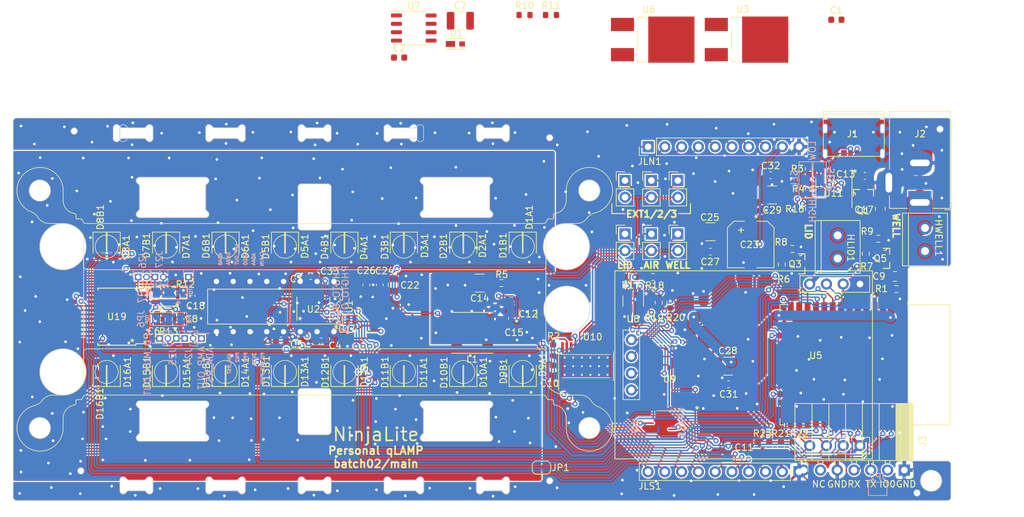
<source format=kicad_pcb>
(kicad_pcb (version 20211014) (generator pcbnew)
  (layers (0 "F.Cu" signal) (31 "B.Cu" signal) (34 "B.Paste" user) (35 "F.Paste" user) (36 "B.SilkS" user "B.Silkscreen") (37 "F.SilkS" user "F.Silkscreen") (38 "B.Mask" user) (39 "F.Mask" user) (44 "Edge.Cuts" user))
  (net 0 "")
  (net 1 "LED_BLANK")
  (net 2 "GNDA")
  (net 3 "3V3D")
  (net 4 "3V3A")
  (net 5 "PD_MUX_OUT")
  (net 7 "/Photo/AMP_OUT")
  (net 8 "-1V")
  (net 9 "20V")
  (net 10 "Net-(HLID1-Pad2)")
  (net 11 "Net-(HWELL1-Pad2)")
  (net 12 "THERM_R_SWITCH")
  (net 13 "/PhotoMUX/N_PD_OUT15")
  (net 14 "MUX_S3")
  (net 15 "/WELL_HEATER")
  (net 16 "MUX_S2")
  (net 17 "/LID_HEATER")
  (net 18 "MUX_S1")
  (net 19 "VIN_SENSE")
  (net 20 "I2C_SCL")
  (net 21 "MUX_S0")
  (net 22 "I2C_SDA")
  (net 23 "THERM_MUX_OUT")
  (net 24 "Net-(Q1-Pad1)")
  (net 25 "Net-(JP10-Pad1)")
  (net 26 "Net-(Q3-Pad1)")
  (net 27 "Net-(Q5-Pad1)")
  (net 28 "THERM_AIR")
  (net 29 "THERM_EXT1")
  (net 30 "THERM_EXT2")
  (net 31 "THERM_EXT3")
  (net 32 "THERM_LID")
  (net 33 "THERM_WELL")
  (net 34 "Net-(R5-Pad1)")
  (net 35 "Net-(J1-PadB5)")
  (net 36 "Net-(J1-PadA5)")
  (net 37 "Net-(R2-Pad1)")
  (net 38 "Net-(R17-Pad2)")
  (net 39 "Net-(R18-Pad2)")
  (net 41 "/PhotoMUX/N_PD_OUT13")
  (net 43 "GNDD")
  (net 48 "/PhotoMUX/N_PD_OUT11")
  (net 51 "ADC_DRDY")
  (net 54 "Net-(C6-Pad1)")
  (net 55 "Net-(C18-Pad1)")
  (net 56 "Net-(J24-Pad2)")
  (net 57 "Net-(J26-Pad2)")
  (net 58 "/Photo/LPF_OUT")
  (net 59 "LED")
  (net 62 "5V")
  (net 63 "Net-(C22-Pad1)")
  (net 66 "/Power/SELP")
  (net 71 "/Power/SEL")
  (net 74 "/PhotoMUX/N_PD_OUT9")
  (net 75 "/PhotoMUX/N_PD_OUT7")
  (net 76 "/PhotoMUX/N_PD_OUT5")
  (net 77 "/PhotoMUX/N_PD_OUT3")
  (net 78 "/PhotoMUX/N_PD_OUT1")
  (net 79 "/PhotoMUX/S_PD_OUT15")
  (net 80 "/PhotoMUX/S_PD_OUT13")
  (net 81 "/PhotoMUX/S_PD_OUT11")
  (net 82 "/PhotoMUX/S_PD_OUT9")
  (net 83 "/PhotoMUX/S_PD_OUT7")
  (net 84 "/PhotoMUX/S_PD_OUT5")
  (net 85 "/PhotoMUX/S_PD_OUT3")
  (net 86 "/PhotoMUX/S_PD_OUT1")
  (net 87 "Net-(D1A1-Pad1)")
  (net 88 "Net-(D15A1-Pad1)")
  (net 89 "Net-(D16A1-Pad1)")
  (net 90 "Net-(D14A1-Pad1)")
  (net 91 "Net-(D13A1-Pad1)")
  (net 92 "Net-(D12A1-Pad1)")
  (net 93 "Net-(D11A1-Pad1)")
  (net 94 "Net-(D10A1-Pad1)")
  (net 95 "Net-(D9A1-Pad1)")
  (net 96 "Net-(D8A1-Pad1)")
  (net 97 "Net-(D2A1-Pad1)")
  (net 98 "Net-(D3A1-Pad1)")
  (net 99 "Net-(D4A1-Pad1)")
  (net 100 "Net-(D5A1-Pad1)")
  (net 101 "Net-(D6A1-Pad1)")
  (net 102 "Net-(D7A1-Pad1)")
  (net 103 "LED_SPI_MOSI")
  (net 104 "LED_SPI_SCLK")
  (net 105 "LED_LAT")
  (net 106 "/PhotoLED/S_LED_OUT8")
  (net 107 "/PhotoLED/S_LED_OUT7")
  (net 108 "/PhotoLED/S_LED_OUT6")
  (net 109 "/PhotoLED/S_LED_OUT5")
  (net 110 "/PhotoLED/S_LED_OUT1")
  (net 111 "/PhotoLED/S_LED_OUT2")
  (net 112 "/PhotoLED/S_LED_OUT3")
  (net 113 "/PhotoLED/S_LED_OUT4")
  (net 114 "/PhotoLED/N_LED_OUT5")
  (net 115 "/PhotoLED/N_LED_OUT6")
  (net 116 "/PhotoLED/N_LED_OUT7")
  (net 117 "/PhotoLED/N_LED_OUT8")
  (net 118 "/PhotoLED/N_LED_OUT4")
  (net 119 "/PhotoLED/N_LED_OUT3")
  (net 120 "/PhotoLED/N_LED_OUT2")
  (net 121 "/PhotoLED/N_LED_OUT1")
  (net 122 "NAU_DRDY")
  (net 123 "Net-(L1-Pad1)")
  (net 124 "Net-(C2-Pad1)")
  (net 125 "TACT3")
  (net 126 "TACT2")
  (net 127 "/TXD")
  (net 128 "/RXD")
  (net 129 "TACT1")
  (net 130 "Net-(J3-Pad4)")
  (net 131 "unconnected-(U14-Pad4)")
  (net 132 "DIVIDED")
  (net 136 "Net-(C9-Pad1)")
  (net 137 "/Power/VIN")
  (net 139 "Net-(C1-Pad1)")
  (net 143 "unconnected-(U17-Pad11)")
  (net 144 "unconnected-(U17-Pad12)")
  (footprint "Ninja-qPCR:TB_SeeedOPL_320110028" (layer "F.Cu") (at 205.069999 89.680009 -90)
    (fp_text reference "HWELL1")
    (fp_text value "Screw_Terminal_01x02")
  )
  (footprint "Jumper:SolderJumper-2_P1.3mm_Bridged_RoundedPad1.0x1.5mm" (layer "F.Cu") (at 147 126 180)
    (fp_text reference "JP1")
    (fp_text value "SolderJumper_2_Bridged")
  )
  (footprint "Package_SO:TSSOP-16_4.4x5mm_P0.65mm" (layer "F.Cu") (at 191.278292 84.3998 -90)
    (fp_text reference "U11")
    (fp_text value "IP2721")
  )
  (footprint "Package_TO_SOT_SMD:SOT-23-5" (layer "F.Cu") (at 117.716 102.49 90)
    (fp_text reference "U14")
    (fp_text value "TCR3DF33,LM(CT")
  )
  (footprint "Capacitor_SMD:C_0805_2012Metric" (layer "F.Cu") (at 124.532 98.299995 90)
    (fp_text reference "C22")
    (fp_text value "4.7uF")
  )
  (footprint "Ninja-qPCR:35TZV100M6.3X8" (layer "F.Cu") (at 178.68 92.18 -90)
    (fp_text reference "C23")
    (fp_text value "100uF" hide)
  )
  (footprint "Capacitor_SMD:C_0603_1608Metric" (layer "F.Cu") (at 122.5 98.299995 90)
    (fp_text reference "C24")
    (fp_text value "0.1uF")
  )
  (footprint "Capacitor_SMD:C_1210_3225Metric" (layer "F.Cu") (at 172.58 90.25 180)
    (fp_text reference "C25")
    (fp_text value "22uF")
  )
  (footprint "Capacitor_SMD:C_0603_1608Metric" (layer "F.Cu") (at 172.59 93.26 180)
    (fp_text reference "C27")
    (fp_text value "0.1uF")
  )
  (footprint "Capacitor_SMD:C_1210_3225Metric" (layer "F.Cu") (at 181.93 84.68)
    (fp_text reference "C29")
    (fp_text value "22uF")
  )
  (footprint "Capacitor_SMD:C_0603_1608Metric" (layer "F.Cu") (at 175.32 113.36 180)
    (fp_text reference "C31")
    (fp_text value "0.1uF")
  )
  (footprint "Capacitor_SMD:C_0805_2012Metric" (layer "F.Cu") (at 116.658 98.299995 90)
    (fp_text reference "C33")
    (fp_text value "4.7uF")
  )
  (footprint "Inductor_SMD:L_Taiyo-Yuden_NR-60xx" (layer "F.Cu") (at 136.496 105.57 180)
    (fp_text reference "L1")
    (fp_text value "68uH")
  )
  (footprint "Capacitor_SMD:C_0603_1608Metric" (layer "F.Cu") (at 195.97 81.78)
    (fp_text reference "C13")
    (fp_text value "1uF(<=20V)")
  )
  (footprint "Capacitor_SMD:C_1210_3225Metric" (layer "F.Cu") (at 137.645995 98.029993 180)
    (fp_text reference "C14")
    (fp_text value "22uF")
  )
  (footprint "Ninja-qPCR:TB_SeeedOPL_320110028" (layer "F.Cu") (at 191.85 90.8 -90)
    (fp_text reference "HLID1")
    (fp_text value "Screw_Terminal_01x02")
  )
  (footprint "Package_SO:SSOP-24_5.3x8.2mm_P0.65mm" (layer "F.Cu") (at 82.695999 103.120012 180)
    (fp_text reference "U19")
    (fp_text value "CD74HC4067M96")
  )
  (footprint "Capacitor_SMD:C_0603_1608Metric" (layer "F.Cu") (at 92.336 103.5 -90)
    (fp_text reference "C8")
    (fp_text value "DNP")
  )
  (footprint "Capacitor_SMD:C_0603_1608Metric" (layer "F.Cu") (at 179.705 122.936 -90)
    (fp_text reference "C11")
    (fp_text value "0.1uF")
  )
  (footprint "Capacitor_SMD:C_0603_1608Metric" (layer "F.Cu") (at 88.78 103.5 90)
    (fp_text reference "C6")
    (fp_text value "5pF")
  )
  (footprint "Capacitor_SMD:C_0603_1608Metric" (layer "F.Cu") (at 107.546004 106.722)
    (fp_text reference "C5")
    (fp_text value "0.1uF")
  )
  (footprint "Capacitor_SMD:C_0603_1608Metric" (layer "F.Cu") (at 113.626 106.87 180)
    (fp_text reference "C4")
    (fp_text value "0.1uF")
  )
  (footprint "Capacitor_SMD:C_0603_1608Metric" (layer "F.Cu") (at 112.026 96.95 180)
    (fp_text reference "C3")
    (fp_text value "0.1uF")
  )
  (footprint "Package_TO_SOT_SMD:SOT-23-8" (layer "F.Cu") (at 160.88675 100.738153 -90)
    (fp_text reference "U8")
    (fp_text value "TS12A12511DCNR")
  )
  (footprint "Package_TO_SOT_SMD:SOT-23-5" (layer "F.Cu") (at 89.696002 99.960012 180)
    (fp_text reference "U4")
    (fp_text value "LMP7717MF_NOPB")
  )
  (footprint "Ninja-qPCR:ADS122C04IPWR" (layer "F.Cu") (at 112.451 101.92 90)
    (fp_text reference "U2")
    (fp_text value "ADS1219IPWR")
  )
  (footprint "Resistor_SMD:R_0603_1608Metric" (layer "F.Cu") (at 90.558 103.5 -90)
    (fp_text reference "R13")
    (fp_text value "20M")
  )
  (footprint "Resistor_SMD:R_0603_1608Metric" (layer "F.Cu") (at 163.886 97.110005)
    (fp_text reference "R17")
    (fp_text value "10k_HP")
  )
  (footprint "Resistor_SMD:R_0603_1608Metric" (layer "F.Cu") (at 160.556 97.11 180)
    (fp_text reference "R18")
    (fp_text value "47k_HP")
  )
  (footprint "Package_SO:SOIC-16_3.9x9.9mm_P1.27mm" (layer "F.Cu") (at 166.411 112.335 180)
    (fp_text reference "U9")
    (fp_text value "SN74LV4051A")
  )
  (footprint "Capacitor_SMD:C_0603_1608Metric" (layer "F.Cu") (at 120.468 98.299995 90)
    (fp_text reference "C26")
    (fp_text value "0.01uF")
  )
  (footprint "Ninja-qPCR:SOT95P240X112-3N" (layer "F.Cu") (at 199.02 94.28)
    (fp_text reference "Q5")
    (fp_text value "Q_NMOS_GSD")
  )
  (footprint "Ninja-qPCR:SOT95P240X112-3N" (layer "F.Cu") (at 186.18 95.12)
    (fp_text reference "Q3")
    (fp_text value "Q_NMOS_GSD")
  )
  (footprint "Ninja-qPCR:SOT95P240X112-3N" (layer "F.Cu") (at 195.76 84.56 90)
    (fp_text reference "Q1")
    (fp_text value "Q_NMOS_GSD")
  )
  (footprint "Package_SO:HTSSOP-24-1EP_4.4x7.8mm_P0.65mm_EP3.4x7.8mm_Mask2.4x4.68mm_ThermalVias" (layer "F.Cu") (at 153.756 110.63 90)
    (fp_text reference "U10")
    (fp_text value "TLC5929")
  )
  (footprint "Capacitor_SMD:C_0603_1608Metric" (layer "F.Cu") (at 142.495998 103.349998 90)
    (fp_text reference "C15")
    (fp_text value "1uF")
  )
  (footprint "Resistor_SMD:R_0603_1608Metric" (layer "F.Cu") (at 164.749988 101.000001 -90)
    (fp_text reference "R19")
    (fp_text value "100k")
  )
  (footprint "Capacitor_SMD:C_0805_2012Metric" (layer "F.Cu") (at 200.525 97.02 180)
    (fp_text reference "C9")
    (fp_text value "10uF")
  )
  (footprint "Connector_PinHeader_2.54mm:PinHeader_1x02_P2.54mm_Vertical" (layer "F.Cu") (at 167.646956 90.579052)
    (fp_text reference "TWELL1" hide)
    (fp_text value "Conn_01x02_Male")
  )
  (footprint "Connector_PinHeader_2.54mm:PinHeader_1x02_P2.54mm_Vertical" (layer "F.Cu") (at 159.646956 90.579052)
    (fp_text reference "TLID1" hide)
    (fp_text value "Conn_01x02_Male")
  )
  (footprint "Connector_PinHeader_2.54mm:PinHeader_1x02_P2.54mm_Vertical" (layer "F.Cu") (at 167.646956 82.479052)
    (fp_text reference "TEXT3" hide)
    (fp_text value "Conn_01x02_Male")
  )
  (footprint "Connector_PinHeader_2.54mm:PinHeader_1x02_P2.54mm_Vertical" (layer "F.Cu") (at 163.646956 82.479052)
    (fp_text reference "TEXT2" hide)
    (fp_text value "Conn_01x02_Male")
  )
  (footprint "Connector_PinHeader_2.54mm:PinHeader_1x02_P2.54mm_Vertical" (layer "F.Cu") (at 159.646956 82.479052)
    (fp_text reference "TEXT1" hide)
    (fp_text value "Conn_01x02_Male")
  )
  (footprint "Connector_PinHeader_2.54mm:PinHeader_1x02_P2.54mm_Vertical" (layer "F.Cu") (at 163.646956 90.579052)
    (fp_text reference "TAIR1" hide)
    (fp_text value "Conn_01x02_Male")
  )
  (footprint "Resistor_SMD:R_0603_1608Metric" (layer "F.Cu") (at 198.02 91.305 180)
    (fp_text reference "R9")
    (fp_text value "47k")
  )
  (footprint "Resistor_SMD:R_0603_1608Metric" (layer "F.Cu") (at 184.99 92.86 180)
    (fp_text reference "R8")
    (fp_text value "47k")
  )
  (footprint "Resistor_SMD:R_0603_1608Metric" (layer "F.Cu") (at 140.936006 98.029993 180)
    (fp_text reference "R5")
    (fp_text value "0.24")
  )
  (footprint "Resistor_SMD:R_0603_1608Metric" (layer "F.Cu") (at 187.500006 80.7212 -90)
    (fp_text reference "R3")
    (fp_text value "5.1k")
  )
  (footprint "Resistor_SMD:R_0603_1608Metric" (layer "F.Cu") (at 187.500006 83.7692 -90)
    (fp_text reference "R4")
    (fp_text value "5.1k")
  )
  (footprint "Resistor_SMD:R_0603_1608Metric" (layer "F.Cu") (at 196.1 93.57 -90)
    (fp_text reference "R7")
    (fp_text value "150")
  )
  (footprint "Resistor_SMD:R_0603_1608Metric" (layer "F.Cu") (at 183.39 95.19 -90)
    (fp_text reference "R6")
    (fp_text value "150")
  )
  (footprint "Resistor_SMD:R_0603_1608Metric" (layer "F.Cu") (at 148.756005 108.219991 -90)
    (fp_text reference "R2")
    (fp_text value "3.3k")
  )
  (footprint "Resistor_SMD:R_0603_1608Metric" (layer "F.Cu") (at 200.75 98.94 180)
    (fp_text reference "R1")
    (fp_text value "100k")
  )
  (footprint "Resistor_SMD:R_0603_1608Metric" (layer "F.Cu") (at 187.500006 86.8172 -90)
    (fp_text reference "R16")
    (fp_text value "100k")
  )
  (footprint "Capacitor_SMD:C_0603_1608Metric" (layer "F.Cu") (at 148.756005 111.290012 -90)
    (fp_text reference "C10")
    (fp_text value "0.1uF")
  )
  (footprint "Capacitor_SMD:C_1210_3225Metric" (layer "F.Cu") (at 175.24 110.63 180)
    (fp_text reference "C28")
    (fp_text value "22uF")
  )
  (footprint "Capacitor_SMD:C_0603_1608Metric" (layer "F.Cu") (at 181.7 81.68)
    (fp_text reference "C32")
    (fp_text value "0.1uF")
  )
  (footprint "Connector_BarrelJack:BarrelJack_Horizontal" (layer "F.Cu") (at 204.295792 85.8098 -90)
    (fp_text reference "J2")
    (fp_text value "Barrel_Jack_Switch")
  )
  (footprint "Diodes_SMD:D_1206" (layer "F.Cu") (at 107.157211 92.502066 -90)
    (fp_text reference "D5B1")
    (fp_text value "D_Photo")
  )
  (footprint "Resistor_SMD:R_0603_1608Metric" (layer "F.Cu") (at 181.483 122.936 90)
    (fp_text reference "R23")
    (fp_text value "100k")
  )
  (footprint "Diodes_SMD:D_1206" (layer "F.Cu") (at 134.157211 111.501633 90)
    (fp_text reference "D10B1")
    (fp_text value "D_Photo")
  )
  (footprint "Diodes_SMD:D_1206" (layer "F.Cu") (at 89.157211 92.502066 -90)
    (fp_text reference "D7B1")
    (fp_text value "D_Photo")
  )
  (footprint "Diodes_SMD:D_1206" (layer "F.Cu") (at 134.157211 92.502066 -90)
    (fp_text reference "D2B1")
    (fp_text value "D_Photo")
  )
  (footprint "Diodes_SMD:D_1206" (layer "F.Cu") (at 127.157211 111.501633 90)
    (fp_text reference "D11A1")
    (fp_text value "D_Photo")
  )
  (footprint "Diodes_SMD:D_1206" (layer "F.Cu") (at 136.157211 92.502066 -90)
    (fp_text reference "D2A1")
    (fp_text value "D_Photo")
  )
  (footprint "Diodes_SMD:D_1206" (layer "F.Cu") (at 143.157211 92.502066 -90)
    (fp_text reference "D1B1")
    (fp_text value "D_Photo")
  )
  (footprint "Diodes_SMD:D_1206" (layer "F.Cu") (at 100.157211 111.501633 90)
    (fp_text reference "D14A1")
    (fp_text value "D_Photo")
  )
  (footprint "Ninja-qPCR:LITE_LCD" (layer "F.Cu") (at 158.111003 96.175006)
    (fp_text reference "U17" hide)
    (fp_text value "LITE_LCD")
  )
  (footprint "Diodes_SMD:D_1206" (layer "F.Cu") (at 100.157211 92.502066 -90)
    (fp_text reference "D6A1")
    (fp_text value "D_Photo")
  )
  (footprint "Resistor_SMD:R_0603_1608Metric" (layer "F.Cu") (at 185.039 122.936 90)
    (fp_text reference "R22")
    (fp_text value "100k")
  )
  (footprint "Package_SO:SOP-8_3.9x4.9mm_P1.27mm" (layer "F.Cu") (at 127.66 59.37)
    (fp_text reference "U7")
    (fp_text value "AZ34063U")
  )
  (footprint "Diodes_SMD:D_1206" (layer "F.Cu") (at 125.157211 111.501633 90)
    (fp_text reference "D11B1")
    (fp_text value "D_Photo")
  )
  (footprint "Diodes_SMD:D_1206" (layer "F.Cu") (at 116.157211 111.501633 90)
    (fp_text reference "D12B1")
    (fp_text value "D_Photo")
  )
  (footprint "Ninja-qPCR:ALI_USB" (layer "F.Cu") (at 198.608282 78.419792 180)
    (fp_text reference "J1")
    (fp_text value "ALI_USB")
  )
  (footprint "Package_DIP:DIP-16_W7.62mm" (layer "F.Cu") (at 115.555 97.78 -90)
    (fp_text reference "U1")
    (fp_text value "NAU7802")
  )
  (footprint "Connector_PinHeader_2.54mm:PinHeader_1x10_P2.54mm_Vertical" (layer "F.Cu") (at 186.001 126.628 -90)
    (fp_text reference "JLS1")
    (fp_text value "Conn_01x10_Male")
  )
  (footprint "Diodes_SMD:D_1206" (layer "F.Cu") (at 82.157211 111.501633 90)
    (fp_text reference "D16A1")
    (fp_text value "D_Photo")
  )
  (footprint "Diodes_SMD:D_1206" (layer "F.Cu") (at 118.157211 111.501633 90)
    (fp_text reference "D12A1")
    (fp_text value "D_Photo")
  )
  (footprint "Diodes_SMD:D_1206" (layer "F.Cu") (at 109.157211 111.501633 90)
    (fp_text reference "D13A1")
    (fp_text value "D_Photo")
  )
  (footprint "Resistor_SMD:R_0603_1608Metric" (layer "F.Cu") (at 148.44 57.4)
    (fp_text reference "R11")
    (fp_text value "47k_HP")
  )
  (footprint "Diodes_SMD:D_1206" (layer "F.Cu") (at 118.157211 92.502066 -90)
    (fp_text reference "D4A1")
    (fp_text value "D_Photo")
  )
  (footprint "Diodes_SMD:D_1206" (layer "F.Cu") (at 109.157211 92.502066 -90)
    (fp_text reference "D5A1")
    (fp_text value "D_Photo")
  )
  (footprint "Diodes_SMD:D_1206" (layer "F.Cu") (at 80.157211 92.502066 -90)
    (fp_text reference "D8B1")
    (fp_text value "D_Photo")
  )
  (footprint "Diodes_SMD:D_1206" (layer "F.Cu") (at 98.157211 111.501633 90)
    (fp_text reference "D14B1")
    (fp_text value "D_Photo")
  )
  (footprint "Capacitor_SMD:C_0805_2012Metric" (layer "F.Cu") (at 198.308292 86.7698 90)
    (fp_text reference "C17")
    (fp_text value "10uF(<=20V)")
  )
  (footprint "RF_Module:ESP32-WROOM-32" (layer "F.Cu") (at 193.006 110.42 -90)
    (fp_text reference "U5")
    (fp_text value "ESP32-WROOM-32")
  )
  (footprint "Diodes_SMD:D_1206" (layer "F.Cu") (at 80.157211 111.501633 90)
    (fp_text reference "D16B1")
    (fp_text value "D_Photo")
  )
  (footprint "Connector_PinSocket_2.54mm:PinSocket_1x07_P2.54mm_Horizontal" (layer "F.Cu") (at 201.946 126.38 -90)
    (fp_text reference "J3")
    (fp_text value "Conn_01x07_Male")
  )
  (footprint "Resistor_SMD:R_0603_1608Metric" (layer "F.Cu") (at 166.527988 101.000001 90)
    (fp_text reference "R20")
    (fp_text value "10k")
  )
  (footprint "Capacitor_SMD:C_1210_3225Metric" (layer "F.Cu") (at 134.71 58.27)
    (fp_text reference "C7")
    (fp_text value "22uF")
  )
  (footprint "Diodes_SMD:D_1206" (layer "F.Cu") (at 91.157211 111.501633 90)
    (fp_text reference "D15A1")
    (fp_text value "D_Photo")
  )
  (footprint "Diodes_SMD:D_1206" (layer "F.Cu") (at 127.157211 92.502066 -90)
    (fp_text reference "D3A1")
    (fp_text value "D_Photo")
  )
  (footprint "Capacitor_SMD:C_0402_1005Metric" (layer "F.Cu") (at 94.146005 99.960012 90)
    (fp_text reference "C18")
    (fp_text value "DNP")
  )
  (footprint "Diodes_SMD:D_1206" (layer "F.Cu") (at 89.157211 111.501633 90)
    (fp_text reference "D15B1")
    (fp_text value "D_Photo")
  )
  (footprint "Connector_PinHeader_2.54mm:PinHeader_1x10_P2.54mm_Vertical" (layer "F.Cu") (at 163.141 77.372 90)
    (fp_text reference "JLN1")
    (fp_text value "Conn_01x10_Male")
  )
  (footprint "Diodes_SMD:D_1206" (layer "F.Cu") (at 125.157211 92.502066 -90)
    (fp_text reference "D3B1")
    (fp_text value "D_Photo")
  )
  (footprint "Capacitor_SMD:C_0603_1608Metric" (layer "F.Cu") (at 191.65 58.11)
    (fp_text reference "C1")
    (fp_text value "0.1uF")
  )
  (footprint "Diodes_SMD:D_1206" (layer "F.Cu") (at 145.157211 111.501633 90)
    (fp_text reference "D9A1")
    (fp_text value "D_Photo")
  )
  (footprint "Resistor_SMD:R_0603_1608Metric" (layer "F.Cu") (at 92.776006 99.960012 -90)
    (fp_text reference "R12")
    (fp_text value "10k")
  )
  (footprint "Resistor_SMD:R_0603_1608Metric" (layer "F.Cu") (at 183.261 122.936 90)
    (fp_text reference "R21")
    (fp_text value "100k")
  )
  (footprint "Ninja-qPCR:REG_TO252-3" (layer "F.Cu") (at 163.84 61.13)
    (fp_text reference "U6")
    (fp_text value "BA178M05FP-E2")
  )
  (footprint "Diodes_SMD:D_1206" (layer "F.Cu") (at 116.157211 92.502066 -90)
    (fp_text reference "D4B1")
    (fp_text value "D_Photo")
  )
  (footprint "Resistor_SMD:R_0603_1608Metric" (layer "F.Cu") (at 144.43 57.4)
    (fp_text reference "R10")
    (fp_text value "47k_HP")
  )
  (footprint "Ninja-qPCR:REG_TO252-3" (layer "F.Cu") (at 178.05 61.13)
    (fp_text reference "U3")
    (fp_text value "BD433M5FP-CE2")
  )
  (footprint "Diodes_SMD:D_1206" (layer "F.Cu") (at 91.157211 92.502066 -90)
    (fp_text reference "D7A1")
    (fp_text value "D_Photo")
  )
  (footprint "Diodes_SMD:D_1206" (layer "F.Cu") (at 145.157211 92.502066 -90)
    (fp_text reference "D1A1")
    (fp_text value "D_Photo")
  )
  (footprint "Diodes_SMD:D_1206" (layer "F.Cu") (at 82.157211 92.502066 -90)
    (fp_text reference "D8A1")
    (fp_text value "D_Photo")
  )
  (footprint "Capacitor_SMD:C_0603_1608Metric" (layer "F.Cu") (at 125.44 63.85)
    (fp_text reference "C2")
    (fp_text value "0.1uF")
  )
  (footprint "Ninja-qPCR:MSS1P3L-M3&slash_89A" (layer "F.Cu") (at 133.9594 61.7805)
    (fp_text reference "D1")
    (fp_text value "D_Schottky" hide)
  )
  (footprint "Diodes_SMD:D_1206" (layer "F.Cu") (at 107.157211 111.501633 90)
    (fp_text reference "D13B1")
    (fp_text value "D_Photo")
  )
  (footprint "Diodes_SMD:D_1206" (layer "F.Cu") (at 98.157211 92.502066 -90)
    (fp_text reference "D6B1")
    (fp_text value "D_Photo")
  )
  (footprint "Diodes_SMD:D_1206" (layer "F.Cu") (at 143.157211 111.501633 90)
    (fp_text reference "D9B1")
    (fp_text value "D_Photo")
  )
  (footprint "Capacitor_SMD:C_1210_3225Metric" (layer "F.Cu") (at 144.936 102.71 90)
    (fp_text reference "C12")
    (fp_text value "22uF")
  )
  (footprint "Diodes_SMD:D_1206" (layer "F.Cu") (at 136.157211 111.501633 90)
    (fp_text reference "D10A1")
    (fp_text value "D_Photo")
  )
  (footprint "Connector_PinHeader_1.27mm:PinHeader_1x01_P1.27mm_Vertical" (layer "B.Cu") (at 89.155998 106.419994 180)
    (fp_text reference "J13" hide)
    (fp_text value "Conn_01x01_Male")
  )
  (footprint "Connector_PinHeader_1.27mm:PinHeader_1x01_P1.27mm_Vertical" (layer "B.Cu") (at 95.505998 106.419994)
    (fp_text reference "J16" hide)
    (fp_text value "Conn_01x01_Male")
  )
  (footprint "Jumper:SolderJumper-3_P2.0mm_Open_TrianglePad1.0x1.5mm" (layer "B.Cu") (at 90.616 99.5 180)
    (fp_text reference "JP7")
    (fp_text value "Jumper_3_Open")
  )
  (footprint "Connector_PinHeader_1.27mm:PinHeader_1x01_P1.27mm_Vertical" (layer "B.Cu") (at 93.536 97.110005 -90)
    (fp_text reference "J23" hide)
    (fp_text value "Conn_01x01_Male")
  )
  (footprint "Jumper:SolderJumper-3_P2.0mm_Open_TrianglePad1.0x1.5mm" (layer "B.Cu") (at 90.526 103.44)
    (fp_text reference "JP6")
    (fp_text value "Jumper_3_Open")
  )
  (footprint "Jumper:SolderJumper-2_P1.3mm_Open_TrianglePad1.0x1.5mm" (layer "B.Cu") (at 197.905 129.22 180)
    (fp_text reference "JP2")
    (fp_text value "Jumper_2_Bridged")
  )
  (footprint "Connector_PinHeader_1.27mm:PinHeader_1x02_P1.27mm_Vertical" (layer "B.Cu") (at 85.916 97.110005 -90)
    (fp_text reference "J26" hide)
    (fp_text value "Conn_01x02_Male")
  )
  (footprint "Jumper:SolderJumper-3_P2.0mm_Open_TrianglePad1.0x1.5mm" (layer "B.Cu") (at 186.957487 82.390005 90)
    (fp_text reference "JP9" hide)
    (fp_text value "Jumper_3_Open")
  )
  (footprint "Connector_PinHeader_1.27mm:PinHeader_1x02_P1.27mm_Vertical" (layer "B.Cu") (at 91.695998 106.419994 90)
    (fp_text reference "J25")
    (fp_text value "Conn_01x02_Male")
  )
  (footprint "Connector_PinHeader_1.27mm:PinHeader_1x02_P1.27mm_Vertical" (layer "B.Cu") (at 92.965998 106.419994 -90)
    (fp_text reference "J24")
    (fp_text value "Conn_01x02_Male")
  )
  (footprint "Connector_PinHeader_1.27mm:PinHeader_1x02_P1.27mm_Vertical" (layer "B.Cu") (at 88.456 97.110005 -90)
    (fp_text reference "J27")
    (fp_text value "Conn_01x02_Male")
  )
  (footprint "Jumper:SolderJumper-3_P2.0mm_Open_TrianglePad1.0x1.5mm" (layer "B.Cu") (at 189.100003 82.390005 90)
    (fp_text reference "JP10" hide)
    (fp_text value "Jumper_3_Open")
  )
  (gr_poly (pts (xy 193.22 78.96) (xy 193.31 79.04) (xy 195.26 79.04) (xy 195.36 78.92) (xy 195.36 77.87) (xy 196.24 77.87) (xy 196.24 80.78) (xy 196.06 80.95) (xy 196.06 84.15) (xy 194.04 84.15) (xy 194.04 80.53) (xy 193.17 80.53) (xy 193.17 82.28) (xy 192.62 82.29) (xy 192.62 80.53) (xy 192.38 80.31) (xy 192.38 77.87) (xy 193.22 77.87)) (layer "F.Cu") (width 0) (fill solid))
  (gr_line (start 147.657227 111.5) (end 147.657227 92.5) (layer "F.SilkS") (width 0.1))
  (gr_arc (start 69.793791 87.266166) (mid 70.34204 87.588129) (end 70.761537 88.065895) (layer "F.SilkS") (width 0.1))
  (gr_arc (start 71.379757 115.828755) (mid 70.875438 116.315728) (end 70.234047 116.598743) (layer "F.SilkS") (width 0.1))
  (gr_circle (center 126.157202 111.501637) (end 124.407202 111.501637) (layer "F.SilkS") (width 0.1) (fill none))
  (gr_arc (start 69.793791 87.266166) (mid 69.088495 81.115515) (end 74.563915 84.004758) (layer "F.SilkS") (width 0.1))
  (gr_arc (start 147.886139 88.404914) (mid 147.959302 88.332085) (end 148.059038 88.305442) (layer "F.SilkS") (width 0.1))
  (gr_arc (start 76.497682 115.898256) (mid 76.55626 115.756834) (end 76.697682 115.698256) (layer "F.SilkS") (width 0.1))
  (gr_arc (start 76.712016 88.305442) (mid 76.570595 88.246863) (end 76.512016 88.105442) (layer "F.SilkS") (width 0.1))
  (gr_arc (start 77.428279 115.598784) (mid 77.355116 115.671613) (end 77.25538 115.698256) (layer "F.SilkS") (width 0.1))
  (gr_arc (start 77.428293 88.404914) (mid 77.500888 88.541698) (end 77.562683 88.683688) (layer "F.SilkS") (width 0.1))
  (gr_arc (start 72.455067 89.001961) (mid 71.487562 88.752371) (end 70.761537 88.065895) (layer "F.SilkS") (width 0.1))
  (gr_circle (center 144.157216 92.502061) (end 145.907216 92.502061) (layer "F.SilkS") (width 0.1) (fill none))
  (gr_arc (start 71.379757 115.828755) (mid 72.090263 115.22045) (end 72.999668 115.001737) (layer "F.SilkS") (width 0.1))
  (gr_line (start 76.512016 87.717688) (end 76.512016 88.105442) (layer "F.SilkS") (width 0.1))
  (gr_arc (start 149.18281 116.546221) (mid 150.310089 117.246864) (end 150.750503 118.49894) (layer "F.SilkS") (width 0.1))
  (gr_arc (start 74.563643 89.001961) (mid 76.369254 89.503667) (end 77.657216 90.86495) (layer "F.SilkS") (width 0.1))
  (gr_line (start 74.563901 118.49894) (end 74.563901 119.99894) (layer "F.SilkS") (width 0.1))
  (gr_line (start 147.657202 108.501637) (end 147.657202 113.138748) (layer "F.SilkS") (width 0.1))
  (gr_line (start 148.816736 88.105442) (end 148.816736 87.712572) (layer "F.SilkS") (width 0.1))
  (gr_arc (start 77.562669 115.32001) (mid 77.500874 115.462) (end 77.428279 115.598784) (layer "F.SilkS") (width 0.1))
  (gr_line (start 72.999668 115.001737) (end 74.563629 115.001737) (layer "F.SilkS") (width 0.1))
  (gr_arc (start 147.751749 88.683688) (mid 147.568027 88.914864) (end 147.285904 89.002061) (layer "F.SilkS") (width 0.1))
  (gr_arc (start 76.131608 87.457477) (mid 75.004329 86.756834) (end 74.563915 85.504758) (layer "F.SilkS") (width 0.1))
  (gr_line (start 74.563915 84.004758) (end 74.563915 85.504758) (layer "F.SilkS") (width 0.1))
  (gr_line (start 78.028528 89.002061) (end 147.285904 89.002061) (layer "F.SilkS") (width 0.1))
  (gr_circle (center 108.157202 111.501637) (end 106.407202 111.501637) (layer "F.SilkS") (width 0.1) (fill none))
  (gr_line (start 77.657216 95.502061) (end 77.657216 90.86495) (layer "F.SilkS") (width 0.1))
  (gr_circle (center 90.157216 92.502061) (end 91.907216 92.502061) (layer "F.SilkS") (width 0.1) (fill none))
  (gr_line (start 152.31475 89.001961) (end 150.750789 89.001961) (layer "F.SilkS") (width 0.1))
  (gr_line (start 77.657202 113.138748) (end 77.657202 108.501637) (layer "F.SilkS") (width 0.1))
  (gr_line (start 159.656011 87.499996) (end 157.656011 87.499996) (layer "F.SilkS") (width 0.15))
  (gr_arc (start 147.751749 88.683688) (mid 147.813544 88.541698) (end 147.886139 88.404914) (layer "F.SilkS") (width 0.1))
  (gr_arc (start 149.18281 116.546221) (mid 149.057398 116.514167) (end 148.934323 116.474066) (layer "F.SilkS") (width 0.1))
  (gr_line (start 157.655999 87.5) (end 157.655999 86.000003) (layer "F.SilkS") (width 0.15))
  (gr_arc (start 78.028528 89.002061) (mid 77.746406 88.914864) (end 77.562683 88.683688) (layer "F.SilkS") (width 0.1))
  (gr_arc (start 76.36417 116.479751) (mid 76.248888 116.516505) (end 76.131594 116.546221) (layer "F.SilkS") (width 0.1))
  (gr_arc (start 150.750517 84.004758) (mid 156.412172 81.252077) (end 155.080371 87.404955) (layer "F.SilkS") (width 0.1))
  (gr_circle (center 135.157202 111.501637) (end 133.407202 111.501637) (layer "F.SilkS") (width 0.1) (fill none))
  (gr_arc (start 155.520627 116.737532) (mid 154.972378 116.415569) (end 154.552881 115.937803) (layer "F.SilkS") (width 0.1))
  (gr_arc (start 74.563901 119.99894) (mid 68.902246 122.751621) (end 70.234047 116.598743) (layer "F.SilkS") (width 0.1))
  (gr_circle (center 117.157216 92.502061) (end 118.907216 92.502061) (layer "F.SilkS") (width 0.1) (fill none))
  (gr_line (start 147.157216 96.002061) (end 78.157216 96.002061) (layer "F.SilkS") (width 0.1))
  (gr_circle (center 117.157202 111.501637) (end 115.407202 111.501637) (layer "F.SilkS") (width 0.1) (fill none))
  (gr_arc (start 74.563901 118.49894) (mid 75.004315 117.246865) (end 76.131594 116.546221) (layer "F.SilkS") (width 0.1))
  (gr_arc (start 147.157202 108.001637) (mid 147.510755 108.148084) (end 147.657202 108.501637) (layer "F.SilkS") (width 0.1))
  (gr_arc (start 155.520627 116.737532) (mid 156.225923 122.888183) (end 150.750503 119.99894) (layer "F.SilkS") (width 0.1))
  (gr_circle (center 90.157202 111.501637) (end 88.407202 111.501637) (layer "F.SilkS") (width 0.1) (fill none))
  (gr_line (start 150.750775 115.001737) (end 152.859351 115.001737) (layer "F.SilkS") (width 0.1))
  (gr_line (start 147.657216 90.86495) (end 147.657216 95.502061) (layer "F.SilkS") (width 0.1))
  (gr_arc (start 150.750775 115.001737) (mid 148.945164 114.500031) (end 147.657202 113.138748) (layer "F.SilkS") (width 0.1))
  (gr_circle (center 99.157202 111.501637) (end 97.407202 111.501637) (layer "F.SilkS") (width 0.1) (fill none))
  (gr_line (start 76.712016 88.305442) (end 77.255394 88.305442) (layer "F.SilkS") (width 0.1))
  (gr_circle (center 135.157216 92.502061) (end 136.907216 92.502061) (layer "F.SilkS") (width 0.1) (fill none))
  (gr_arc (start 148.059024 115.698256) (mid 147.959289 115.671613) (end 147.886125 115.598784) (layer "F.SilkS") (width 0.1))
  (gr_circle (center 108.157216 92.502061) (end 109.907216 92.502061) (layer "F.SilkS") (width 0.1) (fill none))
  (gr_line (start 148.059038 88.305442) (end 148.616736 88.305442) (layer "F.SilkS") (width 0.1))
  (gr_arc (start 153.934661 88.174943) (mid 154.43898 87.68797) (end 155.080371 87.404955) (layer "F.SilkS") (width 0.1))
  (gr_arc (start 150.750517 85.504758) (mid 150.310103 86.756833) (end 149.182824 87.457477) (layer "F.SilkS") (width 0.1))
  (gr_arc (start 148.816736 87.712572) (mid 148.853492 87.597025) (end 148.950248 87.523947) (layer "F.SilkS") (width 0.1))
  (gr_circle (center 144.157202 111.501637) (end 142.407202 111.501637) (layer "F.SilkS") (width 0.1) (fill none))
  (gr_line (start 150.750517 85.504758) (end 150.750517 84.004758) (layer "F.SilkS") (width 0.1))
  (gr_line (start 167.756004 87.5) (end 169.556 87.5) (layer "F.SilkS") (width 0.15))
  (gr_line (start 76.497682 115.898256) (end 76.497682 116.291126) (layer "F.SilkS") (width 0.1))
  (gr_arc (start 148.950248 87.523947) (mid 149.06553 87.487193) (end 149.182824 87.457477) (layer "F.SilkS") (width 0.1))
  (gr_arc (start 76.131608 87.457477) (mid 76.25702 87.489531) (end 76.380095 87.529632) (layer "F.SilkS") (width 0.1))
  (gr_arc (start 147.28589 115.001637) (mid 147.568012 115.088834) (end 147.751735 115.32001) (layer "F.SilkS") (width 0.1))
  (gr_arc (start 148.602402 115.698256) (mid 148.743823 115.756835) (end 148.802402 115.898256) (layer "F.SilkS") (width 0.1))
  (gr_line (start 169.556 87.5) (end 169.556 86.000003) (layer "F.SilkS") (width 0.15))
  (gr_arc (start 76.497682 116.291126) (mid 76.460926 116.406673) (end 76.36417 116.479751) (layer "F.SilkS") (width 0.1))
  (gr_arc (start 152.859351 115.001737) (mid 153.826856 115.251327) (end 154.552881 115.937803) (layer "F.SilkS") (width 0.1))
  (gr_arc (start 77.562669 115.32001) (mid 77.746391 115.088834) (end 78.028514 115.001637) (layer "F.SilkS") (width 0.1))
  (gr_arc (start 147.657216 95.502061) (mid 147.510769 95.855614) (end 147.157216 96.002061) (layer "F.SilkS") (width 0.1))
  (gr_circle (center 99.157216 92.502061) (end 100.907216 92.502061) (layer "F.SilkS") (width 0.1) (fill none))
  (gr_arc (start 153.934661 88.174943) (mid 153.224155 88.783248) (end 152.31475 89.001961) (layer "F.SilkS") (width 0.1))
  (gr_line (start 77.657214 92.5) (end 77.657214 111.5) (layer "F.SilkS") (width 0.1))
  (gr_arc (start 147.886125 115.598784) (mid 147.81353 115.462) (end 147.751735 115.32001) (layer "F.SilkS") (width 0.1))
  (gr_line (start 74.563643 89.001961) (end 72.455067 89.001961) (layer "F.SilkS") (width 0.1))
  (gr_arc (start 148.816736 88.105442) (mid 148.758158 88.246864) (end 148.616736 88.305442) (layer "F.SilkS") (width 0.1))
  (gr_line (start 78.157202 108.001637) (end 147.157202 108.001637) (layer "F.SilkS") (width 0.1))
  (gr_arc (start 148.934323 116.474066) (mid 148.838671 116.400867) (end 148.802402 116.28601) (layer "F.SilkS") (width 0.1))
  (gr_arc (start 77.255394 88.305442) (mid 77.355129 88.332085) (end 77.428293 88.404914) (layer "F.SilkS") (width 0.1))
  (gr_line (start 77.25538 115.698256) (end 76.697682 115.698256) (layer "F.SilkS") (width 0.1))
  (gr_arc (start 76.380095 87.529632) (mid 76.475747 87.602831) (end 76.512016 87.717688) (layer "F.SilkS") (width 0.1))
  (gr_circle (center 81.157216 92.502061) (end 82.907216 92.502061) (layer "F.SilkS") (width 0.1) (fill none))
  (gr_arc (start 78.157216 96.002061) (mid 77.803663 95.855614) (end 77.657216 95.502061) (layer "F.SilkS") (width 0.1))
  (gr_line (start 148.802402 116.28601) (end 148.802402 115.898256) (layer "F.SilkS") (width 0.1))
  (gr_arc (start 147.657216 90.86495) (mid 148.945178 89.503667) (end 150.750789 89.001961) (layer "F.SilkS") (width 0.1))
  (gr_line (start 147.28589 115.001637) (end 78.028514 115.001637) (layer "F.SilkS") (width 0.1))
  (gr_line (start 148.602402 115.698256) (end 148.059024 115.698256) (layer "F.SilkS") (width 0.1))
  (gr_circle (center 81.157202 111.501637) (end 79.407202 111.501637) (layer "F.SilkS") (width 0.1) (fill none))
  (gr_line (start 150.750503 119.99894) (end 150.750503 118.49894) (layer "F.SilkS") (width 0.1))
  (gr_arc (start 77.657202 113.138748) (mid 76.36924 114.500031) (end 74.563629 115.001737) (layer "F.SilkS") (width 0.1))
  (gr_arc (start 77.657202 108.501637) (mid 77.803649 108.148084) (end 78.157202 108.001637) (layer "F.SilkS") (width 0.1))
  (gr_circle (center 126.157216 92.502061) (end 127.907216 92.502061) (layer "F.SilkS") (width 0.1) (fill none))
  (gr_line (start 86.942944 74.501749) (end 87.296497 74.148195) (layer "Edge.Cuts") (width 0.1))
  (gr_line (start 111.357157 127.898251) (end 111.003604 127.544698) (layer "Edge.Cuts") (width 0.1))
  (gr_line (start 96.15005 76.101749) (end 96.15005 74.501749) (layer "Edge.Cuts") (width 0.1))
  (gr_arc (start 111.003604 76.455302) (mid 110.458709 76.563689) (end 110.15005 76.10175) (layer "Edge.Cuts") (width 0.1))
  (gr_line (start 110.15005 76.101749) (end 110.15005 74.501749) (layer "Edge.Cuts") (width 0.1))
  (gr_line (start 87.296497 127.544698) (end 86.942944 127.898251) (layer "Edge.Cuts") (width 0.1))
  (gr_arc (start 97.003603 129.851804) (mid 96.458708 129.96019) (end 96.15005 129.498251) (layer "Edge.Cuts") (width 0.1))
  (gr_line (start 138.357157 74.501749) (end 140.942944 74.501749) (layer "Edge.Cuts") (width 0.1))
  (gr_circle (center 74.536 92.5) (end 78.036 92.5) (layer "Edge.Cuts") (width 0.1) (fill none))
  (gr_line (start 124.357157 74.501749) (end 127.942944 74.501749) (layer "Edge.Cuts") (width 0.1))
  (gr_circle (center 71.036 84) (end 69.436 84) (layer "Edge.Cuts") (width 0.1) (fill none))
  (gr_line (start 115.15005 129.498251) (end 115.15005 127.898251) (layer "Edge.Cuts") (width 0.1))
  (gr_arc (start 110.15005 127.89825) (mid 110.458709 127.436311) (end 111.003604 127.544698) (layer "Edge.Cuts") (width 0.1))
  (gr_arc (start 87.296497 127.544698) (mid 87.841392 127.436312) (end 88.15005 127.898251) (layer "Edge.Cuts") (width 0.1))
  (gr_line (start 83.15005 76.101749) (end 83.15005 74.501749) (layer "Edge.Cuts") (width 0.1))
  (gr_line (start 129.13505 121.998251) (end 139.13505 121.998251) (layer "Edge.Cuts") (width 0.1))
  (gr_line (start 138.357157 127.898251) (end 138.003604 127.544698) (layer "Edge.Cuts") (width 0.1))
  (gr_arc (start 114.636 114) (mid 114.989553 114.146447) (end 115.136 114.5) (layer "Edge.Cuts") (width 0.1))
  (gr_line (start 209 95) (end 209 73.5) (layer "Edge.Cuts") (width 0.1))
  (gr_line (start 113.942944 129.498251) (end 114.296497 129.851805) (layer "Edge.Cuts") (width 0.1))
  (gr_line (start 140.942944 127.898251) (end 138.357157 127.898251) (layer "Edge.Cuts") (width 0.1))
  (gr_arc (start 209 95) (mid 208.853553 95.353553) (end 208.5 95.5) (layer "Edge.Cuts") (width 0.1))
  (gr_arc (start 141.296497 127.544698) (mid 141.841392 127.436312) (end 142.15005 127.898251) (layer "Edge.Cuts") (width 0.1))
  (gr_line (start 139.13505 86.894642) (end 139.488604 87.248195) (layer "Edge.Cuts") (width 0.1))
  (gr_line (start 128.781497 116.751805) (end 129.13505 117.105358) (layer "Edge.Cuts") (width 0.1))
  (gr_arc (start 129.13505 121.99825) (mid 128.673111 121.689592) (end 128.781497 121.144698) (layer "Edge.Cuts") (width 0.1))
  (gr_line (start 111.003604 129.851805) (end 111.357157 129.498251) (layer "Edge.Cuts") (width 0.1))
  (gr_arc (start 139.13505 115.89825) (mid 139.596991 116.206909) (end 139.488604 116.751805) (layer "Edge.Cuts") (width 0.1))
  (gr_line (start 110.136 89.5) (end 110.136 83.5) (layer "Edge.Cuts") (width 0.1))
  (gr_circle (center 206 128) (end 207.6 128) (layer "Edge.Cuts") (width 0.1) (fill none))
  (gr_arc (start 128.781497 116.751804) (mid 128.673111 116.206909) (end 129.13505 115.898251) (layer "Edge.Cuts") (width 0.1))
  (gr_line (start 208.5 131) (end 67.5 131) (layer "Edge.Cuts") (width 0.1))
  (gr_line (start 96.13505 120.791145) (end 96.13505 117.105358) (layer "Edge.Cuts") (width 0.1))
  (gr_line (start 96.488604 121.144698) (end 96.13505 120.791145) (layer "Edge.Cuts") (width 0.1))
  (gr_arc (start 139.13505 82.001749) (mid 139.59699 82.310407) (end 139.488603 82.855302) (layer "Edge.Cuts") (width 0.1))
  (gr_arc (start 96.13505 115.89825) (mid 96.596991 116.206909) (end 96.488604 116.751805) (layer "Edge.Cuts") (width 0.1))
  (gr_line (start 96.15005 127.898251) (end 96.15005 129.498251) (layer "Edge.Cuts") (width 0.1))
  (gr_line (start 127.942944 76.101749) (end 124.357157 76.101749) (layer "Edge.Cuts") (width 0.1))
  (gr_line (start 114.636 121) (end 110.636 121) (layer "Edge.Cuts") (width 0.1))
  (gr_arc (start 88.15005 76.101749) (mid 87.841392 76.563689) (end 87.296497 76.455302) (layer "Edge.Cuts") (width 0.1))
  (gr_arc (start 111.003603 129.851804) (mid 110.458708 129.96019) (end 110.15005 129.498251) (layer "Edge.Cuts") (width 0.1))
  (gr_line (start 97.357157 127.898251) (end 97.003604 127.544698) (layer "Edge.Cuts") (width 0.1))
  (gr_arc (start 110.636 121) (mid 110.282447 120.853553) (end 110.136 120.5) (layer "Edge.Cuts") (width 0.1))
  (gr_line (start 140.942944 76.101749) (end 138.357157 76.101749) (layer "Edge.Cuts") (width 0.1))
  (gr_line (start 139.13505 82.001749) (end 129.13505 82.001749) (layer "Edge.Cuts") (width 0.1))
  (gr_arc (start 110.136 114.5) (mid 110.282447 114.146447) (end 110.636 114) (layer "Edge.Cuts") (width 0.1))
  (gr_line (start 85.781497 116.751805) (end 86.13505 117.105358) (layer "Edge.Cuts") (width 0.1))
  (gr_arc (start 142.15005 76.101749) (mid 141.841392 76.563689) (end 141.296497 76.455302) (layer "Edge.Cuts") (width 0.1))
  (gr_line (start 139.13505 120.791145) (end 139.13505 117.105358) (layer "Edge.Cuts") (width 0.1))
  (gr_line (start 123.15005 76.101749) (end 123.15005 74.501749) (layer "Edge.Cuts") (width 0.1))
  (gr_arc (start 86.13505 88.101749) (mid 85.67311 87.793091) (end 85.781497 87.248196) (layer "Edge.Cuts") (width 0.1))
  (gr_arc (start 67.5 131) (mid 67.146447 130.853553) (end 67 130.5) (layer "Edge.Cuts") (width 0.1))
  (gr_line (start 96.13505 115.898251) (end 86.13505 115.898251) (layer "Edge.Cuts") (width 0.1))
  (gr_line (start 129.15005 129.498251) (end 129.15005 127.898251) (layer "Edge.Cuts") (width 0.1))
  (gr_line (start 139.13505 115.898251) (end 129.13505 115.898251) (layer "Edge.Cuts") (width 0.1))
  (gr_line (start 208.5 125) (end 203 125) (layer "Edge.Cuts") (width 0.1))
  (gr_line (start 102.15005 129.498251) (end 102.15005 127.898251) (layer "Edge.Cuts") (width 0.1))
  (gr_line (start 129.15005 74.501749) (end 129.15005 76.101749) (layer "Edge.Cuts") (width 0.1))
  (gr_arc (start 114.636 83) (mid 114.989553 83.146447) (end 115.136 83.5) (layer "Edge.Cuts") (width 0.1))
  (gr_arc (start 88.15005 129.49825) (mid 87.841393 129.96019) (end 87.296497 129.851805) (layer "Edge.Cuts") (width 0.1))
  (gr_line (start 113.942944 127.898251) (end 111.357157 127.898251) (layer "Edge.Cuts") (width 0.1))
  (gr_circle (center 74.536 111.5) (end 78.036 111.5) (layer "Edge.Cuts") (width 0.1) (fill none))
  (gr_arc (start 208.5 73) (mid 208.853553 73.146447) (end 209 73.5) (layer "Edge.Cuts") (width 0.1))
  (gr_line (start 124.357157 76.101749) (end 124.003604 76.455302) (layer "Edge.Cuts") (width 0.1))
  (gr_line (start 96.488604 82.855302) (end 96.13505 83.208855) (layer "Edge.Cuts") (width 0.1))
  (gr_circle (center 71.036 120) (end 69.436 120) (layer "Edge.Cuts") (width 0.1) (fill none))
  (gr_arc (start 114.296497 127.544698) (mid 114.841392 127.436312) (end 115.15005 127.898251) (layer "Edge.Cuts") (width 0.1))
  (gr_line (start 84.357157 76.101749) (end 84.003604 76.455302) (layer "Edge.Cuts") (width 0.1))
  (gr_circle (center 150.778441 92.5) (end 154.278441 92.5) (layer "Edge.Cuts") (width 0.1) (fill none))
  (gr_arc (start 84.003603 129.851804) (mid 83.458708 129.96019) (end 83.15005 129.498251) (layer "Edge.Cuts") (width 0.1))
  (gr_line (start 139.488604 121.144698) (end 139.13505 120.791145) (layer "Edge.Cuts") (width 0.1))
  (gr_line (start 128.781497 87.248195) (end 129.13505 86.894642) (layer "Edge.Cuts") (width 0.1))
  (gr_line (start 97.357157 74.501749) (end 100.942944 74.501749) (layer "Edge.Cuts") (width 0.1))
  (gr_line (start 84.357157 127.898251) (end 84.003604 127.544698) (layer "Edge.Cuts") (width 0.1))
  (gr_line (start 97.357157 76.101749) (end 97.003604 76.455302) (layer "Edge.Cuts") (width 0.1))
  (gr_line (start 123.15005 127.898251) (end 123.15005 129.498251) (layer "Edge.Cuts") (width 0.1))
  (gr_arc (start 203 125) (mid 202.646447 124.853553) (end 202.5 124.5) (layer "Edge.Cuts") (width 0.1))
  (gr_line (start 127.942944 127.898251) (end 124.357157 127.898251) (layer "Edge.Cuts") (width 0.1))
  (gr_line (start 100.942944 127.898251) (end 97.357157 127.898251) (layer "Edge.Cuts") (width 0.1))
  (gr_line (start 85.781497 87.248195) (end 86.13505 86.894642) (layer "Edge.Cuts") (width 0.1))
  (gr_line (start 97.003604 129.851805) (end 97.357157 129.498251) (layer "Edge.Cuts") (width 0.1))
  (gr_line (start 203 95.5) (end 208.5 95.5) (layer "Edge.Cuts") (width 0.1))
  (gr_line (start 86.13505 83.208855) (end 85.781497 82.855302) (layer "Edge.Cuts") (width 0.1))
  (gr_line (start 114.296497 127.544698) (end 113.942944 127.898251) (layer "Edge.Cuts") (width 0.1))
  (gr_line (start 102.15005 74.501749) (end 102.15005 76.101749) (layer "Edge.Cuts") (width 0.1))
  (gr_line (start 86.942944 127.898251) (end 84.357157 127.898251) (layer "Edge.Cuts") (width 0.1))
  (gr_line (start 96.13505 86.894642) (end 96.488604 87.248195) (layer "Edge.Cuts") (width 0.1))
  (gr_arc (start 142.15005 129.49825) (mid 141.841393 129.96019) (end 141.296497 129.851805) (layer "Edge.Cuts") (width 0.1))
  (gr_arc (start 128.296497 74.148195) (mid 128.841433 74.039756) (end 129.15005 74.50175) (layer "Edge.Cuts") (width 0.1))
  (gr_arc (start 138.003603 129.851804) (mid 137.458708 129.96019) (end 137.15005 129.498251) (layer "Edge.Cuts") (width 0.1))
  (gr_arc (start 86.13505 121.99825) (mid 85.673111 121.689592) (end 85.781497 121.144698) (layer "Edge.Cuts") (width 0.1))
  (gr_line (start 86.13505 121.998251) (end 96.13505 121.998251) (layer "Edge.Cuts") (width 0.1))
  (gr_arc (start 101.296497 74.148195) (mid 101.841393 74.039809) (end 102.15005 74.50175) (layer "Edge.Cuts") (width 0.1))
  (gr_line (start 139.13505 88.101749) (end 129.13505 88.101749) (layer "Edge.Cuts") (width 0.1))
  (gr_circle (center 154.236 120) (end 152.636 120) (layer "Edge.Cuts") (width 0.1) (fill none))
  (gr_arc (start 85.781497 116.751804) (mid 85.673111 116.206909) (end 86.13505 115.898251) (layer "Edge.Cuts") (width 0.1))
  (gr_line (start 110.636 114) (end 114.636 114) (layer "Edge.Cuts") (width 0.1))
  (gr_arc (start 129.13505 88.101749) (mid 128.67311 87.793091) (end 128.781497 87.248196) (layer "Edge.Cuts") (width 0.1))
  (gr_line (start 86.942944 129.498251) (end 87.296497 129.851805) (layer "Edge.Cuts") (width 0.1))
  (gr_arc (start 83.15005 74.501749) (mid 83.458687 74.039802) (end 84.003603 74.148196) (layer "Edge.Cuts") (width 0.1))
  (gr_circle (center 77.236 126.5) (end 76.761 126.5) (layer "Edge.Cuts") (width 0.1) (fill none))
  (gr_line (start 86.942944 76.101749) (end 84.357157 76.101749) (layer "Edge.Cuts") (width 0.1))
  (gr_line (start 101.296497 76.455302) (end 100.942944 76.101749) (layer "Edge.Cuts") (width 0.1))
  (gr_arc (start 209 130.5) (mid 208.853553 130.853553) (end 208.5 131) (layer "Edge.Cuts") (width 0.1))
  (gr_line (start 88.15005 74.501749) (end 88.15005 76.101749) (layer "Edge.Cuts") (width 0.1))
  (gr_arc (start 124.003604 76.455302) (mid 123.458709 76.563689) (end 123.15005 76.10175) (layer "Edge.Cuts") (width 0.1))
  (gr_arc (start 96.488603 121.144698) (mid 96.596989 121.689593) (end 96.13505 121.998251) (layer "Edge.Cuts") (width 0.1))
  (gr_arc (start 110.636 90) (mid 110.282447 89.853553) (end 110.136 89.5) (layer "Edge.Cuts") (width 0.1))
  (gr_line (start 110.136 120.5) (end 110.136 114.5) (layer "Edge.Cuts") (width 0.1))
  (gr_line (start 142.15005 129.498251) (end 142.15005 127.898251) (layer "Edge.Cuts") (width 0.1))
  (gr_line (start 114.296497 76.455302) (end 113.942944 76.101749) (layer "Edge.Cuts") (width 0.1))
  (gr_line (start 86.13505 120.791145) (end 85.781497 121.144698) (layer "Edge.Cuts") (width 0.1))
  (gr_arc (start 139.488603 121.144698) (mid 139.596989 121.689593) (end 139.13505 121.998251) (layer "Edge.Cuts") (width 0.1))
  (gr_line (start 140.942944 129.498251) (end 141.296497 129.851805) (layer "Edge.Cuts") (width 0.1))
  (gr_arc (start 67 73.5) (mid 67.146447 73.146447) (end 67.5 73) (layer "Edge.Cuts") (width 0.1))
  (gr_arc (start 115.136 120.5) (mid 114.989553 120.853553) (end 114.636 121) (layer "Edge.Cuts") (width 0.1))
  (gr_line (start 138.357157 76.101749) (end 138.003604 76.455302) (layer "Edge.Cuts") (width 0.1))
  (gr_line (start 111.003604 74.148195) (end 111.357157 74.501749) (layer "Edge.Cuts") (width 0.1))
  (gr_circle (center 148.236 76) (end 147.761 76) (layer "Edge.Cuts") (width 0.1) (fill none))
  (gr_line (start 67 130.5) (end 67 73.5) (layer "Edge.Cuts") (width 0.1))
  (gr_arc (start 123.15005 74.501749) (mid 123.458708 74.039809) (end 124.003603 74.148196) (layer "Edge.Cuts") (width 0.1))
  (gr_arc (start 128.296497 127.544698) (mid 128.841392 127.436312) (end 129.15005 127.898251) (layer "Edge.Cuts") (width 0.1))
  (gr_line (start 140.942944 74.501749) (end 141.296497 74.148195) (layer "Edge.Cuts") (width 0.1))
  (gr_line (start 124.003604 74.148195) (end 124.357157 74.501749) (layer "Edge.Cuts") (width 0.1))
  (gr_line (start 101.296497 127.544698) (end 100.942944 127.898251) (layer "Edge.Cuts") (width 0.1))
  (gr_circle (center 150.831 102) (end 154.331 102) (layer "Edge.Cuts") (width 0.1) (fill none))
  (gr_line (start 142.15005 74.501749) (end 142.15005 76.101749) (layer "Edge.Cuts") (width 0.1))
  (gr_arc (start 202.5 96) (mid 202.646447 95.646447) (end 203 95.5) (layer "Edge.Cuts") (width 0.1))
  (gr_arc (start 139.488604 87.248195) (mid 139.596991 87.793091) (end 139.13505 88.10175) (layer "Edge.Cuts") (width 0.1))
  (gr_line (start 137.15005 76.101749) (end 137.15005 74.501749) (layer "Edge.Cuts") (width 0.1))
  (gr_line (start 111.357157 76.101749) (end 111.003604 76.455302) (layer "Edge.Cuts") (width 0.1))
  (gr_line (start 124.003604 129.851805) (end 124.357157 129.498251) (layer "Edge.Cuts") (width 0.1))
  (gr_line (start 84.357157 129.498251) (end 86.942944 129.498251) (layer "Edge.Cuts") (width 0.1))
  (gr_arc (start 96.15005 74.501749) (mid 96.458708 74.039809) (end 97.003603 74.148196) (layer "Edge.Cuts") (width 0.1))
  (gr_line (start 115.136 89.5) (end 115.136 83.5) (layer "Edge.Cuts") (width 0.1))
  (gr_line (start 113.942944 74.501749) (end 114.296497 74.148195) (layer "Edge.Cuts") (width 0.1))
  (gr_arc (start 84.003604 76.455302) (mid 83.45875 76.563636) (end 83.15005 76.10175) (layer "Edge.Cuts") (width 0.1))
  (gr_line (start 128.296497 127.544698) (end 127.942944 127.898251) (layer "Edge.Cuts") (width 0.1))
  (gr_line (start 87.296497 76.455302) (end 86.942944 76.101749) (layer "Edge.Cuts") (width 0.1))
  (gr_arc (start 110.15005 74.501749) (mid 110.458708 74.039809) (end 111.003603 74.148196) (layer "Edge.Cuts") (width 0.1))
  (gr_line (start 129.13505 120.791145) (end 128.781497 121.144698) (layer "Edge.Cuts") (width 0.1))
  (gr_arc (start 85.781497 82.855302) (mid 85.673111 82.310407) (end 86.13505 82.00175) (layer "Edge.Cuts") (width 0.1))
  (gr_line (start 128.296497 76.455302) (end 127.942944 76.101749) (layer "Edge.Cuts") (width 0.1))
  (gr_line (start 138.003604 74.148195) (end 138.357157 74.501749) (layer "Edge.Cuts") (width 0.1))
  (gr_arc (start 102.15005 129.49825) (mid 101.841393 129.96019) (end 101.296497 129.851805) (layer "Edge.Cuts") (width 0.1))
  (gr_circle (center 76.236 75) (end 75.761 75) (layer "Edge.Cuts") (width 0.1) (fill none))
  (gr_line (start 129.13505 117.105358) (end 129.13505 120.791145) (layer "Edge.Cuts") (width 0.1))
  (gr_line (start 139.13505 117.105358) (end 139.488604 116.751805) (layer "Edge.Cuts") (width 0.1))
  (gr_line (start 100.942944 129.498251) (end 101.296497 129.851805) (layer "Edge.Cuts") (width 0.1))
  (gr_arc (start 141.296497 74.148195) (mid 141.841393 74.039809) (end 142.15005 74.50175) (layer "Edge.Cuts") (width 0.1))
  (gr_line (start 111.357157 74.501749) (end 113.942944 74.501749) (layer "Edge.Cuts") (width 0.1))
  (gr_line (start 129.13505 86.894642) (end 129.13505 83.208855) (layer "Edge.Cuts") (width 0.1))
  (gr_line (start 111.357157 129.498251) (end 113.942944 129.498251) (layer "Edge.Cuts") (width 0.1))
  (gr_arc (start 115.15005 129.49825) (mid 114.841393 129.96019) (end 114.296497 129.851805) (layer "Edge.Cuts") (width 0.1))
  (gr_circle (center 148.236 128) (end 147.761 128) (layer "Edge.Cuts") (width 0.1) (fill none))
  (gr_circle (center 154.236 84) (end 152.636 84) (layer "Edge.Cuts") (width 0.1) (fill none))
  (gr_line (start 127.942944 129.498251) (end 128.296497 129.851805) (layer "Edge.Cuts") (width 0.1))
  (gr_arc (start 101.296497 127.544698) (mid 101.841392 127.436312) (end 102.15005 127.898251) (layer "Edge.Cuts") (width 0.1))
  (gr_line (start 110.15005 127.898251) (end 110.15005 129.498251) (layer "Edge.Cuts") (width 0.1))
  (gr_line (start 96.13505 83.208855) (end 96.13505 86.894642) (layer "Edge.Cuts") (width 0.1))
  (gr_line (start 84.357157 74.501749) (end 86.942944 74.501749) (layer "Edge.Cuts") (width 0.1))
  (gr_line (start 141.296497 127.544698) (end 140.942944 127.898251) (layer "Edge.Cuts") (width 0.1))
  (gr_arc (start 128.781497 82.855302) (mid 128.673111 82.310407) (end 129.13505 82.00175) (layer "Edge.Cuts") (width 0.1))
  (gr_arc (start 102.15005 76.101749) (mid 101.841392 76.563689) (end 101.296497 76.455302) (layer "Edge.Cuts") (width 0.1))
  (gr_arc (start 123.15005 127.89825) (mid 123.458709 127.436311) (end 124.003604 127.544698) (layer "Edge.Cuts") (width 0.1))
  (gr_line (start 115.136 120.5) (end 115.136 114.5) (layer "Edge.Cuts") (width 0.1))
  (gr_arc (start 137.15005 127.89825) (mid 137.458709 127.436311) (end 138.003604 127.544698) (layer "Edge.Cuts") (width 0.1))
  (gr_line (start 100.942944 74.501749) (end 101.296497 74.148195) (layer "Edge.Cuts") (width 0.1))
  (gr_line (start 124.357157 129.498251) (end 127.942944 129.498251) (layer "Edge.Cuts") (width 0.1))
  (gr_line (start 127.942944 74.501749) (end 128.296497 74.148195) (layer "Edge.Cuts") (width 0.1))
  (gr_circle (center 203.86 129.84) (end 203.385 129.84) (layer "Edge.Cuts") (width 0.1) (fill none))
  (gr_line (start 124.357157 127.898251) (end 124.003604 127.544698) (layer "Edge.Cuts") (width 0.1))
  (gr_arc (start 114.296497 74.148195) (mid 114.841393 74.039809) (end 115.15005 74.50175) (layer "Edge.Cuts") (width 0.1))
  (gr_circle (center 207.35 74.695) (end 206.875 74.695) (layer "Edge.Cuts") (width 0.1) (fill none))
  (gr_arc (start 129.15005 129.49825) (mid 128.841393 129.96019) (end 128.296497 129.851805) (layer "Edge.Cuts") (width 0.1))
  (gr_line (start 141.296497 76.455302) (end 140.942944 76.101749) (layer "Edge.Cuts") (width 0.1))
  (gr_arc (start 96.15005 127.89825) (mid 96.458709 127.436311) (end 97.003604 127.544698) (layer "Edge.Cuts") (width 0.1))
  (gr_line (start 86.13505 86.894642) (end 86.13505 83.208855) (layer "Edge.Cuts") (width 0.1))
  (gr_arc (start 96.488604 87.248195) (mid 96.596991 87.793091) (end 96.13505 88.10175) (layer "Edge.Cuts") (width 0.1))
  (gr_arc (start 138.003604 76.455302) (mid 137.458709 76.563689) (end 137.15005 76.10175) (layer "Edge.Cuts") (width 0.1))
  (gr_line (start 97.357157 129.498251) (end 100.942944 129.498251) (layer "Edge.Cuts") (width 0.1))
  (gr_line (start 139.13505 83.208855) (end 139.13505 86.894642) (layer "Edge.Cuts") (width 0.1))
  (gr_arc (start 137.15005 74.501749) (mid 137.458708 74.039809) (end 138.003603 74.148196) (layer "Edge.Cuts") (width 0.1))
  (gr_line (start 138.357157 129.498251) (end 140.942944 129.498251) (layer "Edge.Cuts") (width 0.1))
  (gr_line (start 115.15005 74.501749) (end 115.15005 76.101749) (layer "Edge.Cuts") (width 0.1))
  (gr_arc (start 110.136 83.5) (mid 110.282447 83.146447) (end 110.636 83) (layer "Edge.Cuts") (width 0.1))
  (gr_line (start 96.13505 88.101749) (end 86.13505 88.101749) (layer "Edge.Cuts") (width 0.1))
  (gr_line (start 110.636 83) (end 114.636 83) (layer "Edge.Cuts") (width 0.1))
  (gr_line (start 139.488604 82.855302) (end 139.13505 83.208855) (layer "Edge.Cuts") (width 0.1))
  (gr_arc (start 87.296497 74.148195) (mid 87.841393 74.039809) (end 88.15005 74.50175) (layer "Edge.Cuts") (width 0.1))
  (gr_line (start 86.13505 117.105358) (end 86.13505 120.791145) (layer "Edge.Cuts") (width 0.1))
  (gr_line (start 138.003604 129.851805) (end 138.357157 129.498251) (layer "Edge.Cuts") (width 0.1))
  (gr_line (start 209 125.5) (end 209 130.5) (layer "Edge.Cuts") (width 0.1))
  (gr_arc (start 115.136 89.5) (mid 114.989553 89.853553) (end 114.636 90) (layer "Edge.Cuts") (width 0.1))
  (gr_line (start 202.5 124.5) (end 202.5 96) (layer "Edge.Cuts") (width 0.1))
  (gr_line (start 84.003604 129.851805) (end 84.357157 129.498251) (layer "Edge.Cuts") (width 0.1))
  (gr_arc (start 96.13505 82.001749) (mid 96.59699 82.310407) (end 96.488603 82.855302) (layer "Edge.Cuts") (width 0.1))
  (gr_line (start 83.15005 127.898251) (end 83.15005 129.498251) (layer "Edge.Cuts") (width 0.1))
  (gr_arc (start 97.003604 76.455302) (mid 96.458709 76.563689) (end 96.15005 76.10175) (layer "Edge.Cuts") (width 0.1))
  (gr_line (start 129.13505 83.208855) (end 128.781497 82.855302) (layer "Edge.Cuts") (width 0.1))
  (gr_line (start 96.13505 117.105358) (end 96.488604 116.751805) (layer "Edge.Cuts") (width 0.1))
  (gr_arc (start 124.003603 129.851804) (mid 123.458708 129.96019) (end 123.15005 129.498251) (layer "Edge.Cuts") (width 0.1))
  (gr_arc (start 129.15005 76.101749) (mid 128.8414 76.563603) (end 128.296497 76.455302) (layer "Edge.Cuts") (width 0.1))
  (gr_line (start 114.636 90) (end 110.636 90) (layer "Edge.Cuts") (width 0.1))
  (gr_line (start 86.13505 82.001749) (end 96.13505 82.001749) (layer "Edge.Cuts") (width 0.1))
  (gr_arc (start 208.5 125) (mid 208.853553 125.146447) (end 209 125.5) (layer "Edge.Cuts") (width 0.1))
  (gr_line (start 100.942944 76.101749) (end 97.357157 76.101749) (layer "Edge.Cuts") (width 0.1))
  (gr_line (start 97.003604 74.148195) (end 97.357157 74.501749) (layer "Edge.Cuts") (width 0.1))
  (gr_arc (start 83.15005 127.89825) (mid 83.458709 127.436311) (end 84.003604 127.544698) (layer "Edge.Cuts") (width 0.1))
  (gr_line (start 84.003604 74.148195) (end 84.357157 74.501749) (layer "Edge.Cuts") (width 0.1))
  (gr_arc (start 115.15005 76.101749) (mid 114.841392 76.563689) (end 114.296497 76.455302) (layer "Edge.Cuts") (width 0.1))
  (gr_line (start 88.15005 129.498251) (end 88.15005 127.898251) (layer "Edge.Cuts") (width 0.1))
  (gr_line (start 113.942944 76.101749) (end 111.357157 76.101749) (layer "Edge.Cuts") (width 0.1))
  (gr_line (start 137.15005 127.898251) (end 137.15005 129.498251) (layer "Edge.Cuts") (width 0.1))
  (gr_line (start 208.5 73) (end 67.5 73) (layer "Edge.Cuts") (width 0.1))
  (gr_text "PP2" (at 102.23 109.27 90) (layer "B.SilkS") (effects (font (size 0.508 0.508) (thickness 0.127)) (justify mirror)))
  (gr_text "3V3D" (at 103.51 109.55 90) (layer "B.SilkS") (effects (font (size 0.508 0.508) (thickness 0.127)) (justify mirror)))
  (gr_text "TOP" (at 87.32 103.51 90) (layer "B.SilkS") (effects (font (size 0.508 0.508) (thickness 0.127)) (justify mirror)))
  (gr_text "ADA_RST" (at 99.71 110.25 90) (layer "B.SilkS") (effects (font (size 0.508 0.508) (thickness 0.127)) (justify mirror)))
  (gr_text "AMP_OUT" (at 95.52 110.92 90) (layer "B.SilkS") (effects (font (size 1 1)) (justify mirror)))
  (gr_text "PIN" (at 93.75 103.47 90) (layer "B.SilkS") (effects (font (size 0.508 0.508) (thickness 0.127)) (justify mirror)))
  (gr_text "CLKIN" (at 104.66 94.34 90) (layer "B.SilkS") (effects (font (size 0.508 0.508) (thickness 0.127)) (justify mirror)))
  (gr_text "PD_REF_PWM" (at 104.78 110.96 90) (layer "B.SilkS") (effects (font (size 0.508 0.508) (thickness 0.127)) (justify mirror)))
  (gr_text "SEL" (at 185.29 82.2 90) (layer "B.SilkS") (effects (font (size 1 1)) (justify mirror)))
  (gr_text "HIGH" (at 188.06 87.07 90) (layer "B.SilkS") (effects (font (size 1 1)) (justify mirror)))
  (gr_text "PHOTO_OUT_N" (at 117.299994 100.53 90) (layer "B.SilkS") (effects (font (size 1 1)) (justify mirror)))
  (gr_text "PIN" (at 87.41 99.38 90) (layer "B.SilkS") (effects (font (size 0.508 0.508) (thickness 0.127)) (justify mirror)))
  (gr_text "SELP" (at 190.86 82.36 90) (layer "B.SilkS") (effects (font (size 1 1)) (justify mirror)))
  (gr_text "PN2" (at 100.96 109.29 90) (layer "B.SilkS") (effects (font (size 0.508 0.508) (thickness 0.127)) (justify mirror)))
  (gr_text "ADA8" (at 98.370009 94.409997 90) (layer "B.SilkS") (effects (font (size 0.508 0.508) (thickness 0.127)) (justify mirror)))
  (gr_text "INV" (at 161.27001 119.650002 90) (layer "B.SilkS") (effects (font (size 1 1) (thickness 0.14986)) (justify mirror)))
  (gr_text "ADA_RST" (at 96.80001 110.819997 90) (layer "B.SilkS") (effects (font (size 1 1)) (justify mirror)))
  (gr_text "TOP" (at 93.93 99.52 90) (layer "B.SilkS") (effects (font (size 0.508 0.508) (thickness 0.127)) (justify mirror)))
  (gr_text "LOW" (at 188.03 77.96 90) (layer "B.SilkS") (effects (font (size 1 1)) (justify mirror)))
  (gr_text "ADA4" (at 103.429994 94.439994 90) (layer "B.SilkS") (effects (font (size 0.508 0.508) (thickness 0.127)) (justify mirror)))
  (gr_text "PD_MUX_OUT" (at 87.34999 110.360003 90) (layer "B.SilkS") (effects (font (size 1 1) (thickness 0.14986)) (justify mirror)))
  (gr_text "J26" (at 86.600005 94.509996 90) (layer "B.SilkS") (effects (font (size 1 1) (thickness 0.14986)) (justify mirror)))
  (gr_text "GNDA" (at 99.59 94.31 90) (layer "B.SilkS") (effects (font (size 0.508 0.508) (thickness 0.127)) (justify mirror)))
  (gr_text "PHOTO_OUT_P" (at 115.96 100.53 90) (layer "B.SilkS") (effects (font (size 1 1)) (justify mirror)))
  (gr_text "LPF_OUT" (at 100.865991 93.695012 90) (layer "B.SilkS") (effects (font (size 0.508 0.508) (thickness 0.127)) (justify mirror)))
  (gr_text "PASS" (at 168.250006 119.630012 90) (layer "B.SilkS") (effects (font (size 1 1) (thickness 0.14986)) (justify mirror)))
  (gr_text "GNDD" (at 102.17 94.31 90) (layer "B.SilkS") (effects (font (size 0.508 0.508) (thickness 0.127)) (justify mirror)))
  (gr_text "batch02/main" (at 121.92 125.420018) (layer "F.SilkS") (effects (font (size 1.2 1.2) (thickness 0.254))))
  (gr_text "LID" (at 187.42 90.22 270) (layer "F.SilkS") (effects (font (size 1.016 1.016) (thickness 0.254))))
  (gr_text "WELL" (at 200.7 89.32 270) (layer "F.SilkS") (effects (font (size 1.016 1.016) (thickness 0.254))))
  (gr_text "EXT1/2/3" (at 163.676 87.57) (layer "F.SilkS") (effects (font (size 1.016 1.016) (thickness 0.254))))
  (gr_text "AIR" (at 163.646956 95.316) (layer "F.SilkS") (effects (font (size 1.016 1.016) (thickness 0.254))))
  (gr_text "WELL" (at 167.646956 95.316) (layer "F.SilkS") (effects (font (size 1.016 1.016) (thickness 0.254))))
  (gr_text "LID" (at 159.646956 95.316) (layer "F.SilkS") (effects (font (size 1.016 1.016) (thickness 0.254))))
  (gr_text "*" (at 170.55 117.25) (layer "F.SilkS") (effects (font (size 1 1))))
  (gr_text "*" (at 194.46 81.38) (layer "F.SilkS") (effects (font (size 1 1))))
  (gr_text "*" (at 162.83 99.94) (layer "F.SilkS") (effects (font (size 1 1))))
  (gr_text "*" (at 115.91 104.95) (layer "F.SilkS") (effects (font (size 1 1))))
  (gr_text "Personal qLAMP" (at 121.92 123.420016) (layer "F.SilkS") (effects (font (size 1.2 1.2) (thickness 0.254))))
  (gr_text "TX" (at 196.866002 128.499997) (layer "F.SilkS") (effects (font (size 1 1))))
  (gr_text "NinjaLite" (at 121.92 120.96) (layer "F.SilkS") (effects (font (size 2 2) (thickness 0.254))))
  (gr_text "RX" (at 194.326002 128.499997) (layer "F.SilkS") (effects (font (size 1 1))))
  (gr_text "*" (at 150.06 114.92) (layer "F.SilkS") (effects (font (size 1 1))))
  (gr_text "*" (at 85.02 107.04) (layer "F.SilkS") (effects (font (size 1 1))))
  (gr_text "GND" (at 202.200002 128.499997) (layer "F.SilkS") (effects (font (size 1 1))))
  (gr_text "*" (at 110.43 103.72) (layer "F.SilkS") (effects (font (size 1 1))))
  (gr_text "GND" (at 191.786002 128.499997) (layer "F.SilkS") (effects (font (size 1 1))))
  (gr_text "*" (at 105.82 104.61) (layer "F.SilkS") (effects (font (size 1 1))))
  (gr_text "NC" (at 188.992002 128.499997) (layer "F.SilkS") (effects (font (size 1 1))))
  (gr_text "*" (at 91.85 101.6) (layer "F.SilkS") (effects (font (size 1 1))))
  (gr_text "IO0" (at 199.406002 128.499997) (layer "F.SilkS") (effects (font (size 1 1))))
  (segment (start 104.732 109.284) (end 103.966 110.05) (width 0.21082) (layer "F.Cu") (net 0))
  (segment (start 163.902245 119.259954) (end 163.9122 119.249999) (width 0.21082) (layer "F.Cu") (net 0))
  (segment (start 141.216 99.84) (end 141.521001 99.534999) (width 0.21082) (layer "F.Cu") (net 0))
  (segment (start 141.216 100.82) (end 141.216 99.84) (width 0.21082) (layer "F.Cu") (net 0))
  (segment (start 168.984032 120.511968) (end 168.322064 119.85) (width 0.21082) (layer "F.Cu") (net 0))
  (segment (start 169.794302 123.033136) (end 170.410197 123.033136) (width 0.21082) (layer "F.Cu") (net 0))
  (segment (start 168.984033 122.222867) (end 169.794302 123.033136) (width 0.21082) (layer "F.Cu") (net 0))
  (segment (start 167.346 120.2) (end 167.696 119.85) (width 0.21082) (layer "F.Cu") (net 0))
  (segment (start 140.716001 103.72) (end 140.716001 105.010001) (width 0.21082) (layer "F.Cu") (net 0))
  (segment (start 140.716001 105.010001) (end 140.936 105.23) (width 0.21082) (layer "F.Cu") (net 0))
  (segment (start 168.322064 119.85) (end 167.696 119.85) (width 0.21082) (layer "F.Cu") (net 0))
  (segment (start 166.2998 120.2) (end 167.346 120.2) (width 0.21082) (layer "F.Cu") (net 0))
  (segment (start 168.984032 120.511968) (end 168.984033 122.222867) (width 0.21082) (layer "F.Cu") (net 0))
  (segment (start 141.521001 99.534999) (end 142.495998 99.534999) (width 0.21082) (layer "F.Cu") (net 0))
  (segment (start 161.976046 119.259954) (end 163.902245 119.259954) (width 0.21082) (layer "F.Cu") (net 0))
  (via (at 170.410197 123.033136) (size 0.8) (drill 0.4) (layers "F.Cu" "B.Cu") (net 0))
  (via (at 103.966 110.05) (size 0.8) (drill 0.4) (layers "F.Cu" "B.Cu") (net 0))
  (via (at 161.976046 119.259954) (size 0.8) (drill 0.4) (layers "F.Cu" "B.Cu") (net 0))
  (via (at 167.696 119.85) (size 0.8) (drill 0.4) (layers "F.Cu" "B.Cu") (net 0))
  (segment (start 149.667332 125.23584) (end 104.32184 125.23584) (width 0.21082) (layer "B.Cu") (net 0))
  (segment (start 103.966 124.88) (end 103.966 110.05) (width 0.21082) (layer "B.Cu") (net 0))
  (segment (start 169.627614 123.815719) (end 170.410197 123.033136) (width 0.21082) (layer "B.Cu") (net 0))
  (segment (start 150.737064 126.305572) (end 149.667332 125.23584) (width 0.21082) (layer "B.Cu") (net 0))
  (segment (start 166.866 119.85) (end 166.696 119.68) (width 0.21082) (layer "B.Cu") (net 0))
  (segment (start 167.696 119.85) (end 166.866 119.85) (width 0.21082) (layer "B.Cu") (net 0))
  (segment (start 162.696 119.52) (end 162.435954 119.259954) (width 0.21082) (layer "B.Cu") (net 0))
  (segment (start 162.435954 119.259954) (end 161.976046 119.259954) (width 0.21082) (layer "B.Cu") (net 0))
  (segment (start 162.696 119.68) (end 162.696 119.52) (width 0.21082) (layer "B.Cu") (net 0))
  (segment (start 159.379618 123.815719) (end 159.325668 123.869668) (width 0.21082) (layer "B.Cu") (net 0))
  (segment (start 159.325668 123.869668) (end 159.379617 123.815719) (width 0.21082) (layer "B.Cu") (net 0))
  (segment (start 104.32184 125.23584) (end 103.966 124.88) (width 0.21082) (layer "B.Cu") (net 0))
  (segment (start 159.325668 123.869668) (end 156.889764 126.305572) (width 0.21082) (layer "B.Cu") (net 0))
  (segment (start 159.379617 123.815719) (end 169.627614 123.815719) (width 0.21082) (layer "B.Cu") (net 0))
  (segment (start 156.889764 126.305572) (end 150.737064 126.305572) (width 0.21082) (layer "B.Cu") (net 0))
  (segment (start 162.563371 119.547371) (end 162.696 119.68) (width 0.21082) (layer "B.Cu") (net 0))
  (segment (start 182.086 114.87) (end 183.746 114.87) (width 0.21082) (layer "F.Cu") (net 1))
  (segment (start 152.131 107.7675) (end 152.131 106.128788) (width 0.21082) (layer "F.Cu") (net 1))
  (segment (start 152.131 106.128788) (end 152.07289 106.070678) (width 0.21082) (layer "F.Cu") (net 1))
  (segment (start 183.746 114.87) (end 183.751 114.865) (width 0.21082) (layer "F.Cu") (net 1))
  (via (at 152.07289 106.070678) (size 0.8) (drill 0.4) (layers "F.Cu" "B.Cu") (net 1))
  (via (at 182.086 114.87) (size 0.8) (drill 0.4) (layers "F.Cu" "B.Cu") (net 1))
  (segment (start 148.52529 120.344122) (end 148.52529 106.07471) (width 0.21082) (layer "B.Cu") (net 1))
  (segment (start 152.07289 106.070678) (end 149.465337 106.070678) (width 0.21082) (layer "B.Cu") (net 1))
  (segment (start 148.600584 120.419416) (end 148.52529 120.344122) (width 0.21082) (layer "B.Cu") (net 1))
  (segment (start 182.086 117.997976) (end 182.086 114.87) (width 0.21082) (layer "B.Cu") (net 1))
  (segment (start 158.271037 121.1643) (end 167.520241 121.1643) (width 0.21082) (layer "B.Cu") (net 1))
  (segment (start 164.696 120.58) (end 164.696 119.68) (width 0.21082) (layer "B.Cu") (net 1))
  (segment (start 155.78118 123.654156) (end 158.271037 121.1643) (width 0.21082) (layer "B.Cu") (net 1))
  (segment (start 148.600584 120.419416) (end 151.835323 123.654156) (width 0.21082) (layer "B.Cu") (net 1))
  (segment (start 164.52524 120.75076) (end 164.696 120.58) (width 0.21082) (layer "B.Cu") (net 1))
  (segment (start 151.835323 123.654156) (end 155.78118 123.654156) (width 0.21082) (layer "B.Cu") (net 1))
  (segment (start 169.879082 119.397976) (end 180.686 119.397976) (width 0.21082) (layer "B.Cu") (net 1))
  (segment (start 148.52529 106.07471) (end 148.69 105.91) (width 0.21082) (layer "B.Cu") (net 1))
  (segment (start 158.099744 120.75076) (end 164.52524 120.75076) (width 0.21082) (layer "B.Cu") (net 1))
  (segment (start 167.520241 121.1643) (end 167.984541 120.7) (width 0.21082) (layer "B.Cu") (net 1))
  (segment (start 148.69 105.91) (end 149.304659 105.91) (width 0.21082) (layer "B.Cu") (net 1))
  (segment (start 149.465337 106.070678) (end 148.93883 106.597185) (width 0.21082) (layer "B.Cu") (net 1))
  (segment (start 155.609885 123.240617) (end 158.099744 120.75076) (width 0.21082) (layer "B.Cu") (net 1))
  (segment (start 148.52529 120.344123) (end 148.600584 120.419416) (width 0.21082) (layer "B.Cu") (net 1))
  (segment (start 168.577057 120.7) (end 169.879082 119.397976) (width 0.21082) (layer "B.Cu") (net 1))
  (segment (start 180.686 119.397976) (end 182.086 117.997976) (width 0.21082) (layer "B.Cu") (net 1))
  (segment (start 148.93883 120.17283) (end 152.006617 123.240617) (width 0.21082) (layer "B.Cu") (net 1))
  (segment (start 149.304659 105.91) (end 149.465337 106.070678) (width 0.21082) (layer "B.Cu") (net 1))
  (segment (start 148.93883 106.597185) (end 148.93883 120.17283) (width 0.21082) (layer "B.Cu") (net 1))
  (segment (start 167.984541 120.7) (end 168.577057 120.7) (width 0.21082) (layer "B.Cu") (net 1))
  (segment (start 152.006617 123.240617) (end 155.609885 123.240617) (width 0.21082) (layer "B.Cu") (net 1))
  (segment (start 97.885 103.695) (end 97.84 103.65) (width 0.21082) (layer "F.Cu") (net 2))
  (segment (start 99.285 103.695) (end 97.885 103.695) (width 0.21082) (layer "F.Cu") (net 2))
  (segment (start 115.516473 100.633539) (end 113.676472 100.633539) (width 0.21082) (layer "F.Cu") (net 2))
  (segment (start 113.676472 100.633539) (end 113.31001 101.000001) (width 0.21082) (layer "F.Cu") (net 2))
  (segment (start 115.740002 100.41001) (end 115.516473 100.633539) (width 0.21082) (layer "F.Cu") (net 2))
  (via (at 67.99 106.98) (size 0.8) (drill 0.4) (layers "F.Cu" "B.Cu") (net 2))
  (via (at 121.430009 100.13) (size 0.8) (drill 0.4) (layers "F.Cu" "B.Cu") (net 2))
  (via (at 68.8 102.19) (size 0.8) (drill 0.4) (layers "F.Cu" "B.Cu") (net 2))
  (via (at 145.58 111.17) (size 0.8) (drill 0.4) (layers "F.Cu" "B.Cu") (net 2))
  (via (at 116.87 80.76) (size 0.8) (drill 0.4) (layers "F.Cu" "B.Cu") (net 2))
  (via (at 89.58 115.08) (size 0.8) (drill 0.4) (layers "F.Cu" "B.Cu") (net 2))
  (via (at 95.44 103.38) (size 0.8) (drill 0.4) (layers "F.Cu" "B.Cu") (net 2))
  (via (at 84.78 96.73) (size 0.8) (drill 0.4) (layers "F.Cu" "B.Cu") (net 2))
  (via (at 106.48 104.97) (size 0.8) (drill 0.4) (layers "F.Cu" "B.Cu") (net 2))
  (via (at 139.15 114.76) (size 0.8) (drill 0.4) (layers "F.Cu" "B.Cu") (net 2))
  (via (at 142.31 92.5) (size 0.8) (drill 0.4) (layers "F.Cu" "B.Cu") (net 2))
  (via (at 112.51 79.18) (size 0.8) (drill 0.4) (layers "F.Cu" "B.Cu") (net 2))
  (via (at 118.25 88.5) (size 0.8) (drill 0.4) (layers "F.Cu" "B.Cu") (net 2))
  (via (at 98.31 114.68) (size 0.8) (drill 0.4) (layers "F.Cu" "B.Cu") (net 2))
  (via (at 95.86 101.08) (size 0.8) (drill 0.4) (layers "F.Cu" "B.Cu") (net 2))
  (via (at 128.02 85.12) (size 0.8) (drill 0.4) (layers "F.Cu" "B.Cu") (net 2))
  (via (at 133.13 92.62) (size 0.8) (drill 0.4) (layers "F.Cu" "B.Cu") (net 2))
  (via (at 85.72 91.04) (size 0.8) (drill 0.4) (layers "F.Cu" "B.Cu") (net 2))
  (via (at 140.57 122.06) (size 0.8) (drill 0.4) (layers "F.Cu" "B.Cu") (net 2))
  (via (at 68.07 97.08) (size 0.8) (drill 0.4) (layers "F.Cu" "B.Cu") (net 2))
  (via (at 94.41 104.74) (size 0.8) (drill 0.4) (layers "F.Cu" "B.Cu") (net 2))
  (via (at 126.48 96.96) (size 0.8) (drill 0.4) (layers "F.Cu" "B.Cu") (net 2))
  (via (at 100.87 85.45) (size 0.8) (drill 0.4) (layers "F.Cu" "B.Cu") (net 2))
  (via (at 76.79 107.98) (size 0.8) (drill 0.4) (layers "F.Cu" "B.Cu") (net 2))
  (via (at 125.54 115.08) (size 0.8) (drill 0.4) (layers "F.Cu" "B.Cu") (net 2))
  (via (at 93.73 101.84) (size 0.8) (drill 0.4) (layers "F.Cu" "B.Cu") (net 2))
  (via (at 103.33 90.09) (size 0.8) (drill 0.4) (layers "F.Cu" "B.Cu") (net 2))
  (via (at 97.85 79.29) (size 0.8) (drill 0.4) (layers "F.Cu" "B.Cu") (net 2))
  (via (at 137.16 92.7) (size 0.8) (drill 0.4) (layers "F.Cu" "B.Cu") (net 2))
  (via (at 104.89 121.73) (size 0.8) (drill 0.4) (layers "F.Cu" "B.Cu") (net 2))
  (via (at 113.45 82.1) (size 0.8) (drill 0.4) (layers "F.Cu" "B.Cu") (net 2))
  (via (at 102.84 114.78) (size 0.8) (drill 0.4) (layers "F.Cu" "B.Cu") (net 2))
  (via (at 90.61 79.07) (size 0.8) (drill 0.4) (layers "F.Cu" "B.Cu") (net 2))
  (via (at 130.74 112.85) (size 0.8) (drill 0.4) (layers "F.Cu" "B.Cu") (net 2))
  (via (at 124.89 117.14) (size 0.8) (drill 0.4) (layers "F.Cu" "B.Cu") (net 2))
  (via (at 109.71 92.84) (size 0.8) (drill 0.4) (layers "F.Cu" "B.Cu") (net 2))
  (via (at 81.73 85.64) (size 0.8) (drill 0.4) (layers "F.Cu" "B.Cu") (net 2))
  (via (at 69.89 115.29) (size 0.8) (drill 0.4) (layers "F.Cu" "B.Cu") (net 2))
  (via (at 97.39 118.43) (size 0.8) (drill 0.4) (layers "F.Cu" "B.Cu") (net 2))
  (via (at 118.46 115.8) (size 0.8) (drill 0.4) (layers "F.Cu" "B.Cu") (net 2))
  (via (at 105.94 86.91) (size 0.8) (drill 0.4) (layers "F.Cu" "B.Cu") (net 2))
  (via (at 115.69 92.26) (size 0.8) (drill 0.4) (layers "F.Cu" "B.Cu") (net 2))
  (via (at 72.92 82.17) (size 0.8) (drill 0.4) (layers "F.Cu" "B.Cu") (net 2))
  (via (at 139.2 109.86) (size 0.8) (drill 0.4) (layers "F.Cu" "B.Cu") (net 2))
  (via (at 84.47 79.07) (size 0.8) (drill 0.4) (layers "F.Cu" "B.Cu") (net 2))
  (via (at 147.45 89.59) (size 0.8) (drill 0.4) (layers "F.Cu" "B.Cu") (net 2))
  (via (at 97.84 103.65) (size 0.8) (drill 0.4) (layers "F.Cu" "B.Cu") (net 2))
  (via (at 77.5 121.64) (size 0.8) (drill 0.4) (layers "F.Cu" "B.Cu") (net 2))
  (via (at 128.8 106.39) (size 0.8) (drill 0.4) (layers "F.Cu" "B.Cu") (net 2))
  (via (at 108.26 96.62) (size 0.8) (drill 0.4) (layers "F.Cu" "B.Cu") (net 2))
  (via (at 109.26 114.53) (size 0.8) (drill 0.4) (layers "F.Cu" "B.Cu") (net 2))
  (via (at 124.489997 101.840005) (size 0.8) (drill 0.4) (layers "F.Cu" "B.Cu") (net 2))
  (via (at 121.82 122.42) (size 0.8) (drill 0.4) (layers "F.Cu" "B.Cu") (net 2))
  (via (at 109.4 89.66) (size 0.8) (drill 0.4) (layers "F.Cu" "B.Cu") (net 2))
  (via (at 70.41 100.05) (size 0.8) (drill 0.4) (layers "F.Cu" "B.Cu") (net 2))
  (via (at 121.500011 98.289999) (size 0.8) (drill 0.4) (layers "F.Cu" "B.Cu") (net 2))
  (via (at 84.99 81.99) (size 0.8) (drill 0.4) (layers "F.Cu" "B.Cu") (net 2))
  (via (at 140.06 85.16) (size 0.8) (drill 0.4) (layers "F.Cu" "B.Cu") (net 2))
  (via (at 75.17 100.54) (size 0.8) (drill 0.4) (layers "F.Cu" "B.Cu") (net 2))
  (via (at 125.35 89.02) (size 0.8) (drill 0.4) (layers "F.Cu" "B.Cu") (net 2))
  (via (at 80.57 119.78) (size 0.8) (drill 0.4) (layers "F.Cu" "B.Cu") (net 2))
  (via (at 73.04 121.92) (size 0.8) (drill 0.4) (layers "F.Cu" "B.Cu") (net 2))
  (via (at 78.7 91.14) (size 0.8) (drill 0.4) (layers "F.Cu" "B.Cu") (net 2))
  (via (at 146.68 94.06) (size 0.8) (drill 0.4) (layers "F.Cu" "B.Cu") (net 2))
  (via (at 98.17 121.91) (size 0.8) (drill 0.4) (layers "F.Cu" "B.Cu") (net 2))
  (via (at 124.19 80.55) (size 0.8) (drill 0.4) (layers "F.Cu" "B.Cu") (net 2))
  (via (at 128.18 122.34) (size 0.8) (drill 0.4) (layers "F.Cu" "B.Cu") (net 2))
  (via (at 103.03 118.59) (size 0.8) (drill 0.4) (layers "F.Cu" "B.Cu") (net 2))
  (via (at 142.92 120.54) (size 0.8) (drill 0.4) (layers "F.Cu" "B.Cu") (net 2))
  (via (at 134.04 80.47) (size 0.8) (drill 0.4) (layers "F.Cu" "B.Cu") (net 2))
  (via (at 128.86 96.77) (size 0.8) (drill 0.4) (layers "F.Cu" "B.Cu") (net 2))
  (via (at 72.92 117.79) (size 0.8) (drill 0.4) (layers "F.Cu" "B.Cu") (net 2))
  (via (at 89.44 88.97) (size 0.8) (drill 0.4) (layers "F.Cu" "B.Cu") (net 2))
  (via (at 109.50001 102.350011) (size 0.8) (drill 0.4) (layers "F.Cu" "B.Cu") (net 2))
  (via (at 74.94 106.92) (size 0.8) (drill 0.4) (layers "F.Cu" "B.Cu") (net 2))
  (via (at 124.26 107.48) (size 0.8) (drill 0.4) (layers "F.Cu" "B.Cu") (net 2))
  (via (at 114.29 90.88) (size 0.8) (drill 0.4) (layers "F.Cu" "B.Cu") (net 2))
  (via (at 123.51 103.42) (size 0.8) (drill 0.4) (layers "F.Cu" "B.Cu") (net 2))
  (via (at 76.63 84.07) (size 0.8) (drill 0.4) (layers "F.Cu" "B.Cu") (net 2))
  (via (at 77.2 125.04) (size 0.8) (drill 0.4) (layers "F.Cu" "B.Cu") (net 2))
  (via (at 119.630012 100.079988) (size 0.8) (drill 0.4) (layers "F.Cu" "B.Cu") (net 2))
  (via (at 84.9 88.56) (size 0.8) (drill 0.4) (layers "F.Cu" "B.Cu") (net 2))
  (via (at 124.49 92.26) (size 0.8) (drill 0.4) (layers "F.Cu" "B.Cu") (net 2))
  (via (at 80.58 124.83) (size 0.8) (drill 0.4) (layers "F.Cu" "B.Cu") (net 2))
  (via (at 145.01 118.51) (size 0.8) (drill 0.4) (layers "F.Cu" "B.Cu") (net 2))
  (via (at 112.92 113.08) (size 0.8) (drill 0.4) (layers "F.Cu" "B.Cu") (net 2))
  (via (at 115.740002 100.41001) (size 0.8) (drill 0.4) (layers "F.Cu" "B.Cu") (net 2))
  (via (at 142.63 115.81) (size 0.8) (drill 0.4) (layers "F.Cu" "B.Cu") (net 2))
  (via (at 84.74 117.13) (size 0.8) (drill 0.4) (layers "F.Cu" "B.Cu") (net 2))
  (via (at 138.74 90.22) (size 0.8) (drill 0.4) (layers "F.Cu" "B.Cu") (net 2))
  (via (at 93.75 124.88) (size 0.8) (drill 0.4) (layers "F.Cu" "B.Cu") (net 2))
  (via (at 79.28 87.58) (size 0.8) (drill 0.4) (layers "F.Cu" "B.Cu") (net 2))
  (via (at 71.09 79.02) (size 0.8) (drill 0.4) (layers "F.Cu" "B.Cu") (net 2))
  (via (at 110.08 121.83) (size 0.8) (drill 0.4) (layers "F.Cu" "B.Cu") (net 2))
  (via (at 110.970009 102.299999) (size 0.8) (drill 0.4) (layers "F.Cu" "B.Cu") (net 2))
  (via (at 104.29 82.13) (size 0.8) (drill 0.4) (layers "F.Cu" "B.Cu") (net 2))
  (via (at 99.9 104.73) (size 0.8) (drill 0.4) (layers "F.Cu" "B.Cu") (net 2))
  (via (at 104.98 114.85) (size 0.8) (drill 0.4) (layers "F.Cu" "B.Cu") (net 2))
  (via (at 97.67 82.24) (size 0.8) (drill 0.4) (layers "F.Cu" "B.Cu") (net 2))
  (via (at 145.28 122.26) (size 0.8) (drill 0.4) (layers "F.Cu" "B.Cu") (net 2))
  (via (at 109.29 84.67) (size 0.8) (drill 0.4) (layers "F.Cu" "B.Cu") (net 2))
  (via (at 99.84 96.54) (size 0.8) (drill 0.4) (layers "F.Cu" "B.Cu") (net 2))
  (via (at 121.74 90.98) (size 0.8) (drill 0.4) (layers "F.Cu" "B.Cu") (net 2))
  (via (at 127.86 92.66) (size 0.8) (drill 0.4) (layers "F.Cu" "B.Cu") (net 2))
  (via (at 134.21 114.61) (size 0.8) (drill 0.4) (layers "F.Cu" "B.Cu") (net 2))
  (via (at 100.23 118.45) (size 0.8) (drill 0.4) (layers "F.Cu" "B.Cu") (net 2))
  (via (at 103.08 121.88) (size 0.8) (drill 0.4) (layers "F.Cu" "B.Cu") (net 2))
  (via (at 110.030006 101.059996) (size 0.8) (drill 0.4) (layers "F.Cu" "B.Cu") (net 2))
  (via (at 68.16 123.4) (size 0.8) (drill 0.4) (layers "F.Cu" "B.Cu") (net 2))
  (via (at 98.02 88.88) (size 0.8) (drill 0.4) (layers "F.Cu" "B.Cu") (net 2))
  (via (at 77.64 117.6) (size 0.8) (drill 0.4) (layers "F.Cu" "B.Cu") (net 2))
  (via (at 87.01 124.89) (size 0.8) (drill 0.4) (layers "F.Cu" "B.Cu") (net 2))
  (via (at 67.82 81.36) (size 0.8) (drill 0.4) (layers "F.Cu" "B.Cu") (net 2))
  (via (at 96.85 107.46) (size 0.8) (drill 0.4) (layers "F.Cu" "B.Cu") (net 2))
  (via (at 107.32 118.45) (size 0.8) (drill 0.4) (layers "F.Cu" "B.Cu") (net 2))
  (via (at 81.06 121.65) (size 0.8) (drill 0.4) (layers "F.Cu" "B.Cu") (net 2))
  (via (at 69.85 88.76) (size 0.8) (drill 0.4) (layers "F.Cu" "B.Cu") (net 2))
  (via (at 142.91 89.28) (size 0.8) (drill 0.4) (layers "F.Cu" "B.Cu") (net 2))
  (via (at 101.72 100.23) (size 0.8) (drill 0.4) (layers "F.Cu" "B.Cu") (net 2))
  (via (at 137.4 111.95) (size 0.8) (drill 0.4) (layers "F.Cu" "B.Cu") (net 2))
  (via (at 134.06 89.3) (size 0.8) (drill 0.4) (layers "F.Cu" "B.Cu") (net 2))
  (via (at 130.78 91.01) (size 0.8) (drill 0.4) (layers "F.Cu" "B.Cu") (net 2))
  (via (at 118.66 92.76) (size 0.8) (drill 0.4) (layers "F.Cu" "B.Cu") (net 2))
  (via (at 68.2 126.67) (size 0.8) (drill 0.4) (layers "F.Cu" "B.Cu") (net 2))
  (via (at 107.35 98.84) (size 0.8) (drill 0.4) (layers "F.Cu" "B.Cu") (net 2))
  (via (at 77.6 79.07) (size 0.8) (drill 0.4) (layers "F.Cu" "B.Cu") (net 2))
  (via (at 113.31001 101.000001) (size 0.8) (drill 0.4) (layers "F.Cu" "B.Cu") (net 2))
  (via (at 106.52 92.43) (size 0.8) (drill 0.4) (layers "F.Cu" "B.Cu") (net 2))
  (via (at 94.61 90.95) (size 0.8) (drill 0.4) (layers "F.Cu" "B.Cu") (net 2))
  (via (at 100.06 107.37) (size 0.8) (drill 0.4) (layers "F.Cu" "B.Cu") (net 2))
  (via (at 145.42 114.59) (size 0.8) (drill 0.4) (layers "F.Cu" "B.Cu") (net 2))
  (via (at 84.5 107.09) (size 0.8) (drill 0.4) (layers "F.Cu" "B.Cu") (net 2))
  (via (at 102.74 124.8) (size 0.8) (drill 0.4) (layers "F.Cu" "B.Cu") (net 2))
  (via (at 97.27 92.51) (size 0.8) (drill 0.4) (layers "F.Cu" "B.Cu") (net 2))
  (via (at 83.04 92.2) (size 0.8) (drill 0.4) (layers "F.Cu" "B.Cu") (net 2))
  (via (at 103.17 105.45) (size 0.8) (drill 0.4) (layers "F.Cu" "B.Cu") (net 2))
  (via (at 104.64 79.05) (size 0.8) (drill 0.4) (layers "F.Cu" "B.Cu") (net 2))
  (via (at 122.88 85.22) (size 0.8) (drill 0.4) (layers "F.Cu" "B.Cu") (net 2))
  (via (at 115.92 124.33) (size 0.8) (drill 0.4) (layers "F.Cu" "B.Cu") (net 2))
  (via (at 141.63 112.14) (size 0.8) (drill 0.4) (layers "F.Cu" "B.Cu") (net 2))
  (via (at 144.66 84.6) (size 0.8) (drill 0.4) (layers "F.Cu" "B.Cu") (net 2))
  (via (at 118.42 84.2) (size 0.8) (drill 0.4) (layers "F.Cu" "B.Cu") (net 2))
  (via (at 91.72 92.62) (size 0.8) (drill 0.4) (layers "F.Cu" "B.Cu") (net 2))
  (via (at 72.15 86.25) (size 0.8) (drill 0.4) (layers "F.Cu" "B.Cu") (net 2))
  (via (at 140.1 118.34) (size 0.8) (drill 0.4) (layers "F.Cu" "B.Cu") (net 2))
  (via (at 121.89 119.02) (size 0.8) (drill 0.4) (layers "F.Cu" "B.Cu") (net 2))
  (via (at 71.02 103.89) (size 0.8) (drill 0.4) (layers "F.Cu" "B.Cu") (net 2))
  (via (at 118.28 121.14) (size 0.8) (drill 0.4) (layers "F.Cu" "B.Cu") (net 2))
  (via (at 112.82 93.57) (size 0.8) (drill 0.4) (layers "F.Cu" "B.Cu") (net 2))
  (via (at 97.39 99.04) (size 0.8) (drill 0.4) (layers "F.Cu" "B.Cu") (net 2))
  (via (at 139.81 92.14) (size 0.8) (drill 0.4) (layers "F.Cu" "B.Cu") (net 2))
  (via (at 88.41 92.34) (size 0.8) (drill 0.4) (layers "F.Cu" "B.Cu") (net 2))
  (via (at 117.62 107.61) (size 0.8) (drill 0.4) (layers "F.Cu" "B.Cu") (net 2))
  (via (at 75.65 126.92) (size 0.8) (drill 0.4) (layers "F.Cu" "B.Cu") (net 2))
  (via (at 147.36 79.57) (size 0.8) (drill 0.4) (layers "F.Cu" "B.Cu") (net 2))
  (via (at 91.61 96.8) (size 0.8) (drill 0.4) (layers "F.Cu" "B.Cu") (net 2))
  (via (at 72.33 125.32) (size 0.8) (drill 0.4) (layers "F.Cu" "B.Cu") (net 2))
  (via (at 102.38 103.09) (size 0.8) (drill 0.4) (layers "F.Cu" "B.Cu") (net 2))
  (via (at 104.19 96.66) (size 0.8) (drill 0.4) (layers "F.Cu" "B.Cu") (net 2))
  (via (at 126.89 101.29) (size 0.8) (drill 0.4) (layers "F.Cu" "B.Cu") (net 2))
  (via (at 128.01 118.72) (size 0.8) (drill 0.4) (layers "F.Cu" "B.Cu") (net 2))
  (via (at 80.94 115.46) (size 0.8) (drill 0.4) (layers "F.Cu" "B.Cu") (net 2))
  (via (at 84.72 120.53) (size 0.8) (drill 0.4) (layers "F.Cu" "B.Cu") (net 2))
  (via (at 121.99 115.52) (size 0.8) (drill 0.4) (layers "F.Cu" "B.Cu") (net 2))
  (via (at 81.45 107.33) (size 0.8) (drill 0.4) (layers "F.Cu" "B.Cu") (net 2))
  (via (at 78.23 94.39) (size 0.8) (drill 0.4) (layers "F.Cu" "B.Cu") (net 2))
  (via (at 107.41 102.45) (size 0.8) (drill 0.4) (layers "F.Cu" "B.Cu") (net 2))
  (via (at 100.42 92.86) (size 0.8) (drill 0.4) (layers "F.Cu" "B.Cu") (net 2))
  (via (at 97.84 105.88) (size 0.8) (drill 0.4) (layers "F.Cu" "B.Cu") (net 2))
  (via (at 95.46 96.57) (size 0.8) (drill 0.4) (layers "F.Cu" "B.Cu") (net 2))
  (segment (start 110.970009 102.299999) (end 109.550022 102.299999) (width 0.21082) (layer "B.Cu") (net 2))
  (segment (start 119.630012 100.079988) (end 121.379997 100.079988) (width 0.21082) (layer "B.Cu") (net 2))
  (segment (start 121.430009 98.360001) (end 121.500011 98.289999) (width 0.21082) (layer "B.Cu") (net 2))
  (segment (start 124.489997 101.840005) (end 124.489997 102.440003) (width 0.21082) (layer "B.Cu") (net 2))
  (segment (start 112.270007 101.000001) (end 110.970009 102.299999) (width 0.21082) (layer "B.Cu") (net 2))
  (segment (start 121.430009 100.13) (end 121.430009 98.360001) (width 0.21082) (layer "B.Cu") (net 2))
  (segment (start 97.84 103.65) (end 96.75 104.74) (width 0.21082) (layer "B.Cu") (net 2))
  (segment (start 116.070024 100.079988) (end 115.740002 100.41001) (width 0.21082) (layer "B.Cu") (net 2))
  (segment (start 109.50001 101.589992) (end 110.030006 101.059996) (width 0.21082) (layer "B.Cu") (net 2))
  (segment (start 109.50001 102.350011) (end 109.50001 101.589992) (width 0.21082) (layer "B.Cu") (net 2))
  (segment (start 124.489997 101.840005) (end 123.140014 101.840005) (width 0.21082) (layer "B.Cu") (net 2))
  (segment (start 123.140014 101.840005) (end 121.430009 100.13) (width 0.21082) (layer "B.Cu") (net 2))
  (segment (start 96.75 104.74) (end 94.41 104.74) (width 0.21082) (layer "B.Cu") (net 2))
  (segment (start 119.630012 100.079988) (end 116.070024 100.079988) (width 0.21082) (layer "B.Cu") (net 2))
  (segment (start 109.550022 102.299999) (end 109.50001 102.350011) (width 0.21082) (layer "B.Cu") (net 2))
  (segment (start 124.489997 102.440003) (end 123.51 103.42) (width 0.21082) (layer "B.Cu") (net 2))
  (segment (start 113.31001 101.000001) (end 112.270007 101.000001) (width 0.21082) (layer "B.Cu") (net 2))
  (segment (start 121.379997 100.079988) (end 121.430009 100.13) (width 0.21082) (layer "B.Cu") (net 2))
  (segment (start 90.887877 107.228115) (end 91.695998 106.419994) (width 0.21082) (layer "F.Cu") (net 5))
  (segment (start 87.441 106.695) (end 86.296 106.695) (width 0.21082) (layer "F.Cu") (net 5))
  (segment (start 89.155998 106.485165) (end 89.898948 107.228115) (width 0.21082) (layer "F.Cu") (net 5))
  (segment (start 89.155998 106.419994) (end 87.552236 106.419994) (width 0.21082) (layer "F.Cu") (net 5))
  (segment (start 91.695998 106.419994) (end 92.965998 106.419994) (width 0.21082) (layer "F.Cu") (net 5))
  (segment (start 89.155998 106.419994) (end 89.155998 106.485165) (width 0.21082) (layer "F.Cu") (net 5))
  (segment (start 90.558 102.675) (end 88.83 102.675) (width 0.21082) (layer "F.Cu") (net 5))
  (segment (start 88.5585 99.01) (end 87.826 99.01) (width 0.21082) (layer "F.Cu") (net 5))
  (segment (start 88.78 102.725) (end 87.507242 102.725) (width 0.21082) (layer "F.Cu") (net 5))
  (segment (start 89.898948 107.228115) (end 90.887877 107.228115) (width 0.21082) (layer "F.Cu") (net 5))
  (segment (start 87.826 99.01) (end 87.479121 99.356879) (width 0.21082) (layer "F.Cu") (net 5))
  (segment (start 88.83 102.675) (end 88.78 102.725) (width 0.21082) (layer "F.Cu") (net 5))
  (segment (start 87.479121 103.246879) (end 87.479121 106.346879) (width 0.21082) (layer "F.Cu") (net 5))
  (segment (start 87.479121 99.356879) (end 87.479121 102.753121) (width 0.21082) (layer "F.Cu") (net 5))
  (segment (start 89.155998 106.419994) (end 88.880992 106.695) (width 0.21082) (layer "F.Cu") (net 5))
  (segment (start 87.479121 106.346879) (end 87.479121 106.656879) (width 0.21082) (layer "F.Cu") (net 5))
  (segment (start 87.479121 102.753121) (end 87.479121 103.246879) (width 0.21082) (layer "F.Cu") (net 5))
  (segment (start 87.507242 102.725) (end 87.479121 102.753121) (width 0.21082) (layer "F.Cu") (net 5))
  (segment (start 87.552236 106.419994) (end 87.479121 106.346879) (width 0.21082) (layer "F.Cu") (net 5))
  (segment (start 87.479121 106.656879) (end 87.441 106.695) (width 0.21082) (layer "F.Cu") (net 5))
  (segment (start 92.291 102.725) (end 91.586 102.02) (width 0.21082) (layer "F.Cu") (net 7))
  (segment (start 92.336 102.725) (end 92.291 102.725) (width 0.21082) (layer "F.Cu") (net 7))
  (segment (start 93.11913 105.34313) (end 93.387873 105.611873) (width 0.21082) (layer "F.Cu") (net 7))
  (segment (start 90.8335 100.91) (end 90.8335 101.5275) (width 0.21082) (layer "F.Cu") (net 7))
  (segment (start 92.776006 100.785012) (end 90.958502 100.785012) (width 0.21082) (layer "F.Cu") (net 7))
  (segment (start 90.958502 100.785012) (end 90.833502 100.910012) (width 0.21082) (layer "F.Cu") (net 7))
  (segment (start 92.336 102.725) (end 93.11913 103.50813) (width 0.21082) (layer "F.Cu") (net 7))
  (segment (start 94.697877 105.611873) (end 95.505998 106.419994) (width 0.21082) (layer "F.Cu") (net 7))
  (segment (start 91.326 102.02) (end 91.586 102.02) (width 0.21082) (layer "F.Cu") (net 7))
  (segment (start 93.11913 103.50813) (end 93.11913 105.34313) (width 0.21082) (layer "F.Cu") (net 7))
  (segment (start 93.387873 105.611873) (end 94.697877 105.611873) (width 0.21082) (layer "F.Cu") (net 7))
  (segment (start 90.8335 101.5275) (end 91.326 102.02) (width 0.21082) (layer "F.Cu") (net 7))
  (via (at 91.586 102.02) (size 0.8) (drill 0.4) (layers "F.Cu" "B.Cu") (net 7))
  (segment (start 85.916 99.03) (end 85.916 97.110005) (width 0.21082) (layer "B.Cu") (net 7))
  (segment (start 88.856 100.95) (end 87.836 100.95) (width 0.21082) (layer "B.Cu") (net 7))
  (segment (start 90.456 102.02) (end 89.926 102.02) (width 0.21082) (layer "B.Cu") (net 7))
  (segment (start 89.926 102.02) (end 88.856 100.95) (width 0.21082) (layer "B.Cu") (net 7))
  (segment (start 90.526 103.44) (end 90.526 102.09) (width 0.21082) (layer "B.Cu") (net 7))
  (segment (start 87.836 100.95) (end 85.916 99.03) (width 0.21082) (layer "B.Cu") (net 7))
  (segment (start 90.526 102.09) (end 90.456 102.02) (width 0.21082) (layer "B.Cu") (net 7))
  (segment (start 90.456 102.02) (end 90.666 102.02) (width 0.21082) (layer "B.Cu") (net 7))
  (segment (start 91.586 102.02) (end 90.666 102.02) (width 0.21082) (layer "B.Cu") (net 7))
  (segment (start 140.216 103.72) (end 140.216 103.12) (width 0.21082) (layer "F.Cu") (net 8))
  (segment (start 136.386 103.695) (end 135.951 103.695) (width 0.21082) (layer "F.Cu") (net 8))
  (segment (start 139.215999 103.72) (end 139.215999 105.050001) (width 0.21082) (layer "F.Cu") (net 8))
  (segment (start 86.296 99.545) (end 85.21018 99.545) (width 0.21082) (layer "F.Cu") (net 8))
  (segment (start 138.696 105.57) (end 139.036 105.23) (width 0.21082) (layer "F.Cu") (net 8))
  (segment (start 139.716 103.72) (end 139.716 103.12) (width 0.21082) (layer "F.Cu") (net 8))
  (segment (start 136.386 103.695) (end 136.411 103.72) (width 0.21082) (layer "F.Cu") (net 8))
  (segment (start 83.787913 96.07) (end 83.856183 96.07) (width 0.21082) (layer "F.Cu") (net 8))
  (segment (start 135.546 104.1) (end 135.546 105.57) (width 0.21082) (layer "F.Cu") (net 8))
  (segment (start 85.099712 98.4) (end 85.077856 98.378144) (width 0.21082) (layer "F.Cu") (net 8))
  (segment (start 89.52913 99.71313) (end 89.52913 98.670237) (width 0.21082) (layer "F.Cu") (net 8))
  (segment (start 89.258893 98.4) (end 85.099712 98.4) (width 0.21082) (layer "F.Cu") (net 8))
  (segment (start 139.716 103.12) (end 139.966 102.87) (width 0.21082) (layer "F.Cu") (net 8))
  (segment (start 85.077858 99.412678) (end 85.077856 99.412676) (width 0.21082) (layer "F.Cu") (net 8))
  (segment (start 90.8335 99.96) (end 89.776 99.96) (width 0.21082) (layer "F.Cu") (net 8))
  (segment (start 89.776 99.96) (end 89.52913 99.71313) (width 0.21082) (layer "F.Cu") (net 8))
  (segment (start 139.215999 105.050001) (end 139.036 105.23) (width 0.21082) (layer "F.Cu") (net 8))
  (segment (start 140.216 103.12) (end 139.966 102.87) (width 0.21082) (layer "F.Cu") (net 8))
  (segment (start 89.52913 98.670237) (end 89.258893 98.4) (width 0.21082) (layer "F.Cu") (net 8))
  (segment (start 85.077856 99.412676) (end 85.077856 98.378144) (width 0.21082) (layer "F.Cu") (net 8))
  (segment (start 135.951 103.695) (end 135.546 104.1) (width 0.21082) (layer "F.Cu") (net 8))
  (segment (start 85.21018 99.545) (end 85.077858 99.412678) (width 0.21082) (layer "F.Cu") (net 8))
  (segment (start 131.256 102.61) (end 132.341 103.695) (width 0.21082) (layer "F.Cu") (net 8))
  (segment (start 85.077856 98.378144) (end 85.077856 98.062521) (width 0.21082) (layer "F.Cu") (net 8))
  (segment (start 83.856183 96.07) (end 84.082483 95.8437) (width 0.21082) (layer "F.Cu") (net 8))
  (segment (start 132.341 103.695) (end 133.096 103.695) (width 0.21082) (layer "F.Cu") (net 8))
  (segment (start 137.446 105.57) (end 138.696 105.57) (width 0.21082) (layer "F.Cu") (net 8))
  (segment (start 85.077856 98.062521) (end 84.175667 97.160332) (width 0.21082) (layer "F.Cu") (net 8))
  (segment (start 136.411 103.72) (end 138.716 103.72) (width 0.21082) (layer "F.Cu") (net 8))
  (segment (start 84.175667 97.160332) (end 83.787913 96.772578) (width 0.21082) (layer "F.Cu") (net 8))
  (segment (start 83.787913 96.772578) (end 83.787913 96.07) (width 0.21082) (layer "F.Cu") (net 8))
  (segment (start 85.077858 99.412678) (end 85.077858 99.17) (width 0.21082) (layer "F.Cu") (net 8))
  (segment (start 133.096 103.695) (end 136.386 103.695) (width 0.21082) (layer "F.Cu") (net 8))
  (via (at 131.256 102.61) (size 0.8) (drill 0.4) (layers "F.Cu" "B.Cu") (net 8))
  (via (at 84.082483 95.8437) (size 0.8) (drill 0.4) (layers "F.Cu" "B.Cu") (net 8))
  (segment (start 124.409769 95.748904) (end 124.209995 95.54913) (width 0.21082) (layer "B.Cu") (net 8))
  (segment (start 84.377053 95.54913) (end 84.082483 95.8437) (width 0.21082) (layer "B.Cu") (net 8))
  (segment (start 131.256 102.61) (end 126.596455 102.61) (width 0.21082) (layer "B.Cu") (net 8))
  (segment (start 124.209995 95.54913) (end 108.38687 95.54913) (width 0.21082) (layer "B.Cu") (net 8))
  (segment (start 108.38687 95.54913) (end 84.377053 95.54913) (width 0.21082) (layer "B.Cu") (net 8))
  (segment (start 108.38687 95.54913) (end 108.436 95.54913) (width 0.21082) (layer "B.Cu") (net 8))
  (segment (start 126.596455 102.61) (end 124.409769 100.423314) (width 0.21082) (layer "B.Cu") (net 8))
  (segment (start 124.409769 100.423314) (end 124.409769 95.748904) (width 0.21082) (layer "B.Cu") (net 8))
  (segment (start 120.468 99.074995) (end 119.70987 98.316865) (width 0.21082) (layer "F.Cu") (net 9))
  (segment (start 168.527722 95.630618) (end 167.381296 95.630618) (width 0.21082) (layer "F.Cu") (net 9))
  (segment (start 121.1685 101.31) (end 120.546 101.31) (width 0.21082) (layer "F.Cu") (net 9))
  (segment (start 164.749988 99.826935) (end 165.074299 99.502624) (width 0.21082) (layer "F.Cu") (net 9))
  (segment (start 187.500006 89.303086) (end 186.795581 90.007511) (width 0.21082) (layer "F.Cu") (net 9))
  (segment (start 178.68 89.6273) (end 178.68 90.05) (width 1.524) (layer "F.Cu") (net 9))
  (segment (start 171.48 86.06) (end 171.664319 86.06) (width 0.21082) (layer "F.Cu") (net 9))
  (segment (start 118.189135 98.316865) (end 117.69113 98.81487) (width 0.21082) (layer "F.Cu") (net 9))
  (segment (start 166.690619 98.13388) (end 165.321875 99.502624) (width 0.21082) (layer "F.Cu") (net 9))
  (segment (start 166.69062 96.321294) (end 166.690619 98.13388) (width 0.21082) (layer "F.Cu") (net 9))
  (segment (start 194.79752 88.42752) (end 193.8 87.43) (width 0.762) (layer "F.Cu") (net 9))
  (segment (start 118.666 102.7) (end 118.666 103.6275) (width 0.21082) (layer "F.Cu") (net 9))
  (segment (start 117.69113 98.81487) (end 117.69113 102.47513) (width 0.21082) (layer "F.Cu") (net 9))
  (segment (start 201.678072 88.42752) (end 204.295792 85.8098) (width 3.81) (layer "F.Cu") (net 9))
  (segment (start 117.69113 102.47513) (end 117.716 102.5) (width 0.21082) (layer "F.Cu") (net 9))
  (segment (start 178.68 89.6273) (end 174.4877 89.6273) (width 3.81) (layer "F.Cu") (net 9))
  (segment (start 116.926 102.5) (end 117.716 102.5) (width 0.21082) (layer "F.Cu") (net 9))
  (segment (start 195.597759 88.42752) (end 193.917759 90.10752) (width 3.81) (layer "F.Cu") (net 9))
  (segment (start 174.677711 98.607711) (end 174.677711 106.007711) (width 3.81) (layer "F.Cu") (net 9))
  (segment (start 170.045695 94.112645) (end 168.527722 95.630618) (width 0.21082) (layer "F.Cu") (net 9))
  (segment (start 195.597759 88.42752) (end 194.79752 88.42752) (width 0.762) (layer "F.Cu") (net 9))
  (segment (start 196.973072 87.2623) (end 198.138292 88.42752) (width 0.21082) (layer "F.Cu") (net 9))
  (segment (start 174.677711 106.007711) (end 172.57 106.007711) (width 3.81) (layer "F.Cu") (net 9))
  (segment (start 187.500006 87.6422) (end 187.500006 89.303086) (width 0.21082) (layer "F.Cu") (net 9))
  (segment (start 196.5877 87.2623) (end 196.973072 87.2623) (width 0.21082) (layer "F.Cu") (net 9))
  (segment (start 196.6998 87.1502) (end 196.5877 87.2623) (width 0.762) (layer "F.Cu") (net 9))
  (segment (start 174.37272 90.57772) (end 174.37272 94.35728) (width 3.81) (layer "F.Cu") (net 9))
  (segment (start 167.381296 95.630618) (end 166.69062 96.321294) (width 0.21082) (layer "F.Cu") (net 9))
  (segment (start 171.48 86.06) (end 171.22 86.06) (width 0.2032) (layer "F.Cu") (net 9))
  (segment (start 174.055 87.825) (end 172.847711 86.617711) (width 3.81) (layer "F.Cu") (net 9))
  (segment (start 198.138292 88.42752) (end 201.678072 88.42752) (width 3.81) (layer "F.Cu") (net 9))
  (segment (start 193.917759 90.10752) (end 186.89559 90.10752) (width 3.81) (layer "F.Cu") (net 9))
  (segment (start 124.725995 99.249995) (end 125.11789 99.64189) (width 0.21082) (layer "F.Cu") (net 9))
  (segment (start 124.532 99.249995) (end 122.675 99.249995) (width 0.21082) (layer "F.Cu") (net 9))
  (segment (start 119.70987 98.316865) (end 118.189135 98.316865) (width 0.21082) (layer "F.Cu") (net 9))
  (segment (start 178.68 90.05) (end 174.37272 94.35728) (width 1.524) (layer "F.Cu") (net 9))
  (segment (start 164.749988 100.175001) (end 164.749988 99.826935) (width 0.21082) (layer "F.Cu") (net 9))
  (segment (start 204.295792 85.8098) (end 204.295792 88.905802) (width 3.81) (layer "F.Cu") (net 9))
  (segment (start 119.536 103.85) (end 118.8885 103.85) (width 0.21082) (layer "F.Cu") (net 9))
  (segment (start 170.045695 87.234305) (end 170.045695 89.09499) (width 0.2032) (layer "F.Cu") (net 9))
  (segment (start 170.045695 89.09499) (end 170.045695 94.112645) (width 0.21082) (layer "F.Cu") (net 9))
  (segment (start 171.22 86.06) (end 170.045695 87.234305) (width 0.2032) (layer "F.Cu") (net 9))
  (segment (start 186.5573 89.6273) (end 178.68 89.6273) (width 3.81) (layer "F.Cu") (net 9))
  (segment (start 122.675 99.249995) (end 122.5 99.074995) (width 0.21082) (layer "F.Cu") (net 9))
  (segment (start 196.6998 85.6522) (end 196.6998 87.1502) (width 0.762) (layer "F.Cu") (net 9))
  (segment (start 186.89559 89.96559) (end 186.5573 89.6273) (width 3.81) (layer "F.Cu") (net 9))
  (segment (start 125.11789 99.64189) (end 125.11789 100.13) (width 0.21082) (layer "F.Cu") (net 9))
  (segment (start 122.5 99.074995) (end 120.468 99.074995) (width 0.21082) (layer "F.Cu") (net 9))
  (segment (start 118.8885 103.85) (end 118.666 103.6275) (width 0.21082) (layer "F.Cu") (net 9))
  (segment (start 172.847711 86.617711) (end 171.48 86.617711) (width 3.81) (layer "F.Cu") (net 9))
  (segment (start 116.766 103.6275) (end 116.766 102.66) (width 0.21082) (layer "F.Cu") (net 9))
  (segment (start 121.1685 103.85) (end 119.536 103.85) (width 0.21082) (layer "F.Cu") (net 9))
  (segment (start 165.321875 99.502624) (end 165.074299 99.502624) (width 0.21082) (layer "F.Cu") (net 9))
  (segment (start 118.466 102.5) (end 118.666 102.7) (width 0.21082) (layer "F.Cu") (net 9))
  (segment (start 198.138292 88.42752) (end 195.597759 88.42752) (width 3.81) (layer "F.Cu") (net 9))
  (segment (start 186.89559 90.10752) (end 186.89559 89.96559) (width 3.81) (layer "F.Cu") (net 9))
  (segment (start 120.468 101.232) (end 120.468 99.074995) (width 0.21082) (layer "F.Cu") (net 9))
  (segment (start 124.532 99.249995) (end 124.725995 99.249995) (width 0.21082) (layer "F.Cu") (net 9))
  (segment (start 201.678072 88.42752) (end 203.81751 88.42752) (width 3.81) (layer "F.Cu") (net 9))
  (segment (start 174.37272 94.35728) (end 174.37272 98.30272) (width 3.81) (layer "F.Cu") (net 9))
  (segment (start 120.546 101.31) (end 120.468 101.232) (width 0.21082) (layer "F.Cu") (net 9))
  (segment (start 116.766 102.66) (end 116.926 102.5) (width 0.21082) (layer "F.Cu") (net 9))
  (segment (start 174.37272 98.30272) (end 174.677711 98.607711) (width 3.81) (layer "F.Cu") (net 9))
  (segment (start 117.716 102.5) (end 118.466 102.5) (width 0.21082) (layer "F.Cu") (net 9))
  (segment (start 193.553292 87.2623) (end 196.5877 87.2623) (width 0.21082) (layer "F.Cu") (net 9))
  (segment (start 174.055 90.25) (end 174.055 87.825) (width 3.81) (layer "F.Cu") (net 9))
  (via (at 165.074299 99.502624) (size 0.8) (drill 0.4) (layers "F.Cu" "B.Cu") (net 9))
  (via (at 125.11789 100.13) (size 0.8) (drill 0.4) (layers "F.Cu" "B.Cu") (net 9))
  (segment (start 160.407879 96.132713) (end 160.407879 97.572121) (width 0.21082) (layer "B.Cu") (net 9))
  (segment (start 162.808973 98.808973) (end 163.808973 98.808973) (width 0.21082) (layer "B.Cu") (net 9))
  (segment (start 125.11789 100.13) (end 124.823309 99.835419) (width 0.21082) (layer "B.Cu") (net 9))
  (segment (start 161.604686 97.818121) (end 161.616536 97.806271) (width 0.21082) (layer "B.Cu") (net 9))
  (segment (start 161.616536 97.806271) (end 162.203164 97.806271) (width 0.21082) (layer "B.Cu") (net 9))
  (segment (start 124.823309 97.139705) (end 126.000344 95.96267) (width 0.21082) (layer "B.Cu") (net 9))
  (segment (start 148.77741 97.277078) (end 152.74259 97.277078) (width 0.21082) (layer "B.Cu") (net 9))
  (segment (start 124.823309 99.835419) (end 124.823309 97.139705) (width 0.21082) (layer "B.Cu") (net 9))
  (segment (start 162.617971 98.617971) (end 162.808973 98.808973) (width 0.21082) (layer "B.Cu") (net 9))
  (segment (start 158.221298 93.946132) (end 160.407879 96.132713) (width 0.21082) (layer "B.Cu") (net 9))
  (segment (start 160.407879 97.572121) (end 160.653879 97.818121) (width 0.21082) (layer "B.Cu") (net 9))
  (segment (start 152.74259 97.277078) (end 156.073536 93.946132) (width 0.21082) (layer "B.Cu") (net 9))
  (segment (start 147.463002 95.96267) (end 148.77741 97.277078) (width 0.21082) (layer "B.Cu") (net 9))
  (segment (start 156.073536 93.946132) (end 158.221298 93.946132) (width 0.21082) (layer "B.Cu") (net 9))
  (segment (start 162.203164 97.806271) (end 162.617971 98.221078) (width 0.21082) (layer "B.Cu") (net 9))
  (segment (start 126.000344 95.96267) (end 147.463002 95.96267) (width 0.21082) (layer "B.Cu") (net 9))
  (segment (start 164.502624 99.502624) (end 165.074299 99.502624) (width 0.21082) (layer "B.Cu") (net 9))
  (segment (start 162.617971 98.221078) (end 162.617971 98.617971) (width 0.21082) (layer "B.Cu") (net 9))
  (segment (start 160.653879 97.818121) (end 161.604686 97.818121) (width 0.21082) (layer "B.Cu") (net 9))
  (segment (start 163.808973 98.808973) (end 164.502624 99.502624) (width 0.21082) (layer "B.Cu") (net 9))
  (segment (start 191.85 94.3) (end 188.09 94.3) (width 3.81) (layer "F.Cu") (net 10))
  (segment (start 205.069999 93.180009) (end 201.475902 93.180009) (width 3.81) (layer "F.Cu") (net 11))
  (segment (start 201.475902 93.180009) (end 200.695911 93.96) (width 3.81) (layer "F.Cu") (net 11))
  (segment (start 160.56174 104.850962) (end 160.824505 105.113727) (width 0.21082) (layer "F.Cu") (net 12))
  (segment (start 187.291 99.492835) (end 187.291 101.92) (width 0.21082) (layer "F.Cu") (net 12))
  (segment (start 181.39 99.071859) (end 182.186477 98.275382) (width 0.21082) (layer "F.Cu") (net 12))
  (segment (start 187.256 101.885) (end 187.291 101.92) (width 0.21082) (layer "F.Cu") (net 12))
  (segment (start 182.186477 98.275382) (end 186.073547 98.275382) (width 0.21082) (layer "F.Cu") (net 12))
  (segment (start 160.56174 101.875661) (end 160.56174 104.850962) (width 0.21082) (layer "F.Cu") (net 12))
  (segment (start 160.56174 101.875661) (end 160.561729 101.875672) (width 0.21082) (layer "F.Cu") (net 12))
  (segment (start 186.073547 98.275382) (end 187.291 99.492835) (width 0.21082) (layer "F.Cu") (net 12))
  (via (at 181.39 99.071859) (size 0.8) (drill 0.4) (layers "F.Cu" "B.Cu") (net 12))
  (via (at 160.824505 105.113727) (size 0.8) (drill 0.4) (layers "F.Cu" "B.Cu") (net 12))
  (segment (start 168.820653 117.743817) (end 180.000823 117.743817) (width 0.21082) (layer "B.Cu") (net 12))
  (segment (start 166.299121 111.303121) (end 166.299121 116.673121) (width 0.21082) (layer "B.Cu") (net 12))
  (segment (start 180.000823 117.743817) (end 180.43184 117.3128) (width 0.21082) (layer "B.Cu") (net 12))
  (segment (start 180.43184 117.3128) (end 180.43184 116.23) (width 0.21082) (layer "B.Cu") (net 12))
  (segment (start 167.796 117.311213) (end 168.388049 117.311213) (width 0.21082) (layer "B.Cu") (net 12))
  (segment (start 166.131 111.135) (end 166.299121 111.303121) (width 0.21082) (layer "B.Cu") (net 12))
  (segment (start 168.388049 117.311213) (end 168.820653 117.743817) (width 0.21082) (layer "B.Cu") (net 12))
  (segment (start 163.002672 104.888918) (end 166.131 108.017247) (width 0.21082) (layer "B.Cu") (net 12))
  (segment (start 180.13726 102.899072) (end 180.13726 100.324599) (width 0.21082) (layer "B.Cu") (net 12))
  (segment (start 166.131 108.017247) (end 166.131 111.135) (width 0.21082) (layer "B.Cu") (net 12))
  (segment (start 166.937213 117.311213) (end 167.796 117.311213) (width 0.21082) (layer "B.Cu") (net 12))
  (segment (start 180.13726 115.736093) (end 180.13726 102.899072) (width 0.21082) (layer "B.Cu") (net 12))
  (segment (start 166.299121 116.673121) (end 166.937213 117.311213) (width 0.21082) (layer "B.Cu") (net 12))
  (segment (start 160.824505 105.113727) (end 161.049314 104.888918) (width 0.21082) (layer "B.Cu") (net 12))
  (segment (start 180.43184 116.23) (end 180.43184 116.030674) (width 0.21082) (layer "B.Cu") (net 12))
  (segment (start 161.049314 104.888918) (end 163.002672 104.888918) (width 0.21082) (layer "B.Cu") (net 12))
  (segment (start 180.43184 116.030674) (end 180.13726 115.736093) (width 0.21082) (layer "B.Cu") (net 12))
  (segment (start 180.13726 100.324599) (end 181.39 99.071859) (width 0.21082) (layer "B.Cu") (net 12))
  (segment (start 72.906 96.4) (end 76.142164 96.4) (width 0.21082) (layer "F.Cu") (net 13))
  (segment (start 74.086 88.62) (end 73.956 88.62) (width 0.21082) (layer "F.Cu") (net 13))
  (segment (start 79.858066 91.002066) (end 77.476 88.62) (width 0.21082) (layer "F.Cu") (net 13))
  (segment (start 80.157211 91.002066) (end 79.858066 91.002066) (width 0.21082) (layer "F.Cu") (net 13))
  (segment (start 83.837239 101.181239) (end 84.151 101.495) (width 0.21082) (layer "F.Cu") (net 13))
  (segment (start 76.142164 96.4) (end 76.436322 96.105842) (width 0.21082) (layer "F.Cu") (net 13))
  (segment (start 83.837239 98.576406) (end 83.837239 101.181239) (width 0.21082) (layer "F.Cu") (net 13))
  (segment (start 76.436322 96.105842) (end 81.366675 96.105842) (width 0.21082) (layer "F.Cu") (net 13))
  (segment (start 84.151 101.495) (end 86.296 101.495) (width 0.21082) (layer "F.Cu") (net 13))
  (segment (start 81.366675 96.105842) (end 83.837239 98.576406) (width 0.21082) (layer "F.Cu") (net 13))
  (segment (start 70.626 90.85) (end 70.626 94.12) (width 0.21082) (layer "F.Cu") (net 13))
  (segment (start 74.086 88.62) (end 72.856 88.62) (width 0.21082) (layer "F.Cu") (net 13))
  (segment (start 70.626 94.12) (end 72.906 96.4) (width 0.21082) (layer "F.Cu") (net 13))
  (segment (start 72.856 88.62) (end 70.626 90.85) (width 0.21082) (layer "F.Cu") (net 13))
  (segment (start 77.476 88.62) (end 74.086 88.62) (width 0.21082) (layer "F.Cu") (net 13))
  (segment (start 76.562556 99.996334) (end 76.556 100.00289) (width 0.21082) (layer "F.Cu") (net 14))
  (segment (start 79.096 99.545) (end 77.675834 99.545) (width 0.21082) (layer "F.Cu") (net 14))
  (segment (start 199.966 120.89) (end 199.966 118.945) (width 0.21082) (layer "F.Cu") (net 14))
  (segment (start 77.300834 99.92) (end 77.116 99.92) (width 0.21082) (layer "F.Cu") (net 14))
  (segment (start 199.966 118.945) (end 199.991 118.92) (width 0.21082) (layer "F.Cu") (net 14))
  (segment (start 77.675834 99.545) (end 77.300834 99.92) (width 0.21082) (layer "F.Cu") (net 14))
  (segment (start 77.116 99.92) (end 76.562556 99.92) (width 0.21082) (layer "F.Cu") (net 14))
  (segment (start 76.562556 99.92) (end 76.562556 99.996334) (width 0.21082) (layer "F.Cu") (net 14))
  (via (at 199.966 120.89) (size 0.8) (drill 0.4) (layers "F.Cu" "B.Cu") (net 14))
  (via (at 76.556 100.00289) (size 0.8) (drill 0.4) (layers "F.Cu" "B.Cu") (net 14))
  (segment (start 174.063253 124.053254) (end 174.496254 123.620253) (width 0.21082) (layer "B.Cu") (net 14))
  (segment (start 184.417974 122.876476) (end 186.146 124.604502) (width 0.21082) (layer "B.Cu") (net 14))
  (segment (start 150.059235 127.967079) (end 157.567594 127.967078) (width 0.21082) (layer "B.Cu") (net 14))
  (segment (start 172.146 124.053254) (end 173.043594 124.053254) (width 0.21082) (layer "B.Cu") (net 14))
  (segment (start 76.556 101.051435) (end 77.636656 102.132091) (width 0.21082) (layer "B.Cu") (net 14))
  (segment (start 160.064793 125.469879) (end 170.729375 125.469879) (width 0.21082) (layer "B.Cu") (net 14))
  (segment (start 198.572713 121.558121) (end 199.297879 121.558121) (width 0.21082) (layer "B.Cu") (net 14))
  (segment (start 186.615244 125.073745) (end 191.368357 125.073744) (width 0.21082) (layer "B.Cu") (net 14))
  (segment (start 158.052081 127.482588) (end 158.800336 126.734336) (width 0.21082) (layer "B.Cu") (net 14))
  (segment (start 157.567594 127.967078) (end 157.567594 127.967075) (width 0.21082) (layer "B.Cu") (net 14))
  (segment (start 78.436 126.33) (end 78.996 126.89) (width 0.21082) (layer "B.Cu") (net 14))
  (segment (start 174.496254 123.620253) (end 174.65088 123.465627) (width 0.21082) (layer "B.Cu") (net 14))
  (segment (start 77.636656 102.132091) (end 77.636656 108.934307) (width 0.21082) (layer "B.Cu") (net 14))
  (segment (start 170.729375 125.469879) (end 172.146 124.053254) (width 0.21082) (layer "B.Cu") (net 14))
  (segment (start 157.567594 127.967075) (end 158.052081 127.482588) (width 0.21082) (layer "B.Cu") (net 14))
  (segment (start 78.436 109.733651) (end 78.436 126.33) (width 0.21082) (layer "B.Cu") (net 14))
  (segment (start 195.625958 124.504876) (end 198.118417 122.012417) (width 0.21082) (layer "B.Cu") (net 14))
  (segment (start 191.368357 125.073744) (end 191.781895 124.660206) (width 0.21082) (layer "B.Cu") (net 14))
  (segment (start 148.982156 126.89) (end 150.059235 127.967079) (width 0.21082) (layer "B.Cu") (net 14))
  (segment (start 173.043594 124.053254) (end 174.063253 124.053254) (width 0.21082) (layer "B.Cu") (net 14))
  (segment (start 191.781895 124.660206) (end 193.486 124.660205) (width 0.21082) (layer "B.Cu") (net 14))
  (segment (start 176.159495 122.876476) (end 184.417974 122.876476) (width 0.21082) (layer "B.Cu") (net 14))
  (segment (start 186.146 124.604502) (end 186.615244 125.073745) (width 0.21082) (layer "B.Cu") (net 14))
  (segment (start 77.636656 108.934307) (end 78.436 109.733651) (width 0.21082) (layer "B.Cu") (net 14))
  (segment (start 193.513304 124.660205) (end 193.668632 124.504877) (width 0.21082) (layer "B.Cu") (net 14))
  (segment (start 195.625956 124.504877) (end 195.625958 124.504876) (width 0.21082) (layer "B.Cu") (net 14))
  (segment (start 78.996 126.89) (end 148.982156 126.89) (width 0.21082) (layer "B.Cu") (net 14))
  (segment (start 175.570344 123.465627) (end 176.159495 122.876476) (width 0.21082) (layer "B.Cu") (net 14))
  (segment (start 198.118417 122.012417) (end 198.572713 121.558121) (width 0.21082) (layer "B.Cu") (net 14))
  (segment (start 158.800336 126.734336) (end 160.064793 125.469879) (width 0.21082) (layer "B.Cu") (net 14))
  (segment (start 193.668632 124.504877) (end 195.625956 124.504877) (width 0.21082) (layer "B.Cu") (net 14))
  (segment (start 174.65088 123.465627) (end 175.570344 123.465627) (width 0.21082) (layer "B.Cu") (net 14))
  (segment (start 193.486 124.660205) (end 193.513304 124.660205) (width 0.21082) (layer "B.Cu") (net 14))
  (segment (start 199.297879 121.558121) (end 199.966 120.89) (width 0.21082) (layer "B.Cu") (net 14))
  (segment (start 76.556 100.00289) (end 76.556 101.051435) (width 0.21082) (layer "B.Cu") (net 14))
  (segment (start 195.905 94.2) (end 196.1 94.395) (width 0.21082) (layer "F.Cu") (net 15))
  (segment (start 194.911 100.599207) (end 195.35 100.160207) (width 0.21082) (layer "F.Cu") (net 15))
  (segment (start 196.0533 100.160207) (end 197.216203 98.997305) (width 0.21082) (layer "F.Cu") (net 15))
  (segment (start 197.216204 97.352709) (end 196.053302 96.189806) (width 0.21082) (layer "F.Cu") (net 15))
  (segment (start 196.053302 96.189806) (end 194.34 96.189806) (width 0.21082) (layer "F.Cu") (net 15))
  (segment (start 194.34 96.189806) (end 194.06313 95.912936) (width 0.21082) (layer "F.Cu") (net 15))
  (segment (start 194.28313 94.2) (end 195.905 94.2) (width 0.21082) (layer "F.Cu") (net 15))
  (segment (start 195.35 100.160207) (end 196.0533 100.160207) (width 0.21082) (layer "F.Cu") (net 15))
  (segment (start 197.216203 98.997305) (end 197.216204 97.352709) (width 0.21082) (layer "F.Cu") (net 15))
  (segment (start 194.06313 95.912936) (end 194.06313 94.42) (width 0.21082) (layer "F.Cu") (net 15))
  (segment (start 194.06313 94.42) (end 194.28313 94.2) (width 0.21082) (layer "F.Cu") (net 15))
  (segment (start 194.911 101.92) (end 194.911 100.599207) (width 0.21082) (layer "F.Cu") (net 15))
  (segment (start 167.799296 117.38813) (end 167.7993 117.38813) (width 0.21082) (layer "F.Cu") (net 16))
  (segment (start 167.18746 109.347729) (end 167.187461 116.776295) (width 0.21082) (layer "F.Cu") (net 16))
  (segment (start 79.096 100.195) (end 78.041 100.195) (width 0.21082) (layer "F.Cu") (net 16))
  (segment (start 170.38892 121.47292) (end 171.883755 121.472921) (width 0.21082) (layer "F.Cu") (net 16))
  (segment (start 198.696 120.85) (end 198.696 118.945) (width 0.21082) (layer "F.Cu") (net 16))
  (segment (start 165.729731 107.89) (end 167.18746 109.347729) (width 0.21082) (layer "F.Cu") (net 16))
  (segment (start 77.3023 100.78689) (end 77.29289 100.78689) (width 0.21082) (layer "F.Cu") (net 16))
  (segment (start 170.224652 119.813483) (end 170.224652 121.308652) (width 0.21082) (layer "F.Cu") (net 16))
  (segment (start 163.936 107.89) (end 165.729731 107.89) (width 0.21082) (layer "F.Cu") (net 16))
  (segment (start 77.29289 100.78689) (end 77.286 100.78) (width 0.21082) (layer "F.Cu") (net 16))
  (segment (start 175.158071 122.638547) (end 175.27703 122.757506) (width 0.21082) (layer "F.Cu") (net 16))
  (segment (start 173.049381 122.638547) (end 175.158071 122.638547) (width 0.21082) (layer "F.Cu") (net 16))
  (segment (start 170.224652 121.308652) (end 170.38892 121.47292) (width 0.21082) (layer "F.Cu") (net 16))
  (segment (start 78.041 100.195) (end 77.44911 100.78689) (width 0.21082) (layer "F.Cu") (net 16))
  (segment (start 167.187461 116.776295) (end 167.799296 117.38813) (width 0.21082) (layer "F.Cu") (net 16))
  (segment (start 171.883755 121.472921) (end 173.049381 122.638547) (width 0.21082) (layer "F.Cu") (net 16))
  (segment (start 198.696 118.945) (end 198.721 118.92) (width 0.21082) (layer "F.Cu") (net 16))
  (segment (start 167.7993 117.38813) (end 170.224652 119.813483) (width 0.21082) (layer "F.Cu") (net 16))
  (segment (start 77.44911 100.78689) (end 77.3023 100.78689) (width 0.21082) (layer "F.Cu") (net 16))
  (via (at 175.27703 122.757506) (size 0.8) (drill 0.4) (layers "F.Cu" "B.Cu") (net 16))
  (via (at 77.286 100.78) (size 0.8) (drill 0.4) (layers "F.Cu" "B.Cu") (net 16))
  (via (at 198.696 120.85) (size 0.8) (drill 0.4) (layers "F.Cu" "B.Cu") (net 16))
  (segment (start 173.909522 123.622151) (end 175.068737 122.462936) (width 0.21082) (layer "B.Cu") (net 16))
  (segment (start 78.050196 108.763014) (end 78.84954 109.562358) (width 0.21082) (layer "B.Cu") (net 16))
  (segment (start 79.167294 126.47646) (end 149.15345 126.47646) (width 0.21082) (layer "B.Cu") (net 16))
  (segment (start 193.497338 124.091337) (end 195.454663 124.091337) (width 0.21082) (layer "B.Cu") (net 16))
  (segment (start 175.068737 122.462936) (end 184.589268 122.462936) (width 0.21082) (layer "B.Cu") (net 16))
  (segment (start 195.454663 124.091337) (end 198.696 120.85) (width 0.21082) (layer "B.Cu") (net 16))
  (segment (start 158.647919 126.301919) (end 159.8935 125.056339) (width 0.21082) (layer "B.Cu") (net 16))
  (segment (start 78.84954 126.158706) (end 79.167294 126.47646) (width 0.21082) (layer "B.Cu") (net 16))
  (segment (start 191.197062 124.660205) (end 191.6106 124.246667) (width 0.21082) (layer "B.Cu") (net 16))
  (segment (start 157.396296 127.553539) (end 157.638542 127.311293) (width 0.21082) (layer "B.Cu") (net 16))
  (segment (start 157.638542 127.311293) (end 158.647919 126.301919) (width 0.21082) (layer "B.Cu") (net 16))
  (segment (start 78.050196 101.274196) (end 78.050196 108.763014) (width 0.21082) (layer "B.Cu") (net 16))
  (segment (start 78.84954 109.562358) (end 78.84954 126.158706) (width 0.21082) (layer "B.Cu") (net 16))
  (segment (start 159.8935 125.056339) (end 170.558081 125.056339) (width 0.21082) (layer "B.Cu") (net 16))
  (segment (start 175.27703 122.757506) (end 175.27703 122.671229) (width 0.21082) (layer "B.Cu") (net 16))
  (segment (start 184.589268 122.462936) (end 186.786537 124.660205) (width 0.21082) (layer "B.Cu") (net 16))
  (segment (start 186.786537 124.660205) (end 191.197062 124.660205) (width 0.21082) (layer "B.Cu") (net 16))
  (segment (start 77.556 100.78) (end 78.050196 101.274196) (width 0.21082) (layer "B.Cu") (net 16))
  (segment (start 175.27703 122.671229) (end 175.068737 122.462936) (width 0.21082) (layer "B.Cu") (net 16))
  (segment (start 150.230531 127.55354) (end 157.396296 127.553539) (width 0.21082) (layer "B.Cu") (net 16))
  (segment (start 171.992269 123.622151) (end 173.909522 123.622151) (width 0.21082) (layer "B.Cu") (net 16))
  (segment (start 149.15345 126.47646) (end 150.230531 127.55354) (width 0.21082) (layer "B.Cu") (net 16))
  (segment (start 191.6106 124.246667) (end 193.342009 124.246666) (width 0.21082) (layer "B.Cu") (net 16))
  (segment (start 170.558081 125.056339) (end 171.992269 123.622151) (width 0.21082) (layer "B.Cu") (net 16))
  (segment (start 193.342009 124.246666) (end 193.497338 124.091337) (width 0.21082) (layer "B.Cu") (net 16))
  (segment (start 77.286 100.78) (end 77.556 100.78) (width 0.21082) (layer "B.Cu") (net 16))
  (segment (start 187.393345 96.603345) (end 186.890756 96.603346) (width 0.21082) (layer "F.Cu") (net 17))
  (segment (start 187.233345 96.603345) (end 187.393345 96.603345) (width 0.21082) (layer "F.Cu") (net 17))
  (segment (start 193.99 99.746667) (end 193.641 100.095667) (width 0.21082) (layer "F.Cu") (net 17))
  (segment (start 195.882007 99.746667) (end 193.99 99.746667) (width 0.21082) (layer "F.Cu") (net 17))
  (segment (start 186.045812 97.44829) (end 183.7 97.44829) (width 0.21082) (layer "F.Cu") (net 17))
  (segment (start 183.39 97.13829) (end 183.39 96.015) (width 0.21082) (layer "F.Cu") (net 17))
  (segment (start 196.802664 98.82601) (end 195.882007 99.746667) (width 0.21082) (layer "F.Cu") (net 17))
  (segment (start 196.802664 97.524002) (end 196.802664 98.82601) (width 0.21082) (layer "F.Cu") (net 17))
  (segment (start 187.393345 96.603345) (end 195.882009 96.603346) (width 0.21082) (layer "F.Cu") (net 17))
  (segment (start 193.849124 101.711876) (end 193.641 101.92) (width 0.21082) (layer "F.Cu") (net 17))
  (segment (start 195.882009 96.603346) (end 196.802664 97.524002) (width 0.21082) (layer "F.Cu") (net 17))
  (segment (start 193.641 100.095667) (end 193.641 101.92) (width 0.21082) (layer "F.Cu") (net 17))
  (segment (start 186.890756 96.603346) (end 186.045812 97.44829) (width 0.21082) (layer "F.Cu") (net 17))
  (segment (start 183.7 97.44829) (end 183.39 97.13829) (width 0.21082) (layer "F.Cu") (net 17))
  (segment (start 86.296 100.195) (end 84.821 100.195) (width 0.21082) (layer "F.Cu") (net 18))
  (segment (start 172.126 122.716585) (end 172.126 122.3) (width 0.21082) (layer "F.Cu") (net 18))
  (segment (start 84.664319 100.038319) (end 84.664319 99.84) (width 0.21082) (layer "F.Cu") (net 18))
  (segment (start 194.916 120.79) (end 194.916 118.925) (width 0.21082) (layer "F.Cu") (net 18))
  (segment (start 163.936 109.16) (end 166.414897 109.16) (width 0.21082) (layer "F.Cu") (net 18))
  (segment (start 83.374373 95.213947) (end 84.998252 93.590068) (width 0.21082) (layer "F.Cu") (net 18))
  (segment (start 172.323445 122.91403) (end 172.126 122.716585) (width 0.21082) (layer "F.Cu") (net 18))
  (segment (start 166.77392 109.519023) (end 166.77392 116.947587) (width 0.21082) (layer "F.Cu") (net 18))
  (segment (start 169.811112 121.745112) (end 169.811112 119.984776) (width 0.21082) (layer "F.Cu") (net 18))
  (segment (start 83.374373 96.943872) (end 83.374373 95.213947) (width 0.21082) (layer "F.Cu") (net 18))
  (segment (start 172.126 122.3) (end 171.71246 121.88646) (width 0.21082) (layer "F.Cu") (net 18))
  (segment (start 166.77392 116.947587) (end 167.628002 117.801669) (width 0.21082) (layer "F.Cu") (net 18))
  (segment (start 84.664317 98.233816) (end 83.374373 96.943872) (width 0.21082) (layer "F.Cu") (net 18))
  (segment (start 167.628002 117.801669) (end 167.628005 117.801669) (width 0.21082) (layer "F.Cu") (net 18))
  (segment (start 194.916 118.925) (end 194.911 118.92) (width 0.21082) (layer "F.Cu") (net 18))
  (segment (start 166.414897 109.16) (end 166.77392 109.519023) (width 0.21082) (layer "F.Cu") (net 18))
  (segment (start 84.664319 99.84) (end 84.664317 98.233816) (width 0.21082) (layer "F.Cu") (net 18))
  (segment (start 84.821 100.195) (end 84.664319 100.038319) (width 0.21082) (layer "F.Cu") (net 18))
  (segment (start 169.811112 119.984776) (end 167.628006 117.80167) (width 0.21082) (layer "F.Cu") (net 18))
  (segment (start 169.95246 121.88646) (end 169.811112 121.745112) (width 0.21082) (layer "F.Cu") (net 18))
  (segment (start 167.628006 117.80167) (end 167.628002 117.801669) (width 0.21082) (layer "F.Cu") (net 18))
  (segment (start 171.71246 121.88646) (end 169.95246 121.88646) (width 0.21082) (layer "F.Cu") (net 18))
  (via (at 194.916 120.79) (size 0.8) (drill 0.4) (layers "F.Cu" "B.Cu") (net 18))
  (via (at 172.323445 122.91403) (size 0.8) (drill 0.4) (layers "F.Cu" "B.Cu") (net 18))
  (via (at 84.998252 93.590068) (size 0.8) (drill 0.4) (layers "F.Cu" "B.Cu") (net 18))
  (segment (start 79.26308 111.51) (end 79.26308 125.66) (width 0.21082) (layer "B.Cu") (net 18))
  (segment (start 87.616 126.06292) (end 149.324744 126.06292) (width 0.21082) (layer "B.Cu") (net 18))
  (segment (start 83.287879 93.266686) (end 83.287879 93.65) (width 0.21082) (layer "B.Cu") (net 18))
  (segment (start 79.666 126.06292) (end 87.616 126.06292) (width 0.21082) (layer "B.Cu") (net 18))
  (segment (start 184.760562 122.049396) (end 186.957832 124.246666) (width 0.21082) (layer "B.Cu") (net 18))
  (segment (start 79.26308 109.391065) (end 79.26308 111.51) (width 0.21082) (layer "B.Cu") (net 18))
  (segment (start 149.324744 126.06292) (end 150.401824 127.14) (width 0.21082) (layer "B.Cu") (net 18))
  (segment (start 174.897443 122.049396) (end 184.760562 122.049396) (width 0.21082) (layer "B.Cu") (net 18))
  (segment (start 194.072882 122.930959) (end 194.072882 121.633118) (width 0.21082) (layer "B.Cu") (net 18))
  (segment (start 170.386787 124.642799) (end 172.115556 122.91403) (width 0.21082) (layer "B.Cu") (net 18))
  (segment (start 79.26308 125.66) (end 79.666 126.06292) (width 0.21082) (layer "B.Cu") (net 18))
  (segment (start 172.323445 122.91403) (end 172.82003 122.91403) (width 0.21082) (layer "B.Cu") (net 18))
  (segment (start 78.463736 108.591721) (end 79.26308 109.391065) (width 0.21082) (layer "B.Cu") (net 18))
  (segment (start 173.894753 123.052086) (end 174.897443 122.049396) (width 0.21082) (layer "B.Cu") (net 18))
  (segment (start 159.722207 124.642799) (end 170.386787 124.642799) (width 0.21082) (layer "B.Cu") (net 18))
  (segment (start 80.088252 93.738339) (end 78.463736 95.362855) (width 0.21082) (layer "B.Cu") (net 18))
  (segment (start 191.025767 124.246666) (end 191.439306 123.833127) (width 0.21082) (layer "B.Cu") (net 18))
  (segment (start 172.115556 122.91403) (end 172.323445 122.91403) (width 0.21082) (layer "B.Cu") (net 18))
  (segment (start 83.19954 93.738339) (end 80.088252 93.738339) (width 0.21082) (layer "B.Cu") (net 18))
  (segment (start 193.170714 123.833127) (end 194.072882 122.930959) (width 0.21082) (layer "B.Cu") (net 18))
  (segment (start 194.072882 121.633118) (end 194.916 120.79) (width 0.21082) (layer "B.Cu") (net 18))
  (segment (start 78.463736 95.362855) (end 78.463736 108.591721) (width 0.21082) (layer "B.Cu") (net 18))
  (segment (start 84.289314 92.851879) (end 83.702686 92.851879) (width 0.21082) (layer "B.Cu") (net 18))
  (segment (start 84.998252 93.590068) (end 84.998252 93.560817) (width 0.21082) (layer "B.Cu") (net 18))
  (segment (start 83.287879 93.65) (end 83.19954 93.738339) (width 0.21082) (layer "B.Cu") (net 18))
  (segment (start 87.616 126.06292) (end 87.556 126.06292) (width 0.21082) (layer "B.Cu") (net 18))
  (segment (start 83.702686 92.851879) (end 83.287879 93.266686) (width 0.21082) (layer "B.Cu") (net 18))
  (segment (start 150.401824 127.14) (end 157.225002 127.14) (width 0.21082) (layer "B.Cu") (net 18))
  (segment (start 186.957832 124.246666) (end 191.025767 124.246666) (width 0.21082) (layer "B.Cu") (net 18))
  (segment (start 157.225002 127.14) (end 159.722207 124.642799) (width 0.21082) (layer "B.Cu") (net 18))
  (segment (start 172.958087 123.052087) (end 173.894753 123.052086) (width 0.21082) (layer "B.Cu") (net 18))
  (segment (start 172.82003 122.91403) (end 172.958087 123.052087) (width 0.21082) (layer "B.Cu") (net 18))
  (segment (start 84.998252 93.560817) (end 84.289314 92.851879) (width 0.21082) (layer "B.Cu") (net 18))
  (segment (start 191.439306 123.833127) (end 193.170714 123.833127) (width 0.21082) (layer "B.Cu") (net 18))
  (segment (start 195.710714 97.016885) (end 196.389124 97.695295) (width 0.21082) (layer "F.Cu") (net 19))
  (segment (start 185.864086 97.861842) (end 183.528718 97.861842) (width 0.21082) (layer "F.Cu") (net 19))
  (segment (start 182.577107 96.910231) (end 182.397167 96.910231) (width 0.21082) (layer "F.Cu") (net 19))
  (segment (start 193.818705 99.333128) (end 192.71 100.441833) (width 0.21082) (layer "F.Cu") (net 19))
  (segment (start 196.389124 98.654717) (end 195.710714 99.333127) (width 0.21082) (layer "F.Cu") (net 19))
  (segment (start 196.389124 97.695295) (end 196.389124 98.654717) (width 0.21082) (layer "F.Cu") (net 19))
  (segment (start 165.544999 101.825001) (end 165.544999 102.184999) (width 0.21082) (layer "F.Cu") (net 19))
  (segment (start 187.062051 97.016885) (end 195.710714 97.016885) (width 0.21082) (layer "F.Cu") (net 19))
  (segment (start 183.528718 97.861842) (end 182.577107 96.910231) (width 0.21082) (layer "F.Cu") (net 19))
  (segment (start 185.864086 97.861842) (end 186.217095 97.861841) (width 0.21082) (layer "F.Cu") (net 19))
  (segment (start 186.217095 97.861841) (end 187.062051 97.016885) (width 0.21082) (layer "F.Cu") (net 19))
  (segment (start 192.71 100.441833) (end 192.71 101.581) (width 0.21082) (layer "F.Cu") (net 19))
  (segment (start 195.710714 99.333127) (end 193.818705 99.333128) (width 0.21082) (layer "F.Cu") (net 19))
  (segment (start 192.71 101.581) (end 192.371 101.92) (width 0.21082) (layer "F.Cu") (net 19))
  (segment (start 165.544999 101.825001) (end 166.527988 101.825001) (width 0.21082) (layer "F.Cu") (net 19))
  (segment (start 185.864086 97.861842) (end 185.864074 97.86183) (width 0.21082) (layer "F.Cu") (net 19))
  (segment (start 164.749988 101.825001) (end 165.544999 101.825001) (width 0.21082) (layer "F.Cu") (net 19))
  (segment (start 165.544999 102.184999) (end 165.62 102.26) (width 0.21082) (layer "F.Cu") (net 19))
  (via (at 165.62 102.26) (size 0.8) (drill 0.4) (layers "F.Cu" "B.Cu") (net 19))
  (via (at 182.397167 96.910231) (size 0.8) (drill 0.4) (layers "F.Cu" "B.Cu") (net 19))
  (segment (start 172.08 100.35013) (end 167.90987 100.35013) (width 0.21082) (layer "B.Cu") (net 19))
  (segment (start 165.62 102.044807) (end 165.62 102.26) (width 0.21082) (layer "B.Cu") (net 19))
  (segment (start 166.801879 101.458121) (end 166.206686 101.458121) (width 0.21082) (layer "B.Cu") (net 19))
  (segment (start 167.90987 100.35013) (end 166.801879 101.458121) (width 0.21082) (layer "B.Cu") (net 19))
  (segment (start 182.177763 97.123129) (end 175.307001 97.123129) (width 0.21082) (layer "B.Cu") (net 19))
  (segment (start 182.184269 97.123129) (end 182.397167 96.910231) (width 0.21082) (layer "B.Cu") (net 19))
  (segment (start 166.206686 101.458121) (end 165.62 102.044807) (width 0.21082) (layer "B.Cu") (net 19))
  (segment (start 182.177763 97.123129) (end 182.184269 97.123129) (width 0.21082) (layer "B.Cu") (net 19))
  (segment (start 175.307001 97.123129) (end 172.08 100.35013) (width 0.21082) (layer "B.Cu") (net 19))
  (segment (start 167.456711 118.215209) (end 169.397571 120.156069) (width 0.21082) (layer "F.Cu") (net 21))
  (segment (start 163.936 110.43) (end 166.126 110.43) (width 0.21082) (layer "F.Cu") (net 21))
  (segment (start 169.646 122.3) (end 170.968877 122.3) (width 0.21082) (layer "F.Cu") (net 21))
  (segment (start 166.36038 110.66438) (end 166.360381 117.118882) (width 0.21082) (layer "F.Cu") (net 21))
  (segment (start 169.397571 120.156069) (end 169.397572 120.340675) (width 0.21082) (layer "F.Cu") (net 21))
  (segment (start 166.126 110.43) (end 166.36038 110.66438) (width 0.21082) (layer "F.Cu") (net 21))
  (segment (start 169.397572 120.340675) (end 169.397572 122.051572) (width 0.21082) (layer "F.Cu") (net 21))
  (segment (start 82.960833 97.115166) (end 82.960833 94.975167) (width 0.21082) (layer "F.Cu") (net 21))
  (segment (start 170.968877 122.3) (end 171.348522 122.679645) (width 0.21082) (layer "F.Cu") (net 21))
  (segment (start 192.371 120.378208) (end 192.371 118.92) (width 0.2032) (layer "F.Cu") (net 21))
  (segment (start 169.397572 122.051572) (end 169.646 122.3) (width 0.21082) (layer "F.Cu") (net 21))
  (segment (start 192.371 120.842194) (end 192.371 120.378208) (width 0.21082) (layer "F.Cu") (net 21))
  (segment (start 86.296 100.845) (end 84.471 100.845) (width 0.21082) (layer "F.Cu") (net 21))
  (segment (start 84.471 100.845) (end 84.250779 100.624779) (width 0.21082) (layer "F.Cu") (net 21))
  (segment (start 83.996 93.94) (end 83.996 93.56) (width 0.21082) (layer "F.Cu") (net 21))
  (segment (start 84.250779 100.624779) (end 84.250778 98.405111) (width 0.21082) (layer "F.Cu") (net 21))
  (segment (start 192.752408 121.223602) (end 192.371 120.842194) (width 0.21082) (layer "F.Cu") (net 21))
  (segment (start 84.250778 98.405111) (end 82.960833 97.115166) (width 0.21082) (layer "F.Cu") (net 21))
  (segment (start 82.960833 94.975167) (end 83.996 93.94) (width 0.21082) (layer "F.Cu") (net 21))
  (segment (start 166.360381 117.118882) (end 167.456711 118.215209) (width 0.21082) (layer "F.Cu") (net 21))
  (via (at 83.996 93.56) (size 0.8) (drill 0.4) (layers "F.Cu" "B.Cu") (net 21))
  (via (at 192.752408 121.223602) (size 0.8) (drill 0.4) (layers "F.Cu" "B.Cu") (net 21))
  (via (at 171.348522 122.679645) (size 0.8) (drill 0.4) (layers "F.Cu" "B.Cu") (net 21))
  (segment (start 173.13683 122.638547) (end 173.723458 122.638547) (width 0.21082) (layer "B.Cu") (net 21))
  (segment (start 173.723458 122.638547) (end 174.726149 121.635856) (width 0.21082) (layer "B.Cu") (net 21))
  (segment (start 83.996 93.56) (end 83.996 93.97) (width 0.21082) (layer "B.Cu") (net 21))
  (segment (start 171.978771 122.049396) (end 172.547679 122.049396) (width 0.21082) (layer "B.Cu") (net 21))
  (segment (start 83.757148 94.17087) (end 83.738157 94.151879) (width 0.21082) (layer "B.Cu") (net 21))
  (segment (start 79.67662 125.43062) (end 79.89538 125.64938) (width 0.21082) (layer "B.Cu") (net 21))
  (segment (start 79.89538 125.64938) (end 149.496038 125.64938) (width 0.21082) (layer "B.Cu") (net 21))
  (segment (start 184.931856 121.635856) (end 187.129127 123.833127) (width 0.21082) (layer "B.Cu") (net 21))
  (segment (start 79.67662 109.219772) (end 79.67662 125.43062) (width 0.21082) (layer "B.Cu") (net 21))
  (segment (start 159.550911 124.229259) (end 170.215509 124.229259) (width 0.21082) (layer "B.Cu") (net 21))
  (segment (start 149.496038 125.64938) (end 150.566658 126.72) (width 0.21082) (layer "B.Cu") (net 21))
  (segment (start 171.348522 123.096246) (end 171.348522 122.679645) (width 0.21082) (layer "B.Cu") (net 21))
  (segment (start 80.259545 94.151879) (end 78.877276 95.534148) (width 0.21082) (layer "B.Cu") (net 21))
  (segment (start 83.996 93.97) (end 83.79513 94.17087) (width 0.21082) (layer "B.Cu") (net 21))
  (segment (start 150.566658 126.72) (end 157.060169 126.72) (width 0.21082) (layer "B.Cu") (net 21))
  (segment (start 192.459125 121.516885) (end 192.752408 121.223602) (width 0.21082) (layer "B.Cu") (net 21))
  (segment (start 172.547679 122.049396) (end 173.13683 122.638547) (width 0.21082) (layer "B.Cu") (net 21))
  (segment (start 170.215509 124.229259) (end 171.348522 123.096246) (width 0.21082) (layer "B.Cu") (net 21))
  (segment (start 192.211292 121.516885) (end 192.459125 121.516885) (width 0.21082) (layer "B.Cu") (net 21))
  (segment (start 157.060169 126.72) (end 159.550911 124.229259) (width 0.21082) (layer "B.Cu") (net 21))
  (segment (start 78.877276 95.534148) (end 78.877276 108.420428) (width 0.21082) (layer "B.Cu") (net 21))
  (segment (start 191.5188 123.1688) (end 191.5188 122.209377) (width 0.21082) (layer "B.Cu") (net 21))
  (segment (start 191.5188 122.209377) (end 192.211292 121.516885) (width 0.21082) (layer "B.Cu") (net 21))
  (segment (start 174.726149 121.635856) (end 184.931856 121.635856) (width 0.21082) (layer "B.Cu") (net 21))
  (segment (start 187.129127 123.833127) (end 190.854472 123.833127) (width 0.21082) (layer "B.Cu") (net 21))
  (segment (start 83.738157 94.151879) (end 80.259545 94.151879) (width 0.21082) (layer "B.Cu") (net 21))
  (segment (start 78.877276 108.420428) (end 79.67662 109.219772) (width 0.21082) (layer "B.Cu") (net 21))
  (segment (start 83.776139 94.151879) (end 83.757148 94.17087) (width 0.21082) (layer "B.Cu") (net 21))
  (segment (start 190.854472 123.833127) (end 191.5188 123.1688) (width 0.21082) (layer "B.Cu") (net 21))
  (segment (start 171.348522 122.679645) (end 171.978771 122.049396) (width 0.21082) (layer "B.Cu") (net 21))
  (segment (start 83.79513 94.17087) (end 83.776139 94.151879) (width 0.21082) (layer "B.Cu") (net 21))
  (segment (start 194.8202 85.6522) (end 193.9722 85.6522) (width 0.21082) (layer "F.Cu") (net 24))
  (segment (start 193.553292 85.233292) (end 193.553292 81.5373) (width 0.21082) (layer "F.Cu") (net 24))
  (segment (start 193.9722 85.6522) (end 193.553292 85.233292) (width 0.21082) (layer "F.Cu") (net 24))
  (segment (start 187.72014 85.772066) (end 187.500006 85.9922) (width 0.21082) (layer "F.Cu") (net 25))
  (segment (start 186.5322 85.9922) (end 186.52 85.98) (width 0.21082) (layer "F.Cu") (net 25))
  (segment (start 187.500006 85.9922) (end 186.5322 85.9922) (width 0.21082) (layer "F.Cu") (net 25))
  (via (at 186.52 85.98) (size 0.8) (drill 0.4) (layers "F.Cu" "B.Cu") (net 25))
  (segment (start 186.52 85.98) (end 186.52 84.827492) (width 0.21082) (layer "B.Cu") (net 25))
  (segment (start 186.52 84.827492) (end 186.957487 84.390005) (width 0.21082) (layer "B.Cu") (net 25))
  (segment (start 189.100003 84.390005) (end 186.957487 84.390005) (width 0.21082) (layer "B.Cu") (net 25))
  (segment (start 185.0878 94.1802) (end 184.1202 94.1802) (width 0.21082) (layer "F.Cu") (net 26))
  (segment (start 183.5748 94.1802) (end 183.39 94.365) (width 0.21082) (layer "F.Cu") (net 26))
  (segment (start 184.1202 94.1802) (end 183.5748 94.1802) (width 0.21082) (layer "F.Cu") (net 26))
  (segment (start 184.165 94.1354) (end 184.1202 94.1802) (width 0.21082) (layer "F.Cu") (net 26))
  (segment (start 184.165 92.86) (end 184.165 94.1354) (width 0.21082) (layer "F.Cu") (net 26))
  (segment (start 197.1698 93.3402) (end 196.6952 93.3402) (width 0.21082) (layer "F.Cu") (net 27))
  (segment (start 197.195 93.315) (end 197.1698 93.3402) (width 0.21082) (layer "F.Cu") (net 27))
  (segment (start 197.9278 93.3402) (end 197.1698 93.3402) (width 0.21082) (layer "F.Cu") (net 27))
  (segment (start 196.6952 93.3402) (end 196.1 92.745) (width 0.21082) (layer "F.Cu") (net 27))
  (segment (start 197.195 91.305) (end 197.195 93.315) (width 0.21082) (layer "F.Cu") (net 27))
  (segment (start 158.453699 96.608863) (end 159.149233 95.91333) (width 0.21082) (layer "F.Cu") (net 28))
  (segment (start 161.42354 94.451083) (end 161.42354 91.35646) (width 0.21082) (layer "F.Cu") (net 28))
  (segment (start 162.200948 90.579052) (end 163.646956 90.579052) (width 0.21082) (layer "F.Cu") (net 28))
  (segment (start 159.961293 95.91333) (end 161.42354 94.451083) (width 0.21082) (layer "F.Cu") (net 28))
  (segment (start 162.482663 114.876012) (end 162.482664 114.87601) (width 0.21082) (layer "F.Cu") (net 28))
  (segment (start 163.118675 114.24) (end 163.936 114.24) (width 0.21082) (layer "F.Cu") (net 28))
  (segment (start 159.149233 95.91333) (end 159.961293 95.91333) (width 0.21082) (layer "F.Cu") (net 28))
  (segment (start 158.453699 114.300368) (end 158.453699 96.608863) (width 0.21082) (layer "F.Cu") (net 28))
  (segment (start 159.959997 115.806666) (end 158.453699 114.300368) (width 0.21082) (layer "F.Cu") (net 28))
  (segment (start 162.482663 114.876012) (end 163.118675 114.24) (width 0.21082) (layer "F.Cu") (net 28))
  (segment (start 161.42354 91.35646) (end 162.200948 90.579052) (width 0.21082) (layer "F.Cu") (net 28))
  (segment (start 162.482663 114.876012) (end 161.552008 115.806667) (width 0.21082) (layer "F.Cu") (net 28))
  (segment (start 161.552008 115.806667) (end 159.959997 115.806666) (width 0.21082) (layer "F.Cu") (net 28))
  (segment (start 163.933397 98.472441) (end 164.512703 97.893135) (width 0.21082) (layer "F.Cu") (net 29))
  (segment (start 166.858707 94.39) (end 168.01384 94.39) (width 0.21082) (layer "F.Cu") (net 29))
  (segment (start 168.805077 89.425077) (end 165.661755 86.281753) (width 0.21082) (layer "F.Cu") (net 29))
  (segment (start 165.45 97.62) (end 165.45 95.798707) (width 0.21082) (layer "F.Cu") (net 29))
  (segment (start 165.176865 97.893135) (end 165.45 97.62) (width 0.21082) (layer "F.Cu") (net 29))
  (segment (start 165.661755 86.281753) (end 165.661755 84.5) (width 0.21082) (layer "F.Cu") (net 29))
  (segment (start 162.833409 100.856326) (end 162.83341 99.519454) (width 0.21082) (layer "F.Cu") (net 29))
  (segment (start 163.031511 98.648489) (end 163.207559 98.472441) (width 0.21082) (layer "F.Cu") (net 29))
  (segment (start 163.207559 98.472441) (end 163.933397 98.472441) (width 0.21082) (layer "F.Cu") (net 29))
  (segment (start 162.41987 104.02613) (end 162.41987 101.269865) (width 0.21082) (layer "F.Cu") (net 29))
  (segment (start 163.031511 99.321353) (end 163.031511 98.648489) (width 0.21082) (layer "F.Cu") (net 29))
  (segment (start 165.661755 84.5) (end 164.881755 83.72) (width 0.21082) (layer "F.Cu") (net 29))
  (segment (start 162.41987 101.269865) (end 162.833409 100.856326) (width 0.21082) (layer "F.Cu") (net 29))
  (segment (start 165.45 95.798707) (end 166.858707 94.39) (width 0.21082) (layer "F.Cu") (net 29))
  (segment (start 164.512703 97.893135) (end 165.176865 97.893135) (width 0.21082) (layer "F.Cu") (net 29))
  (segment (start 163.951 111.715) (end 163.936 111.7) (width 0.21082) (layer "F.Cu") (net 29))
  (segment (start 161.703039 104.742961) (end 162.41987 104.02613) (width 0.21082) (layer "F.Cu") (net 29))
  (segment (start 164.766 111.7) (end 163.936 111.7) (width 0.21082) (layer "F.Cu") (net 29))
  (segment (start 160.887904 83.72) (end 159.646956 82.479052) (width 0.21082) (layer "F.Cu") (net 29))
  (segment (start 168.01384 94.39) (end 168.805077 93.598763) (width 0.21082) (layer "F.Cu") (net 29))
  (segment (start 164.881755 83.72) (end 160.887904 83.72) (width 0.21082) (layer "F.Cu") (net 29))
  (segment (start 168.805077 93.598763) (end 168.805077 89.425077) (width 0.21082) (layer "F.Cu") (net 29))
  (segment (start 165.591 111.715) (end 163.951 111.715) (width 0.21082) (layer "F.Cu") (net 29))
  (segment (start 161.703039 105.597039) (end 161.703039 104.742961) (width 0.21082) (layer "F.Cu") (net 29))
  (segment (start 162.83341 99.519454) (end 163.031511 99.321353) (width 0.21082) (layer "F.Cu") (net 29))
  (via (at 165.591 111.715) (size 0.8) (drill 0.4) (layers "F.Cu" "B.Cu") (net 29))
  (via (at 161.703039 105.597039) (size 0.8) (drill 0.4) (layers "F.Cu" "B.Cu") (net 29))
  (segment (start 163.125959 105.597039) (end 161.703039 105.597039) (width 0.21082) (layer "B.Cu") (net 29))
  (segment (start 165.71746 108.18854) (end 163.125959 105.597039) (width 0.21082) (layer "B.Cu") (net 29))
  (segment (start 165.71746 111.58854) (end 165.591 111.715) (width 0.21082) (layer "B.Cu") (net 29))
  (segment (start 165.71746 108.18854) (end 165.71746 111.58854) (width 0.21082) (layer "B.Cu") (net 29))
  (segment (start 166.075295 83.74) (end 164.814347 82.479052) (width 0.21082) (layer "F.Cu") (net 30))
  (segment (start 165.34816 98.306674) (end 165.86354 97.791293) (width 0.21082) (layer "F.Cu") (net 30))
  (segment (start 166.622879 108.198314) (end 167.601 109.176435) (width 0.21082) (layer "F.Cu") (net 30))
  (segment (start 167.776 116.78) (end 168.886 116.78) (width 0.21082) (layer "F.Cu") (net 30))
  (segment (start 167.601 109.176435) (end 167.601 116.605) (width 0.21082) (layer "F.Cu") (net 30))
  (segment (start 163.246948 101.027621) (end 163.24695 99.690747) (width 0.21082) (layer "F.Cu") (net 30))
  (segment (start 169.218616 89.253782) (end 166.075295 86.11046) (width 0.21082) (layer "F.Cu") (net 30))
  (segment (start 164.100671 98.89) (end 164.683996 98.306675) (width 0.21082) (layer "F.Cu") (net 30))
  (segment (start 164.683996 98.306675) (end 165.34816 98.306674) (width 0.21082) (layer "F.Cu") (net 30))
  (segment (start 168.185133 94.80354) (end 169.218616 93.770057) (width 0.21082) (layer "F.Cu") (net 30))
  (segment (start 162.83341 103.04732) (end 162.83341 101.441159) (width 0.21082) (layer "F.Cu") (net 30))
  (segment (start 163.445051 99.064949) (end 163.62 98.89) (width 0.21082) (layer "F.Cu") (net 30))
  (segment (start 165.86354 97.791293) (end 165.86354 95.97) (width 0.21082) (layer "F.Cu") (net 30))
  (segment (start 163.24695 99.690747) (end 163.445051 99.492646) (width 0.21082) (layer "F.Cu") (net 30))
  (segment (start 162.83341 101.441159) (end 163.246948 101.027621) (width 0.21082) (layer "F.Cu") (net 30))
  (segment (start 169.218616 93.770057) (end 169.218616 89.253782) (width 0.21082) (layer "F.Cu") (net 30))
  (segment (start 166.908173 106.911149) (end 166.622879 107.196443) (width 0.21082) (layer "F.Cu") (net 30))
  (segment (start 163.62 98.89) (end 164.100671 98.89) (width 0.21082) (layer "F.Cu") (net 30))
  (segment (start 166.075295 86.11046) (end 166.075295 83.74) (width 0.21082) (layer "F.Cu") (net 30))
  (segment (start 166.622879 107.196443) (end 166.622879 108.198314) (width 0.21082) (layer "F.Cu") (net 30))
  (segment (start 163.12798 103.34189) (end 162.83341 103.04732) (width 0.21082) (layer "F.Cu") (net 30))
  (segment (start 167.198065 106.911149) (end 166.908173 106.911149) (width 0.21082) (layer "F.Cu") (net 30))
  (segment (start 167.601 116.605) (end 167.776 116.78) (width 0.21082) (layer "F.Cu") (net 30))
  (segment (start 167.03 94.80354) (end 168.185133 94.80354) (width 0.21082) (layer "F.Cu") (net 30))
  (segment (start 164.814347 82.479052) (end 163.646956 82.479052) (width 0.21082) (layer "F.Cu") (net 30))
  (segment (start 165.86354 95.97) (end 167.03 94.80354) (width 0.21082) (layer "F.Cu") (net 30))
  (segment (start 163.445051 99.492646) (end 163.445051 99.064949) (width 0.21082) (layer "F.Cu") (net 30))
  (via (at 163.12798 103.34189) (size 0.8) (drill 0.4) (layers "F.Cu" "B.Cu") (net 30))
  (via (at 167.198065 106.911149) (size 0.8) (drill 0.4) (layers "F.Cu" "B.Cu") (net 30))
  (segment (start 163.12798 103.34189) (end 163.222723 103.34189) (width 0.21082) (layer "B.Cu") (net 30))
  (segment (start 166.178256 106.31) (end 166.779405 106.911149) (width 0.21082) (layer "B.Cu") (net 30))
  (segment (start 163.222723 103.34189) (end 166.178256 106.297423) (width 0.21082) (layer "B.Cu") (net 30))
  (segment (start 166.178256 106.297423) (end 166.178256 106.31) (width 0.21082) (layer "B.Cu") (net 30))
  (segment (start 166.779405 106.911149) (end 167.198065 106.911149) (width 0.21082) (layer "B.Cu") (net 30))
  (segment (start 170.724539 110.551461) (end 169.576 111.7) (width 0.21082) (layer "F.Cu") (net 31))
  (segment (start 169.632156 93.94135) (end 169.632155 89.082487) (width 0.21082) (layer "F.Cu") (net 31))
  (segment (start 163.660489 99.862041) (end 163.858591 99.663939) (width 0.21082) (layer "F.Cu") (net 31))
  (segment (start 163.24695 101.612453) (end 163.660489 101.198914) (width 0.21082) (layer "F.Cu") (net 31))
  (segment (start 163.652516 102.487329) (end 163.24695 102.081763) (width 0.21082) (layer "F.Cu") (net 31))
  (segment (start 164.855289 98.720215) (end 165.519453 98.720214) (width 0.21082) (layer "F.Cu") (net 31))
  (segment (start 166.488835 85.939167) (end 166.488835 83.637173) (width 0.21082) (layer "F.Cu") (net 31))
  (segment (start 163.858591 99.663939) (end 163.911565 99.663939) (width 0.21082) (layer "F.Cu") (net 31))
  (segment (start 169.632155 89.082487) (end 166.488835 85.939167) (width 0.21082) (layer "F.Cu") (net 31))
  (segment (start 168.376 106.9873) (end 169.778133 106.9873) (width 0.21082) (layer "F.Cu") (net 31))
  (segment (start 163.911565 99.663939) (end 164.855289 98.720215) (width 0.21082) (layer "F.Cu") (net 31))
  (segment (start 163.660489 101.198914) (end 163.660489 99.862041) (width 0.21082) (layer "F.Cu") (net 31))
  (segment (start 169.778133 106.9873) (end 170.724539 107.933706) (width 0.21082) (layer "F.Cu") (net 31))
  (segment (start 170.724539 107.933706) (end 170.724539 110.551461) (width 0.21082) (layer "F.Cu") (net 31))
  (segment (start 166.27708 97.962586) (end 166.27708 96.15) (width 0.21082) (layer "F.Cu") (net 31))
  (segment (start 167.21 95.21708) (end 168.356428 95.217079) (width 0.21082) (layer "F.Cu") (net 31))
  (segment (start 163.24695 102.081763) (end 163.24695 101.612453) (width 0.21082) (layer "F.Cu") (net 31))
  (segment (start 169.576 111.7) (end 168.886 111.7) (width 0.21082) (layer "F.Cu") (net 31))
  (segment (start 168.356428 95.217079) (end 169.632156 93.94135) (width 0.21082) (layer "F.Cu") (net 31))
  (segment (start 166.488835 83.637173) (end 167.646956 82.479052) (width 0.21082) (layer "F.Cu") (net 31))
  (segment (start 165.519453 98.720214) (end 166.27708 97.962586) (width 0.21082) (layer "F.Cu") (net 31))
  (segment (start 166.27708 96.15) (end 167.21 95.21708) (width 0.21082) (layer "F.Cu") (net 31))
  (via (at 163.652516 102.487329) (size 0.8) (drill 0.4) (layers "F.Cu" "B.Cu") (net 31))
  (via (at 168.376 106.9873) (size 0.8) (drill 0.4) (layers "F.Cu" "B.Cu") (net 31))
  (segment (start 163.652516 102.487329) (end 163.836101 102.670914) (width 0.21082) (layer "B.Cu") (net 31))
  (segment (start 163.836101 102.670914) (end 163.836101 103.370435) (width 0.21082) (layer "B.Cu") (net 31))
  (segment (start 166.663861 106.203028) (end 167.591728 106.203028) (width 0.21082) (layer "B.Cu") (net 31))
  (segment (start 166.663861 106.198195) (end 166.663861 106.203028) (width 0.21082) (layer "B.Cu") (net 31))
  (segment (start 167.591728 106.203028) (end 168.376 106.9873) (width 0.21082) (layer "B.Cu") (net 31))
  (segment (start 163.836101 103.370435) (end 166.663861 106.198195) (width 0.21082) (layer "B.Cu") (net 31))
  (segment (start 161.7233 116.220207) (end 159.788706 116.220206) (width 0.21082) (layer "F.Cu") (net 32))
  (segment (start 163.936 115.51) (end 162.433507 115.51) (width 0.21082) (layer "F.Cu") (net 32))
  (segment (start 162.433507 115.51) (end 161.7233 116.220207) (width 0.21082) (layer "F.Cu") (net 32))
  (segment (start 161.01 91.942096) (end 159.646956 90.579052) (width 0.21082) (layer "F.Cu") (net 32))
  (segment (start 158.040159 96.437568) (end 158.977937 95.49979) (width 0.21082) (layer "F.Cu") (net 32))
  (segment (start 158.977937 95.49979) (end 159.79 95.49979) (width 0.21082) (layer "F.Cu") (net 32))
  (segment (start 161.01 94.27979) (end 161.01 91.942096) (width 0.21082) (layer "F.Cu") (net 32))
  (segment (start 159.79 95.49979) (end 161.01 94.27979) (width 0.21082) (layer "F.Cu") (net 32))
  (segment (start 158.04016 114.471663) (end 158.040159 96.437568) (width 0.21082) (layer "F.Cu") (net 32))
  (segment (start 159.788706 116.220206) (end 158.04016 114.471663) (width 0.21082) (layer "F.Cu") (net 32))
  (segment (start 162.646 114.127841) (end 161.380714 115.393127) (width 0.21082) (layer "F.Cu") (net 33))
  (segment (start 162.40708 91.82) (end 166.406008 91.82) (width 0.21082) (layer "F.Cu") (net 33))
  (segment (start 158.867238 114.129073) (end 158.867238 96.780158) (width 0.21082) (layer "F.Cu") (net 33))
  (segment (start 166.406008 91.82) (end 167.646956 90.579052) (width 0.21082) (layer "F.Cu") (net 33))
  (segment (start 161.380714 115.393127) (end 160.131292 115.393127) (width 0.21082) (layer "F.Cu") (net 33))
  (segment (start 158.867238 96.780158) (end 159.320526 96.32687) (width 0.21082) (layer "F.Cu") (net 33))
  (segment (start 162.646 113.42) (end 162.646 114.127841) (width 0.21082) (layer "F.Cu") (net 33))
  (segment (start 160.131292 115.393127) (end 158.867238 114.129073) (width 0.21082) (layer "F.Cu") (net 33))
  (segment (start 161.83708 94.622376) (end 161.83708 92.39) (width 0.21082) (layer "F.Cu") (net 33))
  (segment (start 160.132586 96.32687) (end 161.83708 94.622376) (width 0.21082) (layer "F.Cu") (net 33))
  (segment (start 163.096 112.97) (end 162.646 113.42) (width 0.21082) (layer "F.Cu") (net 33))
  (segment (start 163.936 112.97) (end 163.096 112.97) (width 0.21082) (layer "F.Cu") (net 33))
  (segment (start 161.83708 92.39) (end 162.40708 91.82) (width 0.21082) (layer "F.Cu") (net 33))
  (segment (start 159.320526 96.32687) (end 160.132586 96.32687) (width 0.21082) (layer "F.Cu") (net 33))
  (segment (start 139.716 99.7) (end 140.946 98.47) (width 0.21082) (layer "F.Cu") (net 34))
  (segment (start 140.946 98.47) (end 141.376 98.47) (width 0.21082) (layer "F.Cu") (net 34))
  (segment (start 141.376 98.47) (end 141.761006 98.084994) (width 0.21082) (layer "F.Cu") (net 34))
  (segment (start 141.761006 98.084994) (end 141.761006 98.029993) (width 0.21082) (layer "F.Cu") (net 34))
  (segment (start 139.716 100.82) (end 139.716 99.7) (width 0.21082) (layer "F.Cu") (net 34))
  (segment (start 191.490981 83.775288) (end 191.074607 84.191661) (width 0.21082) (layer "F.Cu") (net 35))
  (segment (start 189.60373 83.65) (end 187.87 83.65) (width 0.21082) (layer "F.Cu") (net 35))
  (segment (start 187.500006 84.019994) (end 187.500006 84.5942) (width 0.21082) (layer "F.Cu") (net 35))
  (segment (start 191.907567 83.775288) (end 191.490981 83.775288) (width 0.21082) (layer "F.Cu") (net 35))
  (segment (start 190.14539 84.19166) (end 189.60373 83.65) (width 0.21082) (layer "F.Cu") (net 35))
  (segment (start 187.630379 84.724573) (end 187.500006 84.5942) (width 0.21082) (layer "F.Cu") (net 35))
  (segment (start 190.953292 84.223292) (end 190.921661 84.191661) (width 0.21082) (layer "F.Cu") (net 35))
  (segment (start 190.921661 84.191661) (end 190.14539 84.19166) (width 0.21082) (layer "F.Cu") (net 35))
  (segment (start 191.074607 84.191661) (end 190.921661 84.191661) (width 0.21082) (layer "F.Cu") (net 35))
  (segment (start 187.87 83.65) (end 187.500006 84.019994) (width 0.21082) (layer "F.Cu") (net 35))
  (segment (start 193.788292 78.4198) (end 193.788292 77.674723) (width 0.21082) (layer "F.Cu") (net 35))
  (segment (start 193.788292 77.674723) (end 193.785589 77.67202) (width 0.21082) (layer "F.Cu") (net 35))
  (segment (start 190.953292 87.2623) (end 190.953292 84.223292) (width 0.21082) (layer "F.Cu") (net 35))
  (via (at 191.907567 83.775288) (size 0.8) (drill 0.4) (layers "F.Cu" "B.Cu") (net 35))
  (via (at 193.785589 77.67202) (size 0.8) (drill 0.4) (layers "F.Cu" "B.Cu") (net 35))
  (segment (start 192.258922 77.67202) (end 193.785589 77.67202) (width 0.21082) (layer "B.Cu") (net 35))
  (segment (start 190.158133 81.616698) (end 190.158133 79.772809) (width 0.21082) (layer "B.Cu") (net 35))
  (segment (start 191.318121 82.776686) (end 190.158133 81.616698) (width 0.21082) (layer "B.Cu") (net 35))
  (segment (start 191.318121 83.185842) (end 191.907567 83.775288) (width 0.21082) (layer "B.Cu") (net 35))
  (segment (start 191.318121 82.776686) (end 191.318121 83.185842) (width 0.21082) (layer "B.Cu") (net 35))
  (segment (start 190.158133 79.772809) (end 192.258922 77.67202) (width 0.21082) (layer "B.Cu") (net 35))
  (segment (start 189.121495 82.58293) (end 188.536736 82.58293) (width 0.21082) (layer "F.Cu") (net 36))
  (segment (start 188.536736 82.58293) (end 187.500006 81.5462) (width 0.21082) (layer "F.Cu") (net 36))
  (segment (start 191.603292 86.173097) (end 191.366832 85.936637) (width 0.21082) (layer "F.Cu") (net 36))
  (segment (start 192.615688 83.071337) (end 192.418792 82.874441) (width 0.21082) (layer "F.Cu") (net 36))
  (segment (start 191.366832 85.936637) (end 191.366832 84.743168) (width 0.21082) (layer "F.Cu") (net 36))
  (segment (start 191.603292 87.2623) (end 191.603292 86.173097) (width 0.21082) (layer "F.Cu") (net 36))
  (segment (start 190.316685 83.778121) (end 189.121495 82.58293) (width 0.21082) (layer "F.Cu") (net 36))
  (segment (start 192.418792 82.874441) (end 191.806994 82.874441) (width 0.21082) (layer "F.Cu") (net 36))
  (segment (start 191.806994 82.874441) (end 190.903314 83.778121) (width 0.21082) (layer "F.Cu") (net 36))
  (segment (start 191.366832 84.743168) (end 191.626591 84.483409) (width 0.21082) (layer "F.Cu") (net 36))
  (segment (start 194.788292 78.4198) (end 194.788292 77.67202) (width 0.21082) (layer "F.Cu") (net 36))
  (segment (start 192.615688 84.068602) (end 192.615688 83.071337) (width 0.21082) (layer "F.Cu") (net 36))
  (segment (start 191.626591 84.483409) (end 192.200881 84.483409) (width 0.21082) (layer "F.Cu") (net 36))
  (segment (start 192.200881 84.483409) (end 192.615688 84.068602) (width 0.21082) (layer "F.Cu") (net 36))
  (segment (start 190.903314 83.778121) (end 190.316685 83.778121) (width 0.21082) (layer "F.Cu") (net 36))
  (via (at 192.418792 82.874441) (size 0.8) (drill 0.4) (layers "F.Cu" "B.Cu") (net 36))
  (via (at 194.788292 77.67202) (size 0.8) (drill 0.4) (layers "F.Cu" "B.Cu") (net 36))
  (segment (start 190.571673 81.445404) (end 190.571673 79.944103) (width 0.21082) (layer "B.Cu") (net 36))
  (segment (start 191.73166 82.605391) (end 192.00071 82.874441) (width 0.21082) (layer "B.Cu") (net 36))
  (segment (start 191.73166 82.605391) (end 190.571673 81.445404) (width 0.21082) (layer "B.Cu") (net 36))
  (segment (start 194.080171 78.380141) (end 194.788292 77.67202) (width 0.21082) (layer "B.Cu") (net 36))
  (segment (start 192.00071 82.874441) (end 192.418792 82.874441) (width 0.21082) (layer "B.Cu") (net 36))
  (segment (start 190.571673 79.944103) (end 192.135635 78.380141) (width 0.21082) (layer "B.Cu") (net 36))
  (segment (start 192.135635 78.380141) (end 194.080171 78.380141) (width 0.21082) (layer "B.Cu") (net 36))
  (segment (start 150.831 106.835) (end 150.831 107.7675) (width 0.21082) (layer "F.Cu") (net 37))
  (segment (start 148.756005 106.779995) (end 149.026 106.51) (width 0.21082) (layer "F.Cu") (net 37))
  (segment (start 148.756005 107.394991) (end 148.756005 106.779995) (width 0.21082) (layer "F.Cu") (net 37))
  (segment (start 150.506 106.51) (end 150.831 106.835) (width 0.21082) (layer "F.Cu") (net 37))
  (segment (start 149.026 106.51) (end 150.506 106.51) (width 0.21082) (layer "F.Cu") (net 37))
  (segment (start 161.85174 101.253161) (end 161.85174 101.555661) (width 0.21082) (layer "F.Cu") (net 38))
  (segment (start 162.617971 98.28693) (end 162.617971 99.15006) (width 0.21082) (layer "F.Cu") (net 38))
  (segment (start 162.617971 98.28693) (end 162.846 98.058901) (width 0.21082) (layer "F.Cu") (net 38))
  (segment (start 162.846 98.058901) (end 163.762104 98.058901) (width 0.21082) (layer "F.Cu") (net 38))
  (segment (start 162.41987 99.348161) (end 162.41987 100.685031) (width 0.21082) (layer "F.Cu") (net 38))
  (segment (start 162.617971 99.15006) (end 162.41987 99.348161) (width 0.21082) (layer "F.Cu") (net 38))
  (segment (start 162.41987 100.685031) (end 161.85174 101.253161) (width 0.21082) (layer "F.Cu") (net 38))
  (segment (start 163.762104 98.058901) (end 164.711 97.110005) (width 0.21082) (layer "F.Cu") (net 38))
  (segment (start 160.56987 97.881291) (end 160.502291 97.881291) (width 0.21082) (layer "F.Cu") (net 39))
  (segment (start 160.502291 97.881291) (end 159.731 97.11) (width 0.21082) (layer "F.Cu") (net 39))
  (segment (start 161.20174 99.280661) (end 161.20174 98.513161) (width 0.21082) (layer "F.Cu") (net 39))
  (segment (start 159.67287 97.28) (end 159.50287 97.11) (width 0.21082) (layer "F.Cu") (net 39))
  (segment (start 161.20174 98.513161) (end 160.56987 97.881291) (width 0.21082) (layer "F.Cu") (net 39))
  (segment (start 79.634779 90.193945) (end 77.647295 88.206461) (width 0.21082) (layer "F.Cu") (net 41))
  (segment (start 89.157211 91.002066) (end 88.838066 91.002066) (width 0.21082) (layer "F.Cu") (net 41))
  (segment (start 83.423699 101.817699) (end 83.751 102.145) (width 0.21082) (layer "F.Cu") (net 41))
  (segment (start 88.029945 90.193945) (end 79.634779 90.193945) (width 0.21082) (layer "F.Cu") (net 41))
  (segment (start 72.734707 96.81354) (end 76.313459 96.81354) (width 0.21082) (layer "F.Cu") (net 41))
  (segment (start 83.423699 98.747699) (end 83.423699 101.817699) (width 0.21082) (layer "F.Cu") (net 41))
  (segment (start 70.21246 90.678707) (end 70.21246 94.291293) (width 0.21082) (layer "F.Cu") (net 41))
  (segment (start 76.607619 96.519382) (end 81.195382 96.519382) (width 0.21082) (layer "F.Cu") (net 41))
  (segment (start 72.684707 88.20646) (end 70.21246 90.678707) (width 0.21082) (layer "F.Cu") (net 41))
  (segment (start 81.195382 96.519382) (end 83.423699 98.747699) (width 0.21082) (layer "F.Cu") (net 41))
  (segment (start 76.313459 96.81354) (end 76.607619 96.519382) (width 0.21082) (layer "F.Cu") (net 41))
  (segment (start 77.647295 88.206461) (end 72.684707 88.20646) (width 0.21082) (layer "F.Cu") (net 41))
  (segment (start 88.838066 91.002066) (end 88.029945 90.193945) (width 0.21082) (layer "F.Cu") (net 41))
  (segment (start 83.751 102.145) (end 86.296 102.145) (width 0.21082) (layer "F.Cu") (net 41))
  (segment (start 70.21246 94.291293) (end 72.734707 96.81354) (width 0.21082) (layer "F.Cu") (net 41))
  (segment (start 111.476 105.982112) (end 111.504969 106.011081) (width 0.21082) (layer "F.Cu") (net 43))
  (segment (start 114.206 107.065) (end 114.206 109.03) (width 0.21082) (layer "F.Cu") (net 43))
  (segment (start 177.59 94.91) (end 177.59 99.113879) (width 1.524) (layer "F.Cu") (net 43))
  (segment (start 148.756005 109.044991) (end 149.539135 109.828121) (width 0.21082) (layer "F.Cu") (net 43))
  (segment (start 146.265332 123.859332) (end 146.265332 110.879332) (width 0.21082) (layer "F.Cu") (net 43))
  (segment (start 150.076 108.21) (end 149.686 108.21) (width 0.21082) (layer "F.Cu") (net 43))
  (segment (start 94.146005 99.480012) (end 94.036012 99.480012) (width 0.21082) (layer "F.Cu") (net 43))
  (segment (start 142.091 103.72) (end 142.496 104.125) (width 0.21082) (layer "F.Cu") (net 43))
  (segment (start 176.58 113.845) (end 176.095 113.36) (width 0.381) (layer "F.Cu") (net 43))
  (segment (start 107.976952 101.155) (end 108.000871 101.178919) (width 0.21082) (layer "F.Cu") (net 43))
  (segment (start 123.406 105.02) (end 123.406 106.90649) (width 0.21082) (layer "F.Cu") (net 43))
  (segment (start 170.311 110.185) (end 170.066 110.43) (width 0.21082) (layer "F.Cu") (net 43))
  (segment (start 105.28 107.10189) (end 105.55 106.83189) (width 0.21082) (layer "F.Cu") (net 43))
  (segment (start 114.726 104.79) (end 114.726 105.99) (width 0.21082) (layer "F.Cu") (net 43))
  (segment (start 116.15787 104.329763) (end 116.15787 102.23813) (width 0.21082) (layer "F.Cu") (net 43))
  (segment (start 144.796 102.37) (end 144.796 101.375) (width 0.21082) (layer "F.Cu") (net 43))
  (segment (start 91.116 109.03) (end 89.696 107.61) (width 0.21082) (layer "F.Cu") (net 43))
  (segment (start 171.57 103.15) (end 170.08 103.15) (width 1.524) (layer "F.Cu") (net 43))
  (segment (start 166.527988 100.175001) (end 166.527988 100.722012) (width 0.21082) (layer "F.Cu") (net 43))
  (segment (start 112.126 97.825) (end 111.251 96.95) (width 0.21082) (layer "F.Cu") (net 43))
  (segment (start 175.73 110.01) (end 175.73 110.885) (width 1.524) (layer "F.Cu") (net 43))
  (segment (start 91.157211 109.071211) (end 91.116 109.03) (width 0.762) (layer "F.Cu") (net 43))
  (segment (start 108.321004 106.722) (end 108.321004 105.778996) (width 0.21082) (layer "F.Cu") (net 43))
  (segment (start 101.22354 101.97354) (end 101.22354 106.13) (width 0.21082) (layer "F.Cu") (net 43))
  (segment (start 121.977059 112.208965) (end 121.977059 112.902043) (width 0.21082) (layer "F.Cu") (net 43))
  (segment (start 182.946044 128.355997) (end 182.946044 127.871211) (width 0.21082) (layer "F.Cu") (net 43))
  (segment (start 118.515 97.349995) (end 118.69 97.524995) (width 0.21082) (layer "F.Cu") (net 43))
  (segment (start 168.886 107.89) (end 167.346 107.89) (width 0.21082) (layer "F.Cu") (net 43))
  (segment (start 196.745 80.283092) (end 198.608292 78.4198) (width 0.21082) (layer "F.Cu") (net 43))
  (segment (start 99.285 99.885) (end 99.719834 99.885) (width 0.21082) (layer "F.Cu") (net 43))
  (segment (start 113.13182 103.5) (end 113.426 103.79418) (width 0.21082) (layer "F.Cu") (net 43))
  (segment (start 184.757789 127.871211) (end 186.001 126.628) (width 0.381) (layer "F.Cu") (net 43))
  (segment (start 122.776 102.58) (end 121.1685 102.58) (width 0.21082) (layer "F.Cu") (net 43))
  (segment (start 93.26148 98.426882) (end 93.796 98.961402) (width 0.21082) (layer "F.Cu") (net 43))
  (segment (start 114.076 99.05) (end 114.076 97.877112) (width 0.21082) (layer "F.Cu") (net 43))
  (segment (start 111.12911 97.07189) (end 111.251 96.95) (width 0.21082) (layer "F.Cu") (net 43))
  (segment (start 201.27 100.42) (end 201.27 101.911) (width 0.762) (layer "F.Cu") (net 43))
  (segment (start 180.42522 111.54478) (end 180.42522 105.18) (width 1.524) (layer "F.Cu") (net 43))
  (segment (start 89.726 98.24) (end 90.496 99.01) (width 0.21082) (layer "F.Cu") (net 43))
  (segment (start 172.559098 121.05938) (end 173.430144 121.930426) (width 0.21082) (layer "F.Cu") (net 43))
  (segment (start 107.54 107.54) (end 101.4 107.54) (width 0.21082) (layer "F.Cu") (net 43))
  (segment (start 110.176 106.104) (end 110.176 105.82) (width 0.21082) (layer "F.Cu") (net 43))
  (segment (start 197.9278 95.2198) (end 197.9278 95.1678) (width 0.762) (layer "F.Cu") (net 43))
  (segment (start 115.951815 96.541865) (end 124.419714 96.541865) (width 0.21082) (layer "F.Cu") (net 43))
  (segment (start 100.157211 110.001633) (end 100.157211 109.041211) (width 0.762) (layer "F.Cu") (net 43))
  (segment (start 92.190454 104.275) (end 91.51143 104.954024) (width 0.21082) (layer "F.Cu") (net 43))
  (segment (start 114.726 105.99) (end 114.726 106.545) (width 0.21082) (layer "F.Cu") (net 43))
  (segment (start 110.826 104.79) (end 110.796848 104.819152) (width 0.21082) (layer "F.Cu") (net 43))
  (segment (start 191.37568 75.16432) (end 194.31568 75.16432) (width 3.81) (layer "F.Cu") (net 43))
  (segment (start 113.717295 102.666461) (end 114.247294 103.19646) (width 0.21082) (layer "F.Cu") (net 43))
  (segment (start 197.9278 95.1678) (end 197.5 94.74) (width 0.762) (layer "F.Cu") (net 43))
  (segment (start 174.36828 112.38828) (end 174.36828 113.36) (width 1.524) (layer "F.Cu") (net 43))
  (segment (start 127.157211 94.002066) (end 127.157211 94.851211) (width 0.762) (layer "F.Cu") (net 43))
  (segment (start 110.765202 106.719202) (end 110.555202 106.719202) (width 0.21082) (layer "F.Cu") (net 43))
  (segment (start 91.157211 110.001633) (end 91.157211 109.071211) (width 0.762) (layer "F.Cu") (net 43))
  (segment (start 109.30724 106.147026) (end 110.132974 106.147026) (width 0.21082) (layer "F.Cu") (net 43))
  (segment (start 143.226 103.77) (end 143.226 104.04) (width 0.21082) (layer "F.Cu") (net 43))
  (segment (start 160.576 100.69) (end 161.006 100.69) (width 0.21082) (layer "F.Cu") (net 43))
  (segment (start 125.826 97.64) (end 125.826 102.58) (width 0.21082) (layer "F.Cu") (net 43))
  (segment (start 180.61 125.22) (end 181.271167 125.22) (width 0.381) (layer "F.Cu") (net 43))
  (segment (start 91.157211 94.828789) (end 91.126 94.86) (width 0.762) (layer "F.Cu") (net 43))
  (segment (start 185.0878 96.0598) (end 185.0878 96.37816) (width 1.524) (layer "F.Cu") (net 43))
  (segment (start 101.22354 106.778706) (end 101.571294 107.12646) (width 0.21082) (layer "F.Cu") (net 43))
  (segment (start 108.321004 106.758996) (end 107.54 107.54) (width 0.21082) (layer "F.Cu") (net 43))
  (segment (start 181.726 121.868) (end 181.483 122.111) (width 0.21082) (layer "F.Cu") (net 43))
  (segment (start 197.905334 99.554666) (end 197.401788 100.058212) (width 0.762) (layer "F.Cu") (net 43))
  (segment (start 118.157211 94.841211) (end 118.176 94.86) (width 0.762) (layer "F.Cu") (net 43))
  (segment (start 108.321004 105.778996) (end 108.72 105.38) (width 0.21082) (layer "F.Cu") (net 43))
  (segment (start 108.799004 107.2) (end 108.321004 106.722) (width 0.21082) (layer "F.Cu") (net 43))
  (segment (start 173.765 111.785) (end 174.36828 112.38828) (width 1.524) (layer "F.Cu") (net 43))
  (segment (start 189.968292 75.16432) (end 191.37568 75.16432) (width 3.81) (layer "F.Cu") (net 43))
  (segment (start 147.281 107.175) (end 146.936 106.83) (width 0.21082) (layer "F.Cu") (net 43))
  (segment (start 145.821 104.185) (end 144.936 104.185) (width 0.21082) (layer "F.Cu") (net 43))
  (segment (start 112.776 105.82) (end 112.926 105.97) (width 0.21082) (layer "F.Cu") (net 43))
  (segment (start 147.972875 109.731882) (end 147.972875 108.303125) (width 0.21082) (layer "F.Cu") (net 43))
  (segment (start 101.571294 107.12646) (end 105.28 107.12646) (width 0.21082) (layer "F.Cu") (net 43))
  (segment (start 110.176 105.82) (end 110.176 104.79) (width 0.21082) (layer "F.Cu") (net 43))
  (segment (start 127.157211 109.111211) (end 127.076 109.03) (width 0.762) (layer "F.Cu") (net 43))
  (segment (start 201.5802 78.4198) (end 202.905792 78.4198) (width 3.81) (layer "F.Cu") (net 43))
  (segment (start 109.157211 94.768789) (end 109.066 94.86) (width 0.762) (layer "F.Cu") (net 43))
  (segment (start 108.371 108.0413) (end 108.366 108.0463) (width 0.21082) (layer "F.Cu") (net 43))
  (segment (start 198.308292 85.8198) (end 198.308292 84.7998) (width 0.21082) (layer "F.Cu") (net 43))
  (segment (start 120.441102 108.074597) (end 120.441102 110.686358) (width 0.21082) (layer "F.Cu") (net 43))
  (segment (start 143.311 104.125) (end 144.876 104.125) (width 0.21082) (layer "F.Cu") (net 43))
  (segment (start 146.265332 125.915332) (end 146.35 126) (width 0.2032) (layer "F.Cu") (net 43))
  (segment (start 163.9122 121.150001) (end 164.316001 121.150001) (width 0.21082) (layer "F.Cu") (net 43))
  (segment (start 123.406 106.90649) (end 121.68249 108.63) (width 0.21082) (layer "F.Cu") (net 43))
  (segment (start 136.870995 100.260005) (end 136.870995 98.029993) (width 0.21082) (layer "F.Cu") (net 43))
  (segment (start 161.21174 101.875661) (end 161.21174 102.678141) (width 0.21082) (layer "F.Cu") (net 43))
  (segment (start 119.332968 104.93929) (end 119.814137 104.458121) (width 0.21082) (layer "F.Cu") (net 43))
  (segment (start 118.69 97.524995) (end 120.468 97.524995) (width 0.21082) (layer "F.Cu") (net 43))
  (segment (start 161.006 100.69) (end 161.21174 100.89574) (width 0.21082) (layer "F.Cu") (net 43))
  (segment (start 160.56174 100.67574) (end 160.576 100.69) (width 0.21082) (layer "F.Cu") (net 43))
  (segment (start 161.894595 116.633746) (end 159.617412 116.633745) (width 0.21082) (layer "F.Cu") (net 43))
  (segment (start 182.19 126.138833) (end 182.19 127.115167) (width 0.381) (layer "F.Cu") (net 43))
  (segment (start 109.157211 109.081211) (end 109.106 109.03) (width 0.762) (layer "F.Cu") (net 43))
  (segment (start 113.55913 94.93415) (end 113.466 94.84102) (width 0.21082) (layer "F.Cu") (net 43))
  (segment (start 118.20671 104.93929) (end 118.12529 104.93929) (width 0.21082) (layer "F.Cu") (net 43))
  (segment (start 112.285202 106.719202) (end 111.645202 106.719202) (width 0.21082) (layer "F.Cu") (net 43))
  (segment (start 109.157211 94.002066) (end 109.157211 94.768789) (width 0.762) (layer "F.Cu") (net 43))
  (segment (start 196.745 81.78) (end 196.745 80.283092) (width 0.21082) (layer "F.Cu") (net 43))
  (segment (start 163.060995 97.11) (end 163.061 97.110005) (width 0.21082) (layer "F.Cu") (net 43))
  (segment (start 182.19 127.115167) (end 182.946044 127.871211) (width 0.381) (layer "F.Cu") (net 43))
  (segment (start 121.977059 111.256225) (end 121.977059 112.208965) (width 0.21082) (layer "F.Cu") (net 43))
  (segment (start 101.63708 101.802247) (end 101.63708 106.24) (width 0.21082) (layer "F.Cu") (net 43))
  (segment (start 159.626 100.69) (end 160.576 100.69) (width 0.21082) (layer "F.Cu") (net 43))
  (segment (start 112.926 105.97) (end 114.706 105.97) (width 0.21082) (layer "F.Cu") (net 43))
  (segment (start 109.82 97.78) (end 110.55 97.78) (width 0.21082) (layer "F.Cu") (net 43))
  (segment (start 163.115995 97.110005) (end 162.846 97.38) (width 0.21082) (layer "F.Cu") (net 43))
  (segment (start 146.265332 123.859332) (end 146.265332 125.915332) (width 0.2032) (layer "F.Cu") (net 43))
  (segment (start 109.079135 103.602031) (end 109.601166 103.08) (width 0.21082) (layer "F.Cu") (net 43))
  (segment (start 199.85 103.26) (end 199.85 102.061) (width 0.762) (layer "F.Cu") (net 43))
  (segment (start 116.658 99.249995) (end 115.516005 99.249995) (width 0.21082) (layer "F.Cu") (net 43))
  (segment (start 111.645202 107.139431) (end 111.706 107.200229) (width 0.21082) (layer "F.Cu") (net 43))
  (segment (start 112.776 100.07) (end 112.926 100.22) (width 0.21082) (layer "F.Cu") (net 43))
  (segment (start 161.26985 101.933771) (end 161.21174 101.875661) (width 0.21082) (layer "F.Cu") (net 43))
  (segment (start 112.126 104.79) (end 112.246 104.91) (width 0.21082) (layer "F.Cu") (net 43))
  (segment (start 106.742568 105.93887) (end 108.665595 104.015843) (width 0.21082) (layer "F.Cu") (net 43))
  (segment (start 140.716001 100.82) (end 140.716001 100.201413) (width 0.21082) (layer "F.Cu") (net 43))
  (segment (start 194.77124 95.481696) (end 196.319768 95.481696) (width 0.762) (layer "F.Cu") (net 43))
  (segment (start 120.85541 111.735222) (end 120.855399 111.735233) (width 0.21082) (layer "F.Cu") (net 43))
  (segment (start 191.786 126.38) (end 191.786 127.532242) (width 0.21082) (layer "F.Cu") (net 43))
  (segment (start 197.25568 75.16432) (end 201.272812 75.16432) (width 3.81) (layer "F.Cu") (net 43))
  (segment (start 198.845 91.305) (end 199.333528 91.305) (width 0.21082) (layer "F.Cu") (net 43))
  (segment (start 118.656 106.39) (end 117.15246 104.88646) (width 0.21082) (layer "F.Cu") (net 43))
  (segment (start 170.271 119.274996) (end 170.638192 119.64219) (width 0.21082) (layer "F.Cu") (net 43))
  (segment (start 144.785999 101.084999) (end 144.936 101.235) (width 0.21082) (layer "F.Cu") (net 43))
  (segment (start 118.20671 104.93929) (end 119.332968 104.93929) (width 0.21082) (layer "F.Cu") (net 43))
  (segment (start 171.57 100.85) (end 171.57 99.3) (width 1.524) (layer "F.Cu") (net 43))
  (segment (start 108.881304 104.865304) (end 108.880696 104.865304) (width 0.21082) (layer "F.Cu") (net 43))
  (segment (start 159.280778 102.814911) (end 159.280778 101.035222) (width 0.21082) (layer "F.Cu") (net 43))
  (segment (start 99.719834 99.885) (end 101.63708 101.802247) (width 0.21082) (layer "F.Cu") (net 43))
  (segment (start 115.116312 103.19646) (end 115.356981 102.955791) (width 0.21082) (layer "F.Cu") (net 43))
  (segment (start 113.426 97.66) (end 113.55913 97.52687) (width 0.21082) (layer "F.Cu") (net 43))
  (segment (start 197.905334 98.684666) (end 197.905334 99.554666) (width 0.762) (layer "F.Cu") (net 43))
  (segment (start 104.667535 106.71292) (end 105.441585 105.93887) (width 0.21082) (layer "F.Cu") (net 43))
  (segment (start 165.946841 117.290175) (end 165.946841 116.49) (width 0.21082) (layer "F.Cu") (net 43))
  (segment (start 166.2998 119.249999) (end 166.2998 117.643135) (width 0.21082) (layer "F.Cu") (net 43))
  (segment (start 114.54 103.61) (end 114.726 103.796) (width 0.21082) (layer "F.Cu") (net 43))
  (segment (start 104.235 101.155) (end 107.976952 101.155) (width 0.21082) (layer "F.Cu") (net 43))
  (segment (start 115.516005 99.249995) (end 115.516005 96.977675) (width 0.21082) (layer "F.Cu") (net 43))
  (segment (start 170.256 109.16) (end 170.311 109.215) (width 0.21082) (layer "F.Cu") (net 43))
  (segment (start 161.267925 118.96664) (end 161.684565 118.55) (width 0.21082) (layer "F.Cu") (net 43))
  (segment (start 89.726 96.26) (end 91.126 94.86) (width 0.21082) (layer "F.Cu") (net 43))
  (segment (start 186.001 126.628) (end 187.32466 127.95166) (width 0.21082) (layer "F.Cu") (net 43))
  (segment (start 149.570993 115.650896) (end 150.976 117.055903) (width 0.21082) (layer "F.Cu") (net 43))
  (segment (start 203.264246 77.155754) (end 204.295792 78.1873) (width 3.81) (layer "F.Cu") (net 43))
  (segment (start 182.616289 102.93) (end 182.95 102.93) (width 1.524) (layer "F.Cu") (net 43))
  (segment (start 142.495998 101.084999) (end 142.495998 102.574998) (width 0.21082) (layer "F.Cu") (net 43))
  (segment (start 166.527988 100.722012) (end 166.5 100.75) (width 0.21082) (layer "F.Cu") (net 43))
  (segment (start 201.261 120.705) (end 201.256 120.71) (width 0.21082) (layer "F.Cu") (net 43))
  (segment (start 163.9122 121.150001) (end 162.864673 121.150001) (width 0.21082) (layer "F.Cu") (net 43))
  (segment (start 94.764135 101.844135) (end 94.764135 97.434135) (width 0.21082) (layer "F.Cu") (net 43))
  (segment (start 80.241 100.845) (end 80.526 101.13) (width 0.21082) (layer "F.Cu") (net 43))
  (segment (start 113.426 103.79418) (end 113.426 104.79) (width 0.21082) (layer "F.Cu") (net 43))
  (segment (start 143.226 104.04) (end 143.311 104.125) (width 0.21082) (layer "F.Cu") (net 43))
  (segment (start 111.645202 106.719202) (end 111.645202 107.139431) (width 0.21082) (layer "F.Cu") (net 43))
  (segment (start 119.980274 107.613769) (end 120.441102 108.074597) (width 0.21082) (layer "F.Cu") (net 43))
  (segment (start 192.328745 100.238254) (end 192.691003 99.875996) (width 0.21082) (layer "F.Cu") (net 43))
  (segment (start 165.628711 116.17187) (end 162.356471 116.17187) (width 0.21082) (layer "F.Cu") (net 43))
  (segment (start 145.156 94.85) (end 145.156 94.003277) (width 0.762) (layer "F.Cu") (net 43))
  (segment (start 120.441102 110.686358) (end 120.147289 110.980171) (width 0.21082) (layer "F.Cu") (net 43))
  (segment (start 114.305175 102.252921) (end 114.495297 102.443043) (width 0.21082) (layer "F.Cu") (net 43))
  (segment (start 190.816 120.808775) (end 191.101 120.523775) (width 0.21082) (layer "F.Cu") (net 43))
  (segment (start 127.157211 110.001633) (end 127.157211 109.111211) (width 0.762) (layer "F.Cu") (net 43))
  (segment (start 150.181 113.4925) (end 150.181 112.945) (width 0.21082) (layer "F.Cu") (net 43))
  (segment (start 149.570993 115.194993) (end 149.570993 115.650896) (width 0.21082) (layer "F.Cu") (net 43))
  (segment (start 104.235 103.695) (end 105.935 103.695) (width 0.21082) (layer "F.Cu") (net 43))
  (segment (start 182.475 81.68) (end 183.405 82.61) (width 0.762) (layer "F.Cu") (net 43))
  (segment (start 142.495998 101.084999) (end 144.785999 101.084999) (width 0.21082) (layer "F.Cu") (net 43))
  (segment (start 89.726 97.110005) (end 89.726 98.24) (width 0.21082) (layer "F.Cu") (net 43))
  (segment (start 112.781798 106.719202) (end 112.285202 106.719202) (width 0.21082) (layer "F.Cu") (net 43))
  (segment (start 115.516005 96.977675) (end 115.951815 96.541865) (width 0.21082) (layer "F.Cu") (net 43))
  (segment (start 198.608292 78.4198) (end 201.5802 78.4198) (width 3.81) (layer "F.Cu") (net 43))
  (segment (start 198.608292 78.4198) (end 198.608292 75.16432) (width 3.81) (layer "F.Cu") (net 43))
  (segment (start 147.559335 108.618169) (end 146.988583 108.047417) (width 0.21082) (layer "F.Cu") (net 43))
  (segment (start 173.765 110.63) (end 173.765 111.785) (width 1.524) (layer "F.Cu") (net 43))
  (segment (start 145.156 110.000422) (end 145.157211 110.001633) (width 0.762) (layer "F.Cu") (net 43))
  (segment (start 105.935 103.695) (end 105.95 103.71) (width 0.21082) (layer "F.Cu") (net 43))
  (segment (start 147.65 126) (end 147.65 124.336617) (width 0.2032) (layer "F.Cu") (net 43))
  (segment (start 119.296 110.830025) (end 119.296 111.51) (width 0.21082) (layer "F.Cu") (net 43))
  (segment (start 112.21309 104.87709) (end 112.21309 106.64709) (width 0.21082) (layer "F.Cu") (net 43))
  (segment (start 107.16 106.106272) (end 107.16 106.333004) (width 0.21082) (layer "F.Cu") (net 43))
  (segment (start 108.72 105.38) (end 109.272879 105.38) (width 0.21082) (layer "F.Cu") (net 43))
  (segment (start 109.87 103.5) (end 113.13182 103.5) (width 0.21082) (layer "F.Cu") (net 43))
  (segment (start 197.31 94.222302) (end 198.012302 94.222302) (width 0.762) (layer "F.Cu") (net 43))
  (segment (start 161.21174 100.89574) (end 161.21174 101.875661) (width 0.21082) (layer "F.Cu") (net 43))
  (segment (start 183.405 82.61) (end 183.405 84.68) (width 0.762) (layer "F.Cu") (net 43))
  (segment (start 199.575 97.02) (end 199.575 96.025) (width 0.21082) (layer "F.Cu") (net 43))
  (segment (start 112.776 96.975) (end 112.801 96.95) (width 0.21082) (layer "F.Cu") (net 43))
  (segment (start 136.157211 94.002066) (end 136.157211 94.788789) (width 0.762) (layer "F.Cu") (net 43))
  (segment (start 162.356471 116.17187) (end 161.894595 116.633746) (width 0.21082) (layer "F.Cu") (net 43))
  (segment (start 109.646 107.54) (end 109.306 107.2) (width 0.21082) (layer "F.Cu") (net 43))
  (segment (start 101.22354 106.13) (end 101.22354 106.778706) (width 0.21082) (layer "F.Cu") (net 43))
  (segment (start 100.47 101.22) (end 101.22354 101.97354) (width 0.21082) (layer "F.Cu") (net 43))
  (segment (start 170.131 114.325) (end 170.121 114.325) (width 0.21082) (layer "F.Cu") (net 43))
  (segment (start 164.903522 121.737522) (end 167.948454 121.737522) (width 0.21082) (layer "F.Cu") (net 43))
  (segment (start 121.68249 110.86) (end 121.68249 110.961656) (width 0.21082) (layer "F.Cu") (net 43))
  (segment (start 159.617412 116.633745) (end 158.488128 115.504461) (width 0.21082) (layer "F.Cu") (net 43))
  (segment (start 99.834833 101.22) (end 100.47 101.22) (width 0.21082) (layer "F.Cu") (net 43))
  (segment (start 147.972875 108.303125) (end 148.066 108.21) (width 0.21082) (layer "F.Cu") (net 43))
  (segment (start 82.157211 110.001633) (end 82.157211 109.048789) (width 0.762) (layer "F.Cu") (net 43))
  (segment (start 122.776 104.204984) (end 122.776 102.58) (width 0.21082) (layer "F.Cu") (net 43))
  (segment (start 198.207191 94.417191) (end 198.207191 94.940409) (width 0.762) (layer "F.Cu") (net 43))
  (segment (start 100.81 106.95) (end 100.81 102.78) (width 0.21082) (layer "F.Cu") (net 43))
  (segment (start 108.881304 104.865304) (end 109.079134 104.667474) (width 0.21082) (layer "F.Cu") (net 43))
  (segment (start 99.285 102.425) (end 95.345 102.425) (width 0.21082) (layer "F.Cu") (net 43))
  (segment (start 144.820995 98.029993) (end 144.820995 101.119995) (width 0.21082) (layer "F.Cu") (net 43))
  (segment (start 180.42522 105.18) (end 180.42522 105.121069) (width 1.524) (layer "F.Cu") (net 43))
  (segment (start 110.796848 104.819152) (end 110.796848 106.687556) (width 0.21082) (layer "F.Cu") (net 43))
  (segment (start 171.503 92.263) (end 171.503 93.26) (width 1.524) (layer "F.Cu") (net 43))
  (segment (start 136.157211 94.788789) (end 136.086 94.86) (width 0.762) (layer "F.Cu") (net 43))
  (segment (start 108.665595 101.422972) (end 109.933734 100.154833) (width 0.21082) (layer "F.Cu") (net 43))
  (segment (start 113.55913 97.52687) (end 113.55913 96.68087) (width 0.21082) (layer "F.Cu") (net 43))
  (segment (start 170.271 114.475) (end 170.271 119.274996) (width 0.21082) (layer "F.Cu") (net 43))
  (segment (start 163.746 118.55) (end 163.936 118.36) (width 0.21082) (layer "F.Cu") (net 43))
  (segment (start 104.235 99.885) (end 109.275 99.885) (width 0.21082) (layer "F.Cu") (net 43))
  (segment (start 101.4 107.54) (end 100.81 106.95) (width 0.21082) (layer "F.Cu") (net 43))
  (segment (start 185.815 92.86) (end 185.974465 92.86) (width 0.21082) (layer "F.Cu") (net 43))
  (segment (start 153.276 128.83) (end 182.472041 128.83) (width 0.21082) (layer "F.Cu") (net 43))
  (segment (start 183.261 122.111) (end 185.039 122.111) (width 0.21082) (layer "F.Cu") (net 43))
  (segment (start 146.522461 105.471295) (end 146.119296 105.06813) (width 0.21082) (layer "F.Cu") (net 43))
  (segment (start 147.972875 111.281882) (end 147.972875 110.35) (width 0.21082) (layer "F.Cu") (net 43))
  (segment (start 191.794614 100.238254) (end 192.328745 100.238254) (width 0.21082) (layer "F.Cu") (net 43))
  (segment (start 113.55913 96.68087) (end 113.55913 94.93415) (width 0.21082) (layer "F.Cu") (net 43))
  (segment (start 109.079134 104.667474) (end 109.079135 103.602031) (width 0.21082) (layer "F.Cu") (net 43))
  (segment (start 168.891 114.235) (end 168.886 114.24) (width 0.21082) (layer "F.Cu") (net 43))
  (segment (start 179.705 123.711) (end 179.705 124.315) (width 0.381) (layer "F.Cu") (net 43))
  (segment (start 170.08 103.15) (end 170.06 103.17) (width 1.524) (layer "F.Cu") (net 43))
  (segment (start 110.176 100.154833) (end 111.481788 101.460619) (width 0.21082) (layer "F.Cu") (net 43))
  (segment (start 111.481788 101.460619) (end 112.687629 102.66646) (width 0.21082) (layer "F.Cu") (net 43))
  (segment (start 120.854642 110.686089) (end 120.85541 110.686857) (width 0.21082) (layer "F.Cu") (net 43))
  (segment (start 164.316001 121.150001) (end 164.903522 121.737522) (width 0.21082) (layer "F.Cu") (net 43))
  (segment (start 82.157211 94.851211) (end 82.166 94.86) (width 0.762) (layer "F.Cu") (net 43))
  (segment (start 199.333528 91.305) (end 199.569007 91.540479) (width 0.21082) (layer "F.Cu") (net 43))
  (segment (start 182.946044 127.871211) (end 184.757789 127.871211) (width 0.381) (layer "F.Cu") (net 43))
  (segment (start 146.119296 105.06813) (end 145.18787 105.06813) (width 0.21082) (layer "F.Cu") (net 43))
  (segment (start 159.91174 99.600661) (end 159.91174 98.52241) (width 0.21082) (layer "F.Cu") (net 43))
  (segment (start 113.546 103.08) (end 114.076 103.61) (width 0.21082) (layer "F.Cu") (net 43))
  (segment (start 108.301142 104.96513) (end 107.16 106.106272) (width 0.21082) (layer "F.Cu") (net 43))
  (segment (start 108.321004 106.722) (end 108.321004 106.758996) (width 0.21082) (layer "F.Cu") (net 43))
  (segment (start 111.653079 101.047079) (end 111.653083 101.04708) (width 0.21082) (layer "F.Cu") (net 43))
  (segment (start 198.7698 95.2198) (end 197.9278 95.2198) (width 0.21082) (layer "F.Cu") (net 43))
  (segment (start 191.101 120.523775) (end 191.101 118.92) (width 0.21082) (layer "F.Cu") (net 43))
  (segment (start 201.261 118.92) (end 201.261 104.951) (width 0.762) (layer "F.Cu") (net 43))
  (segment (start 105.28 107.12646) (end 105.28 107.10189) (width 0.21082) (layer "F.Cu") (net 43))
  (segment (start 147.736 108.21) (end 147.281 107.755) (width 0.21082) (layer "F.Cu") (net 43))
  (segment (start 187.500006 79.8962) (end 188.976414 78.419792) (width 0.21082) (layer "F.Cu") (net 43))
  (segment (start 185.974465 92.86) (end 186.292776 92.541689) (width 0.21082) (layer "F.Cu") (net 43))
  (segment (start 170.286 114.17) (end 170.131 114.325) (width 0.21082) (layer "F.Cu") (net 43))
  (segment (start 170.036 114.24) (end 168.886 114.24) (width 0.21082) (layer "F.Cu") (net 43))
  (segment (start 118.157211 109.041211) (end 118.146 109.03) (width 0.762) (layer "F.Cu") (net 43))
  (segment (start 79.096 100.845) (end 80.241 100.845) (width 0.21082) (layer "F.Cu") (net 43))
  (segment (start 189.75 77.54) (end 189.75 75.382612) (width 3.81) (layer "F.Cu") (net 43))
  (segment (start 147.65 124.336617) (end 149.170429 122.816188) (width 0.2032) (layer "F.Cu") (net 43))
  (segment (start 150.48 128.83) (end 147.65 126) (width 0.2032) (layer "F.Cu") (net 43))
  (segment (start 175.73 110.885) (end 176.095 111.25) (width 1.524) (layer "F.Cu") (net 43))
  (segment (start 162.864673 121.150001) (end 161.267925 119.553253) (width 0.21082) (layer "F.Cu") (net 43))
  (segment (start 114.55182 100.22) (end 114.726 100.04582) (width 0.21082) (layer "F.Cu") (net 43))
  (segment (start 144.796 101.375) (end 144.936 101.235) (width 0.21082) (layer "F.Cu") (net 43))
  (segment (start 191.588292 78.4198) (end 189.968292 78.4198) (width 0.21082) (layer "F.Cu") (net 43))
  (segment (start 80.261 106.695) (end 80.519047 106.436953) (width 0.21082) (layer "F.Cu") (net 43))
  (segment (start 161.86174 98.562502) (end 161.90985 98.514392) (width 0.21082) (layer "F.Cu") (net 43))
  (segment (start 122.5 97.524995) (end 124.357 97.524995) (width 0.21082) (layer "F.Cu") (net 43))
  (segment (start 127.157211 94.851211) (end 127.166 94.86) (width 0.762) (layer "F.Cu") (net 43))
  (segment (start 112.776 99.05) (end 112.776 100.07) (width 0.21082) (layer "F.Cu") (net 43))
  (segment (start 147.559335 109.93646) (end 147.559335 108.618169) (width 0.21082) (layer "F.Cu") (net 43))
  (segment (start 140.966001 102.27) (end 142.191 102.27) (width 0.21082) (layer "F.Cu") (net 43))
  (segment (start 166.2998 117.643135) (end 165.946841 117.290175) (width 0.21082) (layer "F.Cu") (net 43))
  (segment (start 111.645202 106.719202) (end 110.765202 106.719202) (width 0.21082) (layer "F.Cu") (net 43))
  (segment (start 167.948454 121.737522) (end 168.275911 121.410065) (width 0.21082) (layer "F.Cu") (net 43))
  (segment (start 95.345 102.425) (end 94.764135 101.844135) (width 0.21082) (layer "F.Cu") (net 43))
  (segment (start 118.157211 94.002066) (end 118.157211 94.841211) (width 0.762) (layer "F.Cu") (net 43))
  (segment (start 159.91174 98.52241) (end 159.993887 98.440263) (width 0.21082) (layer "F.Cu") (net 43))
  (segment (start 178.61 113.36) (end 180.42522 111.54478) (width 1.524) (layer "F.Cu") (net 43))
  (segment (start 170.311 109.215) (end 170.311 110.185) (width 0.21082) (layer "F.Cu") (net 43))
  (segment (start 107.16 106.333004) (end 106.771004 106.722) (width 0.21082) (layer "F.Cu") (net 43))
  (segment (start 80.519047 106.436953) (end 80.550117 106.436953) (width 0.21082) (layer "F.Cu") (net 43))
  (segment (start 193.761 109.42) (end 193.761 104.879) (width 0.762) (layer "F.Cu") (net 43))
  (segment (start 147.281 107.755) (end 147.281 107.175) (width 0.21082) (layer "F.Cu") (net 43))
  (segment (start 112.858923 102.25292) (end 113.888588 102.252921) (width 0.21082) (layer "F.Cu") (net 43))
  (segment (start 120.854642 107.742104) (end 120.854642 110.686089) (width 0.21082) (layer "F.Cu") (net 43))
  (segment (start 94.764135 97.434135) (end 94.440005 97.110005) (width 0.21082) (layer "F.Cu") (net 43))
  (segment (start 147.972875 110.35) (end 147.559335 109.93646) (width 0.21082) (layer "F.Cu") (net 43))
  (segment (start 122.683492 104.297492) (end 122.776 104.204984) (width 0.21082) (layer "F.Cu") (net 43))
  (segment (start 187.212748 97.776751) (end 187.611003 98.175006) (width 0.381) (layer "F.Cu") (net 43))
  (segment (start 180.42522 105.121069) (end 181.786289 103.76) (width 1.524) (layer "F.Cu") (net 43))
  (segment (start 110.55 97.78) (end 110.826 98.056) (width 0.21082) (layer "F.Cu") (net 43))
  (segment (start 145.18787 105.06813) (end 144.786 105.47) (width 0.21082) (layer "F.Cu") (net 43))
  (segment (start 168.886 109.16) (end 170.256 109.16) (width 0.21082) (layer "F.Cu") (net 43))
  (segment (start 166.6 100.85) (end 171.57 100.85) (width 0.21082) (layer "F.Cu") (net 43))
  (segment (start 125.826 102.58) (end 122.776 102.58) (width 0.21082) (layer "F.Cu") (net 43))
  (segment (start 181.726 119.687126) (end 176.58 114.541126) (width 0.381) (layer "F.Cu") (net 43))
  (segment (start 112.776 104.79) (end 112.776 105.82) (width 0.21082) (layer "F.Cu") (net 43))
  (segment (start 114.076 103.61) (end 114.54 103.61) (width 0.21082) (layer "F.Cu") (net 43))
  (segment (start 110.796848 106.687556) (end 110.765202 106.719202) (width 0.21082) (layer "F.Cu") (net 43))
  (segment (start 88.5585 101.6648) (end 88.566 101.6723) (width 0.21082) (layer "F.Cu") (net 43))
  (segment (start 110.165985 97.07189) (end 111.12911 97.07189) (width 0.21082) (layer "F.Cu") (net 43))
  (segment (start 187.500006 82.9442) (end 186.716876 82.16107) (width 0.21082) (layer "F.Cu") (net 43))
  (segment (start 161.381 97.11) (end 163.060995 97.11) (width 0.21082) (layer "F.Cu") (net 43))
  (segment (start 141.216 103.72) (end 142.091 103.72) (width 0.21082) (layer "F.Cu") (net 43))
  (segment (start 145.156 109.04) (end 145.156 110.000422) (width 0.762) (layer "F.Cu") (net 43))
  (segment (start 114.076 97.877112) (end 114.243165 97.709947) (width 0.21082) (layer "F.Cu") (net 43))
  (segment (start 120.85541 110.686857) (end 120.85541 111.735222) (width 0.21082) (layer "F.Cu") (net 43))
  (segment (start 149.570993 112.88) (end 148.756005 112.065012) (width 0.21082) (layer "F.Cu") (net 43))
  (segment (start 187.500006 79.8962) (end 186.716876 80.67933) (width 0.21082) (layer "F.Cu") (net 43))
  (segment (start 110.555202 106.719202) (end 110.176 106.34) (width 0.21082) (layer "F.Cu") (net 43))
  (segment (start 114.726 106.545) (end 114.401 106.87) (width 0.21082) (layer "F.Cu") (net 43))
  (segment (start 127.4685 103.85) (end 127.4685 102.8125) (width 0.21082) (layer "F.Cu") (net 43))
  (segment (start 142.191 102.27) (end 142.495998 102.574998) (width 0.21082) (layer "F.Cu") (net 43))
  (segment (start 171.57 99.3) (end 171.55 99.28) (width 1.524) (layer "F.Cu") (net 43))
  (segment (start 201.261 118.92) (end 201.261 120.705) (width 0.21082) (layer "F.Cu") (net 43))
  (segment (start 161.21174 102.678141) (end 161.71176 103.178161) (width 0.21082) (layer "F.Cu") (net 43))
  (segment (start 201.27 101.911) (end 201.261 101.92) (width 0.762) (layer "F.Cu") (net 43))
  (segment (start 133.096 100.745) (end 136.386 100.745) (width 0.21082) (layer "F.Cu") (net 43))
  (segment (start 176.095 113.36) (end 176.095 111.25) (width 1.524) (layer "F.Cu") (net 43))
  (segment (start 114.401 106.87) (end 114.206 107.065) (width 0.21082) (layer "F.Cu") (net 43))
  (segment (start 150.181 112.945) (end 150.116 112.88) (width 0.21082) (layer "F.Cu") (net 43))
  (segment (start 136.157211 109.088789) (end 136.216 109.03) (width 0.762) (layer "F.Cu") (net 43))
  (segment (start 150.181 108.105) (end 150.076 108.21) (width 0.21082) (layer "F.Cu") (net 43))
  (segment (start 201.272812 75.16432) (end 203.264246 77.155754) (width 3.81) (layer "F.Cu") (net 43))
  (segment (start 144.820995 101.119995) (end 144.936 101.235) (width 0.21082) (layer "F.Cu") (net 43))
  (segment (start 80.526 101.13) (end 80.526 101.5) (width 0.21082) (layer "F.Cu") (net 43))
  (segment (start 199.991 101.92) (end 199.991 99.006) (width 0.762) (layer "F.Cu") (net 43))
  (segment (start 100.157211 94.002066) (end 100.157211 94.828789) (width 0.762) (layer "F.Cu") (net 43))
  (segment (start 120.027562 108.705331) (end 120.027562 110.098463) (width 0.21082) (layer "F.Cu") (net 43))
  (segment (start 82.157211 109.048789) (end 82.176 109.03) (width 0.762) (layer "F.Cu") (net 43))
  (segment (start 110.176 99.05) (end 110.176 100.154833) (width 0.21082) (layer "F.Cu") (net 43))
  (segment (start 110.826 100.22) (end 111.653079 101.047079) (width 0.21082) (layer "F.Cu") (net 43))
  (segment (start 148.756005 112.065012) (end 147.972875 111.281882) (width 0.21082) (layer "F.Cu") (net 43))
  (segment (start 138.965999 102.27) (end 138.716 102.27) (width 0.21082) (layer "F.Cu") (net 43))
  (segment (start 194.31568 75.16432) (end 197.25568 75.16432) (width 3.81) (layer "F.Cu") (net 43))
  (segment (start 170.02 81.44) (end 171.46 81.44) (width 1.524) (layer "F.Cu") (net 43))
  (segment (start 82.157211 94.002066) (end 82.157211 94.851211) (width 0.762) (layer "F.Cu") (net 43))
  (segment (start 115.516005 99.249995) (end 114.925995 99.249995) (width 0.21082) (layer "F.Cu") (net 43))
  (segment (start 191.59432 75.69568) (end 190.645 76.645) (width 3.81) (layer "F.Cu") (net 43))
  (segment (start 137.191 100.745) (end 136.386 100.745) (width 0.21082) (layer "F.Cu") (net 43))
  (segment (start 109.275 99.885) (end 109.662879 99.497121) (width 0.21082) (layer "F.Cu") (net 43))
  (segment (start 178.68 94.7327) (end 177.7673 94.7327) (width 1.524) (layer "F.Cu") (net 43))
  (segment (start 100.157211 94.828789) (end 100.126 94.86) (width 0.762) (layer "F.Cu") (net 43))
  (segment (start 113.888588 102.252921) (end 114.305175 102.252921) (width 0.21082) (layer "F.Cu") (net 43))
  (segment (start 99.285 101.155) (end 99.769833 101.155) (width 0.21082) (layer "F.Cu") (net 43))
  (segment (start 92.336 104.275) (end 92.190454 104.275) (width 0.21082) (layer "F.Cu") (net 43))
  (segment (start 158.488128 115.504461) (end 158.071539 115.504461) (width 0.21082) (layer "F.Cu") (net 43))
  (segment (start 91.707402 99.010012) (end 92.290532 98.426882) (width 0.21082) (layer "F.Cu") (net 43))
  (segment (start 93.796 98.961402) (end 93.796 99.24) (width 0.21082) (layer "F.Cu") (net 43))
  (segment (start 159.280778 101.035222) (end 159.626 100.69) (width 0.21082) (layer "F.Cu") (net 43))
  (segment (start 146.522461 106.08) (end 146.522461 105.471295) (width 0.21082) (layer "F.Cu") (net 43))
  (segment (start 80.261 106.695) (end 79.096 106.695) (width 0.21082) (layer "F.Cu") (net 43))
  (segment (start 109.601166 103.08) (end 113.546 103.08) (width 0.21082) (layer "F.Cu") (net 43))
  (segment (start 168.886 107.89) (end 170.096 107.89) (width 0.21082) (layer "F.Cu") (net 43))
  (segment (start 109.933734 100.154833) (end 110.176 100.154833) (width 0.21082) (layer "F.Cu") (net 43))
  (segment (start 109.662879 99.497121) (end 109.662879 97.937121) (width 0.21082) (layer "F.Cu") (net 43))
  (segment (start 124.532 97.349995) (end 125.535995 97.349995) (width 0.21082) (layer "F.Cu") (net 43))
  (segment (start 176.58 114.541126) (end 176.58 113.845) (width 0.381) (layer "F.Cu") (net 43))
  (segment (start 191.37834 127.95166) (end 191.791879 127.538121) (width 0.21082) (layer "F.Cu") (net 43))
  (segment (start 177.7673 94.7327) (end 177.59 94.91) (width 1.524) (layer "F.Cu") (net 43))
  (segment (start 121.68249 110.961656) (end 121.977059 111.256225) (width 0.21082) (layer "F.Cu") (net 43))
  (segment (start 165.946841 116.49) (end 165.628711 116.17187) (width 0.21082) (layer "F.Cu") (net 43))
  (segment (start 170.121 114.325) (end 170.271 114.475) (width 0.21082) (layer "F.Cu") (net 43))
  (segment (start 171.46 81.44) (end 171.48 81.46) (width 1.524) (layer "F.Cu") (net 43))
  (segment (start 149.539135 111.281882) (end 148.756005 112.065012) (width 0.21082) (layer "F.Cu") (net 43))
  (segment (start 202.905792 78.4198) (end 204.295792 79.8098) (width 3.81) (layer "F.Cu") (net 43))
  (segment (start 167.346 107.89) (end 167.331 107.905) (width 0.21082) (layer "F.Cu") (net 43))
  (segment (start 163.936 118.36) (end 163.936 116.78) (width 0.21082) (layer "F.Cu") (net 43))
  (segment (start 117.15246 104.88646) (end 116.714567 104.88646) (width 0.21082) (layer "F.Cu") (net 43))
  (segment (start 116.658 97.349995) (end 118.515 97.349995) (width 0.21082) (layer "F.Cu") (net 43))
  (segment (start 136.157211 110.001633) (end 136.157211 109.088789) (width 0.762) (layer "F.Cu") (net 43))
  (segment (start 109.157211 110.001633) (end 109.157211 109.081211) (width 0.762) (layer "F.Cu") (net 43))
  (segment (start 199.595792 82.8098) (end 199.595792 83.5123) (width 3.81) (layer "F.Cu") (net 43))
  (segment (start 150.116 112.88) (end 149.570993 112.88) (width 0.21082) (layer "F.Cu") (net 43))
  (segment (start 114.726 103.796) (end 114.726 104.79) (width 0.21082) (layer "F.Cu") (net 43))
  (segment (start 109.662879 103.707121) (end 109.87 103.5) (width 0.21082) (layer "F.Cu") (net 43))
  (segment (start 148.756005 110.515012) (end 147.972875 109.731882) (width 0.21082) (layer "F.Cu") (net 43))
  (segment (start 111.476 104.79) (end 111.476 105.982112) (width 0.21082) (layer "F.Cu") (net 43))
  (segment (start 121.1685 106.39) (end 118.656 106.39) (width 0.21082) (layer "F.Cu") (net 43))
  (segment (start 190.953292 79.4048) (end 189.968292 78.4198) (width 0.21082) (layer "F.Cu") (net 43))
  (segment (start 114.076 103.61) (end 114.076 104.79) (width 0.21082) (layer "F.Cu") (net 43))
  (segment (start 150.181 107.7675) (end 150.181 108.105) (width 0.21082) (layer "F.Cu") (net 43))
  (segment (start 89.726 97.110005) (end 89.726 96.26) (width 0.21082) (layer "F.Cu") (net 43))
  (segment (start 116.714567 104.88646) (end 116.15787 104.329763) (width 0.21082) (layer "F.Cu") (net 43))
  (segment (start 108.881304 104.865304) (end 108.781478 104.96513) (width 0.21082) (layer "F.Cu") (net 43))
  (segment (start 110.722231 107.54) (end 109.646 107.54) (width 0.21082) (layer "F.Cu") (net 43))
  (segment (start 176.095 113.36) (end 178.61 113.36) (width 1.524) (layer "F.Cu") (net 43))
  (segment (start 179.705 124.315) (end 180.61 125.22) (width 0.381) (layer "F.Cu") (net 43))
  (segment (start 183.751 104.705) (end 193.935 104.705) (width 0.762) (layer "F.Cu") (net 43))
  (segment (start 122.522863 104.458121) (end 122.683492 104.297492) (width 0.21082) (layer "F.Cu") (net 43))
  (segment (start 120.468 97.524995) (end 122.5 97.524995) (width 0.21082) (layer "F.Cu") (net 43))
  (segment (start 112.80309 106.66) (end 112.841 106.66) (width 0.21082) (layer "F.Cu") (net 43))
  (segment (start 149.539135 109.828121) (end 149.539135 111.281882) (width 0.21082) (layer "F.Cu") (net 43))
  (segment (start 161.267925 119.553253) (end 161.267925 118.96664) (width 0.21082) (layer "F.Cu") (net 43))
  (segment (start 113.426 99.05) (end 113.426 97.66) (width 0.21082) (layer "F.Cu") (net 43))
  (segment (start 106.771004 106.704996) (end 106.771004 106.722) (width 0.21082) (layer "F.Cu") (net 43))
  (segment (start 196.319768 95.481696) (end 197.905334 97.067262) (width 0.762) (layer "F.Cu") (net 43))
  (segment (start 94.036012 99.480012) (end 93.796 99.24) (width 0.21082) (layer "F.Cu") (net 43))
  (segment (start 100.455 102.425) (end 99.285 102.425) (width 0.21082) (layer "F.Cu") (net 43))
  (segment (start 114.706 105.97) (end 114.726 105.99) (width 0.21082) (layer "F.Cu") (net 43))
  (segment (start 191.786 127.532242) (end 191.791879 127.538121) (width 0.21082) (layer "F.Cu") (net 43))
  (segment (start 116.766 101.3525) (end 116.766 99.357995) (width 0.21082) (layer "F.Cu") (net 43))
  (segment (start 117.716 104.53) (end 117.716 103.6275) (width 0.21082) (layer "F.Cu") (net 43))
  (segment (start 161.86174 99.600661) (end 161.86174 98.562502) (width 0.21082) (layer "F.Cu") (net 43))
  (segment (start 112.687629 102.66646) (end 113.717295 102.666461) (width 0.21082) (layer "F.Cu") (net 43))
  (segment (start 170.121 114.325) (end 170.036 114.24) (width 0.21082) (layer "F.Cu") (net 43))
  (segment (start 124.419714 96.541865) (end 125.117879 95.8437) (width 0.21082) (layer "F.Cu") (net 43))
  (segment (start 118.12529 104.93929) (end 117.716 104.53) (width 0.21082) (layer "F.Cu") (net 43))
  (segment (start 112.926 100.22) (end 114.55182 100.22) (width 0.21082) (layer "F.Cu") (net 43))
  (segment (start 146.936 105.3) (end 145.821 104.185) (width 0.21082) (layer "F.Cu") (net 43))
  (segment (start 91.157211 94.002066) (end 91.157211 94.828789) (width 0.762) (layer "F.Cu") (net 43))
  (segment (start 121.68249 108.63) (end 121.68249 110.86) (width 0.21082) (layer "F.Cu") (net 43))
  (segment (start 181.786289 103.76) (end 182.616289 102.93) (width 1.524) (layer "F.Cu") (net 43))
  (segment (start 118.157211 110.001633) (end 118.157211 109.041211) (width 0.762) (layer "F.Cu") (net 43))
  (segment (start 122.683492 104.297492) (end 123.406 105.02) (width 0.21082) (layer "F.Cu") (net 43))
  (segment (start 125.535995 97.349995) (end 125.826 97.64) (width 0.21082) (layer "F.Cu") (net 43))
  (segment (start 99.769833 101.155) (end 99.834833 101.22) (width 0.21082) (layer "F.Cu") (net 43))
  (segment (start 199.991 99.006) (end 199.925 98.94) (width 0.762) (layer "F.Cu") (net 43))
  (segment (start 145.156 94.003277) (end 145.157211 94.002066) (width 0.762) (layer "F.Cu") (net 43))
  (segment (start 88.5585 100.91) (end 88.5585 101.6648) (width 0.21082) (layer "F.Cu") (net 43))
  (segment (start 188.976414 78.419792) (end 189.968282 78.419792) (width 0.21082) (layer "F.Cu") (net 43))
  (segment (start 201.261 104.951) (end 201.261 101.92) (width 0.762) (layer "F.Cu") (net 43))
  (segment (start 161.684565 118.55) (end 163.746 118.55) (width 0.21082) (layer "F.Cu") (net 43))
  (segment (start 149.686 108.21) (end 147.736 108.21) (width 0.21082) (layer "F.Cu") (net 43))
  (segment (start 109.306 107.2) (end 108.799004 107.2) (width 0.21082) (layer "F.Cu") (net 43))
  (segment (start 113.61 96.63) (end 113.55913 96.68087) (width 0.21082) (layer "F.Cu") (net 43))
  (segment (start 118.936 107.613769) (end 120.027562 108.705331) (width 0.21082) (layer "F.Cu") (net 43))
  (segment (start 112.126 99.05) (end 112.126 97.825) (width 0.21082) (layer "F.Cu") (net 43))
  (segment (start 114.925995 99.249995) (end 114.726 99.05) (width 0.21082) (layer "F.Cu") (net 43))
  (segment (start 199.575 96.025) (end 198.7698 95.2198) (width 0.21082) (layer "F.Cu") (net 43))
  (segment (start 142.496 104.125) (end 143.311 104.125) (width 0.21082) (layer "F.Cu") (net 43))
  (segment (start 112.841 106.66) (end 112.781798 106.719202) (width 0.21082) (layer "F.Cu") (net 43))
  (segment (start 170.311 108.105) (end 170.311 109.215) (width 0.21082) (layer "F.Cu") (net 43))
  (segment (start 146.522461 107.581295) (end 146.522461 106.08) (width 0.21082) (layer "F.Cu") (net 43))
  (segment (start 112.776 99.05) (end 112.776 96.975) (width 0.21082) (layer "F.Cu") (net 43))
  (segment (start 90.833502 99.010012) (end 91.707402 99.010012) (width 0.21082) (layer "F.Cu") (net 43))
  (segment (start 189.846156 118.935156) (end 189.831 118.92) (width 0.21082) (layer "F.Cu") (net 43))
  (segment (start 193.935 104.705) (end 201.015 104.705) (width 0.762) (layer "F.Cu") (net 43))
  (segment (start 171.29 92.05) (end 171.115825 91.875825) (width 1.524) (layer "F.Cu") (net 43))
  (segment (start 105.441585 105.93887) (end 106.742568 105.93887) (width 0.21082) (layer "F.Cu") (net 43))
  (segment (start 111.653083 101.04708) (end 112.858923 102.25292) (width 0.21082) (layer "F.Cu") (net 43))
  (segment (start 153.276 128.83) (end 150.48 128.83) (width 0.2032) (layer "F.Cu") (net 43))
  (segment (start 120.027562 110.098463) (end 119.296 110.830025) (width 0.21082) (layer "F.Cu") (net 43))
  (segment (start 112.21309 106.64709) (end 112.285202 106.719202) (width 0.21082) (layer "F.Cu") (net 43))
  (segment (start 146.988583 108.047417) (end 146.522461 107.581295) (width 0.21082) (layer "F.Cu") (net 43))
  (segment (start 170.638192 119.64219) (end 170.638192 120.922192) (width 0.21082) (layer "F.Cu") (net 43))
  (segment (start 108.665595 104.015843) (end 108.665595 101.422972) (width 0.21082) (layer "F.Cu") (net 43))
  (segment (start 120.982977 107.613769) (end 120.854642 107.742104) (width 0.21082) (layer "F.Cu") (net 43))
  (segment (start 144.876 104.125) (end 144.936 104.185) (width 0.21082) (layer "F.Cu") (net 43))
  (segment (start 90.496 99.01) (end 90.8335 99.01) (width 0.21082) (layer "F.Cu") (net 43))
  (segment (start 185.0878 96.37816) (end 184.9 96.37816) (width 1.524) (layer "F.Cu") (net 43))
  (segment (start 171.29 92.05) (end 171.503 92.263) (width 1.524) (layer "F.Cu") (net 43))
  (segment (start 182.472041 128.83) (end 182.946044 128.355997) (width 0.21082) (layer "F.Cu") (net 43))
  (segment (start 193.761 104.879) (end 193.935 104.705) (width 0.762) (layer "F.Cu") (net 43))
  (segment (start 186.716876 80.67933) (end 186.716876 82.16107) (width 0.21082) (layer "F.Cu") (net 43))
  (segment (start 146.936 106.83) (end 146.936 105.3) (width 0.21082) (layer "F.Cu") (net 43))
  (segment (start 159.575348 103.109481) (end 159.280778 102.814911) (width 0.21082) (layer "F.Cu") (net 43))
  (segment (start 109.662879 97.937121) (end 109.82 97.78) (width 0.21082) (layer "F.Cu") (net 43))
  (segment (start 160.56174 99.600661) (end 160.56174 100.67574) (width 0.21082) (layer "F.Cu") (net 43))
  (segment (start 109.662879 104.99) (end 109.662879 103.707121) (width 0.21082) (layer "F.Cu") (net 43))
  (segment (start 190.645 76.645) (end 189.75 77.54) (width 3.81) (layer "F.Cu") (net 43))
  (segment (start 170.638192 120.922192) (end 170.77538 121.05938) (width 0.21082) (layer "F.Cu") (net 43))
  (segment (start 181.483 122.111) (end 183.261 122.111) (width 0.21082) (layer "F.Cu") (net 43))
  (segment (start 110.826 99.05) (end 110.826 100.22) (width 0.21082) (layer "F.Cu") (net 43))
  (segment (start 145.387633 110.001633) (end 145.157211 110.001633) (width 0.21082) (layer "F.Cu") (net 43))
  (segment (start 171.005 89.480756) (end 171.005 90.16) (width 0.762) (layer "F.Cu") (net 43))
  (segment (start 198.207191 94.940409) (end 197.9278 95.2198) (width 0.762) (layer "F.Cu") (net 43))
  (segment (start 108.781478 104.96513) (end 108.301142 104.96513) (width 0.21082) (layer "F.Cu") (net 43))
  (segment (start 110.132974 106.147026) (end 110.176 106.104) (width 0.21082) (layer "F.Cu") (net 43))
  (segment (start 149.570993 112.88) (end 149.570993 115.194993) (width 0.21082) (layer "F.Cu") (net 43))
  (segment (start 136.386 100.745) (end 136.870995 100.260005) (width 0.21082) (layer "F.Cu") (net 43))
  (segment (start 204.295792 78.1873) (end 204.295792 79.8098) (width 3.81) (layer "F.Cu") (net 43))
  (segment (start 100.81 102.78) (end 100.455 102.425) (width 0.21082) (layer "F.Cu") (net 43))
  (segment (start 116.15787 102.23813) (end 116.766 101.63) (width 0.21082) (layer "F.Cu") (net 43))
  (segment (start 201.015 104.705) (end 201.261 104.951) (width 0.762) (layer "F.Cu") (net 43))
  (segment (start 198.012302 94.222302) (end 198.207191 94.417191) (width 0.762) (layer "F.Cu") (net 43))
  (segment (start 170.066 110.43) (end 168.886 110.43) (width 0.21082) (layer "F.Cu") (net 43))
  (segment (start 124.357 97.524995) (end 124.532 97.349995) (width 0.21082) (layer "F.Cu") (net 43))
  (segment (start 170.77538 121.05938) (end 172.559098 121.05938) (width 0.21082) (layer "F.Cu") (net 43))
  (segment (start 100.157211 109.041211) (end 100.146 109.03) (width 0.762) (layer "F.Cu") (net 43))
  (segment (start 177.59 99.113879) (end 177.91 99.433879) (width 1.524) (layer "F.Cu") (net 43))
  (segment (start 89.696 107.61) (end 87.716 107.61) (width 0.21082) (layer "F.Cu") (net 43))
  (segment (start 102.11 106.71292) (end 104.667535 106.71292) (width 0.21082) (layer "F.Cu") (net 43))
  (segment (start 127.4685 102.8125) (end 127.236 102.58) (width 0.21082) (layer "F.Cu") (net 43))
  (segment (start 127.236 102.58) (end 125.826 102.58) (width 0.21082) (layer "F.Cu") (net 43))
  (segment (start 170.096 107.89) (end 170.311 108.105) (width 0.21082) (layer "F.Cu") (net 43))
  (segment (start 80.526 101.5) (end 80.526 106.43) (width 0.21082) (layer "F.Cu") (net 43))
  (segment (start 94.440005 97.110005) (end 93.536 97.110005) (width 0.21082) (layer "F.Cu") (net 43))
  (segment (start 114.247294 103.19646) (end 115.116312 103.19646) (width 0.21082) (layer "F.Cu") (net 43))
  (segment (start 116.766 99.357995) (end 116.658 99.249995) (width 0.21082) (layer "F.Cu") (net 43))
  (segment (start 116.766 101.63) (end 116.766 101.3525) (width 0.21082) (layer "F.Cu") (net 43))
  (segment (start 197.905334 97.067262) (end 197.905334 98.684666) (width 0.762) (layer "F.Cu") (net 43))
  (segment (start 189.846156 120.528649) (end 189.846156 118.935156) (width 0.21082) (layer "F.Cu") (net 43))
  (segment (start 192.691003 99.875996) (end 192.691003 98.175006) (width 0.21082) (layer "F.Cu") (net 43))
  (segment (start 110.176 106.34) (end 110.176 106.104) (width 0.21082) (layer "F.Cu") (net 43))
  (segment (start 190.953292 81.5373) (end 190.953292 79.4048) (width 0.21082) (layer "F.Cu") (net 43))
  (segment (start 166.5 100.75) (end 166.6 100.85) (width 0.21082) (layer "F.Cu") (net 43))
  (segment (start 114.726 100.04582) (end 114.726 99.05) (width 0.21082) (layer "F.Cu") (net 43))
  (segment (start 199.85 102.061) (end 199.991 101.92) (width 0.762) (layer "F.Cu") (net 43))
  (segment (start 187.32466 127.95166) (end 191.37834 127.95166) (width 0.21082) (layer "F.Cu") (net 43))
  (segment (start 109.272879 105.38) (end 109.662879 104.99) (width 0.21082) (layer "F.Cu") (net 43))
  (segment (start 181.726 119.687126) (end 181.726 121.868) (width 0.21082) (layer "F.Cu") (net 43))
  (segment (start 181.271167 125.22) (end 182.19 126.138833) (width 0.381) (layer "F.Cu") (net 43))
  (segment (start 119.814137 104.458121) (end 122.522863 104.458121) (width 0.21082) (layer "F.Cu") (net 43))
  (segment (start 92.290532 98.426882) (end 93.26148 98.426882) (width 0.21082) (layer "F.Cu") (net 43))
  (segment (start 121.977059 112.902043) (end 121.777458 113.101644) (width 0.21082) (layer "F.Cu") (net 43))
  (segment (start 112.126 104.79) (end 112.21309 104.87709) (width 0.21082) (layer "F.Cu") (net 43))
  (segment (start 189.75 75.382612) (end 189.968292 75.16432) (width 3.81) (layer "F.Cu") (net 43))
  (segment (start 101.63708 106.24) (end 102.11 106.71292) (width 0.21082) (layer "F.Cu") (net 43))
  (segment (start 171.115825 91.875825) (end 171.115825 90.25) (width 1.524) (layer "F.Cu") (net 43))
  (segment (start 140.716001 100.201413) (end 140.504484 99.989896) (width 0.21082) (layer "F.Cu") (net 43))
  (segment (start 146.265332 110.879332) (end 145.387633 110.001633) (width 0.21082) (layer "F.Cu") (net 43))
  (segment (start 138.716 102.27) (end 137.191 100.745) (width 0.21082) (layer "F.Cu") (net 43))
  (segment (start 198.308292 84.7998) (end 199.595792 83.5123) (width 0.21082) (layer "F.Cu") (net 43))
  (segment (start 110.826 98.056) (end 110.826 99.05) (width 0.21082) (layer "F.Cu") (net 43))
  (via (at 139.65 76.9) (size 0.8) (drill 0.4) (layers "F.Cu" "B.Cu") (net 43))
  (via (at 173.46 74.55) (size 0.8) (drill 0.4) (layers "F.Cu" "B.Cu") (net 43))
  (via (at 130.96 98.86) (size 0.8) (drill 0.4) (layers "F.Cu" "B.Cu") (net 43))
  (via (at 189.75 115.66) (size 0.8) (drill 0.4) (layers "F.Cu" "B.Cu") (net 43))
  (via (at 203.264246 77.155754) (size 0.8) (drill 0.4) (layers "F.Cu" "B.Cu") (net 43))
  (via (at 119.980274 107.613769) (size 0.8) (drill 0.4) (layers "F.Cu" "B.Cu") (net 43))
  (via (at 187.11 78.82) (size 0.8) (drill 0.4) (layers "F.Cu" "B.Cu") (net 43))
  (via (at 136.17 129.14) (size 0.8) (drill 0.4) (layers "F.Cu" "B.Cu") (net 43))
  (via (at 190.645 76.645) (size 0.8) (drill 0.4) (layers "F.Cu" "B.Cu") (net 43))
  (via (at 184.9 96.57) (size 0.8) (drill 0.4) (layers "F.Cu" "B.Cu") (net 43))
  (via (at 145.146 94.84) (size 0.8) (drill 0.4) (layers "F.Cu" "B.Cu") (net 43))
  (via (at 119.17 76.97) (size 0.8) (drill 0.4) (layers "F.Cu" "B.Cu") (net 43))
  (via (at 174.36828 112.38828) (size 0.8) (drill 0.4) (layers "F.Cu" "B.Cu") (net 43))
  (via (at 115.356981 102.955791) (size 0.8) (drill 0.4) (layers "F.Cu" "B.Cu") (net 43))
  (via (at 171.29 92.05) (size 0.8) (drill 0.4) (layers "F.Cu" "B.Cu") (net 43))
  (via (at 132.81 98.34) (size 0.8) (drill 0.4) (layers "F.Cu" "B.Cu") (net 43))
  (via (at 89.24 129.18) (size 0.8) (drill 0.4) (layers "F.Cu" "B.Cu") (net 43))
  (via (at 138.63 106.62) (size 0.8) (drill 0.4) (layers "F.Cu" "B.Cu") (net 43))
  (via (at 165.58 114.9) (size 0.8) (drill 0.4) (layers "F.Cu" "B.Cu") (net 43))
  (via (at 185.83 106.11) (size 0.8) (drill 0.4) (layers "F.Cu" "B.Cu") (net 43))
  (via (at 109.04 75.13) (size 0.8) (drill 0.4) (layers "F.Cu" "B.Cu") (net 43))
  (via (at 114.495297 102.443043) (size 0.8) (drill 0.4) (layers "F.Cu" "B.Cu") (net 43))
  (via (at 114.206 109.03) (size 0.8) (drill 0.4) (layers "F.Cu" "B.Cu") (net 43))
  (via (at 112.53 130.18) (size 0.8) (drill 0.4) (layers "F.Cu" "B.Cu") (net 43))
  (via (at 165.69 93.99) (size 0.8) (drill 0.4) (layers "F.Cu" "B.Cu") (net 43))
  (via (at 197.25568 75.16432) (size 0.8) (drill 0.4) (layers "F.Cu" "B.Cu") (net 43))
  (via (at 100.146 109.03) (size 0.8) (drill 0.4) (layers "F.Cu" "B.Cu") (net 43))
  (via (at 174.72 78.71) (size 0.8) (drill 0.4) (layers "F.Cu" "B.Cu") (net 43))
  (via (at 162.15 95.79) (size 0.8) (drill 0.4) (layers "F.Cu" "B.Cu") (net 43))
  (via (at 200.16 116.73) (size 0.8) (drill 0.4) (layers "F.Cu" "B.Cu") (net 43))
  (via (at 159.993887 98.440263) (size 0.8) (drill 0.4) (layers "F.Cu" "B.Cu") (net 43))
  (via (at 159.99 117.71) (size 0.8) (drill 0.4) (layers "F.Cu" "B.Cu") (net 43))
  (via (at 120.147289 110.980171) (size 0.8) (drill 0.4) (layers "F.Cu" "B.Cu") (net 43))
  (via (at 151.13 119.21) (size 0.8) (drill 0.4) (layers "F.Cu" "B.Cu") (net 43))
  (via (at 80.550117 106.436953) (size 0.8) (drill 0.4) (layers "F.Cu" "B.Cu") (net 43))
  (via (at 173.7 130.07) (size 0.8) (drill 0.4) (layers "F.Cu" "B.Cu") (net 43))
  (via (at 190.816 120.808775) (size 0.8) (drill 0.4) (layers "F.Cu" "B.Cu") (net 43))
  (via (at 170.286 114.17) (size 0.8) (drill 0.4) (layers "F.Cu" "B.Cu") (net 43))
  (via (at 168.275911 121.410065) (size 0.8) (drill 0.4) (layers "F.Cu" "B.Cu") (net 43))
  (via (at 111.706 107.200229) (size 0.8) (drill 0.4) (layers "F.Cu" "B.Cu") (net 43))
  (via (at 94.96 129.18) (size 0.8) (drill 0.4) (layers "F.Cu" "B.Cu") (net 43))
  (via (at 122.01 129.37) (size 0.8) (drill 0.4) (layers "F.Cu" "B.Cu") (net 43))
  (via (at 199.85 103.26) (size 0.8) (drill 0.4) (layers "F.Cu" "B.Cu") (net 43))
  (via (at 194.77124 95.481696) (size 0.8) (drill 0.4) (layers "F.Cu" "B.Cu") (net 43))
  (via (at 169.67 128) (size 0.8) (drill 0.4) (layers "F.Cu" "B.Cu") (net 43))
  (via (at 131 105.57) (size 0.8) (drill 0.4) (layers "F.Cu" "B.Cu") (net 43))
  (via (at 187.21 76) (size 0.8) (drill 0.4) (layers "F.Cu" "B.Cu") (net 43))
  (via (at 195.65 116.02) (size 0.8) (drill 0.4) (layers "F.Cu" "B.Cu") (net 43))
  (via (at 110.165985 97.07189) (size 0.8) (drill 0.4) (layers "F.Cu" "B.Cu") (net 43))
  (via (at 136.086 94.84) (size 0.8) (drill 0.4) (layers "F.Cu" "B.Cu") (net 43))
  (via (at 207.73 94.43) (size 0.8) (drill 0.4) (layers "F.Cu" "B.Cu") (net 43))
  (via (at 144.796 102.37) (size 0.8) (drill 0.4) (layers "F.Cu" "B.Cu") (net 43))
  (via (at 116.04 75.32) (size 0.8) (drill 0.4) (layers "F.Cu" "B.Cu") (net 43))
  (via (at 192.38 106.25) (size 0.8) (drill 0.4) (layers "F.Cu" "B.Cu") (net 43))
  (via (at 108.62 129.18) (size 0.8) (drill 0.4) (layers "F.Cu" "B.Cu") (net 43))
  (via (at 168.64 102.86) (size 0.8) (drill 0.4) (layers "F.Cu" "B.Cu") (net 43))
  (via (at 130.87 75.25) (size 0.8) (drill 0.4) (layers "F.Cu" "B.Cu") (net 43))
  (via (at 118.146 109.03) (size 0.8) (drill 0.4) (layers "F.Cu" "B.Cu") (net 43))
  (via (at 121.777458 113.101644) (size 0.8) (drill 0.4) (layers "F.Cu" "B.Cu") (net 43))
  (via (at 112.72 77.08) (size 0.8) (drill 0.4) (layers "F.Cu" "B.Cu") (net 43))
  (via (at 171.55 99.28) (size 0.8) (drill 0.4) (layers "F.Cu" "B.Cu") (net 43))
  (via (at 162.43 89.18) (size 0.8) (drill 0.4) (layers "F.Cu" "B.Cu") (net 43))
  (via (at 99.27 73.93) (size 0.8) (drill 0.4) (layers "F.Cu" "B.Cu") (net 43))
  (via (at 159.91 74.13) (size 0.8) (drill 0.4) (layers "F.Cu" "B.Cu") (net 43))
  (via (at 150.976 117.055903) (size 0.8) (drill 0.4) (layers "F.Cu" "B.Cu") (net 43))
  (via (at 81.92 128.81) (size 0.8) (drill 0.4) (layers "F.Cu" "B.Cu") (net 43))
  (via (at 182.2 73.96) (size 0.8) (drill 0.4) (layers "F.Cu" "B.Cu") (net 43))
  (via (at 109.066 94.84) (size 0.8) (drill 0.4) (layers "F.Cu" "B.Cu") (net 43))
  (via (at 189.846156 120.528649) (size 0.8) (drill 0.4) (layers "F.Cu" "B.Cu") (net 43))
  (via (at 197.401788 100.058212) (size 0.8) (drill 0.4) (layers "F.Cu" "B.Cu") (net 43))
  (via (at 207.62 85.14) (size 0.8) (drill 0.4) (layers "F.Cu" "B.Cu") (net 43))
  (via (at 78.93 76.67) (size 0.8) (drill 0.4) (layers "F.Cu" "B.Cu") (net 43))
  (via (at 155.65 78.82) (size 0.8) (drill 0.4) (layers "F.Cu" "B.Cu") (net 43))
  (via (at 146.65 99.47) (size 0.8) (drill 0.4) (layers "F.Cu" "B.Cu") (net 43))
  (via (at 185.65 116.71) (size 0.8) (drill 0.4) (layers "F.Cu" "B.Cu") (net 43))
  (via (at 120.982977 107.613769) (size 0.8) (drill 0.4) (layers "F.Cu" "B.Cu") (net 43))
  (via (at 116.08 129.51) (size 0.8) (drill 0.4) (layers "F.Cu" "B.Cu") (net 43))
  (via (at 109.30724 106.147026) (size 0.8) (drill 0.4) (layers "F.Cu" "B.Cu") (net 43))
  (via (at 118.936 107.613769) (size 0.8) (drill 0.4) (layers "F.Cu" "B.Cu") (net 43))
  (via (at 136.45 102.28) (size 0.8) (drill 0.4) (layers "F.Cu" "B.Cu") (net 43))
  (via (at 140.504484 99.989896) (size 0.8) (drill 0.4) (layers "F.Cu" "B.Cu") (net 43))
  (via (at 183.67 128.89) (size 0.8) (drill 0.4) (layers "F.Cu" "B.Cu") (net 43))
  (via (at 154.63 90.27) (size 0.8) (drill 0.4) (layers "F.Cu" "B.Cu") (net 43))
  (via (at 144.786 105.47) (size 0.8) (drill 0.4) (layers "F.Cu" "B.Cu") (net 43))
  (via (at 111.504969 106.011081) (size 0.8) (drill 0.4) (layers "F.Cu" "B.Cu") (net 43))
  (via (at 153.29 117.63) (size 0.8) (drill 0.4) (layers "F.Cu" "B.Cu") (net 43))
  (via (at 88.566 101.6723) (size 0.8) (drill 0.4) (layers "F.Cu" "B.Cu") (net 43))
  (via (at 165.95 79.92) (size 0.8) (drill 0.4) (layers "F.Cu" "B.Cu") (net 43))
  (via (at 175.4 81.05) (size 0.8) (drill 0.4) (layers "F.Cu" "B.Cu") (net 43))
  (via (at 159.34 86.88) (size 0.8) (drill 0.4) (layers "F.Cu" "B.Cu") (net 43))
  (via (at 130.07 129.1) (size 0.8) (drill 0.4) (layers "F.Cu" "B.Cu") (net 43))
  (via (at 181.726 119.687126) (size 0.8) (drill 0.4) (layers "F.Cu" "B.Cu") (net 43))
  (via (at 91.116 109.03) (size 0.8) (drill 0.4) (layers "F.Cu" "B.Cu") (net 43))
  (via (at 189.21 106.71) (size 0.8) (drill 0.4) (layers "F.Cu" "B.Cu") (net 43))
  (via (at 176 84.44) (size 0.8) (drill 0.4) (layers "F.Cu" "B.Cu") (net 43))
  (via (at 153.75 98.37) (size 0.8) (drill 0.4) (layers "F.Cu" "B.Cu") (net 43))
  (via (at 142.98 75.22) (size 0.8) (drill 0.4) (layers "F.Cu" "B.Cu") (net 43))
  (via (at 149.36 129.07) (size 0.8) (drill 0.4) (layers "F.Cu" "B.Cu") (net 43))
  (via (at 127.166 94.84) (size 0.8) (drill 0.4) (layers "F.Cu" "B.Cu") (net 43))
  (via (at 199.569007 91.540479) (size 0.8) (drill 0.4) (layers "F.Cu" "B.Cu") (net 43))
  (via (at 166.02 73.97) (size 0.8) (drill 0.4) (layers "F.Cu" "B.Cu") (net 43))
  (via (at 87.716 107.61) (size 0.8) (drill 0.4) (layers "F.Cu" "B.Cu") (net 43))
  (via (at 201.272812 75.16432) (size 0.8) (drill 0.4) (layers "F.Cu" "B.Cu") (net 43))
  (via (at 161.71176 103.178161) (size 0.8) (drill 0.4) (layers "F.Cu" "B.Cu") (net 43))
  (via (at 145.156 109.04) (size 0.8) (drill 0.4) (layers "F.Cu" "B.Cu") (net 43))
  (via (at 179.76 78.48) (size 0.8) (drill 0.4) (layers "F.Cu" "B.Cu") (net 43))
  (via (at 171.5 117.03) (size 0.8) (drill 0.4) (layers "F.Cu" "B.Cu") (net 43))
  (via (at 95.19 75.22) (size 0.8) (drill 0.4) (layers "F.Cu" "B.Cu") (net 43))
  (via (at 118.176 94.84) (size 0.8) (drill 0.4) (layers "F.Cu" "B.Cu") (net 43))
  (via (at 136.04 75.29) (size 0.8) (drill 0.4) (layers "F.Cu" "B.Cu") (net 43))
  (via (at 109.106 109.03) (size 0.8) (drill 0.4) (layers "F.Cu" "B.Cu") (net 43))
  (via (at 108.000871 101.178919) (size 0.8) (drill 0.4) (layers "F.Cu" "B.Cu") (net 43))
  (via (at 168.71 105.1) (size 0.8) (drill 0.4) (layers "F.Cu" "B.Cu") (net 43))
  (via (at 170.02 81.44) (size 0.8) (drill 0.4) (layers "F.Cu" "B.Cu") (net 43))
  (via (at 67.97 129.91) (size 0.8) (drill 0.4) (layers "F.Cu" "B.Cu") (net 43))
  (via (at 77.16 129.95) (size 0.8) (drill 0.4) (layers "F.Cu" "B.Cu") (net 43))
  (via (at 89.48 75.32) (size 0.8) (drill 0.4) (layers "F.Cu" "B.Cu") (net 43))
  (via (at 143.02 128.9) (size 0.8) (drill 0.4) (layers "F.Cu" "B.Cu") (net 43))
  (via (at 178 114.77) (size 0.8) (drill 0.4) (layers "F.Cu" "B.Cu") (net 43))
  (via (at 81.29 74.26) (size 0.8) (drill 0.4) (layers "F.Cu" "B.Cu") (net 43))
  (via (at 139.66 130.33) (size 0.8) (drill 0.4) (layers "F.Cu" "B.Cu") (net 43))
  (via (at 91.51143 104.954024) (size 0.8) (drill 0.4) (layers "F.Cu" "B.Cu") (net 43))
  (via (at 175.73 110.01) (size 0.8) (drill 0.4) (layers "F.Cu" "B.Cu") (net 43))
  (via (at 82.176 109.03) (size 0.8) (drill 0.4) (layers "F.Cu" "B.Cu") (net 43))
  (via (at 170.76 112.12) (size 0.8) (drill 0.4) (layers "F.Cu" "B.Cu") (net 43))
  (via (at 114.243165 97.709947) (size 0.8) (drill 0.4) (layers "F.Cu" "B.Cu") (net 43))
  (via (at 178.3 106.55) (size 0.8) (drill 0.4) (layers "F.Cu" "B.Cu") (net 43))
  (via (at 99.22 76.86) (size 0.8) (drill 0.4) (layers "F.Cu" "B.Cu") (net 43))
  (via (at 197.31 94.222302) (size 0.8) (drill 0.4) (layers "F.Cu" "B.Cu") (net 43))
  (via (at 125.117879 95.8437) (size 0.8) (drill 0.4) (layers "F.Cu" "B.Cu") (net 43))
  (via (at 125.79 76.96) (size 0.8) (drill 0.4) (layers "F.Cu" "B.Cu") (net 43))
  (via (at 182.95 102.93) (size 0.8) (drill 0.4) (layers "F.Cu" "B.Cu") (net 43))
  (via (at 161.47 126.39) (size 0.8) (drill 0.4) (layers "F.Cu" "B.Cu") (net 43))
  (via (at 184.81 82.18) (size 0.8) (drill 0.4) (layers "F.Cu" "B.Cu") (net 43))
  (via (at 146.48 97.42) (size 0.8) (drill 0.4) (layers "F.Cu" "B.Cu") (net 43))
  (via (at 72.78 129.02) (size 0.8) (drill 0.4) (layers "F.Cu" "B.Cu") (net 43))
  (via (at 70.21 76.95) (size 0.8) (drill 0.4) (layers "F.Cu" "B.Cu") (net 43))
  (via (at 136.216 109.03) (size 0.8) (drill 0.4) (layers "F.Cu" "B.Cu") (net 43))
  (via (at 176.63 117.01) (size 0.8) (drill 0.4) (layers "F.Cu" "B.Cu") (net 43))
  (via (at 108.366 108.0463) (size 0.8) (drill 0.4) (layers "F.Cu" "B.Cu") (net 43))
  (via (at 154.23 87.36) (size 0.8) (drill 0.4) (layers "F.Cu" "B.Cu") (net 43))
  (via (at 205.28 74.37) (size 0.8) (drill 0.4) (layers "F.Cu" "B.Cu") (net 43))
  (via (at 194.31568 75.16432) (size 0.8) (drill 0.4) (layers "F.Cu" "B.Cu") (net 43))
  (via (at 167.331 107.905) (size 0.8) (drill 0.4) (layers "F.Cu" "B.Cu") (net 43))
  (via (at 145.62 106.36) (size 0.8) (drill 0.4) (layers "F.Cu" "B.Cu") (net 43))
  (via (at 196.68 106.32) (size 0.8) (drill 0.4) (layers "F.Cu" "B.Cu") (net 43))
  (via (at 198.63 109.52) (size 0.8) (drill 0.4) (layers "F.Cu" "B.Cu") (net 43))
  (via (at 161.90985 98.514392) (size 0.8) (drill 0.4) (layers "F.Cu" "B.Cu") (net 43))
  (via (at 143.226 103.77) (size 0.8) (drill 0.4) (layers "F.Cu" "B.Cu") (net 43))
  (via (at 166.5 100.75) (size 0.8) (drill 0.4) (layers "F.Cu" "B.Cu") (net 43))
  (via (at 181.91 83.11) (size 0.8) (drill 0.4) (layers "F.Cu" "B.Cu") (net 43))
  (via (at 91.126 94.84) (size 0.8) (drill 0.4) (layers "F.Cu" "B.Cu") (net 43))
  (via (at 68.19 74.22) (size 0.8) (drill 0.4) (layers "F.Cu" "B.Cu") (net 43))
  (via (at 135.42 98.36) (size 0.8) (drill 0.4) (layers "F.Cu" "B.Cu") (net 43))
  (via (at 167.64 96.51) (size 0.8) (drill 0.4) (layers "F.Cu" "B.Cu") (net 43))
  (via (at 185.62 111.26) (size 0.8) (drill 0.4) (layers "F.Cu" "B.Cu") (net 43))
  (via (at 178.32 75.38) (size 0.8) (drill 0.4) (layers "F.Cu" "B.Cu") (net 43))
  (via (at 183.405 82.61) (size 0.8) (drill 0.4) (layers "F.Cu" "B.Cu") (net 43))
  (via (at 167.08 130.22) (size 0.8) (drill 0.4) (layers "F.Cu" "B.Cu") (net 43))
  (via (at 185.01 86.98) (size 0.8) (drill 0.4) (layers "F.Cu" "B.Cu") (net 43))
  (via (at 122.11 75.35) (size 0.8) (drill 0.4) (layers "F.Cu" "B.Cu") (net 43))
  (via (at 201.27 100.42) (size 0.8) (drill 0.4) (layers "F.Cu" "B.Cu") (net 43))
  (via (at 153.97 75.09) (size 0.8) (drill 0.4) (layers "F.Cu" "B.Cu") (net 43))
  (via (at 113.466 94.84102) (size 0.8) (drill 0.4) (layers "F.Cu" "B.Cu") (net 43))
  (via (at 127.076 109.03) (size 0.8) (drill 0.4) (layers "F.Cu" "B.Cu") (net 43))
  (via (at 82.166 94.86) (size 0.8) (drill 0.4) (layers "F.Cu" "B.Cu") (net 43))
  (via (at 170.43 79.03) (size 0.8) (drill 0.4) (layers "F.Cu" "B.Cu") (net 43))
  (via (at 207.62 77.9) (size 0.8) (drill 0.4) (layers "F.Cu" "B.Cu") (net 43))
  (via (at 85.49 130.2) (size 0.8) (drill 0.4) (layers "F.Cu" "B.Cu") (net 43))
  (via (at 160.77 80.28) (size 0.8) (drill 0.4) (layers "F.Cu" "B.Cu") (net 43))
  (via (at 201.5802 78.4198) (size 0.8) (drill 0.4) (layers "F.Cu" "B.Cu") (net 43))
  (via (at 207.25 87.95) (size 0.8) (drill 0.4) (layers "F.Cu" "B.Cu") (net 43))
  (via (at 186.292776 92.541689) (size 0.8) (drill 0.4) (layers "F.Cu" "B.Cu") (net 43))
  (via (at 181.71 127.98) (size 0.8) (drill 0.4) (layers "F.Cu" "B.Cu") (net 43))
  (via (at 165.63 90.77) (size 0.8) (drill 0.4) (layers "F.Cu" "B.Cu") (net 43))
  (via (at 184.83 76.29) (size 0.8) (drill 0.4) (layers "F.Cu" "B.Cu") (net 43))
  (via (at 201.256 120.71) (size 0.8) (drill 0.4) (layers "F.Cu" "B.Cu") (net 43))
  (via (at 192.73 114.88) (size 0.8) (drill 0.4) (layers "F.Cu" "B.Cu") (net 43))
  (via (at 177.91 99.433879) (size 0.8) (drill 0.4) (layers "F.Cu" "B.Cu") (net 43))
  (via (at 118.20671 104.93929) (size 0.8) (drill 0.4) (layers "F.Cu" "B.Cu") (net 43))
  (via (at 120.855399 111.735233) (size 0.8) (drill 0.4) (layers "F.Cu" "B.Cu") (net 43))
  (via (at 159.15 129.97) (size 0.8) (drill 0.4) (layers "F.Cu" "B.Cu") (net 43))
  (via (at 103.64 129.37) (size 0.8) (drill 0.4) (layers "F.Cu" "B.Cu") (net 43))
  (via (at 169.96 99.61) (size 0.8) (drill 0.4) (layers "F.Cu" "B.Cu") (net 43))
  (via (at 149.170429 122.816188) (size 0.8) (drill 0.4) (layers "F.Cu" "B.Cu") (net 43))
  (via (at 150.65 84.19) (size 0.8) (drill 0.4) (layers "F.Cu" "B.Cu") (net 43))
  (via (at 149.39 77.07) (size 0.8) (drill 0.4) (layers "F.Cu" "B.Cu") (net 43))
  (via (at 148.14 98.37) (size 0.8) (drill 0.4) (layers "F.Cu" "B.Cu") (net 43))
  (via (at 191.37568 75.16432) (size 0.8) (drill 0.4) (layers "F.Cu" "B.Cu") (net 43))
  (via (at 177.59 94.91) (size 0.8) (drill 0.4) (layers "F.Cu" "B.Cu") (net 43))
  (via (at 200.09 105.96) (size 0.8) (drill 0.4) (layers "F.Cu" "B.Cu") (net 43))
  (via (at 186.26 114.7) (size 0.8) (drill 0.4) (layers "F.Cu" "B.Cu") (net 43))
  (via (at 178.98 80.86) (size 0.8) (drill 0.4) (layers "F.Cu" "B.Cu") (net 43))
  (via (at 165.78 82.22) (size 0.8) (drill 0.4) (layers "F.Cu" "B.Cu") (net 43))
  (via (at 170.06 103.17) (size 0.8) (drill 0.4) (layers "F.Cu" "B.Cu") (net 43))
  (via (at 85.01 77.06) (size 0.8) (drill 0.4) (layers "F.Cu" "B.Cu") (net 43))
  (via (at 179.2 130.08) (size 0.8) (drill 0.4) (layers "F.Cu" "B.Cu") (net 43))
  (via (at 158.071539 115.504461) (size 0.8) (drill 0.4) (layers "F.Cu" "B.Cu") (net 43))
  (via (at 147.281 107.175) (size 0.8) (drill 0.4) (layers "F.Cu" "B.Cu") (net 43))
  (via (at 149.686 108.21) (size 0.8) (drill 0.4) (layers "F.Cu" "B.Cu") (net 43))
  (via (at 179.65 116.37) (size 0.8) (drill 0.4) (layers "F.Cu" "B.Cu") (net 43))
  (via (at 105.95 103.71) (size 0.8) (drill 0.4) (layers "F.Cu" "B.Cu") (net 43))
  (via (at 143.29 106.66) (size 0.8) (drill 0.4) (layers "F.Cu" "B.Cu") (net 43))
  (via (at 100.126 94.84) (size 0.8) (drill 0.4) (layers "F.Cu" "B.Cu") (net 43))
  (via (at 133.43 102.31) (size 0.8) (drill 0.4) (layers "F.Cu" "B.Cu") (net 43))
  (via (at 198.2 112.64) (size 0.8) (drill 0.4) (layers "F.Cu" "B.Cu") (net 43))
  (via (at 187.89 73.6) (size 0.8) (drill 0.4) (layers "F.Cu" "B.Cu") (net 43))
  (via (at 159.25 127.89) (size 0.8) (drill 0.4) (layers "F.Cu" "B.Cu") (net 43))
  (via (at 164.34 128.07) (size 0.8) (drill 0.4) (layers "F.Cu" "B.Cu") (net 43))
  (via (at 181.05 86.98) (size 0.8) (drill 0.4) (layers "F.Cu" "B.Cu") (net 43))
  (via (at 188.25 112.61) (size 0.8) (drill 0.4) (layers "F.Cu" "B.Cu") (net 43))
  (via (at 173.08 115.09) (size 0.8) (drill 0.4) (layers "F.Cu" "B.Cu") (net 43))
  (via (at 98.98 130.27) (size 0.8) (drill 0.4) (layers "F.Cu" "B.Cu") (net 43))
  (via (at 125.67 73.81) (size 0.8) (drill 0.4) (layers "F.Cu" "B.Cu") (net 43))
  (via (at 191.794614 100.238254) (size 0.8) (drill 0.4) (layers "F.Cu" "B.Cu") (net 43))
  (via (at 201.607796 80.797796) (size 0.8) (drill 0.4) (layers "F.Cu" "B.Cu") (net 43))
  (via (at 182.24 76.27) (size 0.8) (drill 0.4) (layers "F.Cu" "B.Cu") (net 43))
  (via (at 166.83 99.14) (size 0.8) (drill 0.4) (layers "F.Cu" "B.Cu") (net 43))
  (via (at 171.27 95.81) (size 0.8) (drill 0.4) (layers "F.Cu" "B.Cu") (net 43))
  (via (at 139.57 73.73) (size 0.8) (drill 0.4) (layers "F.Cu" "B.Cu") (net 43))
  (via (at 113.02 73.77) (size 0.8) (drill 0.4) (layers "F.Cu" "B.Cu") (net 43))
  (via (at 167.13 88.81) (size 0.8) (drill 0.4) (layers "F.Cu" "B.Cu") (net 43))
  (via (at 161.6 82.81) (size 0.8) (drill 0.4) (layers "F.Cu" "B.Cu") (net 43))
  (via (at 161.116 97.11) (size 0.8) (drill 0.4) (layers "F.Cu" "B.Cu") (net 43))
  (via (at 85.11 73.73) (size 0.8) (drill 0.4) (layers "F.Cu" "B.Cu") (net 43))
  (via (at 74.75 74.36) (size 0.8) (drill 0.4) (layers "F.Cu" "B.Cu") (net 43))
  (via (at 205.21 82.92) (size 0.8) (drill 0.4) (layers "F.Cu" "B.Cu") (net 43))
  (via (at 171.68 109.54) (size 0.8) (drill 0.4) (layers "F.Cu" "B.Cu") (net 43))
  (via (at 105.55 106.83189) (size 0.8) (drill 0.4) (layers "F.Cu" "B.Cu") (net 43))
  (via (at 110.722231 107.54) (size 0.8) (drill 0.4) (layers "F.Cu" "B.Cu") (net 43))
  (via (at 173.3 82.64) (size 0.8) (drill 0.4) (layers "F.Cu" "B.Cu") (net 43))
  (via (at 103.29 75.17) (size 0.8) (drill 0.4) (layers "F.Cu" "B.Cu") (net 43))
  (via (at 179 109.88) (size 0.8) (drill 0.4) (layers "F.Cu" "B.Cu") (net 43))
  (via (at 173.430144 121.930426) (size 0.8) (drill 0.4) (layers "F.Cu" "B.Cu") (net 43))
  (via (at 119.296 111.51) (size 0.8) (drill 0.4) (layers "F.Cu" "B.Cu") (net 43))
  (via (at 159.575348 103.109481) (size 0.8) (drill 0.4) (layers "F.Cu" "B.Cu") (net 43))
  (via (at 192.94 112.71) (size 0.8) (drill 0.4) (layers "F.Cu" "B.Cu") (net 43))
  (via (at 126.37 130.27) (size 0.8) (drill 0.4) (layers "F.Cu" "B.Cu") (net 43))
  (via (at 176.94 127.97) (size 0.8) (drill 0.4) (layers "F.Cu" "B.Cu") (net 43))
  (via (at 187.51 109.59) (size 0.8) (drill 0.4) (layers "F.Cu" "B.Cu") (net 43))
  (segment (start 93.536 97.82) (end 93.536 97.110005) (width 0.21082) (layer "B.Cu") (net 43))
  (segment (start 151.628784 124.152786) (end 155.98772 124.152786) (width 0.381) (layer "B.Cu") (net 43))
  (segment (start 180.826 121.222316) (end 187.726 121.222316) (width 0.21082) (layer "B.Cu") (net 43))
  (segment (start 190.816 120.497058) (end 189.592518 119.273576) (width 0.21082) (layer "B.Cu") (net 43))
  (segment (start 182.00834 104.84834) (end 181.791419 104.631419) (width 0.21082) (layer "B.Cu") (net 43))
  (segment (start 91.126 94.86) (end 100.126 94.86) (width 0.762) (layer "B.Cu") (net 43))
  (segment (start 182.204959 107.26731) (end 183.03766 106.434609) (width 0.21082) (layer "B.Cu") (net 43))
  (segment (start 200.687879 120.141879) (end 197.76413 120.141879) (width 0.21082) (layer "B.Cu") (net 43))
  (segment (start 142.755896 99.989896) (end 143.226 100.46) (width 0.21082) (layer "B.Cu") (net 43))
  (segment (start 105.95 102.228355) (end 105.95 103.71) (width 0.21082) (layer "B.Cu") (net 43))
  (segment (start 112.896987 96.363769) (end 109.872671 96.363769) (width 0.21082) (layer "B.Cu") (net 43))
  (segment (start 92.854119 109.018119) (end 92.866 109.03) (width 0.21082) (layer "B.Cu") (net 43))
  (segment (start 186.957487 80.390005) (end 189.100003 80.390005) (width 0.21082) (layer "B.Cu") (net 43))
  (segment (start 182.209314 105.261879) (end 181.531879 105.261879) (width 0.21082) (layer "B.Cu") (net 43))
  (segment (start 163.162126 104.463539) (end 166.54454 107.845952) (width 0.21082) (layer "B.Cu") (net 43))
  (segment (start 181.377879 105.107879) (end 181.377879 101.092121) (width 0.21082) (layer "B.Cu") (net 43))
  (segment (start 151.250949 125.064955) (end 156.375879 125.064955) (width 0.21082) (layer "B.Cu") (net 43))
  (segment (start 158.071539 115.504461) (end 158.071539 104.61329) (width 0.21082) (layer "B.Cu") (net 43))
  (segment (start 189.271448 121.103357) (end 189.846156 120.528649) (width 0.21082) (layer "B.Cu") (net 43))
  (segment (start 110.49 106.41) (end 110.49 106.328351) (width 0.21082) (layer "B.Cu") (net 43))
  (segment (start 115.627661 107.908339) (end 111.09057 107.908339) (width 0.21082) (layer "B.Cu") (net 43))
  (segment (start 149.12 96.45) (end 152.4 96.45) (width 0.21082) (layer "B.Cu") (net 43))
  (segment (start 193.68302 125.069935) (end 193.838348 124.914607) (width 0.2032) (layer "B.Cu") (net 43))
  (segment (start 170.806042 121.635856) (end 173.135574 121.635856) (width 0.21082) (layer "B.Cu") (net 43))
  (segment (start 193.536001 96.741295) (end 194.698648 95.578648) (width 0.762) (layer "B.Cu") (net 43))
  (segment (start 181.377879 101.092121) (end 181.52646 100.94354) (width 0.21082) (layer "B.Cu") (net 43))
  (segment (start 184.9 96.57) (end 184.9 95.436712) (width 3.81) (layer "B.Cu") (net 43))
  (segment (start 120.147289 110.980171) (end 120.147289 111.832251) (width 0.21082) (layer "B.Cu") (net 43))
  (segment (start 167.016 114.27) (end 170.186 114.27) (width 0.21082) (layer "B.Cu") (net 43))
  (segment (start 163.646956 93.119052) (end 167.646956 93.119052) (width 0.21082) (layer "B.Cu") (net 43))
  (segment (start 166.54454 110.93854) (end 166.71266 111.10666) (width 0.21082) (layer "B.Cu") (net 43))
  (segment (start 197.315626 94.227928) (end 197.31 94.222302) (width 0.762) (layer "B.Cu") (net 43))
  (segment (start 176.266121 99.433879) (end 177.91 99.433879) (width 1.524) (layer "B.Cu") (net 43))
  (segment (start 110.057879 108.321879) (end 146.134121 108.321879) (width 0.21082) (layer "B.Cu") (net 43))
  (segment (start 184.489663 100.160337) (end 186.018706 100.160337) (width 0.21082) (layer "B.Cu") (net 43))
  (segment (start 87.30246 105.372457) (end 87.30246 106.92) (width 0.21082) (layer "B.Cu") (net 43))
  (segment (start 113.787176 102.149729) (end 113.787176 102.736357) (width 0.21082) (layer "B.Cu") (net 43))
  (segment (start 186.957487 80.390005) (end 186.957487 80.442513) (width 0.21082) (layer "B.Cu") (net 43))
  (segment (start 115.896866 103.663912) (end 116.464123 104.23117) (width 0.21082) (layer "B.Cu") (net 43))
  (segment (start 115.87601 106.419994) (end 115.87601 107.658329) (width 0.21082) (layer "B.Cu") (net 43))
  (segment (start 144.786 105.47) (end 144.786 102.38) (width 0.21082) (layer "B.Cu") (net 43))
  (segment (start 182.86 101.35708) (end 183.154581 101.651661) (width 0.21082) (layer "B.Cu") (net 43))
  (segment (start 110.49 106.328351) (end 108.791889 104.63024) (width 0.21082) (layer "B.Cu") (net 43))
  (segment (start 186.001 77.372) (end 188.92049 77.372) (width 0.21082) (layer "B.Cu") (net 43))
  (segment (start 175.79367 112.38828) (end 177.52 110.66195) (width 1.524) (layer "B.Cu") (net 43))
  (segment (start 201.607796 80.797796) (end 202.595792 79.8098) (width 3.81) (layer "B.Cu") (net 43))
  (segment (start 166.71266 113.96666) (end 167.016 114.27) (width 0.21082) (layer "B.Cu") (net 43))
  (segment (start 183.03766 106.434609) (end 183.03766 105.505391) (width 0.21082) (layer "B.Cu") (net 43))
  (segment (start 80.765861 108.321879) (end 86.954121 108.321879) (width 0.21082) (layer "B.Cu") (net 43))
  (segment (start 110.49 106.41) (end 110.888919 106.011081) (width 0.21082) (layer "B.Cu") (net 43))
  (segment (start 119.369539 107.003034) (end 119.980274 107.613769) (width 0.21082) (layer "B.Cu") (net 43))
  (segment (start 191.786 126.38) (end 191.786 125.235547) (width 0.2032) (layer "B.Cu") (net 43))
  (segment (start 187.706239 100.987285) (end 188.295393 101.576438) (width 0.21082) (layer "B.Cu") (net 43))
  (segment (start 103.462 108.257758) (end 103.397879 108.321879) (width 0.21082) (layer "B.Cu") (net 43))
  (segment (start 194.698648 95.578648) (end 194.77124 95.506056) (width 0.762) (layer "B.Cu") (net 43))
  (segment (start 161.417179 102.88358) (end 161.71176 103.178161) (width 0.21082) (layer "B.Cu") (net 43))
  (segment (start 174.15 94.91) (end 177.59 94.91) (width 3.81) (layer "B.Cu") (net 43))
  (segment (start 125.117879 95.8437) (end 125.412449 95.54913) (width 0.21082) (layer "B.Cu") (net 43))
  (segment (start 197.03 102.93) (end 198.19 102.93) (width 1.524) (layer "B.Cu") (net 43))
  (segment (start 88.566 101.6723) (end 87.71787 102.52043) (width 0.21082) (layer "B.Cu") (net 43))
  (segment (start 183.03766 105.505391) (end 182.380609 104.84834) (width 0.21082) (layer "B.Cu") (net 43))
  (segment (start 110.014121 108.278121) (end 110.014121 106.885879) (width 0.21082) (layer "B.Cu") (net 43))
  (segment (start 156.375879 125.064955) (end 158.865734 122.5751) (width 0.21082) (layer "B.Cu") (net 43))
  (segment (start 109.76811 97.07189) (end 110.165985 97.07189) (width 0.21082) (layer "B.Cu") (net 43))
  (segment (start 115.87601 107.65999) (end 115.627661 107.908339) (width 0.21082) (layer "B.Cu") (net 43))
  (segment (start 119.296 111.51) (end 119.296 123.794502) (width 0.21082) (layer "B.Cu") (net 43))
  (segment (start 119.784347 106.415139) (end 120.982977 107.613769) (width 0.21082) (layer "B.Cu") (net 43))
  (segment (start 181.791419 107.096016) (end 182.624121 106.263314) (width 0.21082) (layer "B.Cu") (net 43))
  (segment (start 100.146 109.03) (end 109.106 109.03) (width 0.762) (layer "B.Cu") (net 43))
  (segment (start 168.868425 122.988639) (end 169.691532 122.165532) (width 0.21082) (layer "B.Cu") (net 43))
  (segment (start 182.624121 105.676686) (end 182.209314 105.261879) (width 0.21082) (layer "B.Cu") (net 43))
  (segment (start 115.356981 102.955791) (end 115.773581 102.955791) (width 0.21082) (layer "B.Cu") (net 43))
  (segment (start 185.84 100.573877) (end 186.253408 100.987285) (width 0.21082) (layer "B.Cu") (net 43))
  (segment (start 159.646956 93.060956) (end 159.705052 93.119052) (width 0.21082) (layer "B.Cu") (net 43))
  (segment (start 183.20766 114.39766) (end 182.204959 113.394959) (width 0.21082) (layer "B.Cu") (net 43))
  (segment (start 171.55 97.51) (end 174.15 94.91) (width 1.524) (layer "B.Cu") (net 43))
  (segment (start 198.117507 97.227507) (end 200.21 99.32) (width 3.81) (layer "B.Cu") (net 43))
  (segment (start 159.208325 123.402179) (end 169.039719 123.402179) (width 0.21082) (layer "B.Cu") (net 43))
  (segment (start 140.504484 99.989896) (end 142.755896 99.989896) (width 0.21082) (layer "B.Cu") (net 43))
  (segment (start 80.526 94.86) (end 82.166 94.86) (width 0.762) (layer "B.Cu") (net 43))
  (segment (start 170.016532 121.840532) (end 170.634748 121.222316) (width 0.21082) (layer "B.Cu") (net 43))
  (segment (start 87.71787 104.957046) (end 87.30246 105.372457) (width 0.21082) (layer "B.Cu") (net 43))
  (segment (start 181.51652 119.896606) (end 181.726 119.687126) (width 0.381) (layer "B.Cu") (net 43))
  (segment (start 197.401788 100.058212) (end 197.401788 102.558212) (width 0.762) (layer "B.Cu") (net 43))
  (segment (start 159.037032 122.988639) (end 168.868425 122.988639) (width 0.21082) (layer "B.Cu") (net 43))
  (segment (start 79.566406 108.134982) (end 79.566406 95.819594) (width 0.762) (layer "B.Cu") (net 43))
  (segment (start 120.95016 122.88) (end 120.95016 122.89416) (width 0.21082) (layer "B.Cu") (net 43))
  (segment (start 193.555792 85.734208) (end 193.495087 85.734208) (width 3.81) (layer "B.Cu") (net 43))
  (segment (start 161.417179 99.591897) (end 161.417179 102.88358) (width 0.21082) (layer "B.Cu") (net 43))
  (segment (start 86.954121 108.321879) (end 103.397879 108.321879) (width 0.21082) (layer "B.Cu") (net 43))
  (segment (start 147.281 107.175) (end 148.02666 107.92066) (width 0.381) (layer "B.Cu") (net 43))
  (segment (start 93.437874 97.918126) (end 93.536 97.82) (width 0.21082) (layer "B.Cu") (net 43))
  (segment (start 169.039719 123.402179) (end 170.806042 121.635856) (width 0.21082) (layer "B.Cu") (net 43))
  (segment (start 198.117507 95.70429) (end 199.593869 94.227928) (width 0.762) (layer "B.Cu") (net 43))
  (segment (start 202.595792 79.8098) (end 204.295792 79.8098) (width 3.81) (layer "B.Cu") (net 43))
  (segment (start 183.154581 101.651661) (end 184.124609 101.65166) (width 0.21082) (layer "B.Cu") (net 43))
  (segment (start 150.181214 123.99522) (end 151.250949 125.064955) (width 0.21082) (layer "B.Cu") (net 43))
  (segment (start 82.176 109.03) (end 80.461423 109.029999) (width 0.762) (layer "B.Cu") (net 43))
  (segment (start 166.54454 107.845952) (end 166.54454 110.93854) (width 0.21082) (layer "B.Cu") (net 43))
  (segment (start 181.791419 113.573984) (end 181.791419 107.096016) (width 0.21082) (layer "B.Cu") (net 43))
  (segment (start 87.716 107.61) (end 87.716 105.54375) (width 0.21082) (layer "B.Cu") (net 43))
  (segment (start 197.76413 120.141879) (end 195.231003 122.675006) (width 0.21082) (layer "B.Cu") (net 43))
  (segment (start 197.401788 102.558212) (end 197.03 102.93) (width 0.762) (layer "B.Cu") (net 43))
  (segment (start 199.593869 94.227928) (end 197.315626 94.227928) (width 0.762) (layer "B.Cu") (net 43))
  (segment (start 110.888919 106.011081) (end 111.504969 106.011081) (width 0.21082) (layer "B.Cu") (net 43))
  (segment (start 181.531879 105.261879) (end 181.377879 105.107879) (width 0.21082) (layer "B.Cu") (net 43))
  (segment (start 114.407879 101.529026) (end 113.787176 102.149729) (width 0.21082) (layer "B.Cu") (net 43))
  (segment (start 90.616 99.5) (end 90.616 98.4) (width 0.21082) (layer "B.Cu") (net 43))
  (segment (start 158.176 115.608922) (end 158.071539 115.504461) (width 0.21082) (layer "B.Cu") (net 43))
  (segment (start 170.02 90.78) (end 171.29 92.05) (width 0.762) (layer "B.Cu") (net 43))
  (segment (start 156.24483 94.359672) (end 158.050004 94.359672) (width 0.21082) (layer "B.Cu") (net 43))
  (segment (start 80.550117 108.144117) (end 80.74687 108.34087) (width 0.21082) (layer "B.Cu") (net 43))
  (segment (start 167.188422 107.905) (end 167.331 107.905) (width 0.21082) (layer "B.Cu") (net 43))
  (segment (start 182.913079 119.198245) (end 182.913079 115.641755) (width 0.21082) (layer "B.Cu") (net 43))
  (segment (start 161.003639 103.84506) (end 161.622118 104.463539) (width 0.21082) (layer "B.Cu") (net 43))
  (segment (start 184.9 95.436712) (end 183.85916 94.395872) (width 3.81) (layer "B.Cu") (net 43))
  (segment (start 127.166 94.86) (end 136.086 94.86) (width 0.762) (layer "B.Cu") (net 43))
  (segment (start 158.865734 122.5751) (end 168.69713 122.5751) (width 0.21082) (layer "B.Cu") (net 43))
  (segment (start 170.02 81.44) (end 170.02 90.78) (width 0.762) (layer "B.Cu") (net 43))
  (segment (start 163.646956 85.019052) (end 161.640948 85.019052) (width 0.21082) (layer "B.Cu") (net 43))
  (segment (start 108.336 108.0763) (end 108.366 108.0463) (width 0.21082) (layer "B.Cu") (net 43))
  (segment (start 119.520834 103.925166) (end 119.783078 104.18741) (width 0.21082) (layer "B.Cu") (net 43))
  (segment (start 80.550117 106.436953) (end 80.550117 108.144117) (width 0.21082) (layer "B.Cu") (net 43))
  (segment (start 163.637679 99.222513) (end 161.786563 99.222513) (width 0.21082) (layer "B.Cu") (net 43))
  (segment (start 121.500981 113.101644) (end 120.95016 113.652465) (width 0.21082) (layer "B.Cu") (net 43))
  (segment (start 147.634296 95.54913) (end 148.948705 96.863539) (width 0.21082) (layer "B.Cu") (net 43))
  (segment (start 150.00992 124.40876) (end 151.079654 125.478494) (width 0.21082) (layer "B.Cu") (net 43))
  (segment (start 119.70954 123.623207) (end 120.495094 124.40876) (width 0.21082) (layer "B.Cu") (net 43))
  (segment (start 192.502735 100.737265) (end 192.502735 99.94494) (width 0.21082) (layer "B.Cu") (net 43))
  (segment (start 183.953314 101.238121) (end 184.368121 100.823314) (width 0.21082) (layer "B.Cu") (net 43))
  (segment (start 114.731201 107.494799) (end 115.067889 107.158111) (width 0.21082) (layer "B.Cu") (net 43))
  (segment (start 108.791889 98.048111) (end 109.37 97.47) (width 0.21082) (layer "B.Cu") (net 43))
  (segment (start 189.100003 80.390005) (end 189.100003 79.288071) (width 0.21082) (layer "B.Cu") (net 43))
  (segment (start 183.20766 115.347174) (end 183.20766 114.39766) (width 0.21082) (layer "B.Cu") (net 43))
  (segment (start 161.71176 103.853181) (end 161.90859 104.050011) (width 0.21082) (layer "B.Cu") (net 43))
  (segment (start 111.09057 107.908339) (end 110.722231 107.54) (width 0.21082) (layer "B.Cu") (net 43))
  (segment (start 150.908359 125.892033) (end 156.718469 125.892033) (width 0.21082) (layer "B.Cu") (net 43))
  (segment (start 108.742697 101.178919) (end 108.791889 101.228111) (width 0.21082) (layer "B.Cu") (net 43))
  (segment (start 161.580948 93.119052) (end 161.580948 85.079052) (width 0.21082) (layer "B.Cu") (net 43))
  (segment (start 87.997877 105.261873) (end 91.203581 105.261873) (width 0.21082) (layer "B.Cu") (net 43))
  (segment (start 136.216 109.03) (end 145.146 109.03) (width 0.762) (layer "B.Cu") (net 43))
  (segment (start 172.598446 93.358446) (end 174.15 94.91) (width 3.81) (layer "B.Cu") (net 43))
  (segment (start 187.877534 100.573746) (end 188.466686 101.162898) (width 0.21082) (layer "B.Cu") (net 43))
  (segment (start 191.537006 87.692289) (end 190.562743 87.692289) (width 3.81) (layer "B.Cu") (net 43))
  (segment (start 189.846156 120.528649) (end 189.004622 119.687115) (width 0.21082) (layer "B.Cu") (net 43))
  (segment (start 155.902242 93.532592) (end 158.392592 93.532592) (width 0.21082) (layer "B.Cu") (net 43))
  (segment (start 158.071539 104.61329) (end 159.575348 103.109481) (width 0.21082) (layer "B.Cu") (net 43))
  (segment (start 187.726 121.222316) (end 188.020581 121.516897) (width 0.21082) (layer "B.Cu") (net 43))
  (segment (start 187.773286 119.273576) (end 187.478706 119.568156) (width 0.21082) (layer "B.Cu") (net 43))
  (segment (start 182.794121 114.576686) (end 181.791419 113.573984) (width 0.21082) (layer "B.Cu") (net 43))
  (segment (start 120.323798 124.8223) (end 149.838626 124.8223) (width 0.21082) (layer "B.Cu") (net 43))
  (segment (start 181.357906 94.395872) (end 183.85916 94.395872) (width 3.81) (layer "B.Cu") (net 43))
  (segment (start 184.124609 101.65166) (end 185.202392 100.573877) (width 0.21082) (layer "B.Cu") (net 43))
  (segment (start 118.956 107.593769) (end 118.936 107.613769) (width 0.21082) (layer "B.Cu") (net 43))
  (segment (start 181.791419 104.631419) (end 181.791419 101.498581) (width 0.21082) (layer "B.Cu") (net 43))
  (segment (start 114.714731 103.663912) (end 115.896866 103.663912) (width 0.21082) (layer "B.Cu") (net 43))
  (segment (start 157.510097 117.055903) (end 158.176 116.39) (width 0.21082) (layer "B.Cu") (net 43))
  (segment (start 87.007879 108.268121) (end 86.954121 108.321879) (width 0.21082) (layer "B.Cu") (net 43))
  (segment (start 168.69713 122.5751) (end 169.344115 121.928115) (width 0.21082) (layer "B.Cu") (net 43))
  (segment (start 198.742427 121.967851) (end 199.998149 121.967851) (width 0.2032) (layer "B.Cu") (net 43))
  (segment (start 149.838626 124.8223) (end 150.908359 125.892033) (width 0.21082) (layer "B.Cu") (net 43))
  (segment (start 120.855399 111.735233) (end 120.830767 111.735233) (width 0.21082) (layer "B.Cu") (net 43))
  (segment (start 120.495094 124.40876) (end 150.00992 124.40876) (width 0.21082) (layer "B.Cu") (net 43))
  (segment (start 105.55 106.83189) (end 108.622376 106.83189) (width 0.21082) (layer "B.Cu") (net 43))
  (segment (start 190.562743 87.692289) (end 184.896586 93.358446) (width 3.81) (layer "B.Cu") (net 43))
  (segment (start 120.95016 113.652465) (end 120.95016 122.88) (width 0.21082) (layer "B.Cu") (net 43))
  (segment (start 109.106 109.03) (end 114.206 109.03) (width 0.762) (layer "B.Cu") (net 43))
  (segment (start 190.107878 121.516897) (end 190.816 120.808775) (width 0.21082) (layer "B.Cu") (net 43))
  (segment (start 118.828464 103.81763) (end 119.369539 104.358705) (width 0.21082) (layer "B.Cu") (net 43))
  (segment (start 174.285975 101.414025) (end 176.266121 99.433879) (width 1.524) (layer "B.Cu") (net 43))
  (segment (start 87.007879 107.214581) (end 87.007879 108.268121) (width 0.21082) (layer "B.Cu") (net 43))
  (segment (start 120.123081 123.451915) (end 120.666387 123.99522) (width 0.21082) (layer "B.Cu") (net 43))
  (segment (start 118.176 94.86) (end 127.166 94.86) (width 0.762) (layer "B.Cu") (net 43))
  (segment (start 170.06 103.17) (end 170.06 104.34) (width 1.524) (layer "B.Cu") (net 43))
  (segment (start 199.595792 85.734208) (end 193.555792 85.734208) (width 3.81) (layer "B.Cu") (net 43))
  (segment (start 116.806713 103.40409) (end 118.999757 103.40409) (width 0.21082) (layer "B.Cu") (net 43))
  (segment (start 183.405 82.61) (end 183.405 79.968) (width 0.762) (layer "B.Cu") (net 43))
  (segment (start 154.756 104.44) (end 154.756 95.848502) (width 0.21082) (layer "B.Cu") (net 43))
  (segment (start 191.663562 101.576438) (end 192.502735 100.737265) (width 0.21082) (layer "B.Cu") (net 43))
  (segment (start 143.226 100.46) (end 143.226 103.77) (width 0.21082) (layer "B.Cu") (net 43))
  (segment (start 183.072105 100.94354) (end 183.366686 101.238121) (width 0.21082) (layer "B.Cu") (net 43))
  (segment (start 111.706 107.200229) (end 112.00057 107.494799) (width 0.21082) (layer "B.Cu") (net 43))
  (segment (start 108.791889 104.63024) (end 108.791889 101.228111) (width 0.21082) (layer "B.Cu") (net 43))
  (segment (start 109.872671 96.363769) (end 108.36 97.87644) (width 0.21082) (layer "B.Cu") (net 43))
  (segment (start 159.994339 96.304007) (end 159.994339 98.439811) (width 0.21082) (layer "B.Cu") (net 43))
  (segment (start 152.571295 96.863539) (end 155.902242 93.532592) (width 0.21082) (layer "B.Cu") (net 43))
  (segment (start 121.777458 113.101644) (end 121.500981 113.101644) (width 0.21082) (layer "B.Cu") (net 43))
  (segment (start 201.946 121.4) (end 201.256 120.71) (width 0.2032) (layer "B.Cu") (net 43))
  (segment (start 108.36 97.87644) (end 108.36 99.818355) (width 0.21082) (layer "B.Cu") (net 43))
  (segment (start 191.786 125.235547) (end 191.951611 125.069936) (width 0.2032) (layer "B.Cu") (net 43))
  (segment (start 114.243165 97.709947) (end 114.407879 97.874661) (width 0.21082) (layer "B.Cu") (net 43))
  (segment (start 161.116 96.256) (end 161.116 97.11) (width 0.21082) (layer "B.Cu") (net 43))
  (segment (start 188.295393 101.576438) (end 191.663562 101.576438) (width 0.21082) (layer "B.Cu") (net 43))
  (segment (start 110.014121 108.278121) (end 110.057879 108.321879) (width 0.21082) (layer "B.Cu") (net 43))
  (segment (start 116.635418 103.81763) (end 118.828464 103.81763) (width 0.21082) (layer "B.Cu") (net 43))
  (segment (start 108.791889 101.228111) (end 108.791889 98.048111) (width 0.21082) (layer "B.Cu") (net 43))
  (segment (start 168.319296 121.66293) (end 168.754113 121.228113) (width 0.381) (layer "B.Cu") (net 43))
  (segment (start 181.791419 101.498581) (end 181.93292 101.35708) (width 0.21082) (layer "B.Cu") (net 43))
  (segment (start 187.65 119.981696) (end 183.111696 119.981696) (width 0.21082) (layer "B.Cu") (net 43))
  (segment (start 115.067889 105.728111) (end 115.366 105.43) (width 0.21082) (layer "B.Cu") (net 43))
  (segment (start 161.640948 85.019052) (end 159.646956 85.019052) (width 0.21082) (layer "B.Cu") (net 43))
  (segment (start 80.74687 108.34087) (end 80.765861 108.321879) (width 0.21082) (layer "B.Cu") (net 43))
  (segment (start 161.71176 103.178161) (end 161.71176 103.853181) (width 0.21082) (layer "B.Cu") (net 43))
  (segment (start 168.754113 121.228113) (end 170.085621 119.896606) (width 0.381) (layer "B.Cu") (net 43))
  (segment (start 79.566406 95.819594) (end 80.526 94.86) (width 0.762) (layer "B.Cu") (net 43))
  (segment (start 118.657169 104.231169) (end 118.956 104.53) (width 0.21082) (layer "B.Cu") (net 43))
  (segment (start 199 102.93) (end 199.52 102.93) (width 1.524) (layer "B.Cu") (net 43))
  (segment (start 158.477576 121.66293) (end 168.319296 121.66293) (width 0.381) (layer "B.Cu") (net 43))
  (segment (start 119.937435 107.613769) (end 119.980274 107.613769) (width 0.21082) (layer "B.Cu") (net 43))
  (segment (start 125.412449 95.54913) (end 147.634296 95.54913) (width 0.21082) (layer "B.Cu") (net 43))
  (segment (start 190.816 120.808775) (end 190.816 120.497058) (width 0.21082) (layer "B.Cu") (net 43))
  (segment (start 180.843778 94.91) (end 181.357906 94.395872) (width 3.81) (layer "B.Cu") (net 43))
  (segment (start 149.170429 122.816188) (end 148.818477 123.16814) (width 0.2032) (layer "B.Cu") (net 43))
  (segment (start 145.146 94.86) (end 145.156 94.85) (width 0.762) (layer "B.Cu") (net 43))
  (segment (start 184.368121 100.823314) (end 184.368121 100.281879) (width 0.21082) (layer "B.Cu") (net 43))
  (segment (start 148.02666 107.92066) (end 148.02666 120.550663) (width 0.381) (layer "B.Cu") (net 43))
  (segment (start 186.432115 100.573746) (end 187.877534 100.573746) (width 0.21082) (layer "B.Cu") (net 43))
  (segment (start 91.097874 97.918126) (end 93.437874 97.918126) (width 0.21082) (layer "B.Cu") (net 43))
  (segment (start 118.999757 103.40409) (end 119.520834 103.925166) (width 0.21082) (layer "B.Cu") (net 43))
  (segment (start 193.495087 85.734208) (end 191.537006 87.692289) (width 3.81) (layer "B.Cu") (net 43))
  (segment (start 180.126 119.896606) (end 181.51652 119.896606) (width 0.381) (layer "B.Cu") (net 43))
  (segment (start 120.12308 112.44292) (end 120.123081 123.451915) (width 0.21082) (layer "B.Cu") (net 43))
  (segment (start 119.369539 104.358705) (end 119.369539 107.003034) (width 0.21082) (layer "B.Cu") (net 43))
  (segment (start 114.69067 102.24767) (end 115.650295 102.24767) (width 0.21082) (layer "B.Cu") (net 43))
  (segment (start 169.344115 121.928115) (end 170.463454 120.808776) (width 0.21082) (layer "B.Cu") (net 43))
  (segment (start 199.595792 85.734208) (end 199.595792 94.227928) (width 3.81) (layer "B.Cu") (net 43))
  (segment (start 187.944581 119.687115) (end 187.65 119.981696) (width 0.21082) (layer "B.Cu") (net 43))
  (segment (start 201.946 126.38) (end 201.946 121.4) (width 0.2032) (layer "B.Cu") (net 43))
  (segment (start 109.066 94.86) (end 118.176 94.86) (width 0.762) (layer "B.Cu") (net 43))
  (segment (start 183.111696 119.981696) (end 182.499539 119.369539) (width 0.21082) (layer "B.Cu") (net 43))
  (segment (start 187.478706 119.568156) (end 183.28299 119.568156) (width 0.21082) (layer "B.Cu") (net 43))
  (segment (start 170.186 114.27) (end 170.286 114.17) (width 0.21082) (layer "B.Cu") (net 43))
  (segment (start 150.976 117.055903) (end 157.510097 117.055903) (width 0.21082) (layer "B.Cu") (net 43))
  (segment (start 120.147289 111.832251) (end 119.70954 112.27) (width 0.21082) (layer "B.Cu") (net 43))
  (segment (start 195.795671 124.914607) (end 198.742427 121.967851) (width 0.2032) (layer "B.Cu") (net 43))
  (segment (start 118.146 109.03) (end 127.076 109.03) (width 0.762) (layer "B.Cu") (net 43))
  (segment (start 182.204959 113.394959) (end 182.204959 107.26731) (width 0.21082) (layer "B.Cu") (net 43))
  (segment (start 108.000871 101.178919) (end 108.742697 101.178919) (width 0.21082) (layer "B.Cu") (net 43))
  (segment (start 189.044714 96.741295) (end 193.536001 96.741295) (width 0.762) (layer "B.Cu") (net 43))
  (segment (start 80.461423 109.029999) (end 79.566406 108.134982) (width 0.762) (layer "B.Cu") (net 43))
  (segment (start 90.656 109.03) (end 91.116 109.03) (width 0.762) (layer "B.Cu") (net 43))
  (segment (start 193.838348 124.914607) (end 195.795671 124.914607) (width 0.2032) (layer "B.Cu") (net 43))
  (segment (start 114.243165 97.709947) (end 112.896987 96.363769) (width 0.21082) (layer "B.Cu") (net 43))
  (segment (start 186.018706 100.160337) (end 186.432115 100.573746) (width 0.21082) (layer "B.Cu") (net 43))
  (segment (start 158.176 116.39) (end 158.176 115.608922) (width 0.21082) (layer "B.Cu") (net 43))
  (segment (start 185.202392 100.573877) (end 185.84 100.573877) (width 0.21082) (layer "B.Cu") (net 43))
  (segment (start 82.166 94.86) (end 91.126 94.86) (width 0.762) (layer "B.Cu") (net 43))
  (segment (start 156.718469 125.892033) (end 159.208325 123.402179) (width 0.21082) (layer "B.Cu") (net 43))
  (segment (start 92.866 109.03) (end 100.146 109.03) (width 0.762) (layer "B.Cu") (net 43))
  (segment (start 182.95 102.93) (end 197.03 102.93) (width 1.524) (layer "B.Cu") (net 43))
  (segment (start 189.592518 119.273576) (end 187.773286 119.273576) (width 0.21082) (layer "B.Cu") (net 43))
  (segment (start 115.366 105.43) (end 117.496 105.43) (width 0.21082) (layer "B.Cu") (net 43))
  (segment (start 163.346011 104.050011) (end 163.346011 104.062589) (width 0.21082) (layer "B.Cu") (net 43))
  (segment (start 119.783079 105.622921) (end 119.783079 106.415139) (width 0.21082) (layer "B.Cu") (net 43))
  (segment (start 191.50613 99.530133) (end 190.151003 98.175006) (width 0.21082) (layer "B.Cu") (net 43))
  (segment (start 184.896586 93.358446) (end 184.896586 96.706587) (width 3.81) (layer "B.Cu") (net 43))
  (segment (start 187.904776 120.808776) (end 188.199357 121.103357) (width 0.21082) (layer "B.Cu") (net 43))
  (segment (start 119.783079 106.415139) (end 119.784347 106.415139) (width 0.21082) (layer "B.Cu") (net 43))
  (segment (start 198.117507 95.70429) (end 198.117507 97.227507) (width 3.81) (layer "B.Cu") (net 43))
  (segment (start 166.71266 111.10666) (end 166.71266 113.96666) (width 0.21082) (layer "B.Cu") (net 43))
  (segment (start 151.079654 125.478494) (end 156.547174 125.478494) (width 0.21082) (layer "B.Cu") (net 43))
  (segment (start 127.076 109.03) (end 136.216 109.03) (width 0.762) (layer "B.Cu") (net 43))
  (segment (start 182.499539 115.470461) (end 182.794121 115.175879) (width 0.21082) (layer "B.Cu") (net 43))
  (segment (start 199.595792 82.8098) (end 199.595792 85.734208) (width 3.81) (layer "B.Cu") (net 43))
  (segment (start 145.146 94.84) (end 147.51 94.84) (width 0.21082) (layer "B.Cu") (net 43))
  (segment (start 114.407879 97.874661) (end 114.407879 101.529026) (width 0.21082) (layer "B.Cu") (net 43))
  (segment (start 156.547174 125.478494) (end 159.037032 122.988639) (width 0.21082) (layer "B.Cu") (net 43))
  (segment (start 188.466686 101.162898) (end 190.86997 101.162898) (width 0.21082) (layer "B.Cu") (net 43))
  (segment (start 170.085621 119.896606) (end 180.126 119.896606) (width 0.381) (layer "B.Cu") (net 43))
  (segment (start 192.502735 99.94494) (end 192.087928 99.530133) (width 0.21082) (layer "B.Cu") (net 43))
  (segment (start 200.21 99.36) (end 201.27 100.42) (width 0.762) (layer "B.Cu") (net 43))
  (segment (start 172.598446 93.358446) (end 171.29 92.05) (width 3.81) (layer "B.Cu") (net 43))
  (segment (start 168.275911 121.410065) (end 168.275911 121.619545) (width 0.21082) (layer "B.Cu") (net 43))
  (segment (start 184.368121 100.281879) (end 184.489663 100.160337) (width 0.21082) (layer "B.Cu") (net 43))
  (segment (start 188.020581 121.516897) (end 190.107878 121.516897) (width 0.21082) (layer "B.Cu") (net 43))
  (segment (start 150.986 108.21) (end 154.756 104.44) (width 0.21082) (layer "B.Cu") (net 43))
  (segment (start 199.595792 82.8098) (end 201.607796 80.797796) (width 3.81) (layer "B.Cu") (net 43))
  (segment (start 183.366686 101.238121) (end 183.953314 101.238121) (width 0.21082) (layer "B.Cu") (net 43))
  (segment (start 182.624121 106.263314) (end 182.624121 105.676686) (width 0.21082) (layer "B.Cu") (net 43))
  (segment (start 87.30246 106.92) (end 87.007879 107.214581) (width 0.21082) (layer "B.Cu") (net 43))
  (segment (start 199.52 102.93) (end 199.85 103.26) (width 1.524) (layer "B.Cu") (net 43))
  (segment (start 181.52646 100.94354) (end 183.072105 100.94354) (width 0.21082) (layer "B.Cu") (net 43))
  (segment (start 183.85916 94.395872) (end 184.896586 93.358446) (width 3.81) (layer "B.Cu") (net 43))
  (segment (start 136.086 94.86) (end 145.146 94.86) (width 0.762) (layer "B.Cu") (net 43))
  (segment (start 182.499539 119.369539) (end 182.499539 115.470461) (width 0.21082) (layer "B.Cu") (net 43))
  (segment (start 145.146 109.03) (end 145.156 109.04) (width 0.762) (layer "B.Cu") (net 43))
  (segment (start 183.28299 119.568156) (end 182.913079 119.198245) (width 0.21082) (layer "B.Cu") (net 43))
  (segment (start 148.948705 96.863539) (end 152.571295 96.863539) (width 0.21082) (layer "B.Cu") (net 43))
  (segment (start 91.203581 105.261873) (end 91.51143 104.954024) (width 0.21082) (layer "B.Cu") (net 43))
  (segment (start 177.52 110.66195) (end 177.52 109.35805) (width 1.524) (layer "B.Cu") (net 43))
  (segment (start 177.52 109.35805) (end 174.285975 106.124025) (width 1.524) (layer "B.Cu") (net 43))
  (segment (start 91.116 109.03) (end 92.866 109.03) (width 0.762) (layer "B.Cu") (net 43))
  (segment (start 100.126 94.86) (end 109.066 94.86) (width 0.762) (layer "B.Cu") (net 43))
  (segment (start 171.55 99.28) (end 171.55 97.51) (width 1.524) (layer "B.Cu") (net 43))
  (segment (start 161.580948 93.119052) (end 163.646956 93.119052) (width 0.21082) (layer "B.Cu") (net 43))
  (segment (start 182.913079 115.641755) (end 183.20766 115.347174) (width 0.21082) (layer "B.Cu") (net 43))
  (segment (start 161.786563 99.222513) (end 161.417179 99.591897) (width 0.21082) (layer "B.Cu") (net 43))
  (segment (start 155.98772 124.152786) (end 158.477576 121.66293) (width 0.381) (layer "B.Cu") (net 43))
  (segment (start 189.004622 119.687115) (end 187.944581 119.687115) (width 0.21082) (layer "B.Cu") (net 43))
  (segment (start 118.956 104.53) (end 118.956 107.593769) (width 0.21082) (layer "B.Cu") (net 43))
  (segment (start 115.773581 102.955791) (end 116.635418 103.81763) (width 0.21082) (layer "B.Cu") (net 43))
  (segment (start 119.783078 104.18741) (end 119.783079 104.187412) (width 0.21082) (layer "B.Cu") (net 43))
  (segment (start 177.59 94.91) (end 180.843778 94.91) (width 3.81) (layer "B.Cu") (net 43))
  (segment (start 152.4 96.45) (end 155.730948 93.119052) (width 0.21082) (layer "B.Cu") (net 43))
  (segment (start 149.686 108.21) (end 150.986 108.21) (width 0.21082) (layer "B.Cu") (net 43))
  (segment (start 181.93292 101.35708) (end 182.86 101.35708) (width 0.21082) (layer "B.Cu") (net 43))
  (segment (start 87.71787 102.52043) (end 87.71787 104.957046) (width 0.21082) (layer "B.Cu") (net 43))
  (segment (start 161.90985 98.514392) (end 161.003639 99.420603) (width 0.21082) (layer "B.Cu") (net 43))
  (segment (start 191.951611 125.069936) (end 193.68302 125.069935) (width 0.2032) (layer "B.Cu") (net 43))
  (segment (start 119.296 123.794502) (end 120.323798 124.8223) (width 0.21082) (layer "B.Cu") (net 43))
  (segment (start 154.756 95.848502) (end 156.24483 94.359672) (width 0.21082) (layer "B.Cu") (net 43))
  (segment (start 199.998149 121.967851) (end 201.256 120.71) (width 0.2032) (layer "B.Cu") (net 43))
  (segment (start 167.646956 85.019052) (end 163.646956 85.019052) (width 0.21082) (layer "B.Cu") (net 43))
  (segment (start 199.595792 94.227928) (end 195.648714 98.175006) (width 3.81) (layer "B.Cu") (net 43))
  (segment (start 166.5 100.75) (end 165.165166 100.75) (width 0.21082) (layer "B.Cu") (net 43))
  (segment (start 90.616 98.4) (end 91.097874 97.918126) (width 0.21082) (layer "B.Cu") (net 43))
  (segment (start 159.646956 93.119052) (end 161.580948 93.119052) (width 0.21082) (layer "B.Cu") (net 43))
  (segment (start 161.003639 99.420603) (end 161.003639 103.84506) (width 0.21082) (layer "B.Cu") (net 43))
  (segment (start 170.634748 121.222316) (end 180.826 121.222316) (width 0.21082) (layer "B.Cu") (net 43))
  (segment (start 120.666387 123.99522) (end 150.181214 123.99522) (width 0.21082) (layer "B.Cu") (net 43))
  (segment (start 144.786 102.38) (end 144.796 102.37) (width 0.21082) (layer "B.Cu") (net 43))
  (segment (start 169.691532 122.165532) (end 170.016532 121.840532) (width 0.21082) (layer "B.Cu") (net 43))
  (segment (start 192.087928 99.530133) (end 191.50613 99.530133) (width 0.21082) (layer "B.Cu") (net 43))
  (segment (start 119.70954 112.27) (end 119.70954 123.623207) (width 0.21082) (layer "B.Cu") (net 43))
  (segment (start 159.994339 98.439811) (end 159.993887 98.440263) (width 0.21082) (layer "B.Cu") (net 43))
  (segment (start 108.336 108.34087) (end 108.336 108.0763) (width 0.21082) (layer "B.Cu") (net 43))
  (segment (start 117.496 105.43) (end 117.716 105.43) (width 0.21082) (layer "B.Cu") (net 43))
  (segment (start 170.463454 120.808776) (end 187.904776 120.808776) (width 0.21082) (layer "B.Cu") (net 43))
  (segment (start 87.716 105.54375) (end 87.997877 105.261873) (width 0.21082) (layer "B.Cu") (net 43))
  (segment (start 161.90859 104.050011) (end 163.346011 104.050011) (width 0.21082) (layer "B.Cu") (net 43))
  (segment (start 200.21 99.32) (end 200.21 99.36) (width 0.762) (layer "B.Cu") (net 43))
  (segment (start 165.165166 100.75) (end 163.637679 99.222513) (width 0.21082) (layer "B.Cu") (net 43))
  (segment (start 116.464123 104.23117) (end 118.657169 104.231169) (width 0.21082) (layer "B.Cu") (net 43))
  (segment (start 161.622118 104.463539) (end 163.162126 104.463539) (width 0.21082) (layer "B.Cu") (net 43))
  (segment (start 121.22414 123.16814) (end 141.056 123.16814) (width 0.21082) (layer "B.Cu") (net 43))
  (segment (start 119.783079 104.187412) (end 119.783079 105.622921) (width 0.21082) (layer "B.Cu") (net 43))
  (segment (start 113.787176 102.736357) (end 114.714731 103.663912) (width 0.21082) (layer "B.Cu") (net 43))
  (segment (start 174.285975 106.124025) (end 174.285975 101.414025) (width 1.524) (layer "B.Cu") (net 43))
  (segment (start 186.253408 100.987285) (end 187.706239 100.987285) (width 0.21082) (layer "B.Cu") (net 43))
  (segment (start 182.380609 104.84834) (end 182.00834 104.84834) (width 0.21082) (layer "B.Cu") (net 43))
  (segment (start 189.100003 79.288071) (end 189.968282 78.419792) (width 0.21082) (layer "B.Cu") (net 43))
  (segment (start 148.818477 123.16814) (end 141.056 123.16814) (width 0.2032) (layer "B.Cu") (net 43))
  (segment (start 188.199357 121.103357) (end 189.271448 121.103357) (width 0.21082) (layer "B.Cu") (net 43))
  (segment (start 170.06 104.34) (end 175.73 110.01) (width 1.524) (layer "B.Cu") (net 43))
  (segment (start 114.206 109.03) (end 118.146 109.03) (width 0.762) (layer "B.Cu") (net 43))
  (segment (start 109.37 97.47) (end 109.76811 97.07189) (width 0.21082) (layer "B.Cu") (net 43))
  (segment (start 115.650295 102.24767) (end 116.806713 103.40409) (width 0.21082) (layer "B.Cu") (net 43))
  (segment (start 108.36 99.818355) (end 105.95 102.228355) (width 0.21082) (layer "B.Cu") (net 43))
  (segment (start 168.275911 121.619545) (end 168.319296 121.66293) (width 0.21082) (layer "B.Cu") (net 43))
  (segment (start 158.392592 93.532592) (end 161.116 96.256) (width 0.21082) (layer "B.Cu") (net 43))
  (segment (start 115.87601 107.658329) (end 115.87601 107.65999) (width 0.21082) (layer "B.Cu") (net 43))
  (segment (start 163.346011 104.062589) (end 167.188422 107.905) (width 0.21082) (layer "B.Cu") (net 43))
  (segment (start 103.397879 108.321879) (end 110.057879 108.321879) (width 0.21082) (layer "B.Cu") (net 43))
  (segment (start 173.135574 121.635856) (end 173.430144 121.930426) (width 0.21082) (layer "B.Cu") (net 43))
  (segment (start 108.622376 106.83189) (end 109.30724 106.147026) (width 0.21082) (layer "B.Cu") (net 43))
  (segment (start 190.86997 101.162898) (end 191.794614 100.238254) (width 0.21082) (layer "B.Cu") (net 43))
  (segment (start 147.51 94.84) (end 149.12 96.45) (width 0.21082) (layer "B.Cu") (net 43))
  (segment (start 199.595792 94.227928) (end 199.593869 94.227928) (width 3.81) (layer "B.Cu") (net 43))
  (segment (start 155.730948 93.119052) (end 159.646956 93.119052) (width 0.21082) (layer "B.Cu") (net 43))
  (segment (start 120.95016 122.89416) (end 121.22414 123.16814) (width 0.21082) (layer "B.Cu") (net 43))
  (segment (start 161.580948 85.079052) (end 161.640948 85.019052) (width 0.21082) (layer "B.Cu") (net 43))
  (segment (start 90.537877 108.911877) (end 90.656 109.03) (width 0.21082) (layer "B.Cu") (net 43))
  (segment (start 198.19 102.93) (end 199 102.93) (width 1.524) (layer "B.Cu") (net 43))
  (segment (start 174.36828 112.38828) (end 175.79367 112.38828) (width 1.524) (layer "B.Cu") (net 43))
  (segment (start 82.176 109.03) (end 90.656 109.03) (width 0.762) (layer "B.Cu") (net 43))
  (segment (start 117.716 105.43) (end 118.20671 104.93929) (width 0.21082) (layer "B.Cu") (net 43))
  (segment (start 187.611003 98.175006) (end 189.044714 96.741295) (width 0.762) (layer "B.Cu") (net 43))
  (segment (start 194.77124 95.506056) (end 194.77124 95.481696) (width 0.762) (layer "B.Cu") (net 43))
  (segment (start 110.014121 106.885879) (end 110.49 106.41) (width 0.21082) (layer "B.Cu") (net 43))
  (segment (start 146.134121 108.321879) (end 147.281 107.175) (width 0.21082) (layer "B.Cu") (net 43))
  (segment (start 188.92049 77.372) (end 189.968282 78.419792) (width 0.21082) (layer "B.Cu") (net 43))
  (segment (start 158.050004 94.359672) (end 159.994339 96.304007) (width 0.21082) (layer "B.Cu") (net 43))
  (segment (start 182.794121 115.175879) (end 182.794121 114.576686) (width 0.21082) (layer "B.Cu") (net 43))
  (segment (start 183.405 79.968) (end 186.001 77.372) (width 0.762) (layer "B.Cu") (net 43))
  (segment (start 148.02666 120.550663) (end 151.628784 124.152786) (width 0.381) (layer "B.Cu") (net 43))
  (segment (start 115.067889 107.158111) (end 115.067889 105.728111) (width 0.21082) (layer "B.Cu") (net 43))
  (segment (start 120.830767 111.735233) (end 120.12308 112.44292) (width 0.21082) (layer "B.Cu") (net 43))
  (segment (start 112.00057 107.494799) (end 114.731201 107.494799) (width 0.21082) (layer "B.Cu") (net 43))
  (segment (start 114.495297 102.443043) (end 114.69067 102.24767) (width 0.21082) (layer "B.Cu") (net 43))
  (segment (start 201.256 120.71) (end 200.687879 120.141879) (width 0.21082) (layer "B.Cu") (net 43))
  (segment (start 72.513414 87.79292) (end 69.798921 90.507413) (width 0.21082) (layer "F.Cu") (net 48))
  (segment (start 97.029945 90.193945) (end 88.614779 90.193945) (width 0.21082) (layer "F.Cu") (net 48))
  (segment (start 79.806073 89.780405) (end 77.818586 87.792921) (width 0.21082) (layer "F.Cu") (net 48))
  (segment (start 88.201238 89.780405) (end 79.806073 89.780405) (width 0.21082) (layer "F.Cu") (net 48))
  (segment (start 83.010159 98.929992) (end 83.010159 102.23) (width 0.21082) (layer "F.Cu") (net 48))
  (segment (start 97.838066 91.002066) (end 97.029945 90.193945) (width 0.21082) (layer "F.Cu") (net 48))
  (segment (start 88.614779 90.193945) (end 88.201238 89.780405) (width 0.21082) (layer "F.Cu") (net 48))
  (segment (start 72.553079 97.227079) (end 72.563414 97.22708) (width 0.21082) (layer "F.Cu") (net 48))
  (segment (start 77.818586 87.792921) (end 72.513414 87.79292) (width 0.21082) (layer "F.Cu") (net 48))
  (segment (start 83.575159 102.795) (end 86.296 102.795) (width 0.21082) (layer "F.Cu") (net 48))
  (segment (start 83.010159 102.23) (end 83.575159 102.795) (width 0.21082) (layer "F.Cu") (net 48))
  (segment (start 76.778912 96.932921) (end 81.013091 96.932922) (width 0.21082) (layer "F.Cu") (net 48))
  (segment (start 69.798921 94.472921) (end 72.553079 97.227079) (width 0.21082) (layer "F.Cu") (net 48))
  (segment (start 76.484752 97.22708) (end 76.778912 96.932921) (width 0.21082) (layer "F.Cu") (net 48))
  (segment (start 72.563414 97.22708) (end 76.484752 97.22708) (width 0.21082) (layer "F.Cu") (net 48))
  (segment (start 98.157211 91.002066) (end 97.838066 91.002066) (width 0.21082) (layer "F.Cu") (net 48))
  (segment (start 81.013091 96.932922) (end 83.010159 98.929992) (width 0.21082) (layer "F.Cu") (net 48))
  (segment (start 69.798921 90.507413) (end 69.798921 94.472921) (width 0.21082) (layer "F.Cu") (net 48))
  (segment (start 188.561 120.380236) (end 188.576 120.395236) (width 0.21082) (layer "F.Cu") (net 51))
  (segment (start 111.476 100.285166) (end 113.030214 101.83938) (width 0.21082) (layer "F.Cu") (net 51))
  (segment (start 121.950124 107.648057) (end 121.268181 108.33) (width 0.21082) (layer "F.Cu") (net 51))
  (segment (start 121.26895 108.330769) (end 121.26895 110.75) (width 0.21082) (layer "F.Cu") (net 51))
  (segment (start 188.561 118.92) (end 188.561 120.380236) (width 0.21082) (layer "F.Cu") (net 51))
  (segment (start 113.030214 101.83938) (end 114.11662 101.83938) (width 0.21082) (layer "F.Cu") (net 51))
  (segment (start 111.476 100.08) (end 111.476 100.285166) (width 0.21082) (layer "F.Cu") (net 51))
  (segment (start 121.950124 107.34912) (end 121.950124 107.648057) (width 0.21082) (layer "F.Cu") (net 51))
  (segment (start 121.56352 111.42752) (end 121.56352 112.03767) (width 0.21082) (layer "F.Cu") (net 51))
  (segment (start 121.56352 112.03767) (end 120.83119 112.77) (width 0.21082) (layer "F.Cu") (net 51))
  (segment (start 111.476 99.05) (end 111.476 100.08) (width 0.21082) (layer "F.Cu") (net 51))
  (segment (start 121.26895 110.75) (end 121.26895 111.13295) (width 0.21082) (layer "F.Cu") (net 51))
  (segment (start 114.41644 101.53956) (end 115.116 101.53956) (width 0.21082) (layer "F.Cu") (net 51))
  (segment (start 114.11662 101.83938) (end 114.41644 101.53956) (width 0.21082) (layer "F.Cu") (net 51))
  (segment (start 121.26895 111.13295) (end 121.56352 111.42752) (width 0.21082) (layer "F.Cu") (net 51))
  (segment (start 121.268181 108.33) (end 121.26895 108.330769) (width 0.21082) (layer "F.Cu") (net 51))
  (via (at 120.83119 112.77) (size 0.8) (drill 0.4) (layers "F.Cu" "B.Cu") (net 51))
  (via (at 115.116 101.53956) (size 0.8) (drill 0.4) (layers "F.Cu" "B.Cu") (net 51))
  (via (at 121.950124 107.34912) (size 0.8) (drill 0.4) (layers "F.Cu" "B.Cu") (net 51))
  (via (at 188.576 120.395236) (size 0.8) (drill 0.4) (layers "F.Cu" "B.Cu") (net 51))
  (segment (start 188.576 120.395236) (end 170.29216 120.395236) (width 0.21082) (layer "B.Cu") (net 51))
  (segment (start 116.978008 102.99055) (end 119.171051 102.990551) (width 0.21082) (layer "B.Cu") (net 51))
  (segment (start 119.171051 102.990551) (end 119.693251 103.512749) (width 0.21082) (layer "B.Cu") (net 51))
  (segment (start 116.478642 102.491184) (end 116.978008 102.99055) (width 0.21082) (layer "B.Cu") (net 51))
  (segment (start 151.422245 124.651416) (end 150.352508 123.58168) (width 0.21082) (layer "B.Cu") (net 51))
  (segment (start 120.196619 106.242577) (end 120.85969 106.905648) (width 0.21082) (layer "B.Cu") (net 51))
  (segment (start 168.525836 122.16156) (end 158.694441 122.16156) (width 0.21082) (layer "B.Cu") (net 51))
  (segment (start 119.693251 103.512749) (end 120.196617 104.016115) (width 0.21082) (layer "B.Cu") (net 51))
  (segment (start 170.29216 120.395236) (end 168.525836 122.16156) (width 0.21082) (layer "B.Cu") (net 51))
  (segment (start 120.196619 104.016117) (end 120.196619 106.242577) (width 0.21082) (layer "B.Cu") (net 51))
  (segment (start 115.116 101.53956) (end 115.527019 101.53956) (width 0.21082) (layer "B.Cu") (net 51))
  (segment (start 120.53662 113.06457) (end 120.83119 112.77) (width 0.21082) (layer "B.Cu") (net 51))
  (segment (start 121.176 106.905648) (end 121.506652 106.905648) (width 0.21082) (layer "B.Cu") (net 51))
  (segment (start 150.352508 123.58168) (end 120.83768 123.58168) (width 0.21082) (layer "B.Cu") (net 51))
  (segment (start 158.694441 122.16156) (end 156.204584 124.651416) (width 0.21082) (layer "B.Cu") (net 51))
  (segment (start 120.196617 104.016115) (end 120.196619 104.016117) (width 0.21082) (layer "B.Cu") (net 51))
  (segment (start 120.53662 123.28062) (end 120.53662 113.06457) (width 0.21082) (layer "B.Cu") (net 51))
  (segment (start 120.83768 123.58168) (end 120.53662 123.28062) (width 0.21082) (layer "B.Cu") (net 51))
  (segment (start 120.85969 106.905648) (end 121.176 106.905648) (width 0.21082) (layer "B.Cu") (net 51))
  (segment (start 156.204584 124.651416) (end 151.422245 124.651416) (width 0.21082) (layer "B.Cu") (net 51))
  (segment (start 115.527019 101.53956) (end 116.478642 102.491184) (width 0.21082) (layer "B.Cu") (net 51))
  (segment (start 121.506652 106.905648) (end 121.950124 107.34912) (width 0.21082) (layer "B.Cu") (net 51))
  (segment (start 90.508 104.275) (end 90.558 104.325) (width 0.21082) (layer "F.Cu") (net 54))
  (segment (start 88.78 104.275) (end 89.651 104.275) (width 0.21082) (layer "F.Cu") (net 54))
  (segment (start 88.78 104.275) (end 88.78 104.033887) (width 0.21082) (layer "F.Cu") (net 54))
  (segment (start 88.78 104.033887) (end 88.52379 103.777677) (width 0.21082) (layer "F.Cu") (net 54))
  (segment (start 89.651 104.275) (end 90.508 104.275) (width 0.21082) (layer "F.Cu") (net 54))
  (via (at 88.52379 103.777677) (size 0.8) (drill 0.4) (layers "F.Cu" "B.Cu") (net 54))
  (segment (start 92.776006 99.135012) (end 92.841005 99.135012) (width 0.21082) (layer "F.Cu") (net 55))
  (segment (start 92.841005 99.135012) (end 94.146005 100.440012) (width 0.21082) (layer "F.Cu") (net 55))
  (via (at 92.776006 99.135012) (size 0.8) (drill 0.4) (layers "F.Cu" "B.Cu") (net 55))
  (segment (start 92.616 99.5) (end 92.616 99.295018) (width 0.21082) (layer "B.Cu") (net 55))
  (segment (start 92.616 99.295018) (end 92.776006 99.135012) (width 0.21082) (layer "B.Cu") (net 55))
  (segment (start 94.236 106.419992) (end 94.235998 106.419994) (width 0.21082) (layer "F.Cu") (net 56))
  (segment (start 93.897873 105.611873) (end 94.235998 105.949998) (width 0.21082) (layer "B.Cu") (net 56))
  (segment (start 90.425998 106.419994) (end 90.425998 107.199998) (width 0.21082) (layer "B.Cu") (net 56))
  (segment (start 90.425998 107.199998) (end 90.666 107.44) (width 0.21082) (layer "B.Cu") (net 56))
  (segment (start 92.526 105.34) (end 92.797873 105.611873) (width 0.21082) (layer "B.Cu") (net 56))
  (segment (start 94.235998 105.949998) (end 94.235998 106.419994) (width 0.21082) (layer "B.Cu") (net 56))
  (segment (start 93.946 107.44) (end 94.235998 107.150002) (width 0.21082) (layer "B.Cu") (net 56))
  (segment (start 92.797873 105.611873) (end 93.897873 105.611873) (width 0.21082) (layer "B.Cu") (net 56))
  (segment (start 90.666 107.44) (end 93.946 107.44) (width 0.21082) (layer "B.Cu") (net 56))
  (segment (start 92.526 103.44) (end 92.526 105.34) (width 0.21082) (layer "B.Cu") (net 56))
  (segment (start 94.235998 107.150002) (end 94.235998 106.419994) (width 0.21082) (layer "B.Cu") (net 56))
  (segment (start 87.186 97.110005) (end 88.456 97.110005) (width 0.21082) (layer "F.Cu") (net 57))
  (segment (start 88.456 97.110005) (end 88.456 99.34) (width 0.21082) (layer "B.Cu") (net 57))
  (segment (start 88.456 99.34) (end 88.616 99.5) (width 0.21082) (layer "B.Cu") (net 57))
  (segment (start 161.825792 107.06054) (end 163.510386 105.375948) (width 0.21082) (layer "F.Cu") (net 59))
  (segment (start 165.064266 103.822068) (end 165.289153 103.822068) (width 0.21082) (layer "F.Cu") (net 59))
  (segment (start 191.117424 101.903576) (end 191.101 101.92) (width 0.21082) (layer "F.Cu") (net 59))
  (segment (start 161.825791 107.940218) (end 161.825792 107.06054) (width 0.21082) (layer "F.Cu") (net 59))
  (segment (start 188.875521 98.890087) (end 189.318561 99.333127) (width 0.21082) (layer "F.Cu") (net 59))
  (segment (start 191.101 100.380802) (end 191.101 101.92) (width 0.21082) (layer "F.Cu") (net 59))
  (segment (start 160.611003 109.155006) (end 161.825791 107.940218) (width 0.21082) (layer "F.Cu") (net 59))
  (segment (start 163.510386 105.375948) (end 165.064266 103.822068) (width 0.21082) (layer "F.Cu") (net 59))
  (segment (start 190.053325 99.333127) (end 191.101 100.380802) (width 0.21082) (layer "F.Cu") (net 59))
  (segment (start 189.318561 99.333127) (end 190.053325 99.333127) (width 0.21082) (layer "F.Cu") (net 59))
  (via (at 165.289153 103.822068) (size 0.8) (drill 0.4) (layers "F.Cu" "B.Cu") (net 59))
  (via (at 188.875521 98.890087) (size 0.8) (drill 0.4) (layers "F.Cu" "B.Cu") (net 59))
  (segment (start 183.410773 98.919717) (end 186.550283 98.919717) (width 0.21082) (layer "B.Cu") (net 59))
  (segment (start 186.963693 99.333127) (end 186.963704 99.333116) (width 0.21082) (layer "B.Cu") (net 59))
  (segment (start 182.415265 97.924209) (end 183.410773 98.919717) (width 0.21082) (layer "B.Cu") (net 59))
  (segment (start 186.963693 99.333127) (end 188.432481 99.333127) (width 0.21082) (layer "B.Cu") (net 59))
  (segment (start 182.415265 97.924209) (end 182.027725 97.536669) (width 0.21082) (layer "B.Cu") (net 59))
  (segment (start 165.289153 103.592282) (end 165.289153 103.822068) (width 0.21082) (layer "B.Cu") (net 59))
  (segment (start 168.117765 100.76367) (end 165.289153 103.592282) (width 0.21082) (layer "B.Cu") (net 59))
  (segment (start 172.251294 100.76367) (end 168.117765 100.76367) (width 0.21082) (layer "B.Cu") (net 59))
  (segment (start 182.027725 97.536669) (end 175.478295 97.536669) (width 0.21082) (layer "B.Cu") (net 59))
  (segment (start 175.478295 97.536669) (end 172.251294 100.76367) (width 0.21082) (layer "B.Cu") (net 59))
  (segment (start 188.432481 99.333127) (end 188.875521 98.890087) (width 0.21082) (layer "B.Cu") (net 59))
  (segment (start 186.550283 98.919717) (end 186.963693 99.333127) (width 0.21082) (layer "B.Cu") (net 59))
  (segment (start 180.455 85.152422) (end 180.455 84.68) (width 0.762) (layer "F.Cu") (net 62))
  (segment (start 161.686492 106.615006) (end 163.33909 104.962408) (width 0.21082) (layer "F.Cu") (net 62))
  (segment (start 164.547375 103.567799) (end 164.997417 103.117757) (width 0.2032) (layer "F.Cu") (net 62))
  (segment (start 169.040702 106.57757) (end 169.947849 106.57757) (width 0.2032) (layer "F.Cu") (net 62))
  (segment (start 164.997417 103.117757) (end 165.580889 103.117757) (width 0.2032) (layer "F.Cu") (net 62))
  (segment (start 172.200498 108.83022) (end 172.60978 108.83022) (width 0.2032) (layer "F.Cu") (net 62))
  (segment (start 173.81522 114.51522) (end 172.60978 113.30978) (width 0.381) (layer "F.Cu") (net 62))
  (segment (start 173.76 83.76) (end 173.76 83.807422) (width 0.762) (layer "F.Cu") (net 62))
  (segment (start 173.134069 108.305931) (end 175.629664 108.305931) (width 0.381) (layer "F.Cu") (net 62))
  (segment (start 183.461 126.628) (end 183.461 125.866169) (width 0.381) (layer "F.Cu") (net 62))
  (segment (start 179.106789 105.443211) (end 179.27 105.28) (width 0.381) (layer "F.Cu") (net 62))
  (segment (start 180.57322 123.229925) (end 179.705 122.361705) (width 0.381) (layer "F.Cu") (net 62))
  (segment (start 183.461 125.866169) (end 182.149051 124.55422) (width 0.381) (layer "F.Cu") (net 62))
  (segment (start 180.009 122.161) (end 180.82 121.35) (width 0.381) (layer "F.Cu") (net 62))
  (segment (start 179.705 122.361705) (end 179.705 122.161) (width 0.381) (layer "F.Cu") (net 62))
  (segment (start 163.33909 104.962408) (end 164.547375 103.754123) (width 0.21082) (layer "F.Cu") (net 62))
  (segment (start 176.975931 105.88) (end 177.41272 105.443211) (width 0.381) (layer "F.Cu") (net 62))
  (segment (start 182.149051 124.55422) (end 180.935365 124.55422) (width 0.381) (layer "F.Cu") (net 62))
  (segment (start 179.27 97.23) (end 179.83522 96.66478) (width 0.381) (layer "F.Cu") (net 62))
  (segment (start 180.925 79.908) (end 183.461 77.372) (width 0.762) (layer "F.Cu") (net 62))
  (segment (start 160.611003 106.615006) (end 161.686492 106.615006) (width 0.21082) (layer "F.Cu") (net 62))
  (segment (start 179.83522 96.66478) (end 179.83522 92.37978) (width 0.381) (layer "F.Cu") (net 62))
  (segment (start 176.196289 86.243711) (end 179.363711 86.243711) (width 0.762) (layer "F.Cu") (net 62))
  (segment (start 180.925 81.68) (end 180.925 79.908) (width 0.762) (layer "F.Cu") (net 62))
  (segment (start 172.60978 108.83022) (end 173.134069 108.305931) (width 0.381) (layer "F.Cu") (net 62))
  (segment (start 180.935365 124.55422) (end 180.57322 124.192075) (width 0.381) (layer "F.Cu") (net 62))
  (segment (start 173.76 83.807422) (end 176.196289 86.243711) (width 0.762) (layer "F.Cu") (net 62))
  (segment (start 171.48 83.76) (end 173.76 83.76) (width 0.762) (layer "F.Cu") (net 62))
  (segment (start 176.975931 106.959664) (end 176.975931 105.88) (width 0.381) (layer "F.Cu") (net 62))
  (segment (start 164.547375 103.754123) (end 164.547375 103.567799) (width 0.2032) (layer "F.Cu") (net 62))
  (segment (start 180.455 82.15) (end 180.925 81.68) (width 0.762) (layer "F.Cu") (net 62))
  (segment (start 165.580889 103.117757) (end 169.040702 106.57757) (width 0.2032) (layer "F.Cu") (net 62))
  (segment (start 172.60978 113.30978) (end 172.60978 108.83022) (width 0.381) (layer "F.Cu") (net 62))
  (segment (start 179.83522 92.37978) (end 180.08 92.135) (width 0.381) (layer "F.Cu") (net 62))
  (segment (start 180.455 84.68) (end 180.455 82.15) (width 0.762) (layer "F.Cu") (net 62))
  (segment (start 169.947849 106.57757) (end 172.200498 108.83022) (width 0.2032) (layer "F.Cu") (net 62))
  (segment (start 180.57322 124.192075) (end 180.57322 123.229925) (width 0.381) (layer "F.Cu") (net 62))
  (segment (start 179.363711 86.243711) (end 180.455 85.152422) (width 0.762) (layer "F.Cu") (net 62))
  (segment (start 179.27 105.28) (end 179.27 97.23) (width 0.381) (layer "F.Cu") (net 62))
  (segment (start 180.82 119.60663) (end 175.72859 114.51522) (width 0.381) (layer "F.Cu") (net 62))
  (segment (start 175.72859 114.51522) (end 173.81522 114.51522) (width 0.381) (layer "F.Cu") (net 62))
  (segment (start 179.705 122.161) (end 180.009 122.161) (width 0.381) (layer "F.Cu") (net 62))
  (segment (start 177.41272 105.443211) (end 179.106789 105.443211) (width 0.381) (layer "F.Cu") (net 62))
  (segment (start 180.82 121.35) (end 180.82 119.60663) (width 0.381) (layer "F.Cu") (net 62))
  (segment (start 175.629664 108.305931) (end 176.975931 106.959664) (width 0.381) (layer "F.Cu") (net 62))
  (via (at 180.08 92.135) (size 0.8) (drill 0.4) (layers "F.Cu" "B.Cu") (net 62))
  (segment (start 180.08 80.753) (end 183.461 77.372) (width 0.381) (layer "B.Cu") (net 62))
  (segment (start 180.08 92.135) (end 180.08 80.753) (width 0.381) (layer "B.Cu") (net 62))
  (segment (start 190.303292 82.763292) (end 190.303292 81.5373) (width 0.21082) (layer "F.Cu") (net 66))
  (segment (start 190.61 83.07) (end 190.303292 82.763292) (width 0.21082) (layer "F.Cu") (net 66))
  (via (at 190.61 83.07) (size 0.8) (drill 0.4) (layers "F.Cu" "B.Cu") (net 66))
  (segment (start 189.100003 82.390005) (end 189.779998 83.07) (width 0.21082) (layer "B.Cu") (net 66))
  (segment (start 189.779998 83.07) (end 190.61 83.07) (width 0.21082) (layer "B.Cu") (net 66))
  (segment (start 190.303292 86.233292) (end 190.303292 87.2623) (width 0.21082) (layer "F.Cu") (net 71))
  (segment (start 185.773649 85.310393) (end 185.773649 86.235084) (width 0.21082) (layer "F.Cu") (net 71))
  (segment (start 185.773649 86.235084) (end 186.238895 86.70033) (width 0.21082) (layer "F.Cu") (net 71))
  (segment (start 190.01 85.94) (end 190.303292 86.233292) (width 0.21082) (layer "F.Cu") (net 71))
  (segment (start 188.11967 86.70033) (end 188.88 85.94) (width 0.21082) (layer "F.Cu") (net 71))
  (segment (start 188.88 85.94) (end 190.01 85.94) (width 0.21082) (layer "F.Cu") (net 71))
  (segment (start 186.238895 86.70033) (end 188.11967 86.70033) (width 0.21082) (layer "F.Cu") (net 71))
  (via (at 185.773649 85.310393) (size 0.8) (drill 0.4) (layers "F.Cu" "B.Cu") (net 71))
  (segment (start 185.899357 85.049357) (end 185.899357 85.184685) (width 0.21082) (layer "B.Cu") (net 71))
  (segment (start 186.059995 82.390005) (end 185.899357 82.550643) (width 0.21082) (layer "B.Cu") (net 71))
  (segment (start 185.899357 85.184685) (end 185.773649 85.310393) (width 0.21082) (layer "B.Cu") (net 71))
  (segment (start 185.899357 82.550643) (end 185.899357 85.049357) (width 0.21082) (layer "B.Cu") (net 71))
  (segment (start 186.957487 82.390005) (end 186.059995 82.390005) (width 0.21082) (layer "B.Cu") (net 71))
  (segment (start 72.381786 97.64062) (end 76.656047 97.640619) (width 0.21082) (layer "F.Cu") (net 74))
  (segment (start 83.181619 103.445) (end 86.296 103.445) (width 0.21082) (layer "F.Cu") (net 74))
  (segment (start 97.201238 89.780405) (end 88.786073 89.780405) (width 0.21082) (layer "F.Cu") (net 74))
  (segment (start 69.385382 94.644216) (end 72.381786 97.64062) (width 0.21082) (layer "F.Cu") (net 74))
  (segment (start 72.342121 87.37938) (end 69.385382 90.336119) (width 0.21082) (layer "F.Cu") (net 74))
  (segment (start 77.971122 87.37938) (end 72.342121 87.37938) (width 0.21082) (layer "F.Cu") (net 74))
  (segment (start 69.385382 90.336119) (end 69.385382 94.644216) (width 0.21082) (layer "F.Cu") (net 74))
  (segment (start 88.372531 89.366865) (end 79.977367 89.366865) (width 0.21082) (layer "F.Cu") (net 74))
  (segment (start 102.478066 91.002066) (end 101.669945 90.193945) (width 0.21082) (layer "F.Cu") (net 74))
  (segment (start 82.596619 99.101285) (end 82.596619 102.86) (width 0.21082) (layer "F.Cu") (net 74))
  (segment (start 76.656047 97.640619) (end 76.950205 97.346461) (width 0.21082) (layer "F.Cu") (net 74))
  (segment (start 76.950205 97.346461) (end 80.841796 97.346461) (width 0.21082) (layer "F.Cu") (net 74))
  (segment (start 101.669945 90.193945) (end 97.614779 90.193945) (width 0.21082) (layer "F.Cu") (net 74))
  (segment (start 80.841796 97.346461) (end 82.596619 99.101285) (width 0.21082) (layer "F.Cu") (net 74))
  (segment (start 79.977367 89.366865) (end 77.980502 87.37) (width 0.21082) (layer "F.Cu") (net 74))
  (segment (start 82.596619 102.86) (end 83.181619 103.445) (width 0.21082) (layer "F.Cu") (net 74))
  (segment (start 107.157211 91.002066) (end 102.478066 91.002066) (width 0.21082) (layer "F.Cu") (net 74))
  (segment (start 97.614779 90.193945) (end 97.201238 89.780405) (width 0.21082) (layer "F.Cu") (net 74))
  (segment (start 88.786073 89.780405) (end 88.372531 89.366865) (width 0.21082) (layer "F.Cu") (net 74))
  (segment (start 77.980502 87.37) (end 77.971122 87.37938) (width 0.21082) (layer "F.Cu") (net 74))
  (segment (start 82.183079 99.272578) (end 82.183079 103.217081) (width 0.21082) (layer "F.Cu") (net 75))
  (segment (start 82.183079 103.217081) (end 82.18016 103.22) (width 0.21082) (layer "F.Cu") (net 75))
  (segment (start 82.73516 104.095) (end 86.296 104.095) (width 0.21082) (layer "F.Cu") (net 75))
  (segment (start 116.157211 91.002066) (end 116.157211 83.141211) (width 0.21082) (layer "F.Cu") (net 75))
  (segment (start 114.296 81.28) (end 70.896 81.28) (width 0.21082) (layer "F.Cu") (net 75))
  (segment (start 116.157211 83.141211) (end 114.296 81.28) (width 0.21082) (layer "F.Cu") (net 75))
  (segment (start 68.971843 94.815511) (end 72.210491 98.054159) (width 0.21082) (layer "F.Cu") (net 75))
  (segment (start 76.827339 98.05416) (end 77.121501 97.76) (width 0.21082) (layer "F.Cu") (net 75))
  (segment (start 80.670501 97.76) (end 82.183079 99.272578) (width 0.21082) (layer "F.Cu") (net 75))
  (segment (start 77.121501 97.76) (end 80.670501 97.76) (width 0.21082) (layer "F.Cu") (net 75))
  (segment (start 68.971843 83.204157) (end 68.971843 94.815511) (width 0.21082) (layer "F.Cu") (net 75))
  (segment (start 82.18016 103.22) (end 82.18016 103.54) (width 0.21082) (layer "F.Cu") (net 75))
  (segment (start 72.210491 98.054159) (end 76.827339 98.05416) (width 0.21082) (layer "F.Cu") (net 75))
  (segment (start 82.18016 103.54) (end 82.73516 104.095) (width 0.21082) (layer "F.Cu") (net 75))
  (segment (start 70.896 81.28) (end 68.971843 83.204157) (width 0.21082) (layer "F.Cu") (net 75))
  (segment (start 68.558303 94.986804) (end 72.039198 98.467699) (width 0.21082) (layer "F.Cu") (net 76))
  (segment (start 72.039198 98.467699) (end 76.998632 98.4677) (width 0.21082) (layer "F.Cu") (net 76))
  (segment (start 116.570751 89.574751) (end 116.570751 82.969917) (width 0.21082) (layer "F.Cu") (net 76))
  (segment (start 76.998632 98.4677) (end 77.281533 98.1848) (width 0.21082) (layer "F.Cu") (net 76))
  (segment (start 117.189945 90.193945) (end 116.570751 89.574751) (width 0.21082) (layer "F.Cu") (net 76))
  (segment (start 81.769539 99.443871) (end 81.769539 100.547081) (width 0.21082) (layer "F.Cu") (net 76))
  (segment (start 68.558303 83.032864) (end 68.558303 94.986804) (width 0.21082) (layer "F.Cu") (net 76))
  (segment (start 82.181 104.745) (end 86.296 104.745) (width 0.21082) (layer "F.Cu") (net 76))
  (segment (start 114.467295 80.866461) (end 70.724707 80.86646) (width 0.21082) (layer "F.Cu") (net 76))
  (segment (start 116.570751 82.969917) (end 114.467295 80.866461) (width 0.21082) (layer "F.Cu") (net 76))
  (segment (start 80.510469 98.184801) (end 81.769539 99.443871) (width 0.21082) (layer "F.Cu") (net 76))
  (segment (start 125.157211 91.002066) (end 124.848066 91.002066) (width 0.21082) (layer "F.Cu") (net 76))
  (segment (start 70.724707 80.86646) (end 68.558303 83.032864) (width 0.21082) (layer "F.Cu") (net 76))
  (segment (start 81.76662 100.55) (end 81.76662 104.33062) (width 0.21082) (layer "F.Cu") (net 76))
  (segment (start 124.032055 90.193945) (end 117.189945 90.193945) (width 0.21082) (layer "F.Cu") (net 76))
  (segment (start 124.848066 91.002066) (end 124.036 90.19) (width 0.21082) (layer "F.Cu") (net 76))
  (segment (start 124.036 90.19) (end 124.032055 90.193945) (width 0.21082) (layer "F.Cu") (net 76))
  (segment (start 81.76662 104.33062) (end 82.181 104.745) (width 0.21082) (layer "F.Cu") (net 76))
  (segment (start 77.281533 98.1848) (end 80.510469 98.184801) (width 0.21082) (layer "F.Cu") (net 76))
  (segment (start 81.769539 100.547081) (end 81.76662 100.55) (width 0.21082) (layer "F.Cu") (net 76))
  (segment (start 81.35308 104.82) (end 81.92808 105.395) (width 0.21082) (layer "F.Cu") (net 77))
  (segment (start 71.867905 98.881239) (end 77.169926 98.88124) (width 0.21082) (layer "F.Cu") (net 77))
  (segment (start 77.452826 98.59834) (end 80.339174 98.59834) (width 0.21082) (layer "F.Cu") (net 77))
  (segment (start 114.638586 80.452921) (end 70.55308 80.45292) (width 0.21082) (layer "F.Cu") (net 77))
  (segment (start 117.350834 89.77) (end 116.984291 89.403457) (width 0.21082) (layer "F.Cu") (net 77))
  (segment (start 132.979945 90.193945) (end 124.624779 90.193945) (width 0.21082) (layer "F.Cu") (net 77))
  (segment (start 81.356 99.615166) (end 81.35308 99.618086) (width 0.21082) (layer "F.Cu") (net 77))
  (segment (start 70.55308 80.45292) (end 68.144764 82.861236) (width 0.21082) (layer "F.Cu") (net 77))
  (segment (start 80.339174 98.59834) (end 81.356 99.615166) (width 0.21082) (layer "F.Cu") (net 77))
  (segment (start 134.157211 91.002066) (end 133.788066 91.002066) (width 0.21082) (layer "F.Cu") (net 77))
  (segment (start 81.92808 105.395) (end 86.296 105.395) (width 0.21082) (layer "F.Cu") (net 77))
  (segment (start 68.144764 82.861236) (end 68.144764 95.158764) (width 0.21082) (layer "F.Cu") (net 77))
  (segment (start 116.984291 82.798623) (end 114.638586 80.452921) (width 0.21082) (layer "F.Cu") (net 77))
  (segment (start 133.788066 91.002066) (end 132.979945 90.193945) (width 0.21082) (layer "F.Cu") (net 77))
  (segment (start 77.169926 98.88124) (end 77.452826 98.59834) (width 0.21082) (layer "F.Cu") (net 77))
  (segment (start 124.200834 89.77) (end 117.350834 89.77) (width 0.21082) (layer "F.Cu") (net 77))
  (segment (start 71.86724 98.88124) (end 71.867905 98.881239) (width 0.21082) (layer "F.Cu") (net 77))
  (segment (start 124.624779 90.193945) (end 124.200834 89.77) (width 0.21082) (layer "F.Cu") (net 77))
  (segment (start 68.144764 95.158764) (end 71.86724 98.88124) (width 0.21082) (layer "F.Cu") (net 77))
  (segment (start 81.35308 99.618086) (end 81.35308 104.82) (width 0.21082) (layer "F.Cu") (net 77))
  (segment (start 116.984291 89.403457) (end 116.984291 82.798623) (width 0.21082) (layer "F.Cu") (net 77))
  (segment (start 124.796073 89.780405) (end 124.372127 89.35646) (width 0.21082) (layer "F.Cu") (net 78))
  (segment (start 77.624121 99.011879) (end 80.167879 99.011879) (width 0.21082) (layer "F.Cu") (net 78))
  (segment (start 70.376619 80.044547) (end 67.731225 82.689941) (width 0.21082) (layer "F.Cu") (net 78))
  (segment (start 70.376619 80.039381) (end 70.376619 80.044547) (width 0.21082) (layer "F.Cu") (net 78))
  (segment (start 138.188066 91.002066) (end 137.379945 90.193945) (width 0.21082) (layer "F.Cu") (net 78))
  (segment (start 133.564779 90.193945) (end 133.151238 89.780405) (width 0.21082) (layer "F.Cu") (net 78))
  (segment (start 80.167879 99.011879) (end 80.939539 99.783539) (width 0.21082) (layer "F.Cu") (net 78))
  (segment (start 67.731225 95.330058) (end 71.695945 99.294779) (width 0.21082) (layer "F.Cu") (net 78))
  (segment (start 81.441 106.045) (end 86.296 106.045) (width 0.21082) (layer "F.Cu") (net 78))
  (segment (start 80.939539 99.783539) (end 80.93954 101.62) (width 0.21082) (layer "F.Cu") (net 78))
  (segment (start 80.93954 105.54354) (end 81.441 106.045) (width 0.21082) (layer "F.Cu") (net 78))
  (segment (start 71.695945 99.294779) (end 77.34122 99.29478) (width 0.21082) (layer "F.Cu") (net 78))
  (segment (start 137.379945 90.193945) (end 133.564779 90.193945) (width 0.21082) (layer "F.Cu") (net 78))
  (segment (start 80.93954 101.62) (end 80.93954 105.54354) (width 0.21082) (layer "F.Cu") (net 78))
  (segment (start 77.34122 99.29478) (end 77.624121 99.011879) (width 0.21082) (layer "F.Cu") (net 78))
  (segment (start 143.157211 91.002066) (end 138.188066 91.002066) (width 0.21082) (layer "F.Cu") (net 78))
  (segment (start 114.809879 80.039381) (end 70.376619 80.039381) (width 0.21082) (layer "F.Cu") (net 78))
  (segment (start 117.397831 89.232163) (end 117.397831 82.627333) (width 0.21082) (layer "F.Cu") (net 78))
  (segment (start 117.397831 82.627333) (end 114.809879 80.039381) (width 0.21082) (layer "F.Cu") (net 78))
  (segment (start 133.151238 89.780405) (end 124.796073 89.780405) (width 0.21082) (layer "F.Cu") (net 78))
  (segment (start 67.731225 82.689941) (end 67.731225 95.330058) (width 0.21082) (layer "F.Cu") (net 78))
  (segment (start 124.372127 89.35646) (end 117.522128 89.35646) (width 0.21082) (layer "F.Cu") (net 78))
  (segment (start 117.522128 89.35646) (end 117.397831 89.232163) (width 0.21082) (layer "F.Cu") (net 78))
  (segment (start 72.926 115.39) (end 70.636 113.1) (width 0.21082) (layer "F.Cu") (net 79))
  (segment (start 79.844367 113.001633) (end 77.456 115.39) (width 0.21082) (layer "F.Cu") (net 79))
  (segment (start 70.636 113.1) (end 70.636 109.9) (width 0.21082) (layer "F.Cu") (net 79))
  (segment (start 74.491 106.045) (end 79.096 106.045) (width 0.21082) (layer "F.Cu") (net 79))
  (segment (start 80.157211 113.001633) (end 79.844367 113.001633) (width 0.21082) (layer "F.Cu") (net 79))
  (segment (start 77.456 115.39) (end 72.926 115.39) (width 0.21082) (layer "F.Cu") (net 79))
  (segment (start 70.636 109.9) (end 74.491 106.045) (width 0.21082) (layer "F.Cu") (net 79))
  (segment (start 74.556166 105.395) (end 79.096 105.395) (width 0.21082) (layer "F.Cu") (net 80))
  (segment (start 88.066 113.83) (end 88.045754 113.809754) (width 0.21082) (layer "F.Cu") (net 80))
  (segment (start 70.222461 109.728705) (end 74.556166 105.395) (width 0.21082) (layer "F.Cu") (net 80))
  (segment (start 70.22246 113.271293) (end 70.222461 109.728705) (width 0.21082) (layer "F.Cu") (net 80))
  (segment (start 88.894367 113.001633) (end 88.066 113.83) (width 0.21082) (layer "F.Cu") (net 80))
  (segment (start 77.627295 115.803539) (end 72.754706 115.803539) (width 0.21082) (layer "F.Cu") (net 80))
  (segment (start 72.754706 115.803539) (end 70.22246 113.271293) (width 0.21082) (layer "F.Cu") (net 80))
  (segment (start 79.62108 113.809754) (end 77.627295 115.803539) (width 0.21082) (layer "F.Cu") (net 80))
  (segment (start 89.157211 113.001633) (end 88.894367 113.001633) (width 0.21082) (layer "F.Cu") (net 80))
  (segment (start 88.045754 113.809754) (end 79.62108 113.809754) (width 0.21082) (layer "F.Cu") (net 80))
  (segment (start 97.894367 113.001633) (end 97.086246 113.809754) (width 0.21082) (layer "F.Cu") (net 81))
  (segment (start 79.772129 114.243539) (end 77.79859 116.217078) (width 0.21082) (layer "F.Cu") (net 81))
  (segment (start 77.79859 116.217078) (end 72.583411 116.217078) (width 0.21082) (layer "F.Cu") (net 81))
  (segment (start 97.086246 113.809754) (end 88.67108 113.809754) (width 0.21082) (layer "F.Cu") (net 81))
  (segment (start 98.157211 113.001633) (end 97.894367 113.001633) (width 0.21082) (layer "F.Cu") (net 81))
  (segment (start 69.80892 113.442586) (end 69.80892 109.557413) (width 0.21082) (layer "F.Cu") (net 81))
  (segment (start 88.237295 114.243539) (end 79.772129 114.243539) (width 0.21082) (layer "F.Cu") (net 81))
  (segment (start 72.583411 116.217078) (end 69.80892 113.442586) (width 0.21082) (layer "F.Cu") (net 81))
  (segment (start 74.621332 104.745) (end 79.096 104.745) (width 0.21082) (layer "F.Cu") (net 81))
  (segment (start 88.67108 113.809754) (end 88.237295 114.243539) (width 0.21082) (layer "F.Cu") (net 81))
  (segment (start 69.80892 109.557413) (end 74.621332 104.745) (width 0.21082) (layer "F.Cu") (net 81))
  (segment (start 69.39538 110.94) (end 69.395381 109.386118) (width 0.21082) (layer "F.Cu") (net 82))
  (segment (start 77.969885 116.630617) (end 72.412117 116.630617) (width 0.21082) (layer "F.Cu") (net 82))
  (segment (start 72.412117 116.630617) (end 69.395381 113.613881) (width 0.21082) (layer "F.Cu") (net 82))
  (segment (start 107.157211 113.001633) (end 106.894367 113.001633) (width 0.21082) (layer "F.Cu") (net 82))
  (segment (start 71.21875 107.562749) (end 74.686499 104.095) (width 0.21082) (layer "F.Cu") (net 82))
  (segment (start 88.408588 114.657079) (end 79.943423 114.657079) (width 0.21082) (layer "F.Cu") (net 82))
  (segment (start 88.842374 114.223294) (end 88.408588 114.657079) (width 0.21082) (layer "F.Cu") (net 82))
  (segment (start 74.686499 104.095) (end 79.096 104.095) (width 0.21082) (layer "F.Cu") (net 82))
  (segment (start 69.395381 113.613881) (end 69.39538 110.94) (width 0.21082) (layer "F.Cu") (net 82))
  (segment (start 106.894367 113.001633) (end 106.086246 113.809754) (width 0.21082) (layer "F.Cu") (net 82))
  (segment (start 106.086246 113.809754) (end 97.67108 113.809754) (width 0.21082) (layer "F.Cu") (net 82))
  (segment (start 79.943423 114.657079) (end 77.969885 116.630617) (width 0.21082) (layer "F.Cu") (net 82))
  (segment (start 69.395381 109.386118) (end 71.21875 107.562749) (width 0.21082) (layer "F.Cu") (net 82))
  (segment (start 97.67108 113.809754) (end 97.257539 114.223294) (width 0.21082) (layer "F.Cu") (net 82))
  (segment (start 97.257539 114.223294) (end 88.842374 114.223294) (width 0.21082) (layer "F.Cu") (net 82))
  (segment (start 116.157211 113.001633) (end 116.157211 120.948789) (width 0.21082) (layer "F.Cu") (net 83))
  (segment (start 114.416 122.69) (end 70.636 122.69) (width 0.21082) (layer "F.Cu") (net 83))
  (segment (start 68.976 109.220666) (end 71.047455 107.14921) (width 0.21082) (layer "F.Cu") (net 83))
  (segment (start 71.047455 107.14921) (end 74.751665 103.445) (width 0.21082) (layer "F.Cu") (net 83))
  (segment (start 68.976 121.03) (end 68.976 109.220666) (width 0.21082) (layer "F.Cu") (net 83))
  (segment (start 116.157211 120.948789) (end 114.416 122.69) (width 0.21082) (layer "F.Cu") (net 83))
  (segment (start 74.751665 103.445) (end 79.096 103.445) (width 0.21082) (layer "F.Cu") (net 83))
  (segment (start 70.636 122.69) (end 68.976 121.03) (width 0.21082) (layer "F.Cu") (net 83))
  (segment (start 74.816831 102.795) (end 79.096 102.795) (width 0.21082) (layer "F.Cu") (net 84))
  (segment (start 68.56246 109.049373) (end 74.816831 102.795) (width 0.21082) (layer "F.Cu") (net 84))
  (segment (start 124.086246 113.809754) (end 117.086246 113.809754) (width 0.21082) (layer "F.Cu") (net 84))
  (segment (start 125.157211 113.001633) (end 124.894367 113.001633) (width 0.21082) (layer "F.Cu") (net 84))
  (segment (start 68.55954 121.198374) (end 68.56246 121.195454) (width 0.21082) (layer "F.Cu") (net 84))
  (segment (start 70.464706 123.10354) (end 68.55954 121.198374) (width 0.21082) (layer "F.Cu") (net 84))
  (segment (start 68.56246 121.195454) (end 68.56246 109.049373) (width 0.21082) (layer "F.Cu") (net 84))
  (segment (start 114.587293 123.10354) (end 70.464706 123.10354) (width 0.21082) (layer "F.Cu") (net 84))
  (segment (start 124.894367 113.001633) (end 124.086246 113.809754) (width 0.21082) (layer "F.Cu") (net 84))
  (segment (start 116.570751 114.325249) (end 116.570751 121.120082) (width 0.21082) (layer "F.Cu") (net 84))
  (segment (start 116.570751 121.120082) (end 114.587293 123.10354) (width 0.21082) (layer "F.Cu") (net 84))
  (segment (start 117.086246 113.809754) (end 116.570751 114.325249) (width 0.21082) (layer "F.Cu") (net 84))
  (segment (start 133.04909 113.809754) (end 124.67108 113.809754) (width 0.21082) (layer "F.Cu") (net 85))
  (segment (start 68.146 108.880999) (end 68.391167 108.635833) (width 0.21082) (layer "F.Cu") (net 85))
  (segment (start 133.857211 113.001633) (end 133.04909 113.809754) (width 0.21082) (layer "F.Cu") (net 85))
  (segment (start 117.402706 114.223294) (end 116.984291 114.641709) (width 0.21082) (layer "F.Cu") (net 85))
  (segment (start 74.881998 102.145) (end 79.096 102.145) (width 0.21082) (layer "F.Cu") (net 85))
  (segment (start 116.984291 114.641709) (end 116.98429 121.291376) (width 0.21082) (layer "F.Cu") (net 85))
  (segment (start 124.67108 113.809754) (end 124.257541 114.223293) (width 0.21082) (layer "F.Cu") (net 85))
  (segment (start 68.146001 121.369669) (end 68.146 108.880999) (width 0.21082) (layer "F.Cu") (net 85))
  (segment (start 114.758589 123.517079) (end 70.293411 123.517079) (width 0.21082) (layer "F.Cu") (net 85))
  (segment (start 124.257541 114.223293) (end 117.402706 114.223294) (width 0.21082) (layer "F.Cu") (net 85))
  (segment (start 68.391167 108.635833) (end 74.881998 102.145) (width 0.21082) (layer "F.Cu") (net 85))
  (segment (start 134.157211 113.001633) (end 133.857211 113.001633) (width 0.21082) (layer "F.Cu") (net 85))
  (segment (start 70.293411 123.517079) (end 68.146001 121.369669) (width 0.21082) (layer "F.Cu") (net 85))
  (segment (start 115.990834 122.284834) (end 114.758589 123.517079) (width 0.21082) (layer "F.Cu") (net 85))
  (segment (start 116.98429 121.291376) (end 115.990834 122.284834) (width 0.21082) (layer "F.Cu") (net 85))
  (segment (start 117.397826 121.462673) (end 116.393251 122.467251) (width 0.21082) (layer "F.Cu") (net 86))
  (segment (start 74.941 101.495) (end 79.096 101.495) (width 0.21082) (layer "F.Cu") (net 86))
  (segment (start 133.220383 114.223294) (end 124.842374 114.223294) (width 0.21082) (layer "F.Cu") (net 86))
  (segment (start 137.186 113.81) (end 137.185754 113.809754) (width 0.21082) (layer "F.Cu") (net 86))
  (segment (start 133.633924 113.809754) (end 133.220383 114.223294) (width 0.21082) (layer "F.Cu") (net 86))
  (segment (start 143.157211 113.001633) (end 137.994367 113.001633) (width 0.21082) (layer "F.Cu") (net 86))
  (segment (start 124.428832 114.636833) (end 117.859166 114.636834) (width 0.21082) (layer "F.Cu") (net 86))
  (segment (start 116.393251 122.467251) (end 114.929882 123.930619) (width 0.21082) (layer "F.Cu") (net 86))
  (segment (start 124.842374 114.223294) (end 124.428832 114.636833) (width 0.21082) (layer "F.Cu") (net 86))
  (segment (start 114.929882 123.930619) (end 70.122116 123.930618) (width 0.21082) (layer "F.Cu") (net 86))
  (segment (start 117.397829 121.462673) (end 117.397826 121.462673) (width 0.21082) (layer "F.Cu") (net 86))
  (segment (start 67.73246 108.70354) (end 74.941 101.495) (width 0.21082) (layer "F.Cu") (net 86))
  (segment (start 70.122116 123.930618) (end 67.732461 121.540963) (width 0.21082) (layer "F.Cu") (net 86))
  (segment (start 117.397831 115.098169) (end 117.397829 121.462673) (width 0.21082) (layer "F.Cu") (net 86))
  (segment (start 117.859166 114.636834) (end 117.397831 115.098169) (width 0.21082) (layer "F.Cu") (net 86))
  (segment (start 67.732461 121.540963) (end 67.73246 108.70354) (width 0.21082) (layer "F.Cu") (net 86))
  (segment (start 137.994367 113.001633) (end 137.186 113.81) (width 0.21082) (layer "F.Cu") (net 86))
  (segment (start 137.185754 113.809754) (end 133.633924 113.809754) (width 0.21082) (layer "F.Cu") (net 86))
  (segment (start 143.646 92.53) (end 144.736 92.53) (width 0.21082) (layer "F.Cu") (net 87))
  (segment (start 143.157211 93.018789) (end 143.646 92.53) (width 0.21082) (layer "F.Cu") (net 87))
  (segment (start 143.157211 94.002066) (end 143.157211 93.018789) (width 0.21082) (layer "F.Cu") (net 87))
  (segment (start 144.736 92.53) (end 145.157211 92.108789) (width 0.21082) (layer "F.Cu") (net 87))
  (segment (start 145.157211 92.108789) (end 145.157211 91.002066) (width 0.21082) (layer "F.Cu") (net 87))
  (segment (start 89.646 111.45) (end 90.706 111.45) (width 0.21082) (layer "F.Cu") (net 88))
  (segment (start 91.157211 111.901211) (end 91.157211 113.001633) (width 0.21082) (layer "F.Cu") (net 88))
  (segment (start 89.157211 110.001633) (end 89.157211 110.961211) (width 0.21082) (layer "F.Cu") (net 88))
  (segment (start 89.157211 110.961211) (end 89.646 111.45) (width 0.21082) (layer "F.Cu") (net 88))
  (segment (start 90.706 111.45) (end 91.157211 111.901211) (width 0.21082) (layer "F.Cu") (net 88))
  (segment (start 81.676 111.43) (end 82.157211 111.911211) (width 0.21082) (layer "F.Cu") (net 89))
  (segment (start 80.556 111.43) (end 81.676 111.43) (width 0.21082) (layer "F.Cu") (net 89))
  (segment (start 80.157211 110.001633) (end 80.157211 111.031211) (width 0.21082) (layer "F.Cu") (net 89))
  (segment (start 82.157211 111.911211) (end 82.157211 113.001633) (width 0.21082) (layer "F.Cu") (net 89))
  (segment (start 80.157211 111.031211) (end 80.556 111.43) (width 0.21082) (layer "F.Cu") (net 89))
  (segment (start 98.157211 110.001633) (end 98.157211 111.171211) (width 0.21082) (layer "F.Cu") (net 90))
  (segment (start 98.506 111.52) (end 99.866 111.52) (width 0.21082) (layer "F.Cu") (net 90))
  (segment (start 99.866 111.52) (end 100.157211 111.811211) (width 0.21082) (layer "F.Cu") (net 90))
  (segment (start 100.157211 111.811211) (end 100.157211 113.001633) (width 0.21082) (layer "F.Cu") (net 90))
  (segment (start 98.157211 111.171211) (end 98.506 111.52) (width 0.21082) (layer "F.Cu") (net 90))
  (segment (start 108.846 111.45) (end 109.157211 111.761211) (width 0.21082) (layer "F.Cu") (net 91))
  (segment (start 107.157211 111.211211) (end 107.396 111.45) (width 0.21082) (layer "F.Cu") (net 91))
  (segment (start 109.157211 111.761211) (end 109.157211 113.001633) (width 0.21082) (layer "F.Cu") (net 91))
  (segment (start 107.396 111.45) (end 108.846 111.45) (width 0.21082) (layer "F.Cu") (net 91))
  (segment (start 107.157211 110.001633) (end 107.157211 111.211211) (width 0.21082) (layer "F.Cu") (net 91))
  (segment (start 116.157211 111.161211) (end 116.426 111.43) (width 0.21082) (layer "F.Cu") (net 92))
  (segment (start 116.157211 110.001633) (end 116.157211 111.161211) (width 0.21082) (layer "F.Cu") (net 92))
  (segment (start 117.886 111.43) (end 118.157211 111.701211) (width 0.21082) (layer "F.Cu") (net 92))
  (segment (start 118.157211 111.701211) (end 118.157211 113.001633) (width 0.21082) (layer "F.Cu") (net 92))
  (segment (start 116.426 111.43) (end 117.886 111.43) (width 0.21082) (layer "F.Cu") (net 92))
  (segment (start 125.157211 111.251211) (end 125.396 111.49) (width 0.21082) (layer "F.Cu") (net 93))
  (segment (start 125.157211 110.001633) (end 125.157211 111.251211) (width 0.21082) (layer "F.Cu") (net 93))
  (segment (start 127.157211 111.911211) (end 127.157211 113.001633) (width 0.21082) (layer "F.Cu") (net 93))
  (segment (start 125.396 111.49) (end 126.736 111.49) (width 0.21082) (layer "F.Cu") (net 93))
  (segment (start 126.736 111.49) (end 127.157211 111.911211) (width 0.21082) (layer "F.Cu") (net 93))
  (segment (start 134.157211 110.001633) (end 134.157211 111.371211) (width 0.21082) (layer "F.Cu") (net 94))
  (segment (start 136.157211 111.901211) (end 136.157211 113.001633) (width 0.21082) (layer "F.Cu") (net 94))
  (segment (start 134.306 111.52) (end 135.776 111.52) (width 0.21082) (layer "F.Cu") (net 94))
  (segment (start 134.157211 111.371211) (end 134.306 111.52) (width 0.21082) (layer "F.Cu") (net 94))
  (segment (start 135.776 111.52) (end 136.157211 111.901211) (width 0.21082) (layer "F.Cu") (net 94))
  (segment (start 143.157211 111.121211) (end 143.486 111.45) (width 0.21082) (layer "F.Cu") (net 95))
  (segment (start 143.157211 110.001633) (end 143.157211 111.121211) (width 0.21082) (layer "F.Cu") (net 95))
  (segment (start 145.157211 111.801211) (end 145.157211 113.001633) (width 0.21082) (layer "F.Cu") (net 95))
  (segment (start 143.486 111.45) (end 144.806 111.45) (width 0.21082) (layer "F.Cu") (net 95))
  (segment (start 144.806 111.45) (end 145.157211 111.801211) (width 0.21082) (layer "F.Cu") (net 95))
  (segment (start 80.157211 94.002066) (end 80.157211 92.768789) (width 0.21082) (layer "F.Cu") (net 96))
  (segment (start 80.157211 92.768789) (end 80.576 92.35) (width 0.21082) (layer "F.Cu") (net 96))
  (segment (start 82.157211 91.868789) (end 82.157211 91.002066) (width 0.21082) (layer "F.Cu") (net 96))
  (segment (start 80.576 92.35) (end 81.676 92.35) (width 0.21082) (layer "F.Cu") (net 96))
  (segment (start 81.676 92.35) (end 82.157211 91.868789) (width 0.21082) (layer "F.Cu") (net 96))
  (segment (start 134.157211 92.748789) (end 134.386 92.52) (width 0.21082) (layer "F.Cu") (net 97))
  (segment (start 136.157211 92.268789) (end 136.157211 91.002066) (width 0.21082) (layer "F.Cu") (net 97))
  (segment (start 135.906 92.52) (end 136.157211 92.268789) (width 0.21082) (layer "F.Cu") (net 97))
  (segment (start 134.157211 94.002066) (end 134.157211 92.748789) (width 0.21082) (layer "F.Cu") (net 97))
  (segment (start 134.386 92.52) (end 135.906 92.52) (width 0.21082) (layer "F.Cu") (net 97))
  (segment (start 125.157211 92.778789) (end 125.526 92.41) (width 0.21082) (layer "F.Cu") (net 98))
  (segment (start 125.157211 94.002066) (end 125.157211 92.778789) (width 0.21082) (layer "F.Cu") (net 98))
  (segment (start 126.806 92.41) (end 127.157211 92.058789) (width 0.21082) (layer "F.Cu") (net 98))
  (segment (start 125.526 92.41) (end 126.806 92.41) (width 0.21082) (layer "F.Cu") (net 98))
  (segment (start 127.157211 92.058789) (end 127.157211 91.002066) (width 0.21082) (layer "F.Cu") (net 98))
  (segment (start 116.157211 92.808789) (end 116.486 92.48) (width 0.21082) (layer "F.Cu") (net 99))
  (segment (start 117.806 92.48) (end 118.157211 92.128789) (width 0.21082) (layer "F.Cu") (net 99))
  (segment (start 118.157211 92.128789) (end 118.157211 91.002066) (width 0.21082) (layer "F.Cu") (net 99))
  (segment (start 116.486 92.48) (end 117.806 92.48) (width 0.21082) (layer "F.Cu") (net 99))
  (segment (start 116.157211 94.002066) (end 116.157211 92.808789) (width 0.21082) (layer "F.Cu") (net 99))
  (segment (start 107.157211 94.002066) (end 107.157211 92.748789) (width 0.21082) (layer "F.Cu") (net 100))
  (segment (start 108.856 92.47) (end 109.157211 92.168789) (width 0.21082) (layer "F.Cu") (net 100))
  (segment (start 109.157211 92.168789) (end 109.157211 91.002066) (width 0.21082) (layer "F.Cu") (net 100))
  (segment (start 107.436 92.47) (end 108.856 92.47) (width 0.21082) (layer "F.Cu") (net 100))
  (segment (start 107.157211 92.748789) (end 107.436 92.47) (width 0.21082) (layer "F.Cu") (net 100))
  (segment (start 98.376 92.39) (end 99.776 92.39) (width 0.21082) (layer "F.Cu") (net 101))
  (segment (start 98.157211 92.608789) (end 98.376 92.39) (width 0.21082) (layer "F.Cu") (net 101))
  (segment (start 100.157211 92.008789) (end 100.157211 91.002066) (width 0.21082) (layer "F.Cu") (net 101))
  (segment (start 99.776 92.39) (end 100.157211 92.008789) (width 0.21082) (layer "F.Cu") (net 101))
  (segment (start 98.157211 94.002066) (end 98.157211 92.608789) (width 0.21082) (layer "F.Cu") (net 101))
  (segment (start 89.436 92.46) (end 90.756 92.46) (width 0.21082) (layer "F.Cu") (net 102))
  (segment (start 91.157211 92.058789) (end 91.157211 91.002066) (width 0.21082) (layer "F.Cu") (net 102))
  (segment (start 90.756 92.46) (end 91.157211 92.058789) (width 0.21082) (layer "F.Cu") (net 102))
  (segment (start 89.157211 92.738789) (end 89.436 92.46) (width 0.21082) (layer "F.Cu") (net 102))
  (segment (start 89.157211 94.002066) (end 89.157211 92.738789) (width 0.21082) (layer "F.Cu") (net 102))
  (segment (start 183.746 105.97) (end 183.751 105.975) (width 0.21082) (layer "F.Cu") (net 103))
  (segment (start 181.916 105.97) (end 183.746 105.97) (width 0.21082) (layer "F.Cu") (net 103))
  (segment (start 150.831 114.485) (end 150.386 114.93) (width 0.21082) (layer "F.Cu") (net 103))
  (segment (start 150.831 113.4925) (end 150.831 114.485) (width 0.21082) (layer "F.Cu") (net 103))
  (via (at 181.916 105.97) (size 0.8) (drill 0.4) (layers "F.Cu" "B.Cu") (net 103))
  (via (at 150.386 114.93) (size 0.8) (drill 0.4) (layers "F.Cu" "B.Cu") (net 103))
  (segment (start 149.656 114.93) (end 149.35237 115.23363) (width 0.21082) (layer "B.Cu") (net 103))
  (segment (start 159.887344 120.337221) (end 161.672732 118.551833) (width 0.21082) (layer "B.Cu") (net 103))
  (segment (start 149.35237 119.97637) (end 152.203078 122.827078) (width 0.21082) (layer "B.Cu") (net 103))
  (segment (start 181.377879 106.508121) (end 181.916 105.97) (width 0.21082) (layer "B.Cu") (net 103))
  (segment (start 181.67246 117.16) (end 181.67246 115.51646) (width 0.21082) (layer "B.Cu") (net 103))
  (segment (start 149.35237 115.23363) (end 149.35237 119.97637) (width 0.21082) (layer "B.Cu") (net 103))
  (segment (start 180.514705 118.984437) (end 181.67246 117.826682) (width 0.21082) (layer "B.Cu") (net 103))
  (segment (start 155.43859 122.827078) (end 157.928447 120.337221) (width 0.21082) (layer "B.Cu") (net 103))
  (segment (start 157.928447 120.337221) (end 159.887344 120.337221) (width 0.21082) (layer "B.Cu") (net 103))
  (segment (start 181.377879 115.221879) (end 181.377879 106.508121) (width 0.21082) (layer "B.Cu") (net 103))
  (segment (start 168.30677 118.984436) (end 170.050377 118.984437) (width 0.21082) (layer "B.Cu") (net 103))
  (segment (start 152.203078 122.827078) (end 155.43859 122.827078) (width 0.21082) (layer "B.Cu") (net 103))
  (segment (start 161.672732 118.551833) (end 167.874167 118.551833) (width 0.21082) (layer "B.Cu") (net 103))
  (segment (start 181.67246 115.51646) (end 181.377879 115.221879) (width 0.21082) (layer "B.Cu") (net 103))
  (segment (start 170.050377 118.984437) (end 180.514705 118.984437) (width 0.21082) (layer "B.Cu") (net 103))
  (segment (start 167.874167 118.551833) (end 168.30677 118.984436) (width 0.21082) (layer "B.Cu") (net 103))
  (segment (start 181.67246 117.826682) (end 181.67246 117.16) (width 0.21082) (layer "B.Cu") (net 103))
  (segment (start 150.386 114.93) (end 149.656 114.93) (width 0.21082) (layer "B.Cu") (net 103))
  (segment (start 183.88 100.53) (end 183.66 100.53) (width 0.21082) (layer "F.Cu") (net 104))
  (segment (start 184.531 102.14) (end 184.751 101.92) (width 0.21082) (layer "F.Cu") (net 104))
  (segment (start 184.751 101.92) (end 184.751 101.401) (width 0.21082) (layer "F.Cu") (net 104))
  (segment (start 151.481 113.4925) (end 151.481 115.225575) (width 0.21082) (layer "F.Cu") (net 104))
  (segment (start 184.751 101.401) (end 183.88 100.53) (width 0.21082) (layer "F.Cu") (net 104))
  (segment (start 151.481 115.225575) (end 151.220145 115.48643) (width 0.21082) (layer "F.Cu") (net 104))
  (via (at 183.66 100.53) (size 0.8) (drill 0.4) (layers "F.Cu" "B.Cu") (net 104))
  (via (at 151.220145 115.48643) (size 0.8) (drill 0.4) (layers "F.Cu" "B.Cu") (net 104))
  (segment (start 155.267295 122.413539) (end 157.757154 119.923681) (width 0.21082) (layer "B.Cu") (net 104))
  (segment (start 168.045462 118.138294) (end 168.478065 118.570897) (width 0.21082) (layer "B.Cu") (net 104))
  (segment (start 161.501437 118.138294) (end 161.501439 118.138293) (width 0.21082) (layer "B.Cu") (net 104))
  (segment (start 149.944121 115.638121) (end 149.76591 115.816332) (width 0.21082) (layer "B.Cu") (net 104))
  (segment (start 161.501439 118.138293) (end 167.876 118.138293) (width 0.21082) (layer "B.Cu") (net 104))
  (segment (start 157.757154 119.923681) (end 159.71605 119.923681) (width 0.21082) (layer "B.Cu") (net 104))
  (segment (start 151.220145 115.48643) (end 151.068454 115.638121) (width 0.21082) (layer "B.Cu") (net 104))
  (segment (start 167.876 118.138293) (end 168.045462 118.138294) (width 0.21082) (layer "B.Cu") (net 104))
  (segment (start 151.068454 115.638121) (end 149.944121 115.638121) (width 0.21082) (layer "B.Cu") (net 104))
  (segment (start 181.101527 100.53) (end 183.66 100.53) (width 0.21082) (layer "B.Cu") (net 104))
  (segment (start 181.25892 115.687754) (end 180.964339 115.393172) (width 0.21082) (layer "B.Cu") (net 104))
  (segment (start 152.378155 122.413539) (end 155.267295 122.413539) (width 0.21082) (layer "B.Cu") (net 104))
  (segment (start 161.422866 118.216865) (end 161.501437 118.138294) (width 0.21082) (layer "B.Cu") (net 104))
  (segment (start 180.343411 118.570897) (end 181.25892 117.655388) (width 0.21082) (layer "B.Cu") (net 104))
  (segment (start 168.478065 118.570897) (end 180.343411 118.570897) (width 0.21082) (layer "B.Cu") (net 104))
  (segment (start 181.25892 115.84) (end 181.25892 115.687754) (width 0.21082) (layer "B.Cu") (net 104))
  (segment (start 180.964339 115.393172) (end 180.964339 103.241661) (width 0.21082) (layer "B.Cu") (net 104))
  (segment (start 180.964339 103.241661) (end 180.964339 100.667188) (width 0.21082) (layer "B.Cu") (net 104))
  (segment (start 149.76591 115.816332) (end 149.765911 119.801295) (width 0.21082) (layer "B.Cu") (net 104))
  (segment (start 181.25892 117.655388) (end 181.25892 115.84) (width 0.21082) (layer "B.Cu") (net 104))
  (segment (start 159.71605 119.923681) (end 161.422866 118.216865) (width 0.21082) (layer "B.Cu") (net 104))
  (segment (start 180.964339 100.667188) (end 181.101527 100.53) (width 0.21082) (layer "B.Cu") (net 104))
  (segment (start 149.765911 119.801295) (end 152.378155 122.413539) (width 0.21082) (layer "B.Cu") (net 104))
  (segment (start 152.131 116.288312) (end 152.071519 116.347793) (width 0.21082) (layer "F.Cu") (net 105))
  (segment (start 182.134985 98.911708) (end 182.134985 99.815015) (width 0.21082) (layer "F.Cu") (net 105))
  (segment (start 185.902253 98.688922) (end 182.357771 98.688922) (width 0.21082) (layer "F.Cu") (net 105))
  (segment (start 186.37 99.156669) (end 185.902253 98.688922) (width 0.21082) (layer "F.Cu") (net 105))
  (segment (start 182.357771 98.688922) (end 182.134985 98.911708) (width 0.21082) (layer "F.Cu") (net 105))
  (segment (start 186.021 101.92) (end 186.37 101.571) (width 0.21082) (layer "F.Cu") (net 105))
  (segment (start 152.131 113.4925) (end 152.131 116.288312) (width 0.21082) (layer "F.Cu") (net 105))
  (segment (start 186.37 101.571) (end 186.37 99.156669) (width 0.21082) (layer "F.Cu") (net 105))
  (via (at 152.071519 116.347793) (size 0.8) (drill 0.4) (layers "F.Cu" "B.Cu") (net 105))
  (via (at 182.134985 99.815015) (size 0.8) (drill 0.4) (layers "F.Cu" "B.Cu") (net 105))
  (segment (start 160.410449 118.644448) (end 161.334897 117.72) (width 0.21082) (layer "B.Cu") (net 105))
  (segment (start 168.649359 118.157357) (end 179.916 118.157357) (width 0.21082) (layer "B.Cu") (net 105))
  (segment (start 167.836 117.724753) (end 168.216757 117.724755) (width 0.21082) (layer "B.Cu") (net 105))
  (segment (start 181.231678 99.815015) (end 182.134985 99.815015) (width 0.21082) (layer "B.Cu") (net 105))
  (segment (start 181.026693 100.02) (end 181.231678 99.815015) (width 0.21082) (layer "B.Cu") (net 105))
  (segment (start 150.538207 116.347793) (end 150.17945 116.70655) (width 0.21082) (layer "B.Cu") (net 105))
  (segment (start 155.096 122) (end 157.456 119.64) (width 0.21082) (layer "B.Cu") (net 105))
  (segment (start 157.585858 119.510142) (end 159.544755 119.510142) (width 0.21082) (layer "B.Cu") (net 105))
  (segment (start 180.5508 103.070366) (end 180.5508 100.495893) (width 0.21082) (layer "B.Cu") (net 105))
  (segment (start 150.17945 116.70655) (end 150.17945 119.63) (width 0.21082) (layer "B.Cu") (net 105))
  (segment (start 180.5508 100.495893) (end 181.026693 100.02) (width 0.21082) (layer "B.Cu") (net 105))
  (segment (start 179.916 118.157357) (end 180.172117 118.157357) (width 0.21082) (layer "B.Cu") (net 105))
  (segment (start 180.84538 117.484094) (end 180.84538 115.85938) (width 0.21082) (layer "B.Cu") (net 105))
  (segment (start 168.216757 117.724755) (end 168.629001 118.136999) (width 0.21082) (layer "B.Cu") (net 105))
  (segment (start 150.17945 119.63) (end 152.54945 122) (width 0.21082) (layer "B.Cu") (net 105))
  (segment (start 180.172117 118.157357) (end 180.84538 117.484094) (width 0.21082) (layer "B.Cu") (net 105))
  (segment (start 159.544755 119.510142) (end 160.410449 118.644448) (width 0.21082) (layer "B.Cu") (net 105))
  (segment (start 152.54945 122) (end 155.096 122) (width 0.21082) (layer "B.Cu") (net 105))
  (segment (start 161.33965 117.724753) (end 167.836 117.724753) (width 0.21082) (layer "B.Cu") (net 105))
  (segment (start 161.334897 117.72) (end 161.33965 117.724753) (width 0.21082) (layer "B.Cu") (net 105))
  (segment (start 180.5508 115.5648) (end 180.5508 103.070366) (width 0.21082) (layer "B.Cu") (net 105))
  (segment (start 157.456 119.64) (end 157.585858 119.510142) (width 0.21082) (layer "B.Cu") (net 105))
  (segment (start 180.84538 115.85938) (end 180.5508 115.5648) (width 0.21082) (layer "B.Cu") (net 105))
  (segment (start 152.071519 116.347793) (end 150.538207 116.347793) (width 0.21082) (layer "B.Cu") (net 105))
  (segment (start 168.629001 118.136999) (end 168.649359 118.157357) (width 0.21082) (layer "B.Cu") (net 105))
  (segment (start 163.141 126.105) (end 163.141 126.628) (width 0.21082) (layer "F.Cu") (net 106))
  (segment (start 152.781 113.4925) (end 152.781 115.745) (width 0.21082) (layer "F.Cu") (net 106))
  (segment (start 152.781 115.745) (end 163.141 126.105) (width 0.21082) (layer "F.Cu") (net 106))
  (segment (start 164.522879 125.469879) (end 165.681 126.628) (width 0.21082) (layer "F.Cu") (net 107))
  (segment (start 163.090713 125.469879) (end 164.522879 125.469879) (width 0.21082) (layer "F.Cu") (net 107))
  (segment (start 153.431 115.810166) (end 163.090713 125.469879) (width 0.21082) (layer "F.Cu") (net 107))
  (segment (start 153.431 113.4925) (end 153.431 115.810166) (width 0.21082) (layer "F.Cu") (net 107))
  (segment (start 154.081 115.875332) (end 156.180834 117.975166) (width 0.21082) (layer "F.Cu") (net 108))
  (segment (start 156.180834 117.975166) (end 156.200834 117.995166) (width 0.21082) (layer "F.Cu") (net 108))
  (segment (start 156.180834 117.975166) (end 163.235668 125.03) (width 0.21082) (layer "F.Cu") (net 108))
  (segment (start 163.235668 125.03) (end 164.667834 125.03) (width 0.21082) (layer "F.Cu") (net 108))
  (segment (start 154.081 113.4925) (end 154.081 115.875332) (width 0.21082) (layer "F.Cu") (net 108))
  (segment (start 165.107713 125.469879) (end 167.062879 125.469879) (width 0.21082) (layer "F.Cu") (net 108))
  (segment (start 167.062879 125.469879) (end 168.221 126.628) (width 0.21082) (layer "F.Cu") (net 108))
  (segment (start 164.667834 125.03) (end 165.107713 125.469879) (width 0.21082) (layer "F.Cu") (net 108))
  (segment (start 154.731 113.4925) (end 154.731 115.940498) (width 0.21082) (layer "F.Cu") (net 109))
  (segment (start 165.279006 125.056339) (end 167.234174 125.05634) (width 0.21082) (layer "F.Cu") (net 109))
  (segment (start 154.731 115.940498) (end 163.406962 124.61646) (width 0.21082) (layer "F.Cu") (net 109))
  (segment (start 167.647713 125.469879) (end 169.602879 125.469879) (width 0.21082) (layer "F.Cu") (net 109))
  (segment (start 167.234174 125.05634) (end 167.647713 125.469879) (width 0.21082) (layer "F.Cu") (net 109))
  (segment (start 169.602879 125.469879) (end 170.761 126.628) (width 0.21082) (layer "F.Cu") (net 109))
  (segment (start 164.839127 124.61646) (end 165.279006 125.056339) (width 0.21082) (layer "F.Cu") (net 109))
  (segment (start 163.406962 124.61646) (end 164.839127 124.61646) (width 0.21082) (layer "F.Cu") (net 109))
  (segment (start 167.405467 124.6428) (end 167.819006 125.056339) (width 0.21082) (layer "F.Cu") (net 110))
  (segment (start 170.187712 125.469879) (end 179.762879 125.469879) (width 0.21082) (layer "F.Cu") (net 110))
  (segment (start 169.774172 125.056339) (end 170.187712 125.469879) (width 0.21082) (layer "F.Cu") (net 110))
  (segment (start 179.762879 125.469879) (end 180.921 126.628) (width 0.21082) (layer "F.Cu") (net 110))
  (segment (start 163.578256 124.20292) (end 165.01042 124.20292) (width 0.21082) (layer "F.Cu") (net 110))
  (segment (start 155.381 113.4925) (end 155.381 116.005664) (width 0.21082) (layer "F.Cu") (net 110))
  (segment (start 165.01042 124.20292) (end 165.450299 124.642799) (width 0.21082) (layer "F.Cu") (net 110))
  (segment (start 167.819006 125.056339) (end 169.774172 125.056339) (width 0.21082) (layer "F.Cu") (net 110))
  (segment (start 165.450299 124.642799) (end 167.405467 124.6428) (width 0.21082) (layer "F.Cu") (net 110))
  (segment (start 155.381 116.005664) (end 163.578256 124.20292) (width 0.21082) (layer "F.Cu") (net 110))
  (segment (start 167.9903 124.642799) (end 169.945465 124.642799) (width 0.21082) (layer "F.Cu") (net 111))
  (segment (start 164.216 123.78938) (end 165.181715 123.789381) (width 0.21082) (layer "F.Cu") (net 111))
  (segment (start 178.03143 125.056339) (end 178.326 124.761769) (width 0.21082) (layer "F.Cu") (net 111))
  (segment (start 156.031 116.07083) (end 163.74955 123.78938) (width 0.21082) (layer "F.Cu") (net 111))
  (segment (start 167.576762 124.229261) (end 167.9903 124.642799) (width 0.21082) (layer "F.Cu") (net 111))
  (segment (start 170.359005 125.056339) (end 178.03143 125.056339) (width 0.21082) (layer "F.Cu") (net 111))
  (segment (start 156.031 113.4925) (end 156.031 116.07083) (width 0.21082) (layer "F.Cu") (net 111))
  (segment (start 163.74955 123.78938) (end 164.216 123.78938) (width 0.21082) (layer "F.Cu") (net 111))
  (segment (start 165.621593 124.229259) (end 167.576762 124.229261) (width 0.21082) (layer "F.Cu") (net 111))
  (segment (start 169.945465 124.642799) (end 170.359005 125.056339) (width 0.21082) (layer "F.Cu") (net 111))
  (segment (start 165.181715 123.789381) (end 165.621593 124.229259) (width 0.21082) (layer "F.Cu") (net 111))
  (via (at 178.326 124.761769) (size 0.8) (drill 0.4) (layers "F.Cu" "B.Cu") (net 111))
  (segment (start 178.326 124.761769) (end 178.326 126.573) (width 0.21082) (layer "B.Cu") (net 111))
  (segment (start 178.326 126.573) (end 178.381 126.628) (width 0.21082) (layer "B.Cu") (net 111))
  (segment (start 165.79289 123.815722) (end 167.748057 123.815722) (width 0.21082) (layer "F.Cu") (net 112))
  (segment (start 156.681 116.135996) (end 163.920844 123.37584) (width 0.21082) (layer "F.Cu") (net 112))
  (segment (start 167.748057 123.815722) (end 168.159168 124.226833) (width 0.21082) (layer "F.Cu") (net 112))
  (segment (start 175.54143 124.642799) (end 177.040727 124.642799) (width 0.21082) (layer "F.Cu") (net 112))
  (segment (start 163.920844 123.37584) (end 164.196 123.37584) (width 0.21082) (layer "F.Cu") (net 112))
  (segment (start 170.530298 124.642799) (end 175.54143 124.642799) (width 0.21082) (layer "F.Cu") (net 112))
  (segment (start 165.35301 123.375842) (end 165.792888 123.81572) (width 0.21082) (layer "F.Cu") (net 112))
  (segment (start 165.792888 123.81572) (end 165.79289 123.815722) (width 0.21082) (layer "F.Cu") (net 112))
  (segment (start 170.114332 124.226833) (end 170.530298 124.642799) (width 0.21082) (layer "F.Cu") (net 112))
  (segment (start 164.196 123.37584) (end 165.35301 123.375842) (width 0.21082) (layer "F.Cu") (net 112))
  (segment (start 177.040727 124.642799) (end 177.335297 124.348229) (width 0.21082) (layer "F.Cu") (net 112))
  (segment (start 156.681 113.4925) (end 156.681 116.135996) (width 0.21082) (layer "F.Cu") (net 112))
  (segment (start 168.159168 124.226833) (end 170.114332 124.226833) (width 0.21082) (layer "F.Cu") (net 112))
  (via (at 177.335297 124.348229) (size 0.8) (drill 0.4) (layers "F.Cu" "B.Cu") (net 112))
  (segment (start 177.335297 124.348229) (end 177.335297 125.133703) (width 0.21082) (layer "B.Cu") (net 112))
  (segment (start 177.335297 125.133703) (end 175.841 126.628) (width 0.21082) (layer "B.Cu") (net 112))
  (segment (start 165.524302 122.9623) (end 165.964184 123.402182) (width 0.21082) (layer "F.Cu") (net 113))
  (segment (start 172.376 124.229259) (end 172.97143 124.229259) (width 0.21082) (layer "F.Cu") (net 113))
  (segment (start 172.97143 124.229259) (end 176.04772 124.229259) (width 0.21082) (layer "F.Cu") (net 113))
  (segment (start 170.285625 123.813293) (end 170.701591 124.229259) (width 0.21082) (layer "F.Cu") (net 113))
  (segment (start 167.91935 123.402182) (end 168.330461 123.813293) (width 0.21082) (layer "F.Cu") (net 113))
  (segment (start 157.331 113.4925) (end 157.331 116.201162) (width 0.21082) (layer "F.Cu") (net 113))
  (segment (start 164.092138 122.9623) (end 164.206 122.9623) (width 0.21082) (layer "F.Cu") (net 113))
  (segment (start 176.04772 124.229259) (end 176.34229 123.934689) (width 0.21082) (layer "F.Cu") (net 113))
  (segment (start 157.331 116.201162) (end 164.092138 122.9623) (width 0.21082) (layer "F.Cu") (net 113))
  (segment (start 164.206 122.9623) (end 165.524302 122.9623) (width 0.21082) (layer "F.Cu") (net 113))
  (segment (start 170.701591 124.229259) (end 172.376 124.229259) (width 0.21082) (layer "F.Cu") (net 113))
  (segment (start 168.330461 123.813293) (end 170.285625 123.813293) (width 0.21082) (layer "F.Cu") (net 113))
  (segment (start 165.964184 123.402182) (end 167.91935 123.402182) (width 0.21082) (layer "F.Cu") (net 113))
  (via (at 176.34229 123.934689) (size 0.8) (drill 0.4) (layers "F.Cu" "B.Cu") (net 113))
  (segment (start 174.459121 125.469879) (end 173.301 126.628) (width 0.21082) (layer "B.Cu") (net 113))
  (segment (start 176.34229 123.934689) (end 176.34229 125.16371) (width 0.21082) (layer "B.Cu") (net 113))
  (segment (start 176.036121 125.469879) (end 174.459121 125.469879) (width 0.21082) (layer "B.Cu") (net 113))
  (segment (start 176.34229 125.16371) (end 176.036121 125.469879) (width 0.21082) (layer "B.Cu") (net 113))
  (segment (start 157.331 105.118835) (end 157.626619 104.823215) (width 0.21082) (layer "F.Cu") (net 114))
  (segment (start 160.452567 79.357199) (end 158.488835 81.320931) (width 0.21082) (layer "F.Cu") (net 114))
  (segment (start 170.761 77.372) (end 169.602879 78.530121) (width 0.21082) (layer "F.Cu") (net 114))
  (segment (start 167.234174 78.94366) (end 165.279007 78.943661) (width 0.21082) (layer "F.Cu") (net 114))
  (segment (start 167.647713 78.530121) (end 167.234174 78.94366) (width 0.21082) (layer "F.Cu") (net 114))
  (segment (start 158.488835 95.404058) (end 157.62662 96.266273) (width 0.21082) (layer "F.Cu") (net 114))
  (segment (start 157.626619 104.823215) (end 157.626618 99.226618) (width 0.21082) (layer "F.Cu") (net 114))
  (segment (start 157.626618 99.226618) (end 157.626618 99.206785) (width 0.21082) (layer "F.Cu") (net 114))
  (segment (start 164.865469 79.357199) (end 160.452567 79.357199) (width 0.21082) (layer "F.Cu") (net 114))
  (segment (start 158.488835 81.320931) (end 158.488835 95.404058) (width 0.21082) (layer "F.Cu") (net 114))
  (segment (start 169.602879 78.530121) (end 167.647713 78.530121) (width 0.21082) (layer "F.Cu") (net 114))
  (segment (start 157.331 107.7675) (end 157.331 105.118835) (width 0.21082) (layer "F.Cu") (net 114))
  (segment (start 165.279007 78.943661) (end 164.865469 79.357199) (width 0.21082) (layer "F.Cu") (net 114))
  (segment (start 157.62662 96.266273) (end 157.626618 99.226618) (width 0.21082) (layer "F.Cu") (net 114))
  (segment (start 167.062879 78.530121) (end 168.221 77.372) (width 0.21082) (layer "F.Cu") (net 115))
  (segment (start 156.681 105.184002) (end 157.213079 104.651922) (width 0.21082) (layer "F.Cu") (net 115))
  (segment (start 157.213079 99.37808) (end 157.213081 96.094978) (width 0.21082) (layer "F.Cu") (net 115))
  (segment (start 158.075295 81.149637) (end 160.281272 78.94366) (width 0.21082) (layer "F.Cu") (net 115))
  (segment (start 164.694174 78.94366) (end 165.107713 78.530121) (width 0.21082) (layer "F.Cu") (net 115))
  (segment (start 157.213081 96.094978) (end 158.075295 95.232764) (width 0.21082) (layer "F.Cu") (net 115))
  (segment (start 157.213079 104.651922) (end 157.213079 99.37808) (width 0.21082) (layer "F.Cu") (net 115))
  (segment (start 165.107713 78.530121) (end 167.062879 78.530121) (width 0.21082) (layer "F.Cu") (net 115))
  (segment (start 158.075295 95.232764) (end 158.075295 81.149637) (width 0.21082) (layer "F.Cu") (net 115))
  (segment (start 160.281272 78.94366) (end 164.694174 78.94366) (width 0.21082) (layer "F.Cu") (net 115))
  (segment (start 156.681 107.7675) (end 156.681 105.184002) (width 0.21082) (layer "F.Cu") (net 115))
  (segment (start 156.031 105.249168) (end 156.799539 104.480629) (width 0.21082) (layer "F.Cu") (net 116))
  (segment (start 160.109978 78.530121) (end 164.522879 78.530121) (width 0.21082) (layer "F.Cu") (net 116))
  (segment (start 157.661755 80.978344) (end 160.109978 78.530121) (width 0.21082) (layer "F.Cu") (net 116))
  (segment (start 156.031 107.7675) (end 156.031 105.249168) (width 0.21082) (layer "F.Cu") (net 116))
  (segment (start 156.799539 95.923686) (end 157.661755 95.06147) (width 0.21082) (layer "F.Cu") (net 116))
  (segment (start 157.661755 95.06147) (end 157.661755 80.978344) (width 0.21082) (layer "F.Cu") (net 116))
  (segment (start 156.799539 104.480629) (end 156.799539 95.923686) (width 0.21082) (layer "F.Cu") (net 116))
  (segment (start 164.522879 78.530121) (end 165.681 77.372) (width 0.21082) (layer "F.Cu") (net 116))
  (segment (start 155.381 105.314336) (end 156.386 104.309334) (width 0.21082) (layer "F.Cu") (net 117))
  (segment (start 160.683266 77.372) (end 163.141 77.372) (width 0.21082) (layer "F.Cu") (net 117))
  (segment (start 156.38016 95.758232) (end 157.248215 94.890177) (width 0.21082) (layer "F.Cu") (net 117))
  (segment (start 156.38016 104.303494) (end 156.38016 95.758232) (width 0.21082) (layer "F.Cu") (net 117))
  (segment (start 157.248215 94.890177) (end 157.248215 80.807051) (width 0.21082) (layer "F.Cu") (net 117))
  (segment (start 157.248215 80.807051) (end 160.683266 77.372) (width 0.21082) (layer "F.Cu") (net 117))
  (segment (start 156.386 104.309334) (end 156.38016 104.303494) (width 0.21082) (layer "F.Cu") (net 117))
  (segment (start 155.381 107.7675) (end 155.381 105.314336) (width 0.21082) (layer "F.Cu") (net 117))
  (segment (start 155.966619 99.886119) (end 155.966621 95.586937) (width 0.21082) (layer "F.Cu") (net 118))
  (segment (start 172.142879 76.213879) (end 173.301 77.372) (width 0.21082) (layer "F.Cu") (net 118))
  (segment (start 161.256554 76.213879) (end 172.142879 76.213879) (width 0.21082) (layer "F.Cu") (net 118))
  (segment (start 156.834675 94.718883) (end 156.834675 80.635758) (width 0.21082) (layer "F.Cu") (net 118))
  (segment (start 155.966621 95.586937) (end 156.834675 94.718883) (width 0.21082) (layer "F.Cu") (net 118))
  (segment (start 154.731 105.379502) (end 155.966619 104.143879) (width 0.21082) (layer "F.Cu") (net 118))
  (segment (start 156.834675 80.635758) (end 161.256554 76.213879) (width 0.21082) (layer "F.Cu") (net 118))
  (segment (start 154.731 107.7675) (end 154.731 105.379502) (width 0.21082) (layer "F.Cu") (net 118))
  (segment (start 155.966619 104.143879) (end 155.966619 99.886119) (width 0.21082) (layer "F.Cu") (net 118))
  (segment (start 156.421135 94.54759) (end 156.421135 80.464465) (width 0.21082) (layer "F.Cu") (net 119))
  (segment (start 155.553078 95.415647) (end 156.421135 94.54759) (width 0.21082) (layer "F.Cu") (net 119))
  (segment (start 161.08526 75.80034) (end 172.314172 75.800339) (width 0.21082) (layer "F.Cu") (net 119))
  (segment (start 154.081 105.444668) (end 155.553079 103.972588) (width 0.21082) (layer "F.Cu") (net 119))
  (segment (start 172.727712 76.213879) (end 174.682879 76.213879) (width 0.21082) (layer "F.Cu") (net 119))
  (segment (start 156.421135 80.464465) (end 161.08526 75.80034) (width 0.21082) (layer "F.Cu") (net 119))
  (segment (start 172.314172 75.800339) (end 172.727712 76.213879) (width 0.21082) (layer "F.Cu") (net 119))
  (segment (start 155.553079 103.972588) (end 155.553078 95.415647) (width 0.21082) (layer "F.Cu") (net 119))
  (segment (start 154.081 107.7675) (end 154.081 105.444668) (width 0.21082) (layer "F.Cu") (net 119))
  (segment (start 174.682879 76.213879) (end 175.841 77.372) (width 0.21082) (layer "F.Cu") (net 119))
  (segment (start 177.222879 76.213879) (end 178.381 77.372) (width 0.21082) (layer "F.Cu") (net 120))
  (segment (start 160.913967 75.386799) (end 172.485467 75.3868) (width 0.21082) (layer "F.Cu") (net 120))
  (segment (start 155.139539 95.244352) (end 156.007595 94.376296) (width 0.21082) (layer "F.Cu") (net 120))
  (segment (start 172.485467 75.3868) (end 172.899006 75.800339) (width 0.21082) (layer "F.Cu") (net 120))
  (segment (start 175.267712 76.213879) (end 177.222879 76.213879) (width 0.21082) (layer "F.Cu") (net 120))
  (segment (start 156.155383 80.145383) (end 160.913967 75.386799) (width 0.21082) (layer "F.Cu") (net 120))
  (segment (start 155.254617 80.145383) (end 156.155383 80.145383) (width 0.21082) (layer "F.Cu") (net 120))
  (segment (start 152.24 84.83) (end 152.24 84.51) (width 0.21082) (layer "F.Cu") (net 120))
  (segment (start 156.007595 87.34) (end 154.677595 86.01) (width 0.21082) (layer "F.Cu") (net 120))
  (segment (start 152.24 84.51) (end 152.24 83.16) (width 0.21082) (layer "F.Cu") (net 120))
  (segment (start 172.899006 75.800339) (end 174.854172 75.800339) (width 0.21082) (layer "F.Cu") (net 120))
  (segment (start 174.854172 75.800339) (end 175.267712 76.213879) (width 0.21082) (layer "F.Cu") (net 120))
  (segment (start 153.431 107.7675) (end 153.431 105.509834) (width 0.21082) (layer "F.Cu") (net 120))
  (segment (start 155.139539 103.801295) (end 155.139539 95.244352) (width 0.21082) (layer "F.Cu") (net 120))
  (segment (start 153.42 86.01) (end 152.24 84.83) (width 0.21082) (layer "F.Cu") (net 120))
  (segment (start 153.431 105.509834) (end 155.139539 103.801295) (width 0.21082) (layer "F.Cu") (net 120))
  (segment (start 154.677595 86.01) (end 153.42 86.01) (width 0.21082) (layer "F.Cu") (net 120))
  (segment (start 152.24 83.16) (end 155.254617 80.145383) (width 0.21082) (layer "F.Cu") (net 120))
  (segment (start 156.007595 94.376296) (end 156.007595 87.34) (width 0.21082) (layer "F.Cu") (net 120))
  (segment (start 155.984089 79.731843) (end 160.742673 74.973259) (width 0.21082) (layer "F.Cu") (net 121))
  (segment (start 177.807712 76.213879) (end 179.762879 76.213879) (width 0.21082) (layer "F.Cu") (net 121))
  (segment (start 154.726 95.073057) (end 155.594055 94.205002) (width 0.21082) (layer "F.Cu") (net 121))
  (segment (start 152.781 105.575) (end 154.726 103.63) (width 0.21082) (layer "F.Cu") (net 121))
  (segment (start 151.82646 82.988707) (end 155.083324 79.731843) (width 0.21082) (layer "F.Cu") (net 121))
  (segment (start 155.594055 94.205002) (end 155.594055 87.511294) (width 0.21082) (layer "F.Cu") (net 121))
  (segment (start 175.025465 75.386799) (end 175.439005 75.800339) (width 0.21082) (layer "F.Cu") (net 121))
  (segment (start 152.781 107.7675) (end 152.781 105.575) (width 0.21082) (layer "F.Cu") (net 121))
  (segment (start 177.394172 75.800339) (end 177.807712 76.213879) (width 0.21082) (layer "F.Cu") (net 121))
  (segment (start 172.656762 74.973261) (end 173.0703 75.386799) (width 0.21082) (layer "F.Cu") (net 121))
  (segment (start 154.506301 86.42354) (end 153.248705 86.423539) (width 0.21082) (layer "F.Cu") (net 121))
  (segment (start 151.82646 85.001294) (end 151.82646 82.988707) (width 0.21082) (layer "F.Cu") (net 121))
  (segment (start 179.762879 76.213879) (end 180.921 77.372) (width 0.21082) (layer "F.Cu") (net 121))
  (segment (start 173.0703 75.386799) (end 175.025465 75.386799) (width 0.21082) (layer "F.Cu") (net 121))
  (segment (start 155.594055 87.511294) (end 154.506301 86.42354) (width 0.21082) (layer "F.Cu") (net 121))
  (segment (start 160.742673 74.973259) (end 161.078241 74.973259) (width 0.21082) (layer "F.Cu") (net 121))
  (segment (start 175.439005 75.800339) (end 177.394172 75.800339) (width 0.21082) (layer "F.Cu") (net 121))
  (segment (start 153.248705 86.423539) (end 151.82646 85.001294) (width 0.21082) (layer "F.Cu") (net 121))
  (segment (start 161.078241 74.973259) (end 172.656762 74.973261) (width 0.21082) (layer "F.Cu") (net 121))
  (segment (start 155.083324 79.731843) (end 155.984089 79.731843) (width 0.21082) (layer "F.Cu") (net 121))
  (segment (start 154.726 103.63) (end 154.726 95.073057) (width 0.21082) (layer "F.Cu") (net 121))
  (segment (start 183.992879 116.376879) (end 183.992879 120.228121) (width 0.21082) (layer "F.Cu") (net 125))
  (segment (start 186.525009 123.761) (end 187.611003 122.675006) (width 0.21082) (layer "F.Cu") (net 125))
  (segment (start 184.508298 120.74354) (end 185.464052 120.74354) (width 0.21082) (layer "F.Cu") (net 125))
  (segment (start 187.395518 122.675006) (end 187.611003 122.675006) (width 0.21082) (layer "F.Cu") (net 125))
  (segment (start 185.039 123.761) (end 186.525009 123.761) (width 0.21082) (layer "F.Cu") (net 125))
  (segment (start 183.751 116.135) (end 183.992879 116.376879) (width 0.21082) (layer "F.Cu") (net 125))
  (segment (start 183.992879 120.228121) (end 184.508298 120.74354) (width 0.21082) (layer "F.Cu") (net 125))
  (segment (start 185.464052 120.74354) (end 187.395518 122.675006) (width 0.21082) (layer "F.Cu") (net 125))
  (segment (start 194.072882 122.419053) (end 194.072882 124.847118) (width 0.21082) (layer "F.Cu") (net 126))
  (segment (start 188.992882 121.516885) (end 190.151003 122.675006) (width 0.21082) (layer "F.Cu") (net 126))
  (segment (start 193.77 122.116171) (end 194.072882 122.419053) (width 0.21082) (layer "F.Cu") (net 126))
  (segment (start 193.167879 125.752121) (end 193.167879 126.859711) (width 0.21082) (layer "F.Cu") (net 126))
  (segment (start 188.992871 121.516896) (end 188.992882 121.516885) (width 0.21082) (layer "F.Cu") (net 126))
  (segment (start 184.93 120.33) (end 185.635346 120.33) (width 0.21082) (layer "F.Cu") (net 126))
  (segment (start 185.635346 120.33) (end 186.822242 121.516896) (width 0.21082) (layer "F.Cu") (net 126))
  (segment (start 198.247879 127.538121) (end 199.406 126.38) (width 0.21082) (layer "F.Cu") (net 126))
  (segment (start 183.96913 124.46913) (end 186.401712 124.46913) (width 0.21082) (layer "F.Cu") (net 126))
  (segment (start 193.846289 127.538121) (end 198.247879 127.538121) (width 0.21082) (layer "F.Cu") (net 126))
  (segment (start 188.992882 123.833127) (end 190.151003 122.675006) (width 0.2032) (layer "F.Cu") (net 126))
  (segment (start 193.167879 126.859711) (end 193.846289 127.538121) (width 0.21082) (layer "F.Cu") (net 126))
  (segment (start 198.826 126.38) (end 199.406 126.38) (width 0.21082) (layer "F.Cu") (net 126))
  (segment (start 184.751 118.92) (end 184.751 120.151) (width 0.21082) (layer "F.Cu") (net 126))
  (segment (start 186.822242 121.516896) (end 188.992871 121.516896) (width 0.21082) (layer "F.Cu") (net 126))
  (segment (start 184.751 120.151) (end 184.93 120.33) (width 0.21082) (layer "F.Cu") (net 126))
  (segment (start 183.261 123.761) (end 183.96913 124.46913) (width 0.21082) (layer "F.Cu") (net 126))
  (segment (start 186.401712 124.46913) (end 187.037715 123.833127) (width 0.21082) (layer "F.Cu") (net 126))
  (segment (start 194.072882 124.847118) (end 193.167879 125.752121) (width 0.21082) (layer "F.Cu") (net 126))
  (segment (start 193.77 120.84) (end 193.77 122.116171) (width 0.21082) (layer "F.Cu") (net 126))
  (segment (start 187.037715 123.833127) (end 188.992882 123.833127) (width 0.21082) (layer "F.Cu") (net 126))
  (via (at 193.77 120.84) (size 0.8) (drill 0.4) (layers "F.Cu" "B.Cu") (net 126))
  (segment (start 190.151003 122.675006) (end 192.310528 120.515481) (width 0.21082) (layer "B.Cu") (net 126))
  (segment (start 193.445481 120.515481) (end 193.77 120.84) (width 0.21082) (layer "B.Cu") (net 126))
  (segment (start 192.310528 120.515481) (end 193.445481 120.515481) (width 0.21082) (layer "B.Cu") (net 126))
  (segment (start 197.18513 126.06087) (end 196.866 126.38) (width 0.21082) (layer "F.Cu") (net 127))
  (segment (start 196.802664 122.293336) (end 196.802664 124.482664) (width 0.21082) (layer "F.Cu") (net 127))
  (segment (start 196.802664 126.316664) (end 196.866 126.38) (width 0.2032) (layer "F.Cu") (net 127))
  (segment (start 196.802664 124.482664) (end 196.802664 126.316664) (width 0.2032) (layer "F.Cu") (net 127))
  (segment (start 189.246 126.38) (end 189.43913 126.18687) (width 0.21082) (layer "F.Cu") (net 127))
  (segment (start 197.451 118.92) (end 197.451 121.645) (width 0.21082) (layer "F.Cu") (net 127))
  (segment (start 197.451 121.645) (end 196.802664 122.293336) (width 0.21082) (layer "F.Cu") (net 127))
  (segment (start 196.181 121.915) (end 196.389124 122.123124) (width 0.21082) (layer "F.Cu") (net 128))
  (segment (start 196.389124 124.929124) (end 194.938248 126.38) (width 0.2032) (layer "F.Cu") (net 128))
  (segment (start 194.938248 126.38) (end 194.326 126.38) (width 0.2032) (layer "F.Cu") (net 128))
  (segment (start 196.389124 122.123124) (end 196.389124 124.929124) (width 0.21082) (layer "F.Cu") (net 128))
  (segment (start 196.181 118.92) (end 196.181 121.915) (width 0.21082) (layer "F.Cu") (net 128))
  (segment (start 186.993537 121.103357) (end 189.43245 121.103357) (width 0.21082) (layer "F.Cu") (net 129))
  (segment (start 181.483 123.761) (end 182.061 123.761) (width 0.21082) (layer "F.Cu") (net 129))
  (segment (start 182.061 123.761) (end 183.182669 124.882669) (width 0.21082) (layer "F.Cu") (net 129))
  (segment (start 186.567619 124.882669) (end 187.207431 124.242857) (width 0.2032) (layer "F.Cu") (net 129))
  (segment (start 192.691003 122.675006) (end 191.532882 121.516885) (width 0.21082) (layer "F.Cu") (net 129))
  (segment (start 183.182669 124.882669) (end 186.567619 124.882669) (width 0.2032) (layer "F.Cu") (net 129))
  (segment (start 189.846 121.516885) (end 189.432461 121.103346) (width 0.21082) (layer "F.Cu") (net 129))
  (segment (start 189.43245 121.103357) (end 189.432461 121.103346) (width 0.21082) (layer "F.Cu") (net 129))
  (segment (start 191.532882 121.516885) (end 189.846 121.516885) (width 0.21082) (layer "F.Cu") (net 129))
  (segment (start 191.536692 123.829317) (end 192.691003 122.675006) (width 0.2032) (layer "F.Cu") (net 129))
  (segment (start 186.021 118.92) (end 186.021 120.13082) (width 0.21082) (layer "F.Cu") (net 129))
  (segment (start 186.021 120.13082) (end 186.993537 121.103357) (width 0.21082) (layer "F.Cu") (net 129))
  (segment (start 187.207431 124.242857) (end 189.162597 124.242857) (width 0.2032) (layer "F.Cu") (net 129))
  (segment (start 189.162597 124.242857) (end 189.576137 123.829317) (width 0.2032) (layer "F.Cu") (net 129))
  (segment (start 189.576137 123.829317) (end 191.536692 123.829317) (width 0.2032) (layer "F.Cu") (net 129))
  (segment (start 118.69 101.3285) (end 118.666 101.3525) (width 0.21082) (layer "F.Cu") (net 131))
  (segment (start 118.69 99.074995) (end 118.69 101.3285) (width 0.21082) (layer "F.Cu") (net 131))
  (segment (start 121.1685 105.12) (end 122.466 105.12) (width 0.21082) (layer "F.Cu") (net 131))
  (segment (start 122.466 105.12) (end 122.686 105.34) (width 0.21082) (layer "F.Cu") (net 131))
  (segment (start 118.666 101.708485) (end 118.666 101.3525) (width 0.21082) (layer "F.Cu") (net 131))
  (segment (start 119.232007 102.274492) (end 118.666 101.708485) (width 0.21082) (layer "F.Cu") (net 131))
  (via (at 122.686 105.34) (size 0.8) (drill 0.4) (layers "F.Cu" "B.Cu") (net 131))
  (via (at 119.232007 102.274492) (size 0.8) (drill 0.4) (layers "F.Cu" "B.Cu") (net 131))
  (segment (start 120.610159 103.844824) (end 119.565666 102.800333) (width 0.21082) (layer "B.Cu") (net 131))
  (segment (start 120.746 105.34) (end 120.610159 105.204159) (width 0.21082) (layer "B.Cu") (net 131))
  (segment (start 119.565666 102.800333) (end 119.232007 102.466674) (width 0.21082) (layer "B.Cu") (net 131))
  (segment (start 119.232007 102.466674) (end 119.232007 102.274492) (width 0.21082) (layer "B.Cu") (net 131))
  (segment (start 122.686 105.34) (end 120.746 105.34) (width 0.21082) (layer "B.Cu") (net 131))
  (segment (start 120.610159 105.204159) (end 120.610159 103.844824) (width 0.21082) (layer "B.Cu") (net 131))
  (segment (start 143.170995 98.029993) (end 142.387865 97.246863) (width 0.21082) (layer "F.Cu") (net 132))
  (segment (start 142.387865 97.246863) (end 140.894136 97.246863) (width 0.21082) (layer "F.Cu") (net 132))
  (segment (start 140.894136 97.246863) (end 140.111006 98.029993) (width 0.21082) (layer "F.Cu") (net 132))
  (segment (start 138.716 98.324998) (end 138.420995 98.029993) (width 0.21082) (layer "F.Cu") (net 132))
  (segment (start 139.215999 100.82) (end 139.215999 98.925) (width 0.21082) (layer "F.Cu") (net 132))
  (segment (start 139.215999 98.925) (end 140.111006 98.029993) (width 0.21082) (layer "F.Cu") (net 132))
  (segment (start 138.716 100.82) (end 138.716 98.324998) (width 0.21082) (layer "F.Cu") (net 132))
  (segment (start 201.475 97.02) (end 201.475 98.135) (width 0.21082) (layer "F.Cu") (net 136))
  (segment (start 201.475 98.135) (end 201.475 98.72) (width 0.21082) (layer "F.Cu") (net 136))
  (segment (start 199.21687 98.454526) (end 199.21687 100.28687) (width 0.21082) (layer "F.Cu") (net 136))
  (segment (start 199.21687 100.28687) (end 198.721 100.78274) (width 0.21082) (layer "F.Cu") (net 136))
  (segment (start 198.721 100.78274) (end 198.721 101.92) (width 0.21082) (layer "F.Cu") (net 136))
  (segment (start 199.536396 98.135) (end 199.21687 98.454526) (width 0.21082) (layer "F.Cu") (net 136))
  (segment (start 201.475 98.135) (end 199.536396 98.135) (width 0.21082) (layer "F.Cu") (net 136))
  (segment (start 201.475 98.72) (end 201.575 98.82) (width 0.21082) (layer "F.Cu") (net 136))
  (segment (start 195.788292 79.9998) (end 195.2602 79.9998) (width 0.21082) (layer "F.Cu") (net 137))
  (segment (start 195.788292 78.4198) (end 195.788292 79.9998) (width 0.21082) (layer "F.Cu") (net 137))
  (segment (start 195.773292 80.0148) (end 195.788292 79.9998) (width 0.21082) (layer "F.Cu") (net 137))
  (segment (start 192.788292 78.4198) (end 192.788292 80.0698) (width 0.21082) (layer "F.Cu") (net 137))
  (segment (start 192.858292 79.9998) (end 192.788292 80.0698) (width 0.21082) (layer "F.Cu") (net 137))
  (segment (start 195.195 81.78) (end 195.195 80.065) (width 0.21082) (layer "F.Cu") (net 137))
  (segment (start 195.778292 80.0098) (end 195.788292 79.9998) (width 0.21082) (layer "F.Cu") (net 137))
  (segment (start 195.2602 79.9998) (end 192.858292 79.9998) (width 0.21082) (layer "F.Cu") (net 137))
  (segment (start 195.76 82.345) (end 195.195 81.78) (width 0.21082) (layer "F.Cu") (net 137))
  (segment (start 192.788292 81.4223) (end 192.903292 81.5373) (width 0.21082) (layer "F.Cu") (net 137))
  (segment (start 195.76 83.4678) (end 195.76 82.345) (width 0.21082) (layer "F.Cu") (net 137))
  (segment (start 195.195 80.065) (end 195.2602 79.9998) (width 0.21082) (layer "F.Cu") (net 137))
  (segment (start 192.788292 80.0698) (end 192.788292 81.4223) (width 0.21082) (layer "F.Cu") (net 137))
  (segment (start 161.850994 111.695006) (end 162.23933 111.30667) (width 0.21082) (layer "F.Cu") (net 143))
  (segment (start 189.76 101.849) (end 189.831 101.92) (width 0.21082) (layer "F.Cu") (net 143))
  (segment (start 163.681679 105.789488) (end 164.940082 104.531085) (width 0.21082) (layer "F.Cu") (net 143))
  (segment (start 189.76 100.041237) (end 189.76 101.849) (width 0.21082) (layer "F.Cu") (net 143))
  (segment (start 189.87 101.881) (end 189.831 101.92) (width 0.21082) (layer "F.Cu") (net 143))
  (segment (start 162.23933 111.30667) (end 162.239331 107.231835) (width 0.21082) (layer "F.Cu") (net 143))
  (segment (start 160.611003 111.695006) (end 161.850994 111.695006) (width 0.21082) (layer "F.Cu") (net 143))
  (segment (start 164.940082 104.531085) (end 165.998171 104.531085) (width 0.21082) (layer "F.Cu") (net 143))
  (segment (start 162.239331 107.231835) (end 163.681679 105.789488) (width 0.21082) (layer "F.Cu") (net 143))
  (via (at 189.76 100.041237) (size 0.8) (drill 0.4) (layers "F.Cu" "B.Cu") (net 143))
  (via (at 165.998171 104.531085) (size 0.8) (drill 0.4) (layers "F.Cu" "B.Cu") (net 143))
  (segment (start 168.289059 101.17721) (end 165.998171 103.468098) (width 0.21082) (layer "B.Cu") (net 143))
  (segment (start 172.422588 101.17721) (end 168.289059 101.17721) (width 0.21082) (layer "B.Cu") (net 143))
  (segment (start 181.43983 97.950209) (end 175.649589 97.950209) (width 0.21082) (layer "B.Cu") (net 143))
  (segment (start 186.378989 99.333257) (end 186.7924 99.746667) (width 0.21082) (layer "B.Cu") (net 143))
  (segment (start 165.998171 103.468098) (end 165.998171 104.531085) (width 0.21082) (layer "B.Cu") (net 143))
  (segment (start 181.43983 97.950209) (end 181.856431 97.950209) (width 0.21082) (layer "B.Cu") (net 143))
  (segment (start 181.856431 97.950209) (end 183.23948 99.333257) (width 0.21082) (layer "B.Cu") (net 143))
  (segment (start 175.649589 97.950209) (end 172.422588 101.17721) (width 0.21082) (layer "B.Cu") (net 143))
  (segment (start 186.7924 99.746667) (end 189.46543 99.746667) (width 0.21082) (layer "B.Cu") (net 143))
  (segment (start 183.23948 99.333257) (end 186.378989 99.333257) (width 0.21082) (layer "B.Cu") (net 143))
  (segment (start 189.46543 99.746667) (end 189.76 100.041237) (width 0.21082) (layer "B.Cu") (net 143))
  (segment (start 162.65287 112.828296) (end 162.65287 107.40313) (width 0.21082) (layer "F.Cu") (net 144))
  (segment (start 188.76 101.721) (end 188.561 101.92) (width 0.21082) (layer "F.Cu") (net 144))
  (segment (start 160.611003 114.235006) (end 161.954001 114.235006) (width 0.21082) (layer "F.Cu") (net 144))
  (segment (start 162.23246 113.956547) (end 162.232461 113.248705) (width 0.21082) (layer "F.Cu") (net 144))
  (segment (start 162.65287 107.40313) (end 163.852972 106.203028) (width 0.21082) (layer "F.Cu") (net 144))
  (segment (start 162.232461 113.248705) (end 162.65287 112.828296) (width 0.21082) (layer "F.Cu") (net 144))
  (segment (start 166.707086 105.24) (end 166.707189 105.240103) (width 0.21082) (layer "F.Cu") (net 144))
  (segment (start 164.816 105.24) (end 166.707086 105.24) (width 0.21082) (layer "F.Cu") (net 144))
  (segment (start 163.852972 106.203028) (end 164.816 105.24) (width 0.21082) (layer "F.Cu") (net 144))
  (segment (start 161.954001 114.235006) (end 162.23246 113.956547) (width 0.21082) (layer "F.Cu") (net 144))
  (segment (start 188.76 100.454777) (end 188.76 101.721) (width 0.21082) (layer "F.Cu") (net 144))
  (via (at 188.76 100.454777) (size 0.8) (drill 0.4) (layers "F.Cu" "B.Cu") (net 144))
  (via (at 166.707189 105.240103) (size 0.8) (drill 0.4) (layers "F.Cu" "B.Cu") (net 144))
  (segment (start 175.820883 98.363749) (end 172.593882 101.59075) (width 0.21082) (layer "B.Cu") (net 144))
  (segment (start 168.460353 101.59075) (end 166.707189 103.343914) (width 0.21082) (layer "B.Cu") (net 144))
  (segment (start 186.19 99.746797) (end 186.60341 100.160207) (width 0.21082) (layer "B.Cu") (net 144))
  (segment (start 186.60341 100.160207) (end 188.41 100.160207) (width 0.21082) (layer "B.Cu") (net 144))
  (segment (start 180.85195 98.363749) (end 181.685137 98.363749) (width 0.21082) (layer "B.Cu") (net 144))
  (segment (start 183.068185 99.746796) (end 183.068187 99.746797) (width 0.21082) (layer "B.Cu") (net 144))
  (segment (start 188.41 100.160207) (end 188.46543 100.160207) (width 0.21082) (layer "B.Cu") (net 144))
  (segment (start 172.593882 101.59075) (end 168.460353 101.59075) (width 0.21082) (layer "B.Cu") (net 144))
  (segment (start 188.46543 100.160207) (end 188.76 100.454777) (width 0.21082) (layer "B.Cu") (net 144))
  (segment (start 180.85195 98.363749) (end 175.820883 98.363749) (width 0.21082) (layer "B.Cu") (net 144))
  (segment (start 181.685137 98.363749) (end 183.068185 99.746796) (width 0.21082) (layer "B.Cu") (net 144))
  (segment (start 166.707189 103.343914) (end 166.707189 105.240103) (width 0.21082) (layer "B.Cu") (net 144))
  (segment (start 183.068187 99.746797) (end 186.19 99.746797) (width 0.21082) (layer "B.Cu") (net 144))
  (zone (net 9) (net_name "20V") (layer "F.Cu") (priority 2) (connect_pads (clearance 0)) (min_thickness 0.0254) (fill yes (thermal_gap 0.0254) (thermal_bridge_width 0.0254) (smoothing chamfer) (radius 0.0254))
    (polygon (pts (xy 197.44 86.55) (xy 200.34 86.55) (xy 200.34 88.24) (xy 193.2 88.24) (xy 193.2 82.83) (xy 197.44 82.83)))
  )
  (zone (net 43) (net_name "GNDD") (layers F&B.Cu) (connect_pads (clearance 0)) (min_thickness 0.254) (fill yes (thermal_gap 0.508) (thermal_bridge_width 0.508))
    (polygon (pts (xy 211 133.5) (xy 65 133.5) (xy 65 71) (xy 211 71)))
  )
  (zone (net 8) (net_name "-1V") (layer "F.Cu") (priority 3) (connect_pads (clearance 0)) (min_thickness 0.0254) (fill yes (thermal_gap 0.0254) (thermal_bridge_width 0.0254) (smoothing chamfer) (radius 0.0254))
    (polygon (pts (xy 138.92 104.34) (xy 136.56 104.34) (xy 136.56 106.62) (xy 131.57 106.62) (xy 131.57 102.99) (xy 138.92 102.99)))
  )
  (zone (net 2) (net_name "GNDA") (layer "F.Cu") (priority 1) (connect_pads (clearance 0)) (min_thickness 0.254) (fill yes (thermal_gap 0.254) (thermal_bridge_width 0.254) (smoothing fillet) (radius 0.254))
    (polygon (pts (xy 149 96.5) (xy 130 96.5) (xy 130 107.5) (xy 147 107.5) (xy 147 128) (xy 66.5 128) (xy 66.5 78) (xy 149 78)))
  )
  (zone (net 43) (net_name "GNDD") (layer "F.Cu") (priority 2) (connect_pads (clearance 0)) (min_thickness 0.0254) (fill yes (thermal_gap 0.0254) (thermal_bridge_width 0.0254) (smoothing chamfer) (radius 0.0254))
    (polygon (pts (xy 138.43 100.17) (xy 141.55 100.17) (xy 141.55 96.88) (xy 146.77 96.88) (xy 146.77 103.19) (xy 141.55 103.19) (xy 141.55 103.18) (xy 138.43 103.18)))
  )
  (zone (net 43) (net_name "GNDD") (layer "F.Cu") (priority 2) (connect_pads (clearance 0)) (min_thickness 0.0254) (fill yes (thermal_gap 0.0254) (thermal_bridge_width 0.0254) (smoothing chamfer) (radius 0.0254))
    (polygon (pts (xy 138.85 101.76) (xy 137.95 101.76) (xy 137.95 100.01) (xy 138.85 100.01)))
  )
  (zone (net 43) (net_name "GNDD") (layer "F.Cu") (priority 2) (connect_pads (clearance 0)) (min_thickness 0.0254) (fill yes (thermal_gap 0.0254) (thermal_bridge_width 0.0254) (smoothing chamfer) (radius 0.0254))
    (polygon (pts (xy 138.2 101.62) (xy 131.57 101.62) (xy 131.57 97.17) (xy 138.2 97.17)))
  )
  (zone (net 137) (net_name "/Power/VIN") (layer "F.Cu") (priority 2) (connect_pads (clearance 0)) (min_thickness 0.0254) (fill yes (thermal_gap 0.0254) (thermal_bridge_width 0.0254) (smoothing chamfer) (radius 0.0254))
    (polygon (pts (xy 193.17 82.28) (xy 192.62 82.28) (xy 192.62 80.35) (xy 193.17 80.35)))
  )
  (zone (net 3) (net_name "3V3D") (layer "F.Cu") (priority 2) (connect_pads (clearance 0)) (min_thickness 0.0254) (fill yes (thermal_gap 0.0254) (thermal_bridge_width 0.0254) (smoothing chamfer) (radius 0.0254))
    (polygon (pts (xy 146.766 105.03) (xy 142.156 105.03) (xy 141.066 104) (xy 141.066 103.44) (xy 146.766 103.43)))
  )
  (zone (net 2) (net_name "GNDA") (layer "B.Cu") (priority 1) (connect_pads (clearance 0)) (min_thickness 0.254) (fill yes (thermal_gap 0.254) (thermal_bridge_width 0.254) (smoothing chamfer) (radius 0.254))
    (polygon (pts (xy 149 96.5) (xy 130 96.5) (xy 130 107.5) (xy 147 107.5) (xy 147 128) (xy 66.5 128) (xy 66.5 78) (xy 149 78)))
  )
  (zone (net 43) (net_name "GNDD") (layer "B.Cu") (connect_pads (clearance 0)) (min_thickness 0.254) (fill yes (thermal_gap 0.508) (thermal_bridge_width 0.508))
    (polygon (pts (xy 211 133.5) (xy 65 133.5) (xy 65 71) (xy 211 71)))
  )
)
</source>
